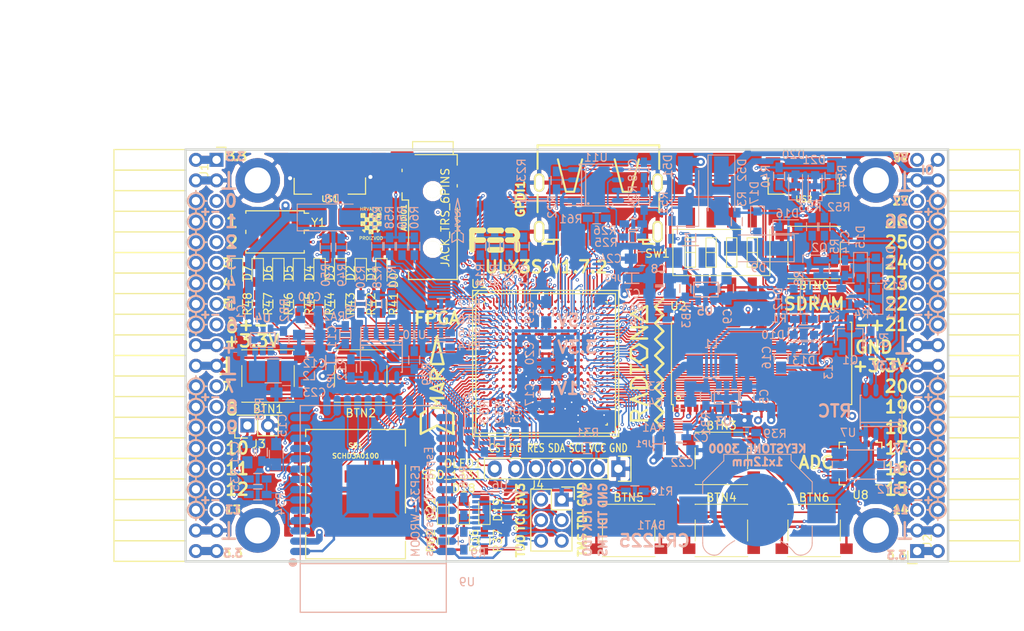
<source format=kicad_pcb>
(kicad_pcb (version 4) (host pcbnew 4.0.7+dfsg1-1)
  (layers (0 F.Cu signal) (1 In1.Cu signal) (2 In2.Cu signal) (31 B.Cu signal) (34 B.Paste user) (35 F.Paste user) (36 B.SilkS user) (37 F.SilkS user) (38 B.Mask user) (39 F.Mask user) (44 Edge.Cuts user))
  (net 0 "")
  (net 1 GND)
  (net 2 +5V)
  (net 3 /gpio/IN5V)
  (net 4 /gpio/OUT5V)
  (net 5 +3V3)
  (net 6 BTN_D)
  (net 7 BTN_F1)
  (net 8 BTN_F2)
  (net 9 BTN_L)
  (net 10 BTN_R)
  (net 11 BTN_U)
  (net 12 /power/FB1)
  (net 13 +2V5)
  (net 14 /power/PWREN)
  (net 15 /power/FB3)
  (net 16 /power/FB2)
  (net 17 "Net-(D9-Pad1)")
  (net 18 /power/VBAT)
  (net 19 JTAG_TDI)
  (net 20 JTAG_TCK)
  (net 21 JTAG_TMS)
  (net 22 JTAG_TDO)
  (net 23 /power/WAKEUPn)
  (net 24 /power/WKUP)
  (net 25 /power/SHUT)
  (net 26 /power/WAKE)
  (net 27 /power/HOLD)
  (net 28 /power/WKn)
  (net 29 /power/OSCI_32k)
  (net 30 /power/OSCO_32k)
  (net 31 "Net-(Q2-Pad3)")
  (net 32 SHUTDOWN)
  (net 33 /analog/AUDIO_L)
  (net 34 /analog/AUDIO_R)
  (net 35 GPDI_5V_SCL)
  (net 36 GPDI_5V_SDA)
  (net 37 GPDI_SDA)
  (net 38 GPDI_SCL)
  (net 39 /gpdi/VREF2)
  (net 40 SD_CMD)
  (net 41 SD_CLK)
  (net 42 SD_D0)
  (net 43 SD_D1)
  (net 44 USB5V)
  (net 45 GPDI_CEC)
  (net 46 nRESET)
  (net 47 FTDI_nDTR)
  (net 48 SDRAM_CKE)
  (net 49 SDRAM_A7)
  (net 50 SDRAM_D15)
  (net 51 SDRAM_BA1)
  (net 52 SDRAM_D7)
  (net 53 SDRAM_A6)
  (net 54 SDRAM_CLK)
  (net 55 SDRAM_D13)
  (net 56 SDRAM_BA0)
  (net 57 SDRAM_D6)
  (net 58 SDRAM_A5)
  (net 59 SDRAM_D14)
  (net 60 SDRAM_A11)
  (net 61 SDRAM_D12)
  (net 62 SDRAM_D5)
  (net 63 SDRAM_A4)
  (net 64 SDRAM_A10)
  (net 65 SDRAM_D11)
  (net 66 SDRAM_A3)
  (net 67 SDRAM_D4)
  (net 68 SDRAM_D10)
  (net 69 SDRAM_D9)
  (net 70 SDRAM_A9)
  (net 71 SDRAM_D3)
  (net 72 SDRAM_D8)
  (net 73 SDRAM_A8)
  (net 74 SDRAM_A2)
  (net 75 SDRAM_A1)
  (net 76 SDRAM_A0)
  (net 77 SDRAM_D2)
  (net 78 SDRAM_D1)
  (net 79 SDRAM_D0)
  (net 80 SDRAM_DQM0)
  (net 81 SDRAM_nCS)
  (net 82 SDRAM_nRAS)
  (net 83 SDRAM_DQM1)
  (net 84 SDRAM_nCAS)
  (net 85 SDRAM_nWE)
  (net 86 /flash/FLASH_nWP)
  (net 87 /flash/FLASH_nHOLD)
  (net 88 /flash/FLASH_MOSI)
  (net 89 /flash/FLASH_MISO)
  (net 90 /flash/FLASH_SCK)
  (net 91 /flash/FLASH_nCS)
  (net 92 /flash/FPGA_PROGRAMN)
  (net 93 /flash/FPGA_DONE)
  (net 94 /flash/FPGA_INITN)
  (net 95 OLED_RES)
  (net 96 OLED_DC)
  (net 97 OLED_CS)
  (net 98 WIFI_EN)
  (net 99 FTDI_nRTS)
  (net 100 FTDI_TXD)
  (net 101 FTDI_RXD)
  (net 102 WIFI_RXD)
  (net 103 WIFI_GPIO0)
  (net 104 WIFI_TXD)
  (net 105 GPDI_ETH-)
  (net 106 GPDI_ETH+)
  (net 107 GPDI_D2+)
  (net 108 GPDI_D2-)
  (net 109 GPDI_D1+)
  (net 110 GPDI_D1-)
  (net 111 GPDI_D0+)
  (net 112 GPDI_D0-)
  (net 113 GPDI_CLK+)
  (net 114 GPDI_CLK-)
  (net 115 USB_FTDI_D+)
  (net 116 USB_FTDI_D-)
  (net 117 J1_17-)
  (net 118 J1_17+)
  (net 119 J1_23-)
  (net 120 J1_23+)
  (net 121 J1_25-)
  (net 122 J1_25+)
  (net 123 J1_27-)
  (net 124 J1_27+)
  (net 125 J1_29-)
  (net 126 J1_29+)
  (net 127 J1_31-)
  (net 128 J1_31+)
  (net 129 J1_33-)
  (net 130 J1_33+)
  (net 131 J1_35-)
  (net 132 J1_35+)
  (net 133 J2_5-)
  (net 134 J2_5+)
  (net 135 J2_7-)
  (net 136 J2_7+)
  (net 137 J2_9-)
  (net 138 J2_9+)
  (net 139 J2_13-)
  (net 140 J2_13+)
  (net 141 J2_17-)
  (net 142 J2_17+)
  (net 143 J2_11-)
  (net 144 J2_11+)
  (net 145 J2_23-)
  (net 146 J2_23+)
  (net 147 J1_5-)
  (net 148 J1_5+)
  (net 149 J1_7-)
  (net 150 J1_7+)
  (net 151 J1_9-)
  (net 152 J1_9+)
  (net 153 J1_11-)
  (net 154 J1_11+)
  (net 155 J1_13-)
  (net 156 J1_13+)
  (net 157 J1_15-)
  (net 158 J1_15+)
  (net 159 J2_15-)
  (net 160 J2_15+)
  (net 161 J2_25-)
  (net 162 J2_25+)
  (net 163 J2_27-)
  (net 164 J2_27+)
  (net 165 J2_29-)
  (net 166 J2_29+)
  (net 167 J2_31-)
  (net 168 J2_31+)
  (net 169 J2_33-)
  (net 170 J2_33+)
  (net 171 J2_35-)
  (net 172 J2_35+)
  (net 173 SD_D3)
  (net 174 AUDIO_L3)
  (net 175 AUDIO_L2)
  (net 176 AUDIO_L1)
  (net 177 AUDIO_L0)
  (net 178 AUDIO_R3)
  (net 179 AUDIO_R2)
  (net 180 AUDIO_R1)
  (net 181 AUDIO_R0)
  (net 182 OLED_CLK)
  (net 183 OLED_MOSI)
  (net 184 LED0)
  (net 185 LED1)
  (net 186 LED2)
  (net 187 LED3)
  (net 188 LED4)
  (net 189 LED5)
  (net 190 LED6)
  (net 191 LED7)
  (net 192 BTN_PWRn)
  (net 193 FTDI_nTXLED)
  (net 194 FTDI_nSLEEP)
  (net 195 /blinkey/LED_PWREN)
  (net 196 /blinkey/LED_TXLED)
  (net 197 FT3V3)
  (net 198 /sdcard/SD3V3)
  (net 199 SD_D2)
  (net 200 CLK_25MHz)
  (net 201 /blinkey/BTNPUL)
  (net 202 /blinkey/BTNPUR)
  (net 203 USB_FPGA_D+)
  (net 204 /power/FTDI_nSUSPEND)
  (net 205 /blinkey/ALED0)
  (net 206 /blinkey/ALED1)
  (net 207 /blinkey/ALED2)
  (net 208 /blinkey/ALED3)
  (net 209 /blinkey/ALED4)
  (net 210 /blinkey/ALED5)
  (net 211 /blinkey/ALED6)
  (net 212 /blinkey/ALED7)
  (net 213 /usb/FTD-)
  (net 214 /usb/FTD+)
  (net 215 ADC_MISO)
  (net 216 ADC_MOSI)
  (net 217 ADC_CSn)
  (net 218 ADC_SCLK)
  (net 219 "Net-(R51-Pad2)")
  (net 220 SW3)
  (net 221 SW2)
  (net 222 SW1)
  (net 223 SW0)
  (net 224 USB_FPGA_D-)
  (net 225 /usb/FPD+)
  (net 226 /usb/FPD-)
  (net 227 WIFI_GPIO16)
  (net 228 WIFI_GPIO15)
  (net 229 /usb/ANT_433MHz)
  (net 230 /power/PWRBTn)
  (net 231 PROG_DONE)
  (net 232 /power/P3V3)
  (net 233 /power/P2V5)
  (net 234 /power/L1)
  (net 235 /power/L3)
  (net 236 /power/L2)
  (net 237 FTDI_TXDEN)
  (net 238 /wifi/WIFIOFF)
  (net 239 SDRAM_A12)
  (net 240 /analog/AUDIO_V)
  (net 241 AUDIO_V3)
  (net 242 AUDIO_V2)
  (net 243 AUDIO_V1)
  (net 244 AUDIO_V0)
  (net 245 /gpdi/FPGA_CEC)
  (net 246 /blinkey/LED_WIFI)
  (net 247 WIFI_GPIO2)
  (net 248 /power/P1V1)
  (net 249 +1V1)
  (module Socket_Strips:Socket_Strip_Angled_2x20 (layer F.Cu) (at 97.91 62.69 270)
    (fp_text reference J1 (at 1.27 1.524 270) (layer F.SilkS))
    (fp_text value CONN_02X20 hide)
    (pad 1 thru_hole rect (at 0 0 270) (size 1.7272 1.7272) (drill 1.016) (layers *.Cu *.Mask) (net 5 +3V3))
    (pad 2 thru_hole oval (at 0 2.54 270) (size 1.7272 1.7272) (drill 1.016) (layers *.Cu *.Mask) (net 5 +3V3))
    (pad 3 thru_hole oval (at 2.54 0 270) (size 1.7272 1.7272) (drill 1.016) (layers *.Cu *.Mask) (net 1 GND))
    (pad 4 thru_hole oval (at 2.54 2.54 270) (size 1.7272 1.7272) (drill 1.016) (layers *.Cu *.Mask) (net 1 GND))
    (pad 5 thru_hole oval (at 5.08 0 270) (size 1.7272 1.7272) (drill 1.016) (layers *.Cu *.Mask) (net 147 J1_5-))
    (pad 6 thru_hole oval (at 5.08 2.54 270) (size 1.7272 1.7272) (drill 1.016) (layers *.Cu *.Mask) (net 148 J1_5+))
    (pad 7 thru_hole oval (at 7.62 0 270) (size 1.7272 1.7272) (drill 1.016) (layers *.Cu *.Mask) (net 149 J1_7-))
    (pad 8 thru_hole oval (at 7.62 2.54 270) (size 1.7272 1.7272) (drill 1.016) (layers *.Cu *.Mask) (net 150 J1_7+))
    (pad 9 thru_hole oval (at 10.16 0 270) (size 1.7272 1.7272) (drill 1.016) (layers *.Cu *.Mask) (net 151 J1_9-))
    (pad 10 thru_hole oval (at 10.16 2.54 270) (size 1.7272 1.7272) (drill 1.016) (layers *.Cu *.Mask) (net 152 J1_9+))
    (pad 11 thru_hole oval (at 12.7 0 270) (size 1.7272 1.7272) (drill 1.016) (layers *.Cu *.Mask) (net 153 J1_11-))
    (pad 12 thru_hole oval (at 12.7 2.54 270) (size 1.7272 1.7272) (drill 1.016) (layers *.Cu *.Mask) (net 154 J1_11+))
    (pad 13 thru_hole oval (at 15.24 0 270) (size 1.7272 1.7272) (drill 1.016) (layers *.Cu *.Mask) (net 155 J1_13-))
    (pad 14 thru_hole oval (at 15.24 2.54 270) (size 1.7272 1.7272) (drill 1.016) (layers *.Cu *.Mask) (net 156 J1_13+))
    (pad 15 thru_hole oval (at 17.78 0 270) (size 1.7272 1.7272) (drill 1.016) (layers *.Cu *.Mask) (net 157 J1_15-))
    (pad 16 thru_hole oval (at 17.78 2.54 270) (size 1.7272 1.7272) (drill 1.016) (layers *.Cu *.Mask) (net 158 J1_15+))
    (pad 17 thru_hole oval (at 20.32 0 270) (size 1.7272 1.7272) (drill 1.016) (layers *.Cu *.Mask) (net 117 J1_17-))
    (pad 18 thru_hole oval (at 20.32 2.54 270) (size 1.7272 1.7272) (drill 1.016) (layers *.Cu *.Mask) (net 118 J1_17+))
    (pad 19 thru_hole oval (at 22.86 0 270) (size 1.7272 1.7272) (drill 1.016) (layers *.Cu *.Mask) (net 5 +3V3))
    (pad 20 thru_hole oval (at 22.86 2.54 270) (size 1.7272 1.7272) (drill 1.016) (layers *.Cu *.Mask) (net 5 +3V3))
    (pad 21 thru_hole oval (at 25.4 0 270) (size 1.7272 1.7272) (drill 1.016) (layers *.Cu *.Mask) (net 1 GND))
    (pad 22 thru_hole oval (at 25.4 2.54 270) (size 1.7272 1.7272) (drill 1.016) (layers *.Cu *.Mask) (net 1 GND))
    (pad 23 thru_hole oval (at 27.94 0 270) (size 1.7272 1.7272) (drill 1.016) (layers *.Cu *.Mask) (net 119 J1_23-))
    (pad 24 thru_hole oval (at 27.94 2.54 270) (size 1.7272 1.7272) (drill 1.016) (layers *.Cu *.Mask) (net 120 J1_23+))
    (pad 25 thru_hole oval (at 30.48 0 270) (size 1.7272 1.7272) (drill 1.016) (layers *.Cu *.Mask) (net 121 J1_25-))
    (pad 26 thru_hole oval (at 30.48 2.54 270) (size 1.7272 1.7272) (drill 1.016) (layers *.Cu *.Mask) (net 122 J1_25+))
    (pad 27 thru_hole oval (at 33.02 0 270) (size 1.7272 1.7272) (drill 1.016) (layers *.Cu *.Mask) (net 123 J1_27-))
    (pad 28 thru_hole oval (at 33.02 2.54 270) (size 1.7272 1.7272) (drill 1.016) (layers *.Cu *.Mask) (net 124 J1_27+))
    (pad 29 thru_hole oval (at 35.56 0 270) (size 1.7272 1.7272) (drill 1.016) (layers *.Cu *.Mask) (net 125 J1_29-))
    (pad 30 thru_hole oval (at 35.56 2.54 270) (size 1.7272 1.7272) (drill 1.016) (layers *.Cu *.Mask) (net 126 J1_29+))
    (pad 31 thru_hole oval (at 38.1 0 270) (size 1.7272 1.7272) (drill 1.016) (layers *.Cu *.Mask) (net 127 J1_31-))
    (pad 32 thru_hole oval (at 38.1 2.54 270) (size 1.7272 1.7272) (drill 1.016) (layers *.Cu *.Mask) (net 128 J1_31+))
    (pad 33 thru_hole oval (at 40.64 0 270) (size 1.7272 1.7272) (drill 1.016) (layers *.Cu *.Mask) (net 129 J1_33-))
    (pad 34 thru_hole oval (at 40.64 2.54 270) (size 1.7272 1.7272) (drill 1.016) (layers *.Cu *.Mask) (net 130 J1_33+))
    (pad 35 thru_hole oval (at 43.18 0 270) (size 1.7272 1.7272) (drill 1.016) (layers *.Cu *.Mask) (net 131 J1_35-))
    (pad 36 thru_hole oval (at 43.18 2.54 270) (size 1.7272 1.7272) (drill 1.016) (layers *.Cu *.Mask) (net 132 J1_35+))
    (pad 37 thru_hole oval (at 45.72 0 270) (size 1.7272 1.7272) (drill 1.016) (layers *.Cu *.Mask) (net 1 GND))
    (pad 38 thru_hole oval (at 45.72 2.54 270) (size 1.7272 1.7272) (drill 1.016) (layers *.Cu *.Mask) (net 1 GND))
    (pad 39 thru_hole oval (at 48.26 0 270) (size 1.7272 1.7272) (drill 1.016) (layers *.Cu *.Mask) (net 5 +3V3))
    (pad 40 thru_hole oval (at 48.26 2.54 270) (size 1.7272 1.7272) (drill 1.016) (layers *.Cu *.Mask) (net 5 +3V3))
  )
  (module SMD_Packages:1Pin (layer F.Cu) (at 182.67515 111.637626)
    (fp_text reference AE1 hide)
    (fp_text value 433MHz hide)
    (pad 1 smd rect (at 0 0) (size 0.5 0.5) (layers B.Cu F.Paste F.Mask) (net 229 /usb/ANT_433MHz))
  )
  (module Resistors_SMD:R_0603_HandSoldering (layer B.Cu) (at 103.498 98.758 90)
    (fp_text reference R38 (at 5.334 -0.254 90) (layer B.SilkS) (effects (justify mirror)))
    (fp_text value 0.47)
    (pad 1 smd rect (at -1.1 0 90) (size 1.2 0.9) (layers B.Cu B.Paste B.Mask) (net 198 /sdcard/SD3V3))
    (pad 2 smd rect (at 1.1 0 90) (size 1.2 0.9) (layers B.Cu B.Paste B.Mask) (net 5 +3V3))
  )
  (module jumper:SOLDER-JUMPER_1-WAY (layer B.Cu) (at 152.393 97.742 270)
    (fp_text reference JP1 (at 0 1.778 360) (layer B.SilkS) (effects (font (size 0.762 0.762) (thickness 0.1524)) (justify mirror)))
    (fp_text value 1.2 hide)
    (pad 1 smd rect (at -0.6 0 270) (size 1 1) (layers B.Cu B.Paste B.Mask) (net 248 /power/P1V1))
    (pad 2 smd rect (at 0.6 0 270) (size 1 1) (layers B.Cu B.Paste B.Mask) (net 249 +1V1))
  )
  (module Diodes_SMD:D_SMA_Handsoldering (layer B.Cu) (at 155.695 66.5 90)
    (fp_text reference D51 (at 3.048 -2.159 90) (layer B.SilkS) (effects (justify mirror)))
    (fp_text value STPS2L30AF hide)
    (pad 1 smd rect (at -2.5 0 90) (size 3.5 1.8) (layers B.Cu B.Paste B.Mask) (net 2 +5V))
    (pad 2 smd rect (at 2.5 0 90) (size 3.5 1.8) (layers B.Cu B.Paste B.Mask) (net 3 /gpio/IN5V))
  )
  (module Resistors_SMD:R_0603_HandSoldering (layer B.Cu) (at 154.044 71.326 90)
    (fp_text reference R51 (at 3.302 -1.016 90) (layer B.SilkS) (effects (justify mirror)))
    (fp_text value 150)
    (pad 1 smd rect (at -1.1 0 90) (size 1.2 0.9) (layers B.Cu B.Paste B.Mask) (net 5 +3V3))
    (pad 2 smd rect (at 1.1 0 90) (size 1.2 0.9) (layers B.Cu B.Paste B.Mask) (net 219 "Net-(R51-Pad2)"))
  )
  (module Resistors_SMD:R_1210_HandSoldering (layer B.Cu) (at 158.87 88.09 180)
    (fp_text reference L1 (at 0 2.7 180) (layer B.SilkS) (effects (justify mirror)))
    (fp_text value 2.2uH)
    (pad 1 smd rect (at -2 0 180) (size 2 2.5) (layers B.Cu B.Paste B.Mask) (net 234 /power/L1))
    (pad 2 smd rect (at 2 0 180) (size 2 2.5) (layers B.Cu B.Paste B.Mask) (net 248 /power/P1V1))
  )
  (module TSOT-25:TSOT-25 (layer B.Cu) (at 160.775 91.9)
    (fp_text reference U3 (at -0.381 3.048) (layer B.SilkS) (effects (font (thickness 0.2)) (justify mirror)))
    (fp_text value DIO6015)
    (pad 1 smd rect (at -0.95 -1.3) (size 0.7 1.2) (layers B.Cu B.Paste B.Mask) (net 14 /power/PWREN))
    (pad 2 smd rect (at 0 -1.3) (size 0.7 1.2) (layers B.Cu B.Paste B.Mask) (net 1 GND))
    (pad 3 smd rect (at 0.95 -1.3) (size 0.7 1.2) (layers B.Cu B.Paste B.Mask) (net 234 /power/L1))
    (pad 4 smd rect (at 0.95 1.3) (size 0.7 1.2) (layers B.Cu B.Paste B.Mask) (net 2 +5V))
    (pad 5 smd rect (at -0.95 1.3) (size 0.7 1.2) (layers B.Cu B.Paste B.Mask) (net 12 /power/FB1))
  )
  (module Resistors_SMD:R_1210_HandSoldering (layer B.Cu) (at 104.895 88.725)
    (fp_text reference L2 (at 4.445 0.635) (layer B.SilkS) (effects (justify mirror)))
    (fp_text value 2.2uH)
    (pad 1 smd rect (at -2 0) (size 2 2.5) (layers B.Cu B.Paste B.Mask) (net 236 /power/L2))
    (pad 2 smd rect (at 2 0) (size 2 2.5) (layers B.Cu B.Paste B.Mask) (net 233 /power/P2V5))
  )
  (module TSOT-25:TSOT-25 (layer B.Cu) (at 103.625 84.915 180)
    (fp_text reference U4 (at 0 2.697 180) (layer B.SilkS) (effects (font (thickness 0.2)) (justify mirror)))
    (fp_text value LX7172)
    (pad 1 smd rect (at -0.95 -1.3 180) (size 0.7 1.2) (layers B.Cu B.Paste B.Mask) (net 14 /power/PWREN))
    (pad 2 smd rect (at 0 -1.3 180) (size 0.7 1.2) (layers B.Cu B.Paste B.Mask) (net 1 GND))
    (pad 3 smd rect (at 0.95 -1.3 180) (size 0.7 1.2) (layers B.Cu B.Paste B.Mask) (net 236 /power/L2))
    (pad 4 smd rect (at 0.95 1.3 180) (size 0.7 1.2) (layers B.Cu B.Paste B.Mask) (net 2 +5V))
    (pad 5 smd rect (at -0.95 1.3 180) (size 0.7 1.2) (layers B.Cu B.Paste B.Mask) (net 16 /power/FB2))
  )
  (module Resistors_SMD:R_1210_HandSoldering (layer B.Cu) (at 156.33 74.755 180)
    (fp_text reference L3 (at 0 2.413 180) (layer B.SilkS) (effects (justify mirror)))
    (fp_text value 2.2uH)
    (pad 1 smd rect (at -2 0 180) (size 2 2.5) (layers B.Cu B.Paste B.Mask) (net 235 /power/L3))
    (pad 2 smd rect (at 2 0 180) (size 2 2.5) (layers B.Cu B.Paste B.Mask) (net 232 /power/P3V3))
  )
  (module TSOT-25:TSOT-25 (layer B.Cu) (at 158.235 78.692)
    (fp_text reference U5 (at -0.127 2.667) (layer B.SilkS) (effects (font (thickness 0.2)) (justify mirror)))
    (fp_text value TLV62569DBV)
    (pad 1 smd rect (at -0.95 -1.3) (size 0.7 1.2) (layers B.Cu B.Paste B.Mask) (net 14 /power/PWREN))
    (pad 2 smd rect (at 0 -1.3) (size 0.7 1.2) (layers B.Cu B.Paste B.Mask) (net 1 GND))
    (pad 3 smd rect (at 0.95 -1.3) (size 0.7 1.2) (layers B.Cu B.Paste B.Mask) (net 235 /power/L3))
    (pad 4 smd rect (at 0.95 1.3) (size 0.7 1.2) (layers B.Cu B.Paste B.Mask) (net 2 +5V))
    (pad 5 smd rect (at -0.95 1.3) (size 0.7 1.2) (layers B.Cu B.Paste B.Mask) (net 15 /power/FB3))
  )
  (module Capacitors_SMD:C_0805_HandSoldering (layer B.Cu) (at 101.085 84.915 270)
    (fp_text reference C1 (at -3.429 0.127 270) (layer B.SilkS) (effects (justify mirror)))
    (fp_text value 22uF)
    (pad 1 smd rect (at -1.25 0 270) (size 1.5 1.25) (layers B.Cu B.Paste B.Mask) (net 2 +5V))
    (pad 2 smd rect (at 1.25 0 270) (size 1.5 1.25) (layers B.Cu B.Paste B.Mask) (net 1 GND))
  )
  (module Capacitors_SMD:C_0805_HandSoldering (layer B.Cu) (at 155.06 90.63)
    (fp_text reference C3 (at -3.048 0) (layer B.SilkS) (effects (justify mirror)))
    (fp_text value 22uF)
    (pad 1 smd rect (at -1.25 0) (size 1.5 1.25) (layers B.Cu B.Paste B.Mask) (net 248 /power/P1V1))
    (pad 2 smd rect (at 1.25 0) (size 1.5 1.25) (layers B.Cu B.Paste B.Mask) (net 1 GND))
  )
  (module Capacitors_SMD:C_0805_HandSoldering (layer B.Cu) (at 155.06 92.535)
    (fp_text reference C4 (at -3.048 0.127) (layer B.SilkS) (effects (justify mirror)))
    (fp_text value 22uF)
    (pad 1 smd rect (at -1.25 0) (size 1.5 1.25) (layers B.Cu B.Paste B.Mask) (net 248 /power/P1V1))
    (pad 2 smd rect (at 1.25 0) (size 1.5 1.25) (layers B.Cu B.Paste B.Mask) (net 1 GND))
  )
  (module Capacitors_SMD:C_0805_HandSoldering (layer B.Cu) (at 163.315 91.9 90)
    (fp_text reference C5 (at 0 2.1 90) (layer B.SilkS) (effects (justify mirror)))
    (fp_text value 22uF)
    (pad 1 smd rect (at -1.25 0 90) (size 1.5 1.25) (layers B.Cu B.Paste B.Mask) (net 2 +5V))
    (pad 2 smd rect (at 1.25 0 90) (size 1.5 1.25) (layers B.Cu B.Paste B.Mask) (net 1 GND))
  )
  (module Capacitors_SMD:C_0805_HandSoldering (layer B.Cu) (at 152.52 79.2)
    (fp_text reference C7 (at -3.302 0) (layer B.SilkS) (effects (justify mirror)))
    (fp_text value 22uF)
    (pad 1 smd rect (at -1.25 0) (size 1.5 1.25) (layers B.Cu B.Paste B.Mask) (net 232 /power/P3V3))
    (pad 2 smd rect (at 1.25 0) (size 1.5 1.25) (layers B.Cu B.Paste B.Mask) (net 1 GND))
  )
  (module Capacitors_SMD:C_0805_HandSoldering (layer B.Cu) (at 152.52 77.295)
    (fp_text reference C8 (at -0.127 -1.143) (layer B.SilkS) (effects (justify mirror)))
    (fp_text value 22uF)
    (pad 1 smd rect (at -1.25 0) (size 1.5 1.25) (layers B.Cu B.Paste B.Mask) (net 232 /power/P3V3))
    (pad 2 smd rect (at 1.25 0) (size 1.5 1.25) (layers B.Cu B.Paste B.Mask) (net 1 GND))
  )
  (module Capacitors_SMD:C_0805_HandSoldering (layer B.Cu) (at 160.775 78.565 90)
    (fp_text reference C9 (at -3.429 0.127 90) (layer B.SilkS) (effects (justify mirror)))
    (fp_text value 22uF)
    (pad 1 smd rect (at -1.25 0 90) (size 1.5 1.25) (layers B.Cu B.Paste B.Mask) (net 2 +5V))
    (pad 2 smd rect (at 1.25 0 90) (size 1.5 1.25) (layers B.Cu B.Paste B.Mask) (net 1 GND))
  )
  (module Capacitors_SMD:C_0805_HandSoldering (layer B.Cu) (at 109.34 84.28 180)
    (fp_text reference C11 (at -2.794 -0.254 270) (layer B.SilkS) (effects (justify mirror)))
    (fp_text value 22uF)
    (pad 1 smd rect (at -1.25 0 180) (size 1.5 1.25) (layers B.Cu B.Paste B.Mask) (net 233 /power/P2V5))
    (pad 2 smd rect (at 1.25 0 180) (size 1.5 1.25) (layers B.Cu B.Paste B.Mask) (net 1 GND))
  )
  (module Capacitors_SMD:C_0805_HandSoldering (layer B.Cu) (at 109.34 86.185 180)
    (fp_text reference C12 (at -0.635 -1.615 360) (layer B.SilkS) (effects (justify mirror)))
    (fp_text value 22uF)
    (pad 1 smd rect (at -1.25 0 180) (size 1.5 1.25) (layers B.Cu B.Paste B.Mask) (net 233 /power/P2V5))
    (pad 2 smd rect (at 1.25 0 180) (size 1.5 1.25) (layers B.Cu B.Paste B.Mask) (net 1 GND))
  )
  (module Capacitors_SMD:C_0805_HandSoldering (layer B.Cu) (at 173.221 84.788 90)
    (fp_text reference C13 (at -3.556 0.127 90) (layer B.SilkS) (effects (justify mirror)))
    (fp_text value 2.2uF)
    (pad 1 smd rect (at -1.25 0 90) (size 1.5 1.25) (layers B.Cu B.Paste B.Mask) (net 2 +5V))
    (pad 2 smd rect (at 1.25 0 90) (size 1.5 1.25) (layers B.Cu B.Paste B.Mask) (net 24 /power/WKUP))
  )
  (module TO_SOT_Packages_SMD:SOT-23_Handsoldering (layer B.Cu) (at 176.015 84.28 90)
    (fp_text reference Q1 (at -3.1115 0 180) (layer B.SilkS) (effects (justify mirror)))
    (fp_text value BC857)
    (pad 1 smd rect (at -1.5 0.95 90) (size 1.9 0.8) (layers B.Cu B.Paste B.Mask) (net 28 /power/WKn))
    (pad 2 smd rect (at -1.5 -0.95 90) (size 1.9 0.8) (layers B.Cu B.Paste B.Mask) (net 2 +5V))
    (pad 3 smd rect (at 1.5 0 90) (size 1.9 0.8) (layers B.Cu B.Paste B.Mask) (net 24 /power/WKUP))
  )
  (module TO_SOT_Packages_SMD:SOT-23_Handsoldering (layer B.Cu) (at 170.935 76.025 180)
    (fp_text reference Q2 (at -1.295 2.5 180) (layer B.SilkS) (effects (justify mirror)))
    (fp_text value 2N7002)
    (pad 1 smd rect (at -1.5 0.95 180) (size 1.9 0.8) (layers B.Cu B.Paste B.Mask) (net 25 /power/SHUT))
    (pad 2 smd rect (at -1.5 -0.95 180) (size 1.9 0.8) (layers B.Cu B.Paste B.Mask) (net 1 GND))
    (pad 3 smd rect (at 1.5 0 180) (size 1.9 0.8) (layers B.Cu B.Paste B.Mask) (net 31 "Net-(Q2-Pad3)"))
  )
  (module Capacitors_SMD:C_0603_HandSoldering (layer B.Cu) (at 154.86 96.91)
    (fp_text reference C2 (at 2.74 0.07) (layer B.SilkS) (effects (justify mirror)))
    (fp_text value 470pF)
    (pad 1 smd rect (at -0.95 0) (size 1.2 0.75) (layers B.Cu B.Paste B.Mask) (net 248 /power/P1V1))
    (pad 2 smd rect (at 0.95 0) (size 1.2 0.75) (layers B.Cu B.Paste B.Mask) (net 12 /power/FB1))
  )
  (module Capacitors_SMD:C_0603_HandSoldering (layer B.Cu) (at 152.52 82.375)
    (fp_text reference C6 (at -2.794 0.127) (layer B.SilkS) (effects (justify mirror)))
    (fp_text value 470pF)
    (pad 1 smd rect (at -0.95 0) (size 1.2 0.75) (layers B.Cu B.Paste B.Mask) (net 232 /power/P3V3))
    (pad 2 smd rect (at 0.95 0) (size 1.2 0.75) (layers B.Cu B.Paste B.Mask) (net 15 /power/FB3))
  )
  (module Capacitors_SMD:C_0603_HandSoldering (layer B.Cu) (at 109.34 81.105 180)
    (fp_text reference C10 (at -0.04 1.505 180) (layer B.SilkS) (effects (justify mirror)))
    (fp_text value 470pF)
    (pad 1 smd rect (at -0.95 0 180) (size 1.2 0.75) (layers B.Cu B.Paste B.Mask) (net 233 /power/P2V5))
    (pad 2 smd rect (at 0.95 0 180) (size 1.2 0.75) (layers B.Cu B.Paste B.Mask) (net 16 /power/FB2))
  )
  (module Capacitors_SMD:C_0603_HandSoldering (layer B.Cu) (at 175.38 76.025 270)
    (fp_text reference C14 (at -3.175 0 270) (layer B.SilkS) (effects (justify mirror)))
    (fp_text value 100nF)
    (pad 1 smd rect (at -0.95 0 270) (size 1.2 0.75) (layers B.Cu B.Paste B.Mask) (net 25 /power/SHUT))
    (pad 2 smd rect (at 0.95 0 270) (size 1.2 0.75) (layers B.Cu B.Paste B.Mask) (net 1 GND))
  )
  (module Resistors_SMD:R_0603_HandSoldering (layer B.Cu) (at 170.3 82.375)
    (fp_text reference R1 (at -3.048 -0.127) (layer B.SilkS) (effects (justify mirror)))
    (fp_text value 15k)
    (pad 1 smd rect (at -1.1 0) (size 1.2 0.9) (layers B.Cu B.Paste B.Mask) (net 26 /power/WAKE))
    (pad 2 smd rect (at 1.1 0) (size 1.2 0.9) (layers B.Cu B.Paste B.Mask) (net 14 /power/PWREN))
  )
  (module Resistors_SMD:R_0603_HandSoldering (layer B.Cu) (at 172.84 79.835 90)
    (fp_text reference R2 (at -1.905 1.27 90) (layer B.SilkS) (effects (justify mirror)))
    (fp_text value 47k)
    (pad 1 smd rect (at -1.1 0 90) (size 1.2 0.9) (layers B.Cu B.Paste B.Mask) (net 14 /power/PWREN))
    (pad 2 smd rect (at 1.1 0 90) (size 1.2 0.9) (layers B.Cu B.Paste B.Mask) (net 1 GND))
  )
  (module Resistors_SMD:R_0603_HandSoldering (layer B.Cu) (at 176.015 80.47 180)
    (fp_text reference R4 (at -1.397 -1.27 360) (layer B.SilkS) (effects (justify mirror)))
    (fp_text value 15k)
    (pad 1 smd rect (at -1.1 0 180) (size 1.2 0.9) (layers B.Cu B.Paste B.Mask) (net 27 /power/HOLD))
    (pad 2 smd rect (at 1.1 0 180) (size 1.2 0.9) (layers B.Cu B.Paste B.Mask) (net 14 /power/PWREN))
  )
  (module Resistors_SMD:R_0603_HandSoldering (layer B.Cu) (at 174.11 76.025 270)
    (fp_text reference R5 (at -2.667 0 270) (layer B.SilkS) (effects (justify mirror)))
    (fp_text value 4.7M)
    (pad 1 smd rect (at -1.1 0 270) (size 1.2 0.9) (layers B.Cu B.Paste B.Mask) (net 25 /power/SHUT))
    (pad 2 smd rect (at 1.1 0 270) (size 1.2 0.9) (layers B.Cu B.Paste B.Mask) (net 1 GND))
  )
  (module Resistors_SMD:R_0603_HandSoldering (layer B.Cu) (at 178.555 84.915 270)
    (fp_text reference R6 (at 0 -1.651 270) (layer B.SilkS) (effects (justify mirror)))
    (fp_text value 1k)
    (pad 1 smd rect (at -1.1 0 270) (size 1.2 0.9) (layers B.Cu B.Paste B.Mask) (net 28 /power/WKn))
    (pad 2 smd rect (at 1.1 0 270) (size 1.2 0.9) (layers B.Cu B.Paste B.Mask) (net 23 /power/WAKEUPn))
  )
  (module Resistors_SMD:R_0603_HandSoldering (layer B.Cu) (at 113.785 84.28 270)
    (fp_text reference R7 (at -2.794 -0.635 270) (layer B.SilkS) (effects (justify mirror)))
    (fp_text value 150)
    (pad 1 smd rect (at -1.1 0 270) (size 1.2 0.9) (layers B.Cu B.Paste B.Mask) (net 5 +3V3))
    (pad 2 smd rect (at 1.1 0 270) (size 1.2 0.9) (layers B.Cu B.Paste B.Mask) (net 201 /blinkey/BTNPUL))
  )
  (module Resistors_SMD:R_0603_HandSoldering (layer B.Cu) (at 170.935 79.835 90)
    (fp_text reference R8 (at 2.54 -1.27 90) (layer B.SilkS) (effects (justify mirror)))
    (fp_text value 1k)
    (pad 1 smd rect (at -1.1 0 90) (size 1.2 0.9) (layers B.Cu B.Paste B.Mask) (net 14 /power/PWREN))
    (pad 2 smd rect (at 1.1 0 90) (size 1.2 0.9) (layers B.Cu B.Paste B.Mask) (net 31 "Net-(Q2-Pad3)"))
  )
  (module Resistors_SMD:R_0603_HandSoldering (layer B.Cu) (at 128.39 109.68 270)
    (fp_text reference R9 (at 1.524 -1.778 360) (layer B.SilkS) (effects (justify mirror)))
    (fp_text value 15k)
    (pad 1 smd rect (at -1.1 0 270) (size 1.2 0.9) (layers B.Cu B.Paste B.Mask) (net 46 nRESET))
    (pad 2 smd rect (at 1.1 0 270) (size 1.2 0.9) (layers B.Cu B.Paste B.Mask) (net 197 FT3V3))
  )
  (module Resistors_SMD:R_0603_HandSoldering (layer B.Cu) (at 149.472 103.584 180)
    (fp_text reference R10 (at -3.302 0 180) (layer B.SilkS) (effects (justify mirror)))
    (fp_text value 150)
    (pad 1 smd rect (at -1.1 0 180) (size 1.2 0.9) (layers B.Cu B.Paste B.Mask) (net 204 /power/FTDI_nSUSPEND))
    (pad 2 smd rect (at 1.1 0 180) (size 1.2 0.9) (layers B.Cu B.Paste B.Mask) (net 194 FTDI_nSLEEP))
  )
  (module Resistors_SMD:R_0603_HandSoldering (layer B.Cu) (at 176.015 78.565 180)
    (fp_text reference R13 (at -5.461 0.381 180) (layer B.SilkS) (effects (justify mirror)))
    (fp_text value 15k)
    (pad 1 smd rect (at -1.1 0 180) (size 1.2 0.9) (layers B.Cu B.Paste B.Mask) (net 32 SHUTDOWN))
    (pad 2 smd rect (at 1.1 0 180) (size 1.2 0.9) (layers B.Cu B.Paste B.Mask) (net 1 GND))
  )
  (module Resistors_SMD:R_0603_HandSoldering (layer B.Cu) (at 154.86 95.64)
    (fp_text reference RA1 (at -3.102 0.07) (layer B.SilkS) (effects (justify mirror)))
    (fp_text value 15k)
    (pad 1 smd rect (at -1.1 0) (size 1.2 0.9) (layers B.Cu B.Paste B.Mask) (net 248 /power/P1V1))
    (pad 2 smd rect (at 1.1 0) (size 1.2 0.9) (layers B.Cu B.Paste B.Mask) (net 12 /power/FB1))
  )
  (module Resistors_SMD:R_0603_HandSoldering (layer B.Cu) (at 109.34 82.375 180)
    (fp_text reference RA2 (at -3.048 0.381 360) (layer B.SilkS) (effects (justify mirror)))
    (fp_text value 15k)
    (pad 1 smd rect (at -1.1 0 180) (size 1.2 0.9) (layers B.Cu B.Paste B.Mask) (net 233 /power/P2V5))
    (pad 2 smd rect (at 1.1 0 180) (size 1.2 0.9) (layers B.Cu B.Paste B.Mask) (net 16 /power/FB2))
  )
  (module Resistors_SMD:R_0603_HandSoldering (layer B.Cu) (at 152.52 81.105)
    (fp_text reference RA3 (at -3.302 -0.127) (layer B.SilkS) (effects (justify mirror)))
    (fp_text value 15k)
    (pad 1 smd rect (at -1.1 0) (size 1.2 0.9) (layers B.Cu B.Paste B.Mask) (net 232 /power/P3V3))
    (pad 2 smd rect (at 1.1 0) (size 1.2 0.9) (layers B.Cu B.Paste B.Mask) (net 15 /power/FB3))
  )
  (module Resistors_SMD:R_0603_HandSoldering (layer B.Cu) (at 158.235 91.9 270)
    (fp_text reference RB1 (at 3.302 0 270) (layer B.SilkS) (effects (justify mirror)))
    (fp_text value 18k)
    (pad 1 smd rect (at -1.1 0 270) (size 1.2 0.9) (layers B.Cu B.Paste B.Mask) (net 1 GND))
    (pad 2 smd rect (at 1.1 0 270) (size 1.2 0.9) (layers B.Cu B.Paste B.Mask) (net 12 /power/FB1))
  )
  (module Resistors_SMD:R_0603_HandSoldering (layer B.Cu) (at 106.165 84.915 90)
    (fp_text reference RB2 (at 3.683 0.127 90) (layer B.SilkS) (effects (justify mirror)))
    (fp_text value 4.7k)
    (pad 1 smd rect (at -1.1 0 90) (size 1.2 0.9) (layers B.Cu B.Paste B.Mask) (net 1 GND))
    (pad 2 smd rect (at 1.1 0 90) (size 1.2 0.9) (layers B.Cu B.Paste B.Mask) (net 16 /power/FB2))
  )
  (module Resistors_SMD:R_0603_HandSoldering (layer B.Cu) (at 155.695 78.565 270)
    (fp_text reference RB3 (at 3.429 -0.127 270) (layer B.SilkS) (effects (justify mirror)))
    (fp_text value 3.3k)
    (pad 1 smd rect (at -1.1 0 270) (size 1.2 0.9) (layers B.Cu B.Paste B.Mask) (net 1 GND))
    (pad 2 smd rect (at 1.1 0 270) (size 1.2 0.9) (layers B.Cu B.Paste B.Mask) (net 15 /power/FB3))
  )
  (module Resistors_SMD:R_0603_HandSoldering (layer B.Cu) (at 125.596 85.804 180)
    (fp_text reference R14 (at -3.47 0.127 180) (layer B.SilkS) (effects (justify mirror)))
    (fp_text value 1.2k)
    (pad 1 smd rect (at -1.1 0 180) (size 1.2 0.9) (layers B.Cu B.Paste B.Mask) (net 174 AUDIO_L3))
    (pad 2 smd rect (at 1.1 0 180) (size 1.2 0.9) (layers B.Cu B.Paste B.Mask) (net 33 /analog/AUDIO_L))
  )
  (module Resistors_SMD:R_0603_HandSoldering (layer B.Cu) (at 125.596 84.026 180)
    (fp_text reference R15 (at -3.47 -0.001 180) (layer B.SilkS) (effects (justify mirror)))
    (fp_text value 680)
    (pad 1 smd rect (at -1.1 0 180) (size 1.2 0.9) (layers B.Cu B.Paste B.Mask) (net 175 AUDIO_L2))
    (pad 2 smd rect (at 1.1 0 180) (size 1.2 0.9) (layers B.Cu B.Paste B.Mask) (net 33 /analog/AUDIO_L))
  )
  (module Resistors_SMD:R_0603_HandSoldering (layer B.Cu) (at 125.596 82.248 180)
    (fp_text reference R16 (at -3.47 -0.127 180) (layer B.SilkS) (effects (justify mirror)))
    (fp_text value 330)
    (pad 1 smd rect (at -1.1 0 180) (size 1.2 0.9) (layers B.Cu B.Paste B.Mask) (net 176 AUDIO_L1))
    (pad 2 smd rect (at 1.1 0 180) (size 1.2 0.9) (layers B.Cu B.Paste B.Mask) (net 33 /analog/AUDIO_L))
  )
  (module Resistors_SMD:R_0603_HandSoldering (layer B.Cu) (at 125.596 80.47 180)
    (fp_text reference R17 (at -3.47 0 180) (layer B.SilkS) (effects (justify mirror)))
    (fp_text value 150)
    (pad 1 smd rect (at -1.1 0 180) (size 1.2 0.9) (layers B.Cu B.Paste B.Mask) (net 177 AUDIO_L0))
    (pad 2 smd rect (at 1.1 0 180) (size 1.2 0.9) (layers B.Cu B.Paste B.Mask) (net 33 /analog/AUDIO_L))
  )
  (module Resistors_SMD:R_0603_HandSoldering (layer B.Cu) (at 130.422 73.358 90)
    (fp_text reference R18 (at -3.556 0 90) (layer B.SilkS) (effects (justify mirror)))
    (fp_text value 1.2k)
    (pad 1 smd rect (at -1.1 0 90) (size 1.2 0.9) (layers B.Cu B.Paste B.Mask) (net 178 AUDIO_R3))
    (pad 2 smd rect (at 1.1 0 90) (size 1.2 0.9) (layers B.Cu B.Paste B.Mask) (net 34 /analog/AUDIO_R))
  )
  (module Resistors_SMD:R_0603_HandSoldering (layer B.Cu) (at 132.2 73.358 90)
    (fp_text reference R19 (at -3.556 0 90) (layer B.SilkS) (effects (justify mirror)))
    (fp_text value 680)
    (pad 1 smd rect (at -1.1 0 90) (size 1.2 0.9) (layers B.Cu B.Paste B.Mask) (net 179 AUDIO_R2))
    (pad 2 smd rect (at 1.1 0 90) (size 1.2 0.9) (layers B.Cu B.Paste B.Mask) (net 34 /analog/AUDIO_R))
  )
  (module Resistors_SMD:R_0603_HandSoldering (layer B.Cu) (at 133.978 73.358 90)
    (fp_text reference R20 (at -3.556 0 90) (layer B.SilkS) (effects (justify mirror)))
    (fp_text value 330)
    (pad 1 smd rect (at -1.1 0 90) (size 1.2 0.9) (layers B.Cu B.Paste B.Mask) (net 180 AUDIO_R1))
    (pad 2 smd rect (at 1.1 0 90) (size 1.2 0.9) (layers B.Cu B.Paste B.Mask) (net 34 /analog/AUDIO_R))
  )
  (module Resistors_SMD:R_0603_HandSoldering (layer B.Cu) (at 135.756 73.358 90)
    (fp_text reference R21 (at -3.556 0 90) (layer B.SilkS) (effects (justify mirror)))
    (fp_text value 150)
    (pad 1 smd rect (at -1.1 0 90) (size 1.2 0.9) (layers B.Cu B.Paste B.Mask) (net 181 AUDIO_R0))
    (pad 2 smd rect (at 1.1 0 90) (size 1.2 0.9) (layers B.Cu B.Paste B.Mask) (net 34 /analog/AUDIO_R))
  )
  (module Capacitors_SMD:C_0603_HandSoldering (layer B.Cu) (at 150.5896 63.96 90)
    (fp_text reference C18 (at 0 -1.3716 90) (layer B.SilkS) (effects (justify mirror)))
    (fp_text value 470pF)
    (pad 1 smd rect (at -0.95 0 90) (size 1.2 0.75) (layers B.Cu B.Paste B.Mask) (net 39 /gpdi/VREF2))
    (pad 2 smd rect (at 0.95 0 90) (size 1.2 0.75) (layers B.Cu B.Paste B.Mask) (net 1 GND))
  )
  (module Socket_Strips:Socket_Strip_Angled_2x20 (layer F.Cu) (at 184.27 110.95 90)
    (fp_text reference J2 (at 1.27 1.27 90) (layer F.SilkS))
    (fp_text value CONN_02X20 hide)
    (pad 1 thru_hole rect (at 0 0 90) (size 1.7272 1.7272) (drill 1.016) (layers *.Cu *.Mask) (net 5 +3V3))
    (pad 2 thru_hole oval (at 0 2.54 90) (size 1.7272 1.7272) (drill 1.016) (layers *.Cu *.Mask) (net 5 +3V3))
    (pad 3 thru_hole oval (at 2.54 0 90) (size 1.7272 1.7272) (drill 1.016) (layers *.Cu *.Mask) (net 1 GND))
    (pad 4 thru_hole oval (at 2.54 2.54 90) (size 1.7272 1.7272) (drill 1.016) (layers *.Cu *.Mask) (net 1 GND))
    (pad 5 thru_hole oval (at 5.08 0 90) (size 1.7272 1.7272) (drill 1.016) (layers *.Cu *.Mask) (net 133 J2_5-))
    (pad 6 thru_hole oval (at 5.08 2.54 90) (size 1.7272 1.7272) (drill 1.016) (layers *.Cu *.Mask) (net 134 J2_5+))
    (pad 7 thru_hole oval (at 7.62 0 90) (size 1.7272 1.7272) (drill 1.016) (layers *.Cu *.Mask) (net 135 J2_7-))
    (pad 8 thru_hole oval (at 7.62 2.54 90) (size 1.7272 1.7272) (drill 1.016) (layers *.Cu *.Mask) (net 136 J2_7+))
    (pad 9 thru_hole oval (at 10.16 0 90) (size 1.7272 1.7272) (drill 1.016) (layers *.Cu *.Mask) (net 137 J2_9-))
    (pad 10 thru_hole oval (at 10.16 2.54 90) (size 1.7272 1.7272) (drill 1.016) (layers *.Cu *.Mask) (net 138 J2_9+))
    (pad 11 thru_hole oval (at 12.7 0 90) (size 1.7272 1.7272) (drill 1.016) (layers *.Cu *.Mask) (net 143 J2_11-))
    (pad 12 thru_hole oval (at 12.7 2.54 90) (size 1.7272 1.7272) (drill 1.016) (layers *.Cu *.Mask) (net 144 J2_11+))
    (pad 13 thru_hole oval (at 15.24 0 90) (size 1.7272 1.7272) (drill 1.016) (layers *.Cu *.Mask) (net 139 J2_13-))
    (pad 14 thru_hole oval (at 15.24 2.54 90) (size 1.7272 1.7272) (drill 1.016) (layers *.Cu *.Mask) (net 140 J2_13+))
    (pad 15 thru_hole oval (at 17.78 0 90) (size 1.7272 1.7272) (drill 1.016) (layers *.Cu *.Mask) (net 159 J2_15-))
    (pad 16 thru_hole oval (at 17.78 2.54 90) (size 1.7272 1.7272) (drill 1.016) (layers *.Cu *.Mask) (net 160 J2_15+))
    (pad 17 thru_hole oval (at 20.32 0 90) (size 1.7272 1.7272) (drill 1.016) (layers *.Cu *.Mask) (net 141 J2_17-))
    (pad 18 thru_hole oval (at 20.32 2.54 90) (size 1.7272 1.7272) (drill 1.016) (layers *.Cu *.Mask) (net 142 J2_17+))
    (pad 19 thru_hole oval (at 22.86 0 90) (size 1.7272 1.7272) (drill 1.016) (layers *.Cu *.Mask) (net 5 +3V3))
    (pad 20 thru_hole oval (at 22.86 2.54 90) (size 1.7272 1.7272) (drill 1.016) (layers *.Cu *.Mask) (net 5 +3V3))
    (pad 21 thru_hole oval (at 25.4 0 90) (size 1.7272 1.7272) (drill 1.016) (layers *.Cu *.Mask) (net 1 GND))
    (pad 22 thru_hole oval (at 25.4 2.54 90) (size 1.7272 1.7272) (drill 1.016) (layers *.Cu *.Mask) (net 1 GND))
    (pad 23 thru_hole oval (at 27.94 0 90) (size 1.7272 1.7272) (drill 1.016) (layers *.Cu *.Mask) (net 145 J2_23-))
    (pad 24 thru_hole oval (at 27.94 2.54 90) (size 1.7272 1.7272) (drill 1.016) (layers *.Cu *.Mask) (net 146 J2_23+))
    (pad 25 thru_hole oval (at 30.48 0 90) (size 1.7272 1.7272) (drill 1.016) (layers *.Cu *.Mask) (net 161 J2_25-))
    (pad 26 thru_hole oval (at 30.48 2.54 90) (size 1.7272 1.7272) (drill 1.016) (layers *.Cu *.Mask) (net 162 J2_25+))
    (pad 27 thru_hole oval (at 33.02 0 90) (size 1.7272 1.7272) (drill 1.016) (layers *.Cu *.Mask) (net 163 J2_27-))
    (pad 28 thru_hole oval (at 33.02 2.54 90) (size 1.7272 1.7272) (drill 1.016) (layers *.Cu *.Mask) (net 164 J2_27+))
    (pad 29 thru_hole oval (at 35.56 0 90) (size 1.7272 1.7272) (drill 1.016) (layers *.Cu *.Mask) (net 165 J2_29-))
    (pad 30 thru_hole oval (at 35.56 2.54 90) (size 1.7272 1.7272) (drill 1.016) (layers *.Cu *.Mask) (net 166 J2_29+))
    (pad 31 thru_hole oval (at 38.1 0 90) (size 1.7272 1.7272) (drill 1.016) (layers *.Cu *.Mask) (net 167 J2_31-))
    (pad 32 thru_hole oval (at 38.1 2.54 90) (size 1.7272 1.7272) (drill 1.016) (layers *.Cu *.Mask) (net 168 J2_31+))
    (pad 33 thru_hole oval (at 40.64 0 90) (size 1.7272 1.7272) (drill 1.016) (layers *.Cu *.Mask) (net 169 J2_33-))
    (pad 34 thru_hole oval (at 40.64 2.54 90) (size 1.7272 1.7272) (drill 1.016) (layers *.Cu *.Mask) (net 170 J2_33+))
    (pad 35 thru_hole oval (at 43.18 0 90) (size 1.7272 1.7272) (drill 1.016) (layers *.Cu *.Mask) (net 171 J2_35-))
    (pad 36 thru_hole oval (at 43.18 2.54 90) (size 1.7272 1.7272) (drill 1.016) (layers *.Cu *.Mask) (net 172 J2_35+))
    (pad 37 thru_hole oval (at 45.72 0 90) (size 1.7272 1.7272) (drill 1.016) (layers *.Cu *.Mask) (net 1 GND))
    (pad 38 thru_hole oval (at 45.72 2.54 90) (size 1.7272 1.7272) (drill 1.016) (layers *.Cu *.Mask) (net 1 GND))
    (pad 39 thru_hole oval (at 48.26 0 90) (size 1.7272 1.7272) (drill 1.016) (layers *.Cu *.Mask) (net 3 /gpio/IN5V))
    (pad 40 thru_hole oval (at 48.26 2.54 90) (size 1.7272 1.7272) (drill 1.016) (layers *.Cu *.Mask) (net 4 /gpio/OUT5V))
  )
  (module Mounting_Holes:MountingHole_3.2mm_M3_ISO14580_Pad (layer F.Cu) (at 102.99 108.41)
    (fp_text reference H1 hide)
    (fp_text value HOLE hide)
    (pad 1 thru_hole circle (at 0 0) (size 5.5 5.5) (drill 3.2) (layers *.Cu *.Mask) (net 1 GND))
  )
  (module Mounting_Holes:MountingHole_3.2mm_M3_ISO14580_Pad (layer F.Cu) (at 179.19 108.41)
    (fp_text reference H2 hide)
    (fp_text value HOLE hide)
    (pad 1 thru_hole circle (at 0 0) (size 5.5 5.5) (drill 3.2) (layers *.Cu *.Mask) (net 1 GND))
  )
  (module Mounting_Holes:MountingHole_3.2mm_M3_ISO14580_Pad (layer F.Cu) (at 179.19 65.23)
    (fp_text reference H3 hide)
    (fp_text value HOLE hide)
    (pad 1 thru_hole circle (at 0 0) (size 5.5 5.5) (drill 3.2) (layers *.Cu *.Mask) (net 1 GND))
  )
  (module Mounting_Holes:MountingHole_3.2mm_M3_ISO14580_Pad (layer F.Cu) (at 102.99 65.23)
    (fp_text reference H4 hide)
    (fp_text value HOLE hide)
    (pad 1 thru_hole circle (at 0 0) (size 5.5 5.5) (drill 3.2) (layers *.Cu *.Mask) (net 1 GND))
  )
  (module Resistors_SMD:R_0603_HandSoldering (layer B.Cu) (at 162.045 70.31 90)
    (fp_text reference R3 (at 2.794 0.635 90) (layer B.SilkS) (effects (justify mirror)))
    (fp_text value 4.7k)
    (pad 1 smd rect (at -1.1 0 90) (size 1.2 0.9) (layers B.Cu B.Paste B.Mask) (net 2 +5V))
    (pad 2 smd rect (at 1.1 0 90) (size 1.2 0.9) (layers B.Cu B.Paste B.Mask) (net 230 /power/PWRBTn))
  )
  (module Resistors_SMD:R_0603_HandSoldering (layer B.Cu) (at 139.82 65.23 90)
    (fp_text reference R22 (at -3.27 -0.54 90) (layer B.SilkS) (effects (justify mirror)))
    (fp_text value 2.2k)
    (pad 1 smd rect (at -1.1 0 90) (size 1.2 0.9) (layers B.Cu B.Paste B.Mask) (net 5 +3V3))
    (pad 2 smd rect (at 1.1 0 90) (size 1.2 0.9) (layers B.Cu B.Paste B.Mask) (net 37 GPDI_SDA))
  )
  (module Resistors_SMD:R_0603_HandSoldering (layer B.Cu) (at 135.375 67.432 90)
    (fp_text reference R23 (at 3.472 0.127 90) (layer B.SilkS) (effects (justify mirror)))
    (fp_text value 2.2k)
    (pad 1 smd rect (at -1.1 0 90) (size 1.2 0.9) (layers B.Cu B.Paste B.Mask) (net 5 +3V3))
    (pad 2 smd rect (at 1.1 0 90) (size 1.2 0.9) (layers B.Cu B.Paste B.Mask) (net 38 GPDI_SCL))
  )
  (module Resistors_SMD:R_0603_HandSoldering (layer B.Cu) (at 150.615 67.77 90)
    (fp_text reference R24 (at 0.508 -1.397 90) (layer B.SilkS) (effects (justify mirror)))
    (fp_text value 100k)
    (pad 1 smd rect (at -1.1 0 90) (size 1.2 0.9) (layers B.Cu B.Paste B.Mask) (net 2 +5V))
    (pad 2 smd rect (at 1.1 0 90) (size 1.2 0.9) (layers B.Cu B.Paste B.Mask) (net 39 /gpdi/VREF2))
  )
  (module Resistors_SMD:R_0603_HandSoldering (layer B.Cu) (at 149.175 72.215 180)
    (fp_text reference R25 (at 3.259 -0.685 180) (layer B.SilkS) (effects (justify mirror)))
    (fp_text value 470)
    (pad 1 smd rect (at -1.1 0 180) (size 1.2 0.9) (layers B.Cu B.Paste B.Mask) (net 2 +5V))
    (pad 2 smd rect (at 1.1 0 180) (size 1.2 0.9) (layers B.Cu B.Paste B.Mask) (net 35 GPDI_5V_SCL))
  )
  (module Resistors_SMD:R_0603_HandSoldering (layer B.Cu) (at 149.28 70.6 180)
    (fp_text reference R26 (at 3.5 -0.8 180) (layer B.SilkS) (effects (justify mirror)))
    (fp_text value 470)
    (pad 1 smd rect (at -1.1 0 180) (size 1.2 0.9) (layers B.Cu B.Paste B.Mask) (net 2 +5V))
    (pad 2 smd rect (at 1.1 0 180) (size 1.2 0.9) (layers B.Cu B.Paste B.Mask) (net 36 GPDI_5V_SDA))
  )
  (module Housings_SSOP:SSOP-20_4.4x6.5mm_Pitch0.65mm (layer B.Cu) (at 132.835 107.14 180)
    (fp_text reference U6 (at 0 4.3 180) (layer B.SilkS) (effects (justify mirror)))
    (fp_text value FT231XS)
    (pad 1 smd rect (at -2.9 2.925 180) (size 1 0.4) (layers B.Cu B.Paste B.Mask) (net 47 FTDI_nDTR))
    (pad 2 smd rect (at -2.9 2.275 180) (size 1 0.4) (layers B.Cu B.Paste B.Mask) (net 99 FTDI_nRTS))
    (pad 3 smd rect (at -2.9 1.625 180) (size 1 0.4) (layers B.Cu B.Paste B.Mask) (net 197 FT3V3))
    (pad 4 smd rect (at -2.9 0.975 180) (size 1 0.4) (layers B.Cu B.Paste B.Mask) (net 101 FTDI_RXD))
    (pad 5 smd rect (at -2.9 0.325 180) (size 1 0.4) (layers B.Cu B.Paste B.Mask) (net 19 JTAG_TDI))
    (pad 6 smd rect (at -2.9 -0.325 180) (size 1 0.4) (layers B.Cu B.Paste B.Mask) (net 1 GND))
    (pad 7 smd rect (at -2.9 -0.975 180) (size 1 0.4) (layers B.Cu B.Paste B.Mask) (net 20 JTAG_TCK))
    (pad 8 smd rect (at -2.9 -1.625 180) (size 1 0.4) (layers B.Cu B.Paste B.Mask) (net 21 JTAG_TMS))
    (pad 9 smd rect (at -2.9 -2.275 180) (size 1 0.4) (layers B.Cu B.Paste B.Mask) (net 22 JTAG_TDO))
    (pad 10 smd rect (at -2.9 -2.925 180) (size 1 0.4) (layers B.Cu B.Paste B.Mask) (net 193 FTDI_nTXLED))
    (pad 11 smd rect (at 2.9 -2.925 180) (size 1 0.4) (layers B.Cu B.Paste B.Mask) (net 115 USB_FTDI_D+))
    (pad 12 smd rect (at 2.9 -2.275 180) (size 1 0.4) (layers B.Cu B.Paste B.Mask) (net 116 USB_FTDI_D-))
    (pad 13 smd rect (at 2.9 -1.625 180) (size 1 0.4) (layers B.Cu B.Paste B.Mask) (net 197 FT3V3))
    (pad 14 smd rect (at 2.9 -0.975 180) (size 1 0.4) (layers B.Cu B.Paste B.Mask) (net 46 nRESET))
    (pad 15 smd rect (at 2.9 -0.325 180) (size 1 0.4) (layers B.Cu B.Paste B.Mask) (net 2 +5V))
    (pad 16 smd rect (at 2.9 0.325 180) (size 1 0.4) (layers B.Cu B.Paste B.Mask) (net 1 GND))
    (pad 17 smd rect (at 2.9 0.975 180) (size 1 0.4) (layers B.Cu B.Paste B.Mask))
    (pad 18 smd rect (at 2.9 1.625 180) (size 1 0.4) (layers B.Cu B.Paste B.Mask) (net 237 FTDI_TXDEN))
    (pad 19 smd rect (at 2.9 2.275 180) (size 1 0.4) (layers B.Cu B.Paste B.Mask) (net 194 FTDI_nSLEEP))
    (pad 20 smd rect (at 2.9 2.925 180) (size 1 0.4) (layers B.Cu B.Paste B.Mask) (net 100 FTDI_TXD))
  )
  (module Resistors_SMD:R_0603_HandSoldering (layer B.Cu) (at 119.5 80.47 270)
    (fp_text reference R11 (at -3.302 0 270) (layer B.SilkS) (effects (justify mirror)))
    (fp_text value 10k)
    (pad 1 smd rect (at -1.1 0 270) (size 1.2 0.9) (layers B.Cu B.Paste B.Mask) (net 5 +3V3))
    (pad 2 smd rect (at 1.1 0 270) (size 1.2 0.9) (layers B.Cu B.Paste B.Mask) (net 86 /flash/FLASH_nWP))
  )
  (module Resistors_SMD:R_0603_HandSoldering (layer B.Cu) (at 114.48 88.4 90)
    (fp_text reference R12 (at -0.071 -1.076 270) (layer B.SilkS) (effects (justify mirror)))
    (fp_text value 10k)
    (pad 1 smd rect (at -1.1 0 90) (size 1.2 0.9) (layers B.Cu B.Paste B.Mask) (net 5 +3V3))
    (pad 2 smd rect (at 1.1 0 90) (size 1.2 0.9) (layers B.Cu B.Paste B.Mask) (net 87 /flash/FLASH_nHOLD))
  )
  (module Resistors_SMD:R_0603_HandSoldering (layer B.Cu) (at 129.025 96.175 90)
    (fp_text reference R27 (at 3.429 0 90) (layer B.SilkS) (effects (justify mirror)))
    (fp_text value 10k)
    (pad 1 smd rect (at -1.1 0 90) (size 1.2 0.9) (layers B.Cu B.Paste B.Mask) (net 5 +3V3))
    (pad 2 smd rect (at 1.1 0 90) (size 1.2 0.9) (layers B.Cu B.Paste B.Mask) (net 88 /flash/FLASH_MOSI))
  )
  (module Resistors_SMD:R_0603_HandSoldering (layer B.Cu) (at 117.595 80.47 270)
    (fp_text reference R28 (at -3.302 -0.127 270) (layer B.SilkS) (effects (justify mirror)))
    (fp_text value 10k)
    (pad 1 smd rect (at -1.1 0 270) (size 1.2 0.9) (layers B.Cu B.Paste B.Mask) (net 5 +3V3))
    (pad 2 smd rect (at 1.1 0 270) (size 1.2 0.9) (layers B.Cu B.Paste B.Mask) (net 89 /flash/FLASH_MISO))
  )
  (module Resistors_SMD:R_0603_HandSoldering (layer B.Cu) (at 122.28 87.4 270)
    (fp_text reference R29 (at 1.706 -1.538 450) (layer B.SilkS) (effects (justify mirror)))
    (fp_text value 1k)
    (pad 1 smd rect (at -1.1 0 270) (size 1.2 0.9) (layers B.Cu B.Paste B.Mask) (net 5 +3V3))
    (pad 2 smd rect (at 1.1 0 270) (size 1.2 0.9) (layers B.Cu B.Paste B.Mask) (net 90 /flash/FLASH_SCK))
  )
  (module Resistors_SMD:R_0603_HandSoldering (layer B.Cu) (at 115.69 80.47 270)
    (fp_text reference R30 (at -3.302 0 270) (layer B.SilkS) (effects (justify mirror)))
    (fp_text value 4.7k)
    (pad 1 smd rect (at -1.1 0 270) (size 1.2 0.9) (layers B.Cu B.Paste B.Mask) (net 5 +3V3))
    (pad 2 smd rect (at 1.1 0 270) (size 1.2 0.9) (layers B.Cu B.Paste B.Mask) (net 91 /flash/FLASH_nCS))
  )
  (module Resistors_SMD:R_0603_HandSoldering (layer B.Cu) (at 143.63 98.25 180)
    (fp_text reference R31 (at 0 1.9 180) (layer B.SilkS) (effects (justify mirror)))
    (fp_text value 10k)
    (pad 1 smd rect (at -1.1 0 180) (size 1.2 0.9) (layers B.Cu B.Paste B.Mask) (net 5 +3V3))
    (pad 2 smd rect (at 1.1 0 180) (size 1.2 0.9) (layers B.Cu B.Paste B.Mask) (net 92 /flash/FPGA_PROGRAMN))
  )
  (module Resistors_SMD:R_0603_HandSoldering (layer B.Cu) (at 132.835 97.615 90)
    (fp_text reference R32 (at 3.81 0 90) (layer B.SilkS) (effects (justify mirror)))
    (fp_text value 10k)
    (pad 1 smd rect (at -1.1 0 90) (size 1.2 0.9) (layers B.Cu B.Paste B.Mask) (net 5 +3V3))
    (pad 2 smd rect (at 1.1 0 90) (size 1.2 0.9) (layers B.Cu B.Paste B.Mask) (net 93 /flash/FPGA_DONE))
  )
  (module Resistors_SMD:R_0603_HandSoldering (layer B.Cu) (at 130.93 97.615 90)
    (fp_text reference R33 (at 3.81 0 90) (layer B.SilkS) (effects (justify mirror)))
    (fp_text value 10k)
    (pad 1 smd rect (at -1.1 0 90) (size 1.2 0.9) (layers B.Cu B.Paste B.Mask) (net 5 +3V3))
    (pad 2 smd rect (at 1.1 0 90) (size 1.2 0.9) (layers B.Cu B.Paste B.Mask) (net 94 /flash/FPGA_INITN))
  )
  (module Resistors_SMD:R_0603_HandSoldering (layer B.Cu) (at 102.99 103.965)
    (fp_text reference R34 (at 2.794 1.143 90) (layer B.SilkS) (effects (justify mirror)))
    (fp_text value 15k)
    (pad 1 smd rect (at -1.1 0) (size 1.2 0.9) (layers B.Cu B.Paste B.Mask) (net 5 +3V3))
    (pad 2 smd rect (at 1.1 0) (size 1.2 0.9) (layers B.Cu B.Paste B.Mask) (net 98 WIFI_EN))
  )
  (module oscxo:Crystal_SMD_7050_4Pads (layer F.Cu) (at 105.124 71.58 180)
    (fp_text reference Y1 (at -5.359 1.143 180) (layer F.SilkS))
    (fp_text value FNETHE025 hide)
    (pad 1 smd rect (at -3.15 1.25 180) (size 2.2 1.4) (layers F.Cu F.Paste F.Mask) (net 5 +3V3))
    (pad 2 smd rect (at 3.15 1.25 180) (size 2.2 1.4) (layers F.Cu F.Paste F.Mask) (net 1 GND))
    (pad 3 smd rect (at 3.15 -1.25 180) (size 2.2 1.4) (layers F.Cu F.Paste F.Mask) (net 200 CLK_25MHz))
    (pad 4 smd rect (at -3.15 -1.25 180) (size 2.2 1.4) (layers F.Cu F.Paste F.Mask) (net 5 +3V3))
  )
  (module Socket_Strips:Socket_Strip_Straight_2x01 (layer F.Cu) (at 101.72 95.456 90)
    (fp_text reference J3 (at -2.286 1.397 180) (layer F.SilkS))
    (fp_text value WIFI_OFF)
    (pad 1 thru_hole rect (at 0 0 90) (size 1.7272 1.7272) (drill 1.016) (layers *.Cu *.Mask) (net 238 /wifi/WIFIOFF))
    (pad 2 thru_hole oval (at 0 2.54 90) (size 1.7272 1.7272) (drill 1.016) (layers *.Cu *.Mask) (net 1 GND))
  )
  (module Resistors_SMD:R_0603_HandSoldering (layer B.Cu) (at 102.99 102.06 180)
    (fp_text reference R35 (at 2.794 -0.127 270) (layer B.SilkS) (effects (justify mirror)))
    (fp_text value 470)
    (pad 1 smd rect (at -1.1 0 180) (size 1.2 0.9) (layers B.Cu B.Paste B.Mask) (net 98 WIFI_EN))
    (pad 2 smd rect (at 1.1 0 180) (size 1.2 0.9) (layers B.Cu B.Paste B.Mask) (net 238 /wifi/WIFIOFF))
  )
  (module Resistors_SMD:R_0603_HandSoldering (layer F.Cu) (at 128.39 109.68 270)
    (fp_text reference R36 (at 0 -1.27 270) (layer F.SilkS))
    (fp_text value 330)
    (pad 1 smd rect (at -1.1 0 270) (size 1.2 0.9) (layers F.Cu F.Paste F.Mask) (net 195 /blinkey/LED_PWREN))
    (pad 2 smd rect (at 1.1 0 270) (size 1.2 0.9) (layers F.Cu F.Paste F.Mask) (net 1 GND))
  )
  (module Resistors_SMD:R_0603_HandSoldering (layer F.Cu) (at 130.93 109.68 90)
    (fp_text reference R37 (at 0 1.651 90) (layer F.SilkS))
    (fp_text value 330)
    (pad 1 smd rect (at -1.1 0 90) (size 1.2 0.9) (layers F.Cu F.Paste F.Mask) (net 193 FTDI_nTXLED))
    (pad 2 smd rect (at 1.1 0 90) (size 1.2 0.9) (layers F.Cu F.Paste F.Mask) (net 196 /blinkey/LED_TXLED))
  )
  (module usb_otg:USB-MICRO-B-FCI-10118192-0001LF (layer F.Cu) (at 111.88 63.325 180)
    (fp_text reference US1 (at 0 -4.2 180) (layer F.SilkS) (effects (font (size 0.7 0.7))))
    (fp_text value USB_FTDI hide)
    (pad 6 smd rect (at -3.1 -2.55 180) (size 2.1 1.6) (layers F.Cu F.Paste F.Mask) (net 1 GND))
    (pad 6 smd rect (at 3.1 -2.55 180) (size 2.1 1.6) (layers F.Cu F.Paste F.Mask) (net 1 GND))
    (pad 6 smd rect (at -1.2 0 180) (size 1.9 1.9) (layers F.Cu F.Paste F.Mask) (net 1 GND))
    (pad 6 smd rect (at 1.2 0 180) (size 1.9 1.9) (layers F.Cu F.Paste F.Mask) (net 1 GND))
    (pad 1 smd rect (at -1.3 -2.675 180) (size 0.4 1.35) (layers F.Cu F.Paste F.Mask) (net 44 USB5V))
    (pad 2 smd rect (at -0.65 -2.675 180) (size 0.4 1.35) (layers F.Cu F.Paste F.Mask) (net 213 /usb/FTD-))
    (pad 3 smd rect (at 0 -2.675 180) (size 0.4 1.35) (layers F.Cu F.Paste F.Mask) (net 214 /usb/FTD+))
    (pad 4 smd rect (at 0.65 -2.675 180) (size 0.4 1.35) (layers F.Cu F.Paste F.Mask))
    (pad 5 smd rect (at 1.3 -2.675 180) (size 0.4 1.35) (layers F.Cu F.Paste F.Mask) (net 1 GND))
    (pad 6 smd rect (at -3.8 0 180) (size 1.8 1.9) (layers F.Cu F.Paste F.Mask) (net 1 GND))
    (pad 6 smd rect (at 3.8 0 180) (size 1.8 1.9) (layers F.Cu F.Paste F.Mask) (net 1 GND))
  )
  (module usb_otg:USB-MICRO-B-FCI-10118192-0001LF (layer F.Cu) (at 170.3 63.325 180)
    (fp_text reference US2 (at 0 -4.2 180) (layer F.SilkS) (effects (font (size 0.7 0.7))))
    (fp_text value USB_FPGA hide)
    (pad 6 smd rect (at -3.1 -2.55 180) (size 2.1 1.6) (layers F.Cu F.Paste F.Mask) (net 1 GND))
    (pad 6 smd rect (at 3.1 -2.55 180) (size 2.1 1.6) (layers F.Cu F.Paste F.Mask) (net 1 GND))
    (pad 6 smd rect (at -1.2 0 180) (size 1.9 1.9) (layers F.Cu F.Paste F.Mask) (net 1 GND))
    (pad 6 smd rect (at 1.2 0 180) (size 1.9 1.9) (layers F.Cu F.Paste F.Mask) (net 1 GND))
    (pad 1 smd rect (at -1.3 -2.675 180) (size 0.4 1.35) (layers F.Cu F.Paste F.Mask) (net 17 "Net-(D9-Pad1)"))
    (pad 2 smd rect (at -0.65 -2.675 180) (size 0.4 1.35) (layers F.Cu F.Paste F.Mask) (net 226 /usb/FPD-))
    (pad 3 smd rect (at 0 -2.675 180) (size 0.4 1.35) (layers F.Cu F.Paste F.Mask) (net 225 /usb/FPD+))
    (pad 4 smd rect (at 0.65 -2.675 180) (size 0.4 1.35) (layers F.Cu F.Paste F.Mask))
    (pad 5 smd rect (at 1.3 -2.675 180) (size 0.4 1.35) (layers F.Cu F.Paste F.Mask) (net 1 GND))
    (pad 6 smd rect (at -3.8 0 180) (size 1.8 1.9) (layers F.Cu F.Paste F.Mask) (net 1 GND))
    (pad 6 smd rect (at 3.8 0 180) (size 1.8 1.9) (layers F.Cu F.Paste F.Mask) (net 1 GND))
  )
  (module Capacitors_SMD:C_0805_HandSoldering (layer B.Cu) (at 167.506 87.074 90)
    (fp_text reference C16 (at 0 -1.778 90) (layer B.SilkS) (effects (justify mirror)))
    (fp_text value 2.2uF)
    (pad 1 smd rect (at -1.25 0 90) (size 1.5 1.25) (layers B.Cu B.Paste B.Mask) (net 5 +3V3))
    (pad 2 smd rect (at 1.25 0 90) (size 1.5 1.25) (layers B.Cu B.Paste B.Mask) (net 1 GND))
  )
  (module Resistors_SMD:R_0603_HandSoldering (layer B.Cu) (at 163.315 96.345 180)
    (fp_text reference R39 (at -3.429 -0.127 180) (layer B.SilkS) (effects (justify mirror)))
    (fp_text value 150)
    (pad 1 smd rect (at -1.1 0 180) (size 1.2 0.9) (layers B.Cu B.Paste B.Mask) (net 5 +3V3))
    (pad 2 smd rect (at 1.1 0 180) (size 1.2 0.9) (layers B.Cu B.Paste B.Mask) (net 202 /blinkey/BTNPUR))
  )
  (module Resistors_SMD:R_0603_HandSoldering (layer B.Cu) (at 167.252 64.722 90)
    (fp_text reference R40 (at 0 -1.651 90) (layer B.SilkS) (effects (justify mirror)))
    (fp_text value 1.5k)
    (pad 1 smd rect (at -1.1 0 90) (size 1.2 0.9) (layers B.Cu B.Paste B.Mask) (net 225 /usb/FPD+))
    (pad 2 smd rect (at 1.1 0 90) (size 1.2 0.9) (layers B.Cu B.Paste B.Mask) (net 5 +3V3))
  )
  (module Socket_Strips:Socket_Strip_Straight_2x03 (layer F.Cu) (at 140.455 104.6 270)
    (fp_text reference J4 (at -1.778 3.048 360) (layer F.SilkS))
    (fp_text value CONN_02X03 hide)
    (pad 1 thru_hole rect (at 0 0 270) (size 1.7272 1.7272) (drill 1.016) (layers *.Cu *.Mask) (net 1 GND))
    (pad 2 thru_hole oval (at 0 2.54 270) (size 1.7272 1.7272) (drill 1.016) (layers *.Cu *.Mask) (net 5 +3V3))
    (pad 3 thru_hole oval (at 2.54 0 270) (size 1.7272 1.7272) (drill 1.016) (layers *.Cu *.Mask) (net 19 JTAG_TDI))
    (pad 4 thru_hole oval (at 2.54 2.54 270) (size 1.7272 1.7272) (drill 1.016) (layers *.Cu *.Mask) (net 20 JTAG_TCK))
    (pad 5 thru_hole oval (at 5.08 0 270) (size 1.7272 1.7272) (drill 1.016) (layers *.Cu *.Mask) (net 21 JTAG_TMS))
    (pad 6 thru_hole oval (at 5.08 2.54 270) (size 1.7272 1.7272) (drill 1.016) (layers *.Cu *.Mask) (net 22 JTAG_TDO))
  )
  (module Resistors_SMD:R_0603_HandSoldering (layer F.Cu) (at 118.23 80.47 90)
    (fp_text reference R41 (at 0 1.524 90) (layer F.SilkS))
    (fp_text value 330)
    (pad 1 smd rect (at -1.1 0 90) (size 1.2 0.9) (layers F.Cu F.Paste F.Mask) (net 184 LED0))
    (pad 2 smd rect (at 1.1 0 90) (size 1.2 0.9) (layers F.Cu F.Paste F.Mask) (net 205 /blinkey/ALED0))
  )
  (module Resistors_SMD:R_0603_HandSoldering (layer F.Cu) (at 115.69 80.47 90)
    (fp_text reference R42 (at 0 1.27 90) (layer F.SilkS))
    (fp_text value 330)
    (pad 1 smd rect (at -1.1 0 90) (size 1.2 0.9) (layers F.Cu F.Paste F.Mask) (net 185 LED1))
    (pad 2 smd rect (at 1.1 0 90) (size 1.2 0.9) (layers F.Cu F.Paste F.Mask) (net 206 /blinkey/ALED1))
  )
  (module Resistors_SMD:R_0603_HandSoldering (layer F.Cu) (at 113.15 80.47 90)
    (fp_text reference R43 (at 0 1.27 90) (layer F.SilkS))
    (fp_text value 330)
    (pad 1 smd rect (at -1.1 0 90) (size 1.2 0.9) (layers F.Cu F.Paste F.Mask) (net 186 LED2))
    (pad 2 smd rect (at 1.1 0 90) (size 1.2 0.9) (layers F.Cu F.Paste F.Mask) (net 207 /blinkey/ALED2))
  )
  (module Resistors_SMD:R_0603_HandSoldering (layer F.Cu) (at 110.61 80.47 90)
    (fp_text reference R44 (at 0 1.27 90) (layer F.SilkS))
    (fp_text value 330)
    (pad 1 smd rect (at -1.1 0 90) (size 1.2 0.9) (layers F.Cu F.Paste F.Mask) (net 187 LED3))
    (pad 2 smd rect (at 1.1 0 90) (size 1.2 0.9) (layers F.Cu F.Paste F.Mask) (net 208 /blinkey/ALED3))
  )
  (module Resistors_SMD:R_0603_HandSoldering (layer F.Cu) (at 108.07 80.47 90)
    (fp_text reference R45 (at 0 1.27 90) (layer F.SilkS))
    (fp_text value 330)
    (pad 1 smd rect (at -1.1 0 90) (size 1.2 0.9) (layers F.Cu F.Paste F.Mask) (net 188 LED4))
    (pad 2 smd rect (at 1.1 0 90) (size 1.2 0.9) (layers F.Cu F.Paste F.Mask) (net 209 /blinkey/ALED4))
  )
  (module Resistors_SMD:R_0603_HandSoldering (layer F.Cu) (at 105.53 80.47 90)
    (fp_text reference R46 (at 0 1.27 90) (layer F.SilkS))
    (fp_text value 330)
    (pad 1 smd rect (at -1.1 0 90) (size 1.2 0.9) (layers F.Cu F.Paste F.Mask) (net 189 LED5))
    (pad 2 smd rect (at 1.1 0 90) (size 1.2 0.9) (layers F.Cu F.Paste F.Mask) (net 210 /blinkey/ALED5))
  )
  (module Resistors_SMD:R_0603_HandSoldering (layer F.Cu) (at 102.99 80.47 90)
    (fp_text reference R47 (at 0 1.27 90) (layer F.SilkS))
    (fp_text value 330)
    (pad 1 smd rect (at -1.1 0 90) (size 1.2 0.9) (layers F.Cu F.Paste F.Mask) (net 190 LED6))
    (pad 2 smd rect (at 1.1 0 90) (size 1.2 0.9) (layers F.Cu F.Paste F.Mask) (net 211 /blinkey/ALED6))
  )
  (module Resistors_SMD:R_0603_HandSoldering (layer F.Cu) (at 100.45 80.47 90)
    (fp_text reference R48 (at 0 1.27 90) (layer F.SilkS))
    (fp_text value 330)
    (pad 1 smd rect (at -1.1 0 90) (size 1.2 0.9) (layers F.Cu F.Paste F.Mask) (net 191 LED7))
    (pad 2 smd rect (at 1.1 0 90) (size 1.2 0.9) (layers F.Cu F.Paste F.Mask) (net 212 /blinkey/ALED7))
  )
  (module Capacitors_SMD:C_0805_HandSoldering (layer B.Cu) (at 138.55 91.646 270)
    (fp_text reference C17 (at 0 2.032 270) (layer B.SilkS) (effects (justify mirror)))
    (fp_text value 2.2uF)
    (pad 1 smd rect (at -1.25 0 270) (size 1.5 1.25) (layers B.Cu B.Paste B.Mask) (net 249 +1V1))
    (pad 2 smd rect (at 1.25 0 270) (size 1.5 1.25) (layers B.Cu B.Paste B.Mask) (net 1 GND))
  )
  (module Capacitors_SMD:C_0805_HandSoldering (layer B.Cu) (at 138.55 81.486 90)
    (fp_text reference C19 (at 0 -2.032 90) (layer B.SilkS) (effects (justify mirror)))
    (fp_text value 2.2uF)
    (pad 1 smd rect (at -1.25 0 90) (size 1.5 1.25) (layers B.Cu B.Paste B.Mask) (net 13 +2V5))
    (pad 2 smd rect (at 1.25 0 90) (size 1.5 1.25) (layers B.Cu B.Paste B.Mask) (net 1 GND))
  )
  (module Capacitors_SMD:C_0805_HandSoldering (layer B.Cu) (at 138.55 86.566 270)
    (fp_text reference C20 (at 0.02 2.032 270) (layer B.SilkS) (effects (justify mirror)))
    (fp_text value 2.2uF)
    (pad 1 smd rect (at -1.25 0 270) (size 1.5 1.25) (layers B.Cu B.Paste B.Mask) (net 5 +3V3))
    (pad 2 smd rect (at 1.25 0 270) (size 1.5 1.25) (layers B.Cu B.Paste B.Mask) (net 1 GND))
  )
  (module Capacitors_SMD:C_0805_HandSoldering (layer B.Cu) (at 101.72 98.758 270)
    (fp_text reference C21 (at 0.0635 1.5875 270) (layer B.SilkS) (effects (justify mirror)))
    (fp_text value 22uF)
    (pad 1 smd rect (at -1.25 0 270) (size 1.5 1.25) (layers B.Cu B.Paste B.Mask) (net 5 +3V3))
    (pad 2 smd rect (at 1.25 0 270) (size 1.5 1.25) (layers B.Cu B.Paste B.Mask) (net 1 GND))
  )
  (module Resistors_SMD:R_0603_HandSoldering (layer B.Cu) (at 113.277 73.485 90)
    (fp_text reference R49 (at -3.429 0.127 90) (layer B.SilkS) (effects (justify mirror)))
    (fp_text value 27)
    (pad 1 smd rect (at -1.1 0 90) (size 1.2 0.9) (layers B.Cu B.Paste B.Mask) (net 116 USB_FTDI_D-))
    (pad 2 smd rect (at 1.1 0 90) (size 1.2 0.9) (layers B.Cu B.Paste B.Mask) (net 213 /usb/FTD-))
  )
  (module Resistors_SMD:R_0603_HandSoldering (layer B.Cu) (at 111.372 73.485 90)
    (fp_text reference R50 (at -3.429 0 90) (layer B.SilkS) (effects (justify mirror)))
    (fp_text value 27)
    (pad 1 smd rect (at -1.1 0 90) (size 1.2 0.9) (layers B.Cu B.Paste B.Mask) (net 115 USB_FTDI_D+))
    (pad 2 smd rect (at 1.1 0 90) (size 1.2 0.9) (layers B.Cu B.Paste B.Mask) (net 214 /usb/FTD+))
  )
  (module Housings_DFN_QFN:QFN-28-1EP_5x5mm_Pitch0.5mm (layer F.Cu) (at 177.285 100.155 180)
    (fp_text reference U8 (at 0 -3.875 180) (layer F.SilkS))
    (fp_text value MAX11123)
    (pad 1 smd oval (at -2.45 -1.5 180) (size 0.85 0.3) (layers F.Cu F.Paste F.Mask) (net 136 J2_7+))
    (pad 2 smd oval (at -2.45 -1 180) (size 0.85 0.3) (layers F.Cu F.Paste F.Mask) (net 137 J2_9-))
    (pad 3 smd oval (at -2.45 -0.5 180) (size 0.85 0.3) (layers F.Cu F.Paste F.Mask) (net 138 J2_9+))
    (pad 4 smd oval (at -2.45 0 180) (size 0.85 0.3) (layers F.Cu F.Paste F.Mask) (net 143 J2_11-))
    (pad 5 smd oval (at -2.45 0.5 180) (size 0.85 0.3) (layers F.Cu F.Paste F.Mask) (net 144 J2_11+))
    (pad 6 smd oval (at -2.45 1 180) (size 0.85 0.3) (layers F.Cu F.Paste F.Mask) (net 1 GND))
    (pad 7 smd oval (at -2.45 1.5 180) (size 0.85 0.3) (layers F.Cu F.Paste F.Mask) (net 1 GND))
    (pad 8 smd oval (at -1.5 2.45 270) (size 0.85 0.3) (layers F.Cu F.Paste F.Mask) (net 1 GND))
    (pad 9 smd oval (at -1 2.45 270) (size 0.85 0.3) (layers F.Cu F.Paste F.Mask) (net 1 GND))
    (pad 10 smd oval (at -0.5 2.45 270) (size 0.85 0.3) (layers F.Cu F.Paste F.Mask) (net 1 GND))
    (pad 11 smd oval (at 0 2.45 270) (size 0.85 0.3) (layers F.Cu F.Paste F.Mask) (net 1 GND))
    (pad 12 smd oval (at 0.5 2.45 270) (size 0.85 0.3) (layers F.Cu F.Paste F.Mask))
    (pad 13 smd oval (at 1 2.45 270) (size 0.85 0.3) (layers F.Cu F.Paste F.Mask) (net 1 GND))
    (pad 14 smd oval (at 1.5 2.45 270) (size 0.85 0.3) (layers F.Cu F.Paste F.Mask) (net 1 GND))
    (pad 15 smd oval (at 2.45 1.5 180) (size 0.85 0.3) (layers F.Cu F.Paste F.Mask) (net 5 +3V3))
    (pad 16 smd oval (at 2.45 1 180) (size 0.85 0.3) (layers F.Cu F.Paste F.Mask) (net 1 GND))
    (pad 17 smd oval (at 2.45 0.5 180) (size 0.85 0.3) (layers F.Cu F.Paste F.Mask) (net 5 +3V3))
    (pad 18 smd oval (at 2.45 0 180) (size 0.85 0.3) (layers F.Cu F.Paste F.Mask) (net 5 +3V3))
    (pad 19 smd oval (at 2.45 -0.5 180) (size 0.85 0.3) (layers F.Cu F.Paste F.Mask) (net 218 ADC_SCLK))
    (pad 20 smd oval (at 2.45 -1 180) (size 0.85 0.3) (layers F.Cu F.Paste F.Mask) (net 217 ADC_CSn))
    (pad 21 smd oval (at 2.45 -1.5 180) (size 0.85 0.3) (layers F.Cu F.Paste F.Mask) (net 216 ADC_MOSI))
    (pad 22 smd oval (at 1.5 -2.45 270) (size 0.85 0.3) (layers F.Cu F.Paste F.Mask) (net 1 GND))
    (pad 23 smd oval (at 1 -2.45 270) (size 0.85 0.3) (layers F.Cu F.Paste F.Mask) (net 5 +3V3))
    (pad 24 smd oval (at 0.5 -2.45 270) (size 0.85 0.3) (layers F.Cu F.Paste F.Mask) (net 215 ADC_MISO))
    (pad 25 smd oval (at 0 -2.45 270) (size 0.85 0.3) (layers F.Cu F.Paste F.Mask))
    (pad 26 smd oval (at -0.5 -2.45 270) (size 0.85 0.3) (layers F.Cu F.Paste F.Mask) (net 133 J2_5-))
    (pad 27 smd oval (at -1 -2.45 270) (size 0.85 0.3) (layers F.Cu F.Paste F.Mask) (net 134 J2_5+))
    (pad 28 smd oval (at -1.5 -2.45 270) (size 0.85 0.3) (layers F.Cu F.Paste F.Mask) (net 135 J2_7-))
    (pad 29 smd rect (at 0.8375 0.8375 180) (size 1.675 1.675) (layers F.Cu F.Paste F.Mask) (net 1 GND))
    (pad 29 smd rect (at 0.8375 -0.8375 180) (size 1.675 1.675) (layers F.Cu F.Paste F.Mask) (net 1 GND))
    (pad 29 smd rect (at -0.8375 0.8375 180) (size 1.675 1.675) (layers F.Cu F.Paste F.Mask) (net 1 GND))
    (pad 29 smd rect (at -0.8375 -0.8375 180) (size 1.675 1.675) (layers F.Cu F.Paste F.Mask) (net 1 GND))
  )
  (module Resistors_SMD:R_0603_HandSoldering (layer B.Cu) (at 172.84 70.945 90)
    (fp_text reference R52 (at 2.413 1.778 180) (layer B.SilkS) (effects (justify mirror)))
    (fp_text value 27)
    (pad 1 smd rect (at -1.1 0 90) (size 1.2 0.9) (layers B.Cu B.Paste B.Mask) (net 224 USB_FPGA_D-))
    (pad 2 smd rect (at 1.1 0 90) (size 1.2 0.9) (layers B.Cu B.Paste B.Mask) (net 226 /usb/FPD-))
  )
  (module Resistors_SMD:R_0603_HandSoldering (layer B.Cu) (at 171.316 70.945 90)
    (fp_text reference R53 (at 2.413 -0.254 180) (layer B.SilkS) (effects (justify mirror)))
    (fp_text value 27)
    (pad 1 smd rect (at -1.1 0 90) (size 1.2 0.9) (layers B.Cu B.Paste B.Mask) (net 203 USB_FPGA_D+))
    (pad 2 smd rect (at 1.1 0 90) (size 1.2 0.9) (layers B.Cu B.Paste B.Mask) (net 225 /usb/FPD+))
  )
  (module oled:oled_13xx (layer F.Cu) (at 139.82 100.79 180)
    (fp_text reference OLED1 (at 11.557 0.635 180) (layer F.SilkS))
    (fp_text value SSD_1331 (at 12.954 -0.762 180) (layer F.SilkS))
    (fp_text user CS (at 7.62 2.54 180) (layer F.SilkS) (effects (font (size 1 0.75))))
    (fp_text user DC (at 5.08 2.54 180) (layer F.SilkS) (effects (font (size 1 0.75))))
    (fp_text user RES (at 2.54 2.54 180) (layer F.SilkS) (effects (font (size 1 0.75))))
    (fp_text user SDA (at 0 2.54 180) (layer F.SilkS) (effects (font (size 1 0.75))))
    (fp_text user SCL (at -2.54 2.54 180) (layer F.SilkS) (effects (font (size 1 0.75))))
    (fp_text user VCC (at -5.08 2.54 180) (layer F.SilkS) (effects (font (size 1 0.75))))
    (fp_text user GND (at -7.62 2.54 180) (layer F.SilkS) (effects (font (size 1 0.75))))
    (pad 1 thru_hole rect (at -7.62 0 180) (size 1.7272 2.032) (drill 1.016) (layers *.Cu *.Mask) (net 1 GND))
    (pad 2 thru_hole oval (at -5.08 0 180) (size 1.7272 2.032) (drill 1.016) (layers *.Cu *.Mask) (net 5 +3V3))
    (pad 3 thru_hole oval (at -2.54 0 180) (size 1.7272 2.032) (drill 1.016) (layers *.Cu *.Mask) (net 182 OLED_CLK))
    (pad 4 thru_hole oval (at 0 0 180) (size 1.7272 2.032) (drill 1.016) (layers *.Cu *.Mask) (net 183 OLED_MOSI))
    (pad 5 thru_hole oval (at 2.54 0 180) (size 1.7272 2.032) (drill 1.016) (layers *.Cu *.Mask) (net 95 OLED_RES))
    (pad 6 thru_hole oval (at 5.08 0 180) (size 1.7272 2.032) (drill 1.016) (layers *.Cu *.Mask) (net 96 OLED_DC))
    (pad 7 thru_hole oval (at 7.62 0 180) (size 1.7272 2.032) (drill 1.016) (layers *.Cu *.Mask) (net 97 OLED_CS))
  )
  (module Buttons_Switches_SMD:SW_SPST_PTS645 (layer F.Cu) (at 171.57 74.12 180)
    (fp_text reference BTN0 (at 0 -4.05 180) (layer F.SilkS))
    (fp_text value POWER)
    (pad 2 smd rect (at -3.98 2.25 180) (size 1.55 1.3) (layers F.Cu F.Paste F.Mask) (net 1 GND))
    (pad 1 smd rect (at -3.98 -2.25 180) (size 1.55 1.3) (layers F.Cu F.Paste F.Mask) (net 230 /power/PWRBTn))
    (pad 1 smd rect (at 3.98 -2.25 180) (size 1.55 1.3) (layers F.Cu F.Paste F.Mask) (net 230 /power/PWRBTn))
    (pad 2 smd rect (at 3.98 2.25 180) (size 1.55 1.3) (layers F.Cu F.Paste F.Mask) (net 1 GND))
  )
  (module Buttons_Switches_SMD:SW_SPST_PTS645 (layer F.Cu) (at 104.26 89.36)
    (fp_text reference BTN1 (at 0 4.064) (layer F.SilkS))
    (fp_text value FIRE1)
    (pad 2 smd rect (at -3.98 2.25) (size 1.55 1.3) (layers F.Cu F.Paste F.Mask) (net 7 BTN_F1))
    (pad 1 smd rect (at -3.98 -2.25) (size 1.55 1.3) (layers F.Cu F.Paste F.Mask) (net 201 /blinkey/BTNPUL))
    (pad 1 smd rect (at 3.98 -2.25) (size 1.55 1.3) (layers F.Cu F.Paste F.Mask) (net 201 /blinkey/BTNPUL))
    (pad 2 smd rect (at 3.98 2.25) (size 1.55 1.3) (layers F.Cu F.Paste F.Mask) (net 7 BTN_F1))
  )
  (module Buttons_Switches_SMD:SW_SPST_PTS645 (layer F.Cu) (at 115.69 89.36)
    (fp_text reference BTN2 (at 0 4.572) (layer F.SilkS))
    (fp_text value FIRE2)
    (pad 2 smd rect (at -3.98 2.25) (size 1.55 1.3) (layers F.Cu F.Paste F.Mask) (net 8 BTN_F2))
    (pad 1 smd rect (at -3.98 -2.25) (size 1.55 1.3) (layers F.Cu F.Paste F.Mask) (net 201 /blinkey/BTNPUL))
    (pad 1 smd rect (at 3.98 -2.25) (size 1.55 1.3) (layers F.Cu F.Paste F.Mask) (net 201 /blinkey/BTNPUL))
    (pad 2 smd rect (at 3.98 2.25) (size 1.55 1.3) (layers F.Cu F.Paste F.Mask) (net 8 BTN_F2))
  )
  (module Buttons_Switches_SMD:SW_SPST_PTS645 (layer F.Cu) (at 160.14 99.52)
    (fp_text reference BTN3 (at 0 -4.05) (layer F.SilkS))
    (fp_text value UP)
    (pad 2 smd rect (at -3.98 2.25) (size 1.55 1.3) (layers F.Cu F.Paste F.Mask) (net 11 BTN_U))
    (pad 1 smd rect (at -3.98 -2.25) (size 1.55 1.3) (layers F.Cu F.Paste F.Mask) (net 202 /blinkey/BTNPUR))
    (pad 1 smd rect (at 3.98 -2.25) (size 1.55 1.3) (layers F.Cu F.Paste F.Mask) (net 202 /blinkey/BTNPUR))
    (pad 2 smd rect (at 3.98 2.25) (size 1.55 1.3) (layers F.Cu F.Paste F.Mask) (net 11 BTN_U))
  )
  (module Buttons_Switches_SMD:SW_SPST_PTS645 (layer F.Cu) (at 160.14 108.41 180)
    (fp_text reference BTN4 (at 0 4.064 180) (layer F.SilkS))
    (fp_text value DOWN)
    (pad 2 smd rect (at -3.98 2.25 180) (size 1.55 1.3) (layers F.Cu F.Paste F.Mask) (net 6 BTN_D))
    (pad 1 smd rect (at -3.98 -2.25 180) (size 1.55 1.3) (layers F.Cu F.Paste F.Mask) (net 202 /blinkey/BTNPUR))
    (pad 1 smd rect (at 3.98 -2.25 180) (size 1.55 1.3) (layers F.Cu F.Paste F.Mask) (net 202 /blinkey/BTNPUR))
    (pad 2 smd rect (at 3.98 2.25 180) (size 1.55 1.3) (layers F.Cu F.Paste F.Mask) (net 6 BTN_D))
  )
  (module Buttons_Switches_SMD:SW_SPST_PTS645 (layer F.Cu) (at 148.71 108.41 180)
    (fp_text reference BTN5 (at 0 4.064 180) (layer F.SilkS))
    (fp_text value LEFT)
    (pad 2 smd rect (at -3.98 2.25 180) (size 1.55 1.3) (layers F.Cu F.Paste F.Mask) (net 9 BTN_L))
    (pad 1 smd rect (at -3.98 -2.25 180) (size 1.55 1.3) (layers F.Cu F.Paste F.Mask) (net 202 /blinkey/BTNPUR))
    (pad 1 smd rect (at 3.98 -2.25 180) (size 1.55 1.3) (layers F.Cu F.Paste F.Mask) (net 202 /blinkey/BTNPUR))
    (pad 2 smd rect (at 3.98 2.25 180) (size 1.55 1.3) (layers F.Cu F.Paste F.Mask) (net 9 BTN_L))
  )
  (module Buttons_Switches_SMD:SW_SPST_PTS645 (layer F.Cu) (at 171.57 108.41 180)
    (fp_text reference BTN6 (at 0 4.064 180) (layer F.SilkS))
    (fp_text value RIGHT)
    (pad 2 smd rect (at -3.98 2.25 180) (size 1.55 1.3) (layers F.Cu F.Paste F.Mask) (net 10 BTN_R))
    (pad 1 smd rect (at -3.98 -2.25 180) (size 1.55 1.3) (layers F.Cu F.Paste F.Mask) (net 202 /blinkey/BTNPUR))
    (pad 1 smd rect (at 3.98 -2.25 180) (size 1.55 1.3) (layers F.Cu F.Paste F.Mask) (net 202 /blinkey/BTNPUR))
    (pad 2 smd rect (at 3.98 2.25 180) (size 1.55 1.3) (layers F.Cu F.Paste F.Mask) (net 10 BTN_R))
  )
  (module abs25:Crystal_SMD_ABS25 (layer B.Cu) (at 177.412 100.282 180)
    (fp_text reference Y2 (at -2.794 -3.048 180) (layer B.SilkS) (effects (justify mirror)))
    (fp_text value 32768Hz)
    (pad 4 smd rect (at -2.8 1.4 180) (size 1.8 1.4) (layers B.Cu B.Paste B.Mask) (net 30 /power/OSCO_32k))
    (pad 3 smd rect (at 2.8 1.4 180) (size 1.8 1.4) (layers B.Cu B.Paste B.Mask))
    (pad 2 smd rect (at 2.8 -1.4 180) (size 1.8 1.4) (layers B.Cu B.Paste B.Mask))
    (pad 1 smd rect (at -2.8 -1.4 180) (size 1.8 1.4) (layers B.Cu B.Paste B.Mask) (net 29 /power/OSCI_32k))
  )
  (module Buttons_Switches_SMD:SW_DIP_x4_W8.61mm_Slide_LowProfile (layer F.Cu) (at 160.14 74.12 270)
    (fp_text reference SW1 (at 0.127 7.874 360) (layer F.SilkS))
    (fp_text value DIPSW)
    (pad 1 smd rect (at -4.305 -3.81 270) (size 2.44 1.12) (layers F.Cu F.Mask) (net 220 SW3))
    (pad 5 smd rect (at 4.305 3.81 270) (size 2.44 1.12) (layers F.Cu F.Mask) (net 219 "Net-(R51-Pad2)"))
    (pad 2 smd rect (at -4.305 -1.27 270) (size 2.44 1.12) (layers F.Cu F.Mask) (net 221 SW2))
    (pad 6 smd rect (at 4.305 1.27 270) (size 2.44 1.12) (layers F.Cu F.Mask) (net 219 "Net-(R51-Pad2)"))
    (pad 3 smd rect (at -4.305 1.27 270) (size 2.44 1.12) (layers F.Cu F.Mask) (net 222 SW1))
    (pad 7 smd rect (at 4.305 -1.27 270) (size 2.44 1.12) (layers F.Cu F.Mask) (net 219 "Net-(R51-Pad2)"))
    (pad 4 smd rect (at -4.305 3.81 270) (size 2.44 1.12) (layers F.Cu F.Mask) (net 223 SW0))
    (pad 8 smd rect (at 4.305 -3.81 270) (size 2.44 1.12) (layers F.Cu F.Mask) (net 219 "Net-(R51-Pad2)"))
  )
  (module Capacitors_SMD:C_0805_HandSoldering (layer B.Cu) (at 105.276 99.012 90)
    (fp_text reference C15 (at 3.556 0.762 90) (layer B.SilkS) (effects (justify mirror)))
    (fp_text value 22uF)
    (pad 1 smd rect (at -1.25 0 90) (size 1.5 1.25) (layers B.Cu B.Paste B.Mask) (net 198 /sdcard/SD3V3))
    (pad 2 smd rect (at 1.25 0 90) (size 1.5 1.25) (layers B.Cu B.Paste B.Mask) (net 1 GND))
  )
  (module Diodes_SMD:D_SMA_Handsoldering (layer B.Cu) (at 112.261 69.802)
    (fp_text reference D8 (at -0.127 -2.286) (layer B.SilkS) (effects (justify mirror)))
    (fp_text value STPS2L30AF)
    (pad 1 smd rect (at -2.5 0) (size 3.5 1.8) (layers B.Cu B.Paste B.Mask) (net 2 +5V))
    (pad 2 smd rect (at 2.5 0) (size 3.5 1.8) (layers B.Cu B.Paste B.Mask) (net 44 USB5V))
  )
  (module Diodes_SMD:D_SMA_Handsoldering (layer B.Cu) (at 164.712 73.612 180)
    (fp_text reference D9 (at 0 -2.413 180) (layer B.SilkS) (effects (justify mirror)))
    (fp_text value STPS2L30AF hide)
    (pad 1 smd rect (at -2.5 0 180) (size 3.5 1.8) (layers B.Cu B.Paste B.Mask) (net 17 "Net-(D9-Pad1)"))
    (pad 2 smd rect (at 2.5 0 180) (size 3.5 1.8) (layers B.Cu B.Paste B.Mask) (net 2 +5V))
  )
  (module Diodes_SMD:D_SMA_Handsoldering (layer B.Cu) (at 160.14 66.5 270)
    (fp_text reference D52 (at -2.54 -2.54 270) (layer B.SilkS) (effects (justify mirror)))
    (fp_text value STPS2L30AF hide)
    (pad 1 smd rect (at -2.5 0 270) (size 3.5 1.8) (layers B.Cu B.Paste B.Mask) (net 4 /gpio/OUT5V))
    (pad 2 smd rect (at 2.5 0 270) (size 3.5 1.8) (layers B.Cu B.Paste B.Mask) (net 2 +5V))
  )
  (module lfe5bg381:BGA-381_pitch0.8mm_dia0.4mm (layer F.Cu) (at 138.48 87.8)
    (fp_text reference U1 (at -8.2 -9.8) (layer F.SilkS))
    (fp_text value LFE5U-45F-6BG381C)
    (pad A2 smd circle (at -6.8 -7.6) (size 0.35 0.35) (layers F.Cu F.Paste F.Mask) (net 124 J1_27+))
    (pad A3 smd circle (at -6 -7.6) (size 0.35 0.35) (layers F.Cu F.Paste F.Mask) (net 178 AUDIO_R3))
    (pad A4 smd circle (at -5.2 -7.6) (size 0.35 0.35) (layers F.Cu F.Paste F.Mask) (net 122 J1_25+))
    (pad A5 smd circle (at -4.4 -7.6) (size 0.35 0.35) (layers F.Cu F.Paste F.Mask) (net 121 J1_25-))
    (pad A6 smd circle (at -3.6 -7.6) (size 0.35 0.35) (layers F.Cu F.Paste F.Mask) (net 120 J1_23+))
    (pad A7 smd circle (at -2.8 -7.6) (size 0.35 0.35) (layers F.Cu F.Paste F.Mask) (net 156 J1_13+))
    (pad A8 smd circle (at -2 -7.6) (size 0.35 0.35) (layers F.Cu F.Paste F.Mask) (net 155 J1_13-))
    (pad A9 smd circle (at -1.2 -7.6) (size 0.35 0.35) (layers F.Cu F.Paste F.Mask) (net 152 J1_9+))
    (pad A10 smd circle (at -0.4 -7.6) (size 0.35 0.35) (layers F.Cu F.Paste F.Mask) (net 150 J1_7+))
    (pad A11 smd circle (at 0.4 -7.6) (size 0.35 0.35) (layers F.Cu F.Paste F.Mask) (net 149 J1_7-))
    (pad A12 smd circle (at 1.2 -7.6) (size 0.35 0.35) (layers F.Cu F.Paste F.Mask) (net 107 GPDI_D2+))
    (pad A13 smd circle (at 2 -7.6) (size 0.35 0.35) (layers F.Cu F.Paste F.Mask) (net 108 GPDI_D2-))
    (pad A14 smd circle (at 2.8 -7.6) (size 0.35 0.35) (layers F.Cu F.Paste F.Mask) (net 109 GPDI_D1+))
    (pad A15 smd circle (at 3.6 -7.6) (size 0.35 0.35) (layers F.Cu F.Paste F.Mask))
    (pad A16 smd circle (at 4.4 -7.6) (size 0.35 0.35) (layers F.Cu F.Paste F.Mask) (net 111 GPDI_D0+))
    (pad A17 smd circle (at 5.2 -7.6) (size 0.35 0.35) (layers F.Cu F.Paste F.Mask) (net 113 GPDI_CLK+))
    (pad A18 smd circle (at 6 -7.6) (size 0.35 0.35) (layers F.Cu F.Paste F.Mask) (net 245 /gpdi/FPGA_CEC))
    (pad A19 smd circle (at 6.8 -7.6) (size 0.35 0.35) (layers F.Cu F.Paste F.Mask) (net 106 GPDI_ETH+))
    (pad B1 smd circle (at -7.6 -6.8) (size 0.35 0.35) (layers F.Cu F.Paste F.Mask) (net 123 J1_27-))
    (pad B2 smd circle (at -6.8 -6.8) (size 0.35 0.35) (layers F.Cu F.Paste F.Mask) (net 184 LED0))
    (pad B3 smd circle (at -6 -6.8) (size 0.35 0.35) (layers F.Cu F.Paste F.Mask) (net 177 AUDIO_L0))
    (pad B4 smd circle (at -5.2 -6.8) (size 0.35 0.35) (layers F.Cu F.Paste F.Mask) (net 125 J1_29-))
    (pad B5 smd circle (at -4.4 -6.8) (size 0.35 0.35) (layers F.Cu F.Paste F.Mask) (net 179 AUDIO_R2))
    (pad B6 smd circle (at -3.6 -6.8) (size 0.35 0.35) (layers F.Cu F.Paste F.Mask) (net 119 J1_23-))
    (pad B7 smd circle (at -2.8 -6.8) (size 0.35 0.35) (layers F.Cu F.Paste F.Mask) (net 1 GND))
    (pad B8 smd circle (at -2 -6.8) (size 0.35 0.35) (layers F.Cu F.Paste F.Mask) (net 157 J1_15-))
    (pad B9 smd circle (at -1.2 -6.8) (size 0.35 0.35) (layers F.Cu F.Paste F.Mask) (net 154 J1_11+))
    (pad B10 smd circle (at -0.4 -6.8) (size 0.35 0.35) (layers F.Cu F.Paste F.Mask) (net 151 J1_9-))
    (pad B11 smd circle (at 0.4 -6.8) (size 0.35 0.35) (layers F.Cu F.Paste F.Mask) (net 148 J1_5+))
    (pad B12 smd circle (at 1.2 -6.8) (size 0.35 0.35) (layers F.Cu F.Paste F.Mask))
    (pad B13 smd circle (at 2 -6.8) (size 0.35 0.35) (layers F.Cu F.Paste F.Mask) (net 170 J2_33+))
    (pad B14 smd circle (at 2.8 -6.8) (size 0.35 0.35) (layers F.Cu F.Paste F.Mask) (net 1 GND))
    (pad B15 smd circle (at 3.6 -6.8) (size 0.35 0.35) (layers F.Cu F.Paste F.Mask) (net 168 J2_31+))
    (pad B16 smd circle (at 4.4 -6.8) (size 0.35 0.35) (layers F.Cu F.Paste F.Mask) (net 112 GPDI_D0-))
    (pad B17 smd circle (at 5.2 -6.8) (size 0.35 0.35) (layers F.Cu F.Paste F.Mask) (net 164 J2_27+))
    (pad B18 smd circle (at 6 -6.8) (size 0.35 0.35) (layers F.Cu F.Paste F.Mask) (net 114 GPDI_CLK-))
    (pad B19 smd circle (at 6.8 -6.8) (size 0.35 0.35) (layers F.Cu F.Paste F.Mask) (net 37 GPDI_SDA))
    (pad B20 smd circle (at 7.6 -6.8) (size 0.35 0.35) (layers F.Cu F.Paste F.Mask) (net 105 GPDI_ETH-))
    (pad C1 smd circle (at -7.6 -6) (size 0.35 0.35) (layers F.Cu F.Paste F.Mask) (net 186 LED2))
    (pad C2 smd circle (at -6.8 -6) (size 0.35 0.35) (layers F.Cu F.Paste F.Mask) (net 185 LED1))
    (pad C3 smd circle (at -6 -6) (size 0.35 0.35) (layers F.Cu F.Paste F.Mask) (net 176 AUDIO_L1))
    (pad C4 smd circle (at -5.2 -6) (size 0.35 0.35) (layers F.Cu F.Paste F.Mask) (net 126 J1_29+))
    (pad C5 smd circle (at -4.4 -6) (size 0.35 0.35) (layers F.Cu F.Paste F.Mask) (net 181 AUDIO_R0))
    (pad C6 smd circle (at -3.6 -6) (size 0.35 0.35) (layers F.Cu F.Paste F.Mask) (net 118 J1_17+))
    (pad C7 smd circle (at -2.8 -6) (size 0.35 0.35) (layers F.Cu F.Paste F.Mask) (net 117 J1_17-))
    (pad C8 smd circle (at -2 -6) (size 0.35 0.35) (layers F.Cu F.Paste F.Mask) (net 158 J1_15+))
    (pad C9 smd circle (at -1.2 -6) (size 0.35 0.35) (layers F.Cu F.Paste F.Mask))
    (pad C10 smd circle (at -0.4 -6) (size 0.35 0.35) (layers F.Cu F.Paste F.Mask) (net 153 J1_11-))
    (pad C11 smd circle (at 0.4 -6) (size 0.35 0.35) (layers F.Cu F.Paste F.Mask) (net 147 J1_5-))
    (pad C12 smd circle (at 1.2 -6) (size 0.35 0.35) (layers F.Cu F.Paste F.Mask) (net 38 GPDI_SCL))
    (pad C13 smd circle (at 2 -6) (size 0.35 0.35) (layers F.Cu F.Paste F.Mask) (net 169 J2_33-))
    (pad C14 smd circle (at 2.8 -6) (size 0.35 0.35) (layers F.Cu F.Paste F.Mask) (net 110 GPDI_D1-))
    (pad C15 smd circle (at 3.6 -6) (size 0.35 0.35) (layers F.Cu F.Paste F.Mask) (net 167 J2_31-))
    (pad C16 smd circle (at 4.4 -6) (size 0.35 0.35) (layers F.Cu F.Paste F.Mask) (net 166 J2_29+))
    (pad C17 smd circle (at 5.2 -6) (size 0.35 0.35) (layers F.Cu F.Paste F.Mask) (net 163 J2_27-))
    (pad C18 smd circle (at 6 -6) (size 0.35 0.35) (layers F.Cu F.Paste F.Mask) (net 146 J2_23+))
    (pad C19 smd circle (at 6.8 -6) (size 0.35 0.35) (layers F.Cu F.Paste F.Mask) (net 1 GND))
    (pad C20 smd circle (at 7.6 -6) (size 0.35 0.35) (layers F.Cu F.Paste F.Mask) (net 65 SDRAM_D11))
    (pad D1 smd circle (at -7.6 -5.2) (size 0.35 0.35) (layers F.Cu F.Paste F.Mask) (net 188 LED4))
    (pad D2 smd circle (at -6.8 -5.2) (size 0.35 0.35) (layers F.Cu F.Paste F.Mask) (net 187 LED3))
    (pad D3 smd circle (at -6 -5.2) (size 0.35 0.35) (layers F.Cu F.Paste F.Mask) (net 175 AUDIO_L2))
    (pad D4 smd circle (at -5.2 -5.2) (size 0.35 0.35) (layers F.Cu F.Paste F.Mask) (net 1 GND))
    (pad D5 smd circle (at -4.4 -5.2) (size 0.35 0.35) (layers F.Cu F.Paste F.Mask) (net 180 AUDIO_R1))
    (pad D6 smd circle (at -3.6 -5.2) (size 0.35 0.35) (layers F.Cu F.Paste F.Mask) (net 192 BTN_PWRn))
    (pad D7 smd circle (at -2.8 -5.2) (size 0.35 0.35) (layers F.Cu F.Paste F.Mask) (net 221 SW2))
    (pad D8 smd circle (at -2 -5.2) (size 0.35 0.35) (layers F.Cu F.Paste F.Mask) (net 222 SW1))
    (pad D9 smd circle (at -1.2 -5.2) (size 0.35 0.35) (layers F.Cu F.Paste F.Mask))
    (pad D10 smd circle (at -0.4 -5.2) (size 0.35 0.35) (layers F.Cu F.Paste F.Mask))
    (pad D11 smd circle (at 0.4 -5.2) (size 0.35 0.35) (layers F.Cu F.Paste F.Mask))
    (pad D12 smd circle (at 1.2 -5.2) (size 0.35 0.35) (layers F.Cu F.Paste F.Mask))
    (pad D13 smd circle (at 2 -5.2) (size 0.35 0.35) (layers F.Cu F.Paste F.Mask) (net 172 J2_35+))
    (pad D14 smd circle (at 2.8 -5.2) (size 0.35 0.35) (layers F.Cu F.Paste F.Mask))
    (pad D15 smd circle (at 3.6 -5.2) (size 0.35 0.35) (layers F.Cu F.Paste F.Mask) (net 162 J2_25+))
    (pad D16 smd circle (at 4.4 -5.2) (size 0.35 0.35) (layers F.Cu F.Paste F.Mask) (net 165 J2_29-))
    (pad D17 smd circle (at 5.2 -5.2) (size 0.35 0.35) (layers F.Cu F.Paste F.Mask) (net 145 J2_23-))
    (pad D18 smd circle (at 6 -5.2) (size 0.35 0.35) (layers F.Cu F.Paste F.Mask) (net 142 J2_17+))
    (pad D19 smd circle (at 6.8 -5.2) (size 0.35 0.35) (layers F.Cu F.Paste F.Mask) (net 68 SDRAM_D10))
    (pad D20 smd circle (at 7.6 -5.2) (size 0.35 0.35) (layers F.Cu F.Paste F.Mask) (net 69 SDRAM_D9))
    (pad E1 smd circle (at -7.6 -4.4) (size 0.35 0.35) (layers F.Cu F.Paste F.Mask) (net 190 LED6))
    (pad E2 smd circle (at -6.8 -4.4) (size 0.35 0.35) (layers F.Cu F.Paste F.Mask) (net 189 LED5))
    (pad E3 smd circle (at -6 -4.4) (size 0.35 0.35) (layers F.Cu F.Paste F.Mask) (net 127 J1_31-))
    (pad E4 smd circle (at -5.2 -4.4) (size 0.35 0.35) (layers F.Cu F.Paste F.Mask) (net 174 AUDIO_L3))
    (pad E5 smd circle (at -4.4 -4.4) (size 0.35 0.35) (layers F.Cu F.Paste F.Mask) (net 244 AUDIO_V0))
    (pad E6 smd circle (at -3.6 -4.4) (size 0.35 0.35) (layers F.Cu F.Paste F.Mask))
    (pad E7 smd circle (at -2.8 -4.4) (size 0.35 0.35) (layers F.Cu F.Paste F.Mask) (net 220 SW3))
    (pad E8 smd circle (at -2 -4.4) (size 0.35 0.35) (layers F.Cu F.Paste F.Mask) (net 223 SW0))
    (pad E9 smd circle (at -1.2 -4.4) (size 0.35 0.35) (layers F.Cu F.Paste F.Mask))
    (pad E10 smd circle (at -0.4 -4.4) (size 0.35 0.35) (layers F.Cu F.Paste F.Mask))
    (pad E11 smd circle (at 0.4 -4.4) (size 0.35 0.35) (layers F.Cu F.Paste F.Mask))
    (pad E12 smd circle (at 1.2 -4.4) (size 0.35 0.35) (layers F.Cu F.Paste F.Mask))
    (pad E13 smd circle (at 2 -4.4) (size 0.35 0.35) (layers F.Cu F.Paste F.Mask) (net 171 J2_35-))
    (pad E14 smd circle (at 2.8 -4.4) (size 0.35 0.35) (layers F.Cu F.Paste F.Mask))
    (pad E15 smd circle (at 3.6 -4.4) (size 0.35 0.35) (layers F.Cu F.Paste F.Mask) (net 161 J2_25-))
    (pad E16 smd circle (at 4.4 -4.4) (size 0.35 0.35) (layers F.Cu F.Paste F.Mask) (net 203 USB_FPGA_D+))
    (pad E17 smd circle (at 5.2 -4.4) (size 0.35 0.35) (layers F.Cu F.Paste F.Mask) (net 141 J2_17-))
    (pad E18 smd circle (at 6 -4.4) (size 0.35 0.35) (layers F.Cu F.Paste F.Mask) (net 61 SDRAM_D12))
    (pad E19 smd circle (at 6.8 -4.4) (size 0.35 0.35) (layers F.Cu F.Paste F.Mask) (net 72 SDRAM_D8))
    (pad E20 smd circle (at 7.6 -4.4) (size 0.35 0.35) (layers F.Cu F.Paste F.Mask) (net 83 SDRAM_DQM1))
    (pad F1 smd circle (at -7.6 -3.6) (size 0.35 0.35) (layers F.Cu F.Paste F.Mask) (net 98 WIFI_EN))
    (pad F2 smd circle (at -6.8 -3.6) (size 0.35 0.35) (layers F.Cu F.Paste F.Mask) (net 242 AUDIO_V2))
    (pad F3 smd circle (at -6 -3.6) (size 0.35 0.35) (layers F.Cu F.Paste F.Mask) (net 129 J1_33-))
    (pad F4 smd circle (at -5.2 -3.6) (size 0.35 0.35) (layers F.Cu F.Paste F.Mask) (net 128 J1_31+))
    (pad F5 smd circle (at -4.4 -3.6) (size 0.35 0.35) (layers F.Cu F.Paste F.Mask) (net 243 AUDIO_V1))
    (pad F6 smd circle (at -3.6 -3.6) (size 0.35 0.35) (layers F.Cu F.Paste F.Mask) (net 13 +2V5))
    (pad F7 smd circle (at -2.8 -3.6) (size 0.35 0.35) (layers F.Cu F.Paste F.Mask) (net 1 GND))
    (pad F8 smd circle (at -2 -3.6) (size 0.35 0.35) (layers F.Cu F.Paste F.Mask) (net 1 GND))
    (pad F9 smd circle (at -1.2 -3.6) (size 0.35 0.35) (layers F.Cu F.Paste F.Mask) (net 5 +3V3))
    (pad F10 smd circle (at -0.4 -3.6) (size 0.35 0.35) (layers F.Cu F.Paste F.Mask) (net 5 +3V3))
    (pad F11 smd circle (at 0.4 -3.6) (size 0.35 0.35) (layers F.Cu F.Paste F.Mask) (net 5 +3V3))
    (pad F12 smd circle (at 1.2 -3.6) (size 0.35 0.35) (layers F.Cu F.Paste F.Mask) (net 5 +3V3))
    (pad F13 smd circle (at 2 -3.6) (size 0.35 0.35) (layers F.Cu F.Paste F.Mask) (net 1 GND))
    (pad F14 smd circle (at 2.8 -3.6) (size 0.35 0.35) (layers F.Cu F.Paste F.Mask) (net 1 GND))
    (pad F15 smd circle (at 3.6 -3.6) (size 0.35 0.35) (layers F.Cu F.Paste F.Mask) (net 13 +2V5))
    (pad F16 smd circle (at 4.4 -3.6) (size 0.35 0.35) (layers F.Cu F.Paste F.Mask) (net 224 USB_FPGA_D-))
    (pad F17 smd circle (at 5.2 -3.6) (size 0.35 0.35) (layers F.Cu F.Paste F.Mask) (net 160 J2_15+))
    (pad F18 smd circle (at 6 -3.6) (size 0.35 0.35) (layers F.Cu F.Paste F.Mask) (net 55 SDRAM_D13))
    (pad F19 smd circle (at 6.8 -3.6) (size 0.35 0.35) (layers F.Cu F.Paste F.Mask) (net 54 SDRAM_CLK))
    (pad F20 smd circle (at 7.6 -3.6) (size 0.35 0.35) (layers F.Cu F.Paste F.Mask) (net 48 SDRAM_CKE))
    (pad G1 smd circle (at -7.6 -2.8) (size 0.35 0.35) (layers F.Cu F.Paste F.Mask) (net 229 /usb/ANT_433MHz))
    (pad G2 smd circle (at -6.8 -2.8) (size 0.35 0.35) (layers F.Cu F.Paste F.Mask) (net 200 CLK_25MHz))
    (pad G3 smd circle (at -6 -2.8) (size 0.35 0.35) (layers F.Cu F.Paste F.Mask) (net 130 J1_33+))
    (pad G4 smd circle (at -5.2 -2.8) (size 0.35 0.35) (layers F.Cu F.Paste F.Mask) (net 1 GND))
    (pad G5 smd circle (at -4.4 -2.8) (size 0.35 0.35) (layers F.Cu F.Paste F.Mask) (net 131 J1_35-))
    (pad G6 smd circle (at -3.6 -2.8) (size 0.35 0.35) (layers F.Cu F.Paste F.Mask) (net 1 GND))
    (pad G7 smd circle (at -2.8 -2.8) (size 0.35 0.35) (layers F.Cu F.Paste F.Mask) (net 1 GND))
    (pad G8 smd circle (at -2 -2.8) (size 0.35 0.35) (layers F.Cu F.Paste F.Mask) (net 1 GND))
    (pad G9 smd circle (at -1.2 -2.8) (size 0.35 0.35) (layers F.Cu F.Paste F.Mask) (net 1 GND))
    (pad G10 smd circle (at -0.4 -2.8) (size 0.35 0.35) (layers F.Cu F.Paste F.Mask) (net 1 GND))
    (pad G11 smd circle (at 0.4 -2.8) (size 0.35 0.35) (layers F.Cu F.Paste F.Mask) (net 1 GND))
    (pad G12 smd circle (at 1.2 -2.8) (size 0.35 0.35) (layers F.Cu F.Paste F.Mask) (net 1 GND))
    (pad G13 smd circle (at 2 -2.8) (size 0.35 0.35) (layers F.Cu F.Paste F.Mask) (net 1 GND))
    (pad G14 smd circle (at 2.8 -2.8) (size 0.35 0.35) (layers F.Cu F.Paste F.Mask) (net 1 GND))
    (pad G15 smd circle (at 3.6 -2.8) (size 0.35 0.35) (layers F.Cu F.Paste F.Mask) (net 1 GND))
    (pad G16 smd circle (at 4.4 -2.8) (size 0.35 0.35) (layers F.Cu F.Paste F.Mask))
    (pad G17 smd circle (at 5.2 -2.8) (size 0.35 0.35) (layers F.Cu F.Paste F.Mask) (net 1 GND))
    (pad G18 smd circle (at 6 -2.8) (size 0.35 0.35) (layers F.Cu F.Paste F.Mask) (net 159 J2_15-))
    (pad G19 smd circle (at 6.8 -2.8) (size 0.35 0.35) (layers F.Cu F.Paste F.Mask) (net 239 SDRAM_A12))
    (pad G20 smd circle (at 7.6 -2.8) (size 0.35 0.35) (layers F.Cu F.Paste F.Mask) (net 60 SDRAM_A11))
    (pad H1 smd circle (at -7.6 -2) (size 0.35 0.35) (layers F.Cu F.Paste F.Mask) (net 173 SD_D3))
    (pad H2 smd circle (at -6.8 -2) (size 0.35 0.35) (layers F.Cu F.Paste F.Mask) (net 199 SD_D2))
    (pad H3 smd circle (at -6 -2) (size 0.35 0.35) (layers F.Cu F.Paste F.Mask) (net 191 LED7))
    (pad H4 smd circle (at -5.2 -2) (size 0.35 0.35) (layers F.Cu F.Paste F.Mask) (net 132 J1_35+))
    (pad H5 smd circle (at -4.4 -2) (size 0.35 0.35) (layers F.Cu F.Paste F.Mask) (net 241 AUDIO_V3))
    (pad H6 smd circle (at -3.6 -2) (size 0.35 0.35) (layers F.Cu F.Paste F.Mask) (net 5 +3V3))
    (pad H7 smd circle (at -2.8 -2) (size 0.35 0.35) (layers F.Cu F.Paste F.Mask) (net 5 +3V3))
    (pad H8 smd circle (at -2 -2) (size 0.35 0.35) (layers F.Cu F.Paste F.Mask) (net 249 +1V1))
    (pad H9 smd circle (at -1.2 -2) (size 0.35 0.35) (layers F.Cu F.Paste F.Mask) (net 249 +1V1))
    (pad H10 smd circle (at -0.4 -2) (size 0.35 0.35) (layers F.Cu F.Paste F.Mask) (net 249 +1V1))
    (pad H11 smd circle (at 0.4 -2) (size 0.35 0.35) (layers F.Cu F.Paste F.Mask) (net 249 +1V1))
    (pad H12 smd circle (at 1.2 -2) (size 0.35 0.35) (layers F.Cu F.Paste F.Mask) (net 249 +1V1))
    (pad H13 smd circle (at 2 -2) (size 0.35 0.35) (layers F.Cu F.Paste F.Mask) (net 249 +1V1))
    (pad H14 smd circle (at 2.8 -2) (size 0.35 0.35) (layers F.Cu F.Paste F.Mask) (net 5 +3V3))
    (pad H15 smd circle (at 3.6 -2) (size 0.35 0.35) (layers F.Cu F.Paste F.Mask) (net 5 +3V3))
    (pad H16 smd circle (at 4.4 -2) (size 0.35 0.35) (layers F.Cu F.Paste F.Mask))
    (pad H17 smd circle (at 5.2 -2) (size 0.35 0.35) (layers F.Cu F.Paste F.Mask) (net 139 J2_13-))
    (pad H18 smd circle (at 6 -2) (size 0.35 0.35) (layers F.Cu F.Paste F.Mask) (net 140 J2_13+))
    (pad H19 smd circle (at 6.8 -2) (size 0.35 0.35) (layers F.Cu F.Paste F.Mask) (net 1 GND))
    (pad H20 smd circle (at 7.6 -2) (size 0.35 0.35) (layers F.Cu F.Paste F.Mask) (net 70 SDRAM_A9))
    (pad J1 smd circle (at -7.6 -1.2) (size 0.35 0.35) (layers F.Cu F.Paste F.Mask) (net 41 SD_CLK))
    (pad J2 smd circle (at -6.8 -1.2) (size 0.35 0.35) (layers F.Cu F.Paste F.Mask) (net 1 GND))
    (pad J3 smd circle (at -6 -1.2) (size 0.35 0.35) (layers F.Cu F.Paste F.Mask) (net 40 SD_CMD))
    (pad J4 smd circle (at -5.2 -1.2) (size 0.35 0.35) (layers F.Cu F.Paste F.Mask))
    (pad J5 smd circle (at -4.4 -1.2) (size 0.35 0.35) (layers F.Cu F.Paste F.Mask))
    (pad J6 smd circle (at -3.6 -1.2) (size 0.35 0.35) (layers F.Cu F.Paste F.Mask) (net 5 +3V3))
    (pad J7 smd circle (at -2.8 -1.2) (size 0.35 0.35) (layers F.Cu F.Paste F.Mask) (net 1 GND))
    (pad J8 smd circle (at -2 -1.2) (size 0.35 0.35) (layers F.Cu F.Paste F.Mask) (net 249 +1V1))
    (pad J9 smd circle (at -1.2 -1.2) (size 0.35 0.35) (layers F.Cu F.Paste F.Mask) (net 1 GND))
    (pad J10 smd circle (at -0.4 -1.2) (size 0.35 0.35) (layers F.Cu F.Paste F.Mask) (net 1 GND))
    (pad J11 smd circle (at 0.4 -1.2) (size 0.35 0.35) (layers F.Cu F.Paste F.Mask) (net 1 GND))
    (pad J12 smd circle (at 1.2 -1.2) (size 0.35 0.35) (layers F.Cu F.Paste F.Mask) (net 1 GND))
    (pad J13 smd circle (at 2 -1.2) (size 0.35 0.35) (layers F.Cu F.Paste F.Mask) (net 249 +1V1))
    (pad J14 smd circle (at 2.8 -1.2) (size 0.35 0.35) (layers F.Cu F.Paste F.Mask) (net 1 GND))
    (pad J15 smd circle (at 3.6 -1.2) (size 0.35 0.35) (layers F.Cu F.Paste F.Mask) (net 5 +3V3))
    (pad J16 smd circle (at 4.4 -1.2) (size 0.35 0.35) (layers F.Cu F.Paste F.Mask) (net 79 SDRAM_D0))
    (pad J17 smd circle (at 5.2 -1.2) (size 0.35 0.35) (layers F.Cu F.Paste F.Mask) (net 50 SDRAM_D15))
    (pad J18 smd circle (at 6 -1.2) (size 0.35 0.35) (layers F.Cu F.Paste F.Mask) (net 59 SDRAM_D14))
    (pad J19 smd circle (at 6.8 -1.2) (size 0.35 0.35) (layers F.Cu F.Paste F.Mask) (net 73 SDRAM_A8))
    (pad J20 smd circle (at 7.6 -1.2) (size 0.35 0.35) (layers F.Cu F.Paste F.Mask) (net 49 SDRAM_A7))
    (pad K1 smd circle (at -7.6 -0.4) (size 0.35 0.35) (layers F.Cu F.Paste F.Mask) (net 43 SD_D1))
    (pad K2 smd circle (at -6.8 -0.4) (size 0.35 0.35) (layers F.Cu F.Paste F.Mask) (net 42 SD_D0))
    (pad K3 smd circle (at -6 -0.4) (size 0.35 0.35) (layers F.Cu F.Paste F.Mask) (net 102 WIFI_RXD))
    (pad K4 smd circle (at -5.2 -0.4) (size 0.35 0.35) (layers F.Cu F.Paste F.Mask) (net 104 WIFI_TXD))
    (pad K5 smd circle (at -4.4 -0.4) (size 0.35 0.35) (layers F.Cu F.Paste F.Mask))
    (pad K6 smd circle (at -3.6 -0.4) (size 0.35 0.35) (layers F.Cu F.Paste F.Mask) (net 1 GND))
    (pad K7 smd circle (at -2.8 -0.4) (size 0.35 0.35) (layers F.Cu F.Paste F.Mask) (net 1 GND))
    (pad K8 smd circle (at -2 -0.4) (size 0.35 0.35) (layers F.Cu F.Paste F.Mask) (net 249 +1V1))
    (pad K9 smd circle (at -1.2 -0.4) (size 0.35 0.35) (layers F.Cu F.Paste F.Mask) (net 1 GND))
    (pad K10 smd circle (at -0.4 -0.4) (size 0.35 0.35) (layers F.Cu F.Paste F.Mask) (net 1 GND))
    (pad K11 smd circle (at 0.4 -0.4) (size 0.35 0.35) (layers F.Cu F.Paste F.Mask) (net 1 GND))
    (pad K12 smd circle (at 1.2 -0.4) (size 0.35 0.35) (layers F.Cu F.Paste F.Mask) (net 1 GND))
    (pad K13 smd circle (at 2 -0.4) (size 0.35 0.35) (layers F.Cu F.Paste F.Mask) (net 249 +1V1))
    (pad K14 smd circle (at 2.8 -0.4) (size 0.35 0.35) (layers F.Cu F.Paste F.Mask) (net 1 GND))
    (pad K15 smd circle (at 3.6 -0.4) (size 0.35 0.35) (layers F.Cu F.Paste F.Mask) (net 1 GND))
    (pad K16 smd circle (at 4.4 -0.4) (size 0.35 0.35) (layers F.Cu F.Paste F.Mask))
    (pad K17 smd circle (at 5.2 -0.4) (size 0.35 0.35) (layers F.Cu F.Paste F.Mask))
    (pad K18 smd circle (at 6 -0.4) (size 0.35 0.35) (layers F.Cu F.Paste F.Mask) (net 53 SDRAM_A6))
    (pad K19 smd circle (at 6.8 -0.4) (size 0.35 0.35) (layers F.Cu F.Paste F.Mask) (net 58 SDRAM_A5))
    (pad K20 smd circle (at 7.6 -0.4) (size 0.35 0.35) (layers F.Cu F.Paste F.Mask) (net 63 SDRAM_A4))
    (pad L1 smd circle (at -7.6 0.4) (size 0.35 0.35) (layers F.Cu F.Paste F.Mask) (net 227 WIFI_GPIO16))
    (pad L2 smd circle (at -6.8 0.4) (size 0.35 0.35) (layers F.Cu F.Paste F.Mask) (net 103 WIFI_GPIO0))
    (pad L3 smd circle (at -6 0.4) (size 0.35 0.35) (layers F.Cu F.Paste F.Mask) (net 237 FTDI_TXDEN))
    (pad L4 smd circle (at -5.2 0.4) (size 0.35 0.35) (layers F.Cu F.Paste F.Mask) (net 101 FTDI_RXD))
    (pad L5 smd circle (at -4.4 0.4) (size 0.35 0.35) (layers F.Cu F.Paste F.Mask))
    (pad L6 smd circle (at -3.6 0.4) (size 0.35 0.35) (layers F.Cu F.Paste F.Mask) (net 5 +3V3))
    (pad L7 smd circle (at -2.8 0.4) (size 0.35 0.35) (layers F.Cu F.Paste F.Mask) (net 5 +3V3))
    (pad L8 smd circle (at -2 0.4) (size 0.35 0.35) (layers F.Cu F.Paste F.Mask) (net 249 +1V1))
    (pad L9 smd circle (at -1.2 0.4) (size 0.35 0.35) (layers F.Cu F.Paste F.Mask) (net 1 GND))
    (pad L10 smd circle (at -0.4 0.4) (size 0.35 0.35) (layers F.Cu F.Paste F.Mask) (net 1 GND))
    (pad L11 smd circle (at 0.4 0.4) (size 0.35 0.35) (layers F.Cu F.Paste F.Mask) (net 1 GND))
    (pad L12 smd circle (at 1.2 0.4) (size 0.35 0.35) (layers F.Cu F.Paste F.Mask) (net 1 GND))
    (pad L13 smd circle (at 2 0.4) (size 0.35 0.35) (layers F.Cu F.Paste F.Mask) (net 249 +1V1))
    (pad L14 smd circle (at 2.8 0.4) (size 0.35 0.35) (layers F.Cu F.Paste F.Mask) (net 5 +3V3))
    (pad L15 smd circle (at 3.6 0.4) (size 0.35 0.35) (layers F.Cu F.Paste F.Mask) (net 5 +3V3))
    (pad L16 smd circle (at 4.4 0.4) (size 0.35 0.35) (layers F.Cu F.Paste F.Mask) (net 144 J2_11+))
    (pad L17 smd circle (at 5.2 0.4) (size 0.35 0.35) (layers F.Cu F.Paste F.Mask) (net 143 J2_11-))
    (pad L18 smd circle (at 6 0.4) (size 0.35 0.35) (layers F.Cu F.Paste F.Mask) (net 78 SDRAM_D1))
    (pad L19 smd circle (at 6.8 0.4) (size 0.35 0.35) (layers F.Cu F.Paste F.Mask) (net 66 SDRAM_A3))
    (pad L20 smd circle (at 7.6 0.4) (size 0.35 0.35) (layers F.Cu F.Paste F.Mask) (net 74 SDRAM_A2))
    (pad M1 smd circle (at -7.6 1.2) (size 0.35 0.35) (layers F.Cu F.Paste F.Mask) (net 100 FTDI_TXD))
    (pad M2 smd circle (at -6.8 1.2) (size 0.35 0.35) (layers F.Cu F.Paste F.Mask) (net 1 GND))
    (pad M3 smd circle (at -6 1.2) (size 0.35 0.35) (layers F.Cu F.Paste F.Mask) (net 99 FTDI_nRTS))
    (pad M4 smd circle (at -5.2 1.2) (size 0.35 0.35) (layers F.Cu F.Paste F.Mask))
    (pad M5 smd circle (at -4.4 1.2) (size 0.35 0.35) (layers F.Cu F.Paste F.Mask))
    (pad M6 smd circle (at -3.6 1.2) (size 0.35 0.35) (layers F.Cu F.Paste F.Mask) (net 5 +3V3))
    (pad M7 smd circle (at -2.8 1.2) (size 0.35 0.35) (layers F.Cu F.Paste F.Mask) (net 1 GND))
    (pad M8 smd circle (at -2 1.2) (size 0.35 0.35) (layers F.Cu F.Paste F.Mask) (net 249 +1V1))
    (pad M9 smd circle (at -1.2 1.2) (size 0.35 0.35) (layers F.Cu F.Paste F.Mask) (net 1 GND))
    (pad M10 smd circle (at -0.4 1.2) (size 0.35 0.35) (layers F.Cu F.Paste F.Mask) (net 1 GND))
    (pad M11 smd circle (at 0.4 1.2) (size 0.35 0.35) (layers F.Cu F.Paste F.Mask) (net 1 GND))
    (pad M12 smd circle (at 1.2 1.2) (size 0.35 0.35) (layers F.Cu F.Paste F.Mask) (net 1 GND))
    (pad M13 smd circle (at 2 1.2) (size 0.35 0.35) (layers F.Cu F.Paste F.Mask) (net 249 +1V1))
    (pad M14 smd circle (at 2.8 1.2) (size 0.35 0.35) (layers F.Cu F.Paste F.Mask) (net 1 GND))
    (pad M15 smd circle (at 3.6 1.2) (size 0.35 0.35) (layers F.Cu F.Paste F.Mask) (net 5 +3V3))
    (pad M16 smd circle (at 4.4 1.2) (size 0.35 0.35) (layers F.Cu F.Paste F.Mask) (net 1 GND))
    (pad M17 smd circle (at 5.2 1.2) (size 0.35 0.35) (layers F.Cu F.Paste F.Mask) (net 137 J2_9-))
    (pad M18 smd circle (at 6 1.2) (size 0.35 0.35) (layers F.Cu F.Paste F.Mask) (net 77 SDRAM_D2))
    (pad M19 smd circle (at 6.8 1.2) (size 0.35 0.35) (layers F.Cu F.Paste F.Mask) (net 75 SDRAM_A1))
    (pad M20 smd circle (at 7.6 1.2) (size 0.35 0.35) (layers F.Cu F.Paste F.Mask) (net 76 SDRAM_A0))
    (pad N1 smd circle (at -7.6 2) (size 0.35 0.35) (layers F.Cu F.Paste F.Mask) (net 47 FTDI_nDTR))
    (pad N2 smd circle (at -6.8 2) (size 0.35 0.35) (layers F.Cu F.Paste F.Mask) (net 97 OLED_CS))
    (pad N3 smd circle (at -6 2) (size 0.35 0.35) (layers F.Cu F.Paste F.Mask) (net 228 WIFI_GPIO15))
    (pad N4 smd circle (at -5.2 2) (size 0.35 0.35) (layers F.Cu F.Paste F.Mask))
    (pad N5 smd circle (at -4.4 2) (size 0.35 0.35) (layers F.Cu F.Paste F.Mask))
    (pad N6 smd circle (at -3.6 2) (size 0.35 0.35) (layers F.Cu F.Paste F.Mask) (net 1 GND))
    (pad N7 smd circle (at -2.8 2) (size 0.35 0.35) (layers F.Cu F.Paste F.Mask) (net 1 GND))
    (pad N8 smd circle (at -2 2) (size 0.35 0.35) (layers F.Cu F.Paste F.Mask) (net 249 +1V1))
    (pad N9 smd circle (at -1.2 2) (size 0.35 0.35) (layers F.Cu F.Paste F.Mask) (net 249 +1V1))
    (pad N10 smd circle (at -0.4 2) (size 0.35 0.35) (layers F.Cu F.Paste F.Mask) (net 249 +1V1))
    (pad N11 smd circle (at 0.4 2) (size 0.35 0.35) (layers F.Cu F.Paste F.Mask) (net 249 +1V1))
    (pad N12 smd circle (at 1.2 2) (size 0.35 0.35) (layers F.Cu F.Paste F.Mask) (net 249 +1V1))
    (pad N13 smd circle (at 2 2) (size 0.35 0.35) (layers F.Cu F.Paste F.Mask) (net 249 +1V1))
    (pad N14 smd circle (at 2.8 2) (size 0.35 0.35) (layers F.Cu F.Paste F.Mask) (net 1 GND))
    (pad N15 smd circle (at 3.6 2) (size 0.35 0.35) (layers F.Cu F.Paste F.Mask) (net 1 GND))
    (pad N16 smd circle (at 4.4 2) (size 0.35 0.35) (layers F.Cu F.Paste F.Mask) (net 138 J2_9+))
    (pad N17 smd circle (at 5.2 2) (size 0.35 0.35) (layers F.Cu F.Paste F.Mask) (net 136 J2_7+))
    (pad N18 smd circle (at 6 2) (size 0.35 0.35) (layers F.Cu F.Paste F.Mask) (net 71 SDRAM_D3))
    (pad N19 smd circle (at 6.8 2) (size 0.35 0.35) (layers F.Cu F.Paste F.Mask) (net 64 SDRAM_A10))
    (pad N20 smd circle (at 7.6 2) (size 0.35 0.35) (layers F.Cu F.Paste F.Mask) (net 51 SDRAM_BA1))
    (pad P1 smd circle (at -7.6 2.8) (size 0.35 0.35) (layers F.Cu F.Paste F.Mask) (net 96 OLED_DC))
    (pad P2 smd circle (at -6.8 2.8) (size 0.35 0.35) (layers F.Cu F.Paste F.Mask) (net 95 OLED_RES))
    (pad P3 smd circle (at -6 2.8) (size 0.35 0.35) (layers F.Cu F.Paste F.Mask) (net 183 OLED_MOSI))
    (pad P4 smd circle (at -5.2 2.8) (size 0.35 0.35) (layers F.Cu F.Paste F.Mask) (net 182 OLED_CLK))
    (pad P5 smd circle (at -4.4 2.8) (size 0.35 0.35) (layers F.Cu F.Paste F.Mask))
    (pad P6 smd circle (at -3.6 2.8) (size 0.35 0.35) (layers F.Cu F.Paste F.Mask) (net 13 +2V5))
    (pad P7 smd circle (at -2.8 2.8) (size 0.35 0.35) (layers F.Cu F.Paste F.Mask) (net 1 GND))
    (pad P8 smd circle (at -2 2.8) (size 0.35 0.35) (layers F.Cu F.Paste F.Mask) (net 1 GND))
    (pad P9 smd circle (at -1.2 2.8) (size 0.35 0.35) (layers F.Cu F.Paste F.Mask) (net 5 +3V3))
    (pad P10 smd circle (at -0.4 2.8) (size 0.35 0.35) (layers F.Cu F.Paste F.Mask) (net 5 +3V3))
    (pad P11 smd circle (at 0.4 2.8) (size 0.35 0.35) (layers F.Cu F.Paste F.Mask) (net 1 GND))
    (pad P12 smd circle (at 1.2 2.8) (size 0.35 0.35) (layers F.Cu F.Paste F.Mask) (net 1 GND))
    (pad P13 smd circle (at 2 2.8) (size 0.35 0.35) (layers F.Cu F.Paste F.Mask) (net 1 GND))
    (pad P14 smd circle (at 2.8 2.8) (size 0.35 0.35) (layers F.Cu F.Paste F.Mask) (net 1 GND))
    (pad P15 smd circle (at 3.6 2.8) (size 0.35 0.35) (layers F.Cu F.Paste F.Mask) (net 13 +2V5))
    (pad P16 smd circle (at 4.4 2.8) (size 0.35 0.35) (layers F.Cu F.Paste F.Mask) (net 135 J2_7-))
    (pad P17 smd circle (at 5.2 2.8) (size 0.35 0.35) (layers F.Cu F.Paste F.Mask) (net 218 ADC_SCLK))
    (pad P18 smd circle (at 6 2.8) (size 0.35 0.35) (layers F.Cu F.Paste F.Mask) (net 67 SDRAM_D4))
    (pad P19 smd circle (at 6.8 2.8) (size 0.35 0.35) (layers F.Cu F.Paste F.Mask) (net 56 SDRAM_BA0))
    (pad P20 smd circle (at 7.6 2.8) (size 0.35 0.35) (layers F.Cu F.Paste F.Mask) (net 81 SDRAM_nCS))
    (pad R1 smd circle (at -7.6 3.6) (size 0.35 0.35) (layers F.Cu F.Paste F.Mask) (net 7 BTN_F1))
    (pad R2 smd circle (at -6.8 3.6) (size 0.35 0.35) (layers F.Cu F.Paste F.Mask) (net 91 /flash/FLASH_nCS))
    (pad R3 smd circle (at -6 3.6) (size 0.35 0.35) (layers F.Cu F.Paste F.Mask))
    (pad R4 smd circle (at -5.2 3.6) (size 0.35 0.35) (layers F.Cu F.Paste F.Mask) (net 1 GND))
    (pad R5 smd circle (at -4.4 3.6) (size 0.35 0.35) (layers F.Cu F.Paste F.Mask) (net 19 JTAG_TDI))
    (pad R16 smd circle (at 4.4 3.6) (size 0.35 0.35) (layers F.Cu F.Paste F.Mask) (net 216 ADC_MOSI))
    (pad R17 smd circle (at 5.2 3.6) (size 0.35 0.35) (layers F.Cu F.Paste F.Mask) (net 217 ADC_CSn))
    (pad R18 smd circle (at 6 3.6) (size 0.35 0.35) (layers F.Cu F.Paste F.Mask))
    (pad R19 smd circle (at 6.8 3.6) (size 0.35 0.35) (layers F.Cu F.Paste F.Mask) (net 1 GND))
    (pad R20 smd circle (at 7.6 3.6) (size 0.35 0.35) (layers F.Cu F.Paste F.Mask) (net 82 SDRAM_nRAS))
    (pad T1 smd circle (at -7.6 4.4) (size 0.35 0.35) (layers F.Cu F.Paste F.Mask) (net 8 BTN_F2))
    (pad T2 smd circle (at -6.8 4.4) (size 0.35 0.35) (layers F.Cu F.Paste F.Mask) (net 5 +3V3))
    (pad T3 smd circle (at -6 4.4) (size 0.35 0.35) (layers F.Cu F.Paste F.Mask) (net 5 +3V3))
    (pad T4 smd circle (at -5.2 4.4) (size 0.35 0.35) (layers F.Cu F.Paste F.Mask) (net 5 +3V3))
    (pad T5 smd circle (at -4.4 4.4) (size 0.35 0.35) (layers F.Cu F.Paste F.Mask) (net 20 JTAG_TCK))
    (pad T6 smd circle (at -3.6 4.4) (size 0.35 0.35) (layers F.Cu F.Paste F.Mask) (net 1 GND))
    (pad T7 smd circle (at -2.8 4.4) (size 0.35 0.35) (layers F.Cu F.Paste F.Mask) (net 1 GND))
    (pad T8 smd circle (at -2 4.4) (size 0.35 0.35) (layers F.Cu F.Paste F.Mask) (net 1 GND))
    (pad T9 smd circle (at -1.2 4.4) (size 0.35 0.35) (layers F.Cu F.Paste F.Mask) (net 1 GND))
    (pad T10 smd circle (at -0.4 4.4) (size 0.35 0.35) (layers F.Cu F.Paste F.Mask) (net 1 GND))
    (pad T11 smd circle (at 0.4 4.4) (size 0.35 0.35) (layers F.Cu F.Paste F.Mask) (net 1 GND))
    (pad T12 smd circle (at 1.2 4.4) (size 0.35 0.35) (layers F.Cu F.Paste F.Mask) (net 1 GND))
    (pad T13 smd circle (at 2 4.4) (size 0.35 0.35) (layers F.Cu F.Paste F.Mask) (net 1 GND))
    (pad T14 smd circle (at 2.8 4.4) (size 0.35 0.35) (layers F.Cu F.Paste F.Mask) (net 1 GND))
    (pad T15 smd circle (at 3.6 4.4) (size 0.35 0.35) (layers F.Cu F.Paste F.Mask) (net 1 GND))
    (pad T16 smd circle (at 4.4 4.4) (size 0.35 0.35) (layers F.Cu F.Paste F.Mask))
    (pad T17 smd circle (at 5.2 4.4) (size 0.35 0.35) (layers F.Cu F.Paste F.Mask) (net 57 SDRAM_D6))
    (pad T18 smd circle (at 6 4.4) (size 0.35 0.35) (layers F.Cu F.Paste F.Mask) (net 62 SDRAM_D5))
    (pad T19 smd circle (at 6.8 4.4) (size 0.35 0.35) (layers F.Cu F.Paste F.Mask) (net 84 SDRAM_nCAS))
    (pad T20 smd circle (at 7.6 4.4) (size 0.35 0.35) (layers F.Cu F.Paste F.Mask) (net 85 SDRAM_nWE))
    (pad U1 smd circle (at -7.6 5.2) (size 0.35 0.35) (layers F.Cu F.Paste F.Mask) (net 9 BTN_L))
    (pad U2 smd circle (at -6.8 5.2) (size 0.35 0.35) (layers F.Cu F.Paste F.Mask) (net 5 +3V3))
    (pad U3 smd circle (at -6 5.2) (size 0.35 0.35) (layers F.Cu F.Paste F.Mask) (net 90 /flash/FLASH_SCK))
    (pad U4 smd circle (at -5.2 5.2) (size 0.35 0.35) (layers F.Cu F.Paste F.Mask) (net 1 GND))
    (pad U5 smd circle (at -4.4 5.2) (size 0.35 0.35) (layers F.Cu F.Paste F.Mask) (net 21 JTAG_TMS))
    (pad U6 smd circle (at -3.6 5.2) (size 0.35 0.35) (layers F.Cu F.Paste F.Mask) (net 1 GND))
    (pad U7 smd circle (at -2.8 5.2) (size 0.35 0.35) (layers F.Cu F.Paste F.Mask) (net 1 GND))
    (pad U8 smd circle (at -2 5.2) (size 0.35 0.35) (layers F.Cu F.Paste F.Mask) (net 1 GND))
    (pad U9 smd circle (at -1.2 5.2) (size 0.35 0.35) (layers F.Cu F.Paste F.Mask) (net 1 GND))
    (pad U10 smd circle (at -0.4 5.2) (size 0.35 0.35) (layers F.Cu F.Paste F.Mask) (net 1 GND))
    (pad U11 smd circle (at 0.4 5.2) (size 0.35 0.35) (layers F.Cu F.Paste F.Mask) (net 1 GND))
    (pad U12 smd circle (at 1.2 5.2) (size 0.35 0.35) (layers F.Cu F.Paste F.Mask) (net 1 GND))
    (pad U13 smd circle (at 2 5.2) (size 0.35 0.35) (layers F.Cu F.Paste F.Mask) (net 1 GND))
    (pad U14 smd circle (at 2.8 5.2) (size 0.35 0.35) (layers F.Cu F.Paste F.Mask) (net 1 GND))
    (pad U15 smd circle (at 3.6 5.2) (size 0.35 0.35) (layers F.Cu F.Paste F.Mask) (net 1 GND))
    (pad U16 smd circle (at 4.4 5.2) (size 0.35 0.35) (layers F.Cu F.Paste F.Mask) (net 215 ADC_MISO))
    (pad U17 smd circle (at 5.2 5.2) (size 0.35 0.35) (layers F.Cu F.Paste F.Mask) (net 133 J2_5-))
    (pad U18 smd circle (at 6 5.2) (size 0.35 0.35) (layers F.Cu F.Paste F.Mask) (net 134 J2_5+))
    (pad U19 smd circle (at 6.8 5.2) (size 0.35 0.35) (layers F.Cu F.Paste F.Mask) (net 80 SDRAM_DQM0))
    (pad U20 smd circle (at 7.6 5.2) (size 0.35 0.35) (layers F.Cu F.Paste F.Mask) (net 52 SDRAM_D7))
    (pad V1 smd circle (at -7.6 6) (size 0.35 0.35) (layers F.Cu F.Paste F.Mask) (net 6 BTN_D))
    (pad V2 smd circle (at -6.8 6) (size 0.35 0.35) (layers F.Cu F.Paste F.Mask) (net 89 /flash/FLASH_MISO))
    (pad V3 smd circle (at -6 6) (size 0.35 0.35) (layers F.Cu F.Paste F.Mask) (net 94 /flash/FPGA_INITN))
    (pad V4 smd circle (at -5.2 6) (size 0.35 0.35) (layers F.Cu F.Paste F.Mask) (net 22 JTAG_TDO))
    (pad V5 smd circle (at -4.4 6) (size 0.35 0.35) (layers F.Cu F.Paste F.Mask) (net 1 GND))
    (pad V6 smd circle (at -3.6 6) (size 0.35 0.35) (layers F.Cu F.Paste F.Mask) (net 1 GND))
    (pad V7 smd circle (at -2.8 6) (size 0.35 0.35) (layers F.Cu F.Paste F.Mask) (net 1 GND))
    (pad V8 smd circle (at -2 6) (size 0.35 0.35) (layers F.Cu F.Paste F.Mask) (net 1 GND))
    (pad V9 smd circle (at -1.2 6) (size 0.35 0.35) (layers F.Cu F.Paste F.Mask) (net 1 GND))
    (pad V10 smd circle (at -0.4 6) (size 0.35 0.35) (layers F.Cu F.Paste F.Mask) (net 1 GND))
    (pad V11 smd circle (at 0.4 6) (size 0.35 0.35) (layers F.Cu F.Paste F.Mask) (net 1 GND))
    (pad V12 smd circle (at 1.2 6) (size 0.35 0.35) (layers F.Cu F.Paste F.Mask) (net 1 GND))
    (pad V13 smd circle (at 2 6) (size 0.35 0.35) (layers F.Cu F.Paste F.Mask) (net 1 GND))
    (pad V14 smd circle (at 2.8 6) (size 0.35 0.35) (layers F.Cu F.Paste F.Mask) (net 1 GND))
    (pad V15 smd circle (at 3.6 6) (size 0.35 0.35) (layers F.Cu F.Paste F.Mask) (net 1 GND))
    (pad V16 smd circle (at 4.4 6) (size 0.35 0.35) (layers F.Cu F.Paste F.Mask) (net 1 GND))
    (pad V17 smd circle (at 5.2 6) (size 0.35 0.35) (layers F.Cu F.Paste F.Mask) (net 1 GND))
    (pad V18 smd circle (at 6 6) (size 0.35 0.35) (layers F.Cu F.Paste F.Mask) (net 1 GND))
    (pad V19 smd circle (at 6.8 6) (size 0.35 0.35) (layers F.Cu F.Paste F.Mask) (net 1 GND))
    (pad V20 smd circle (at 7.6 6) (size 0.35 0.35) (layers F.Cu F.Paste F.Mask) (net 1 GND))
    (pad W1 smd circle (at -7.6 6.8) (size 0.35 0.35) (layers F.Cu F.Paste F.Mask) (net 11 BTN_U))
    (pad W2 smd circle (at -6.8 6.8) (size 0.35 0.35) (layers F.Cu F.Paste F.Mask) (net 88 /flash/FLASH_MOSI))
    (pad W3 smd circle (at -6 6.8) (size 0.35 0.35) (layers F.Cu F.Paste F.Mask) (net 92 /flash/FPGA_PROGRAMN))
    (pad W4 smd circle (at -5.2 6.8) (size 0.35 0.35) (layers F.Cu F.Paste F.Mask))
    (pad W5 smd circle (at -4.4 6.8) (size 0.35 0.35) (layers F.Cu F.Paste F.Mask))
    (pad W6 smd circle (at -3.6 6.8) (size 0.35 0.35) (layers F.Cu F.Paste F.Mask) (net 1 GND))
    (pad W7 smd circle (at -2.8 6.8) (size 0.35 0.35) (layers F.Cu F.Paste F.Mask) (net 1 GND))
    (pad W8 smd circle (at -2 6.8) (size 0.35 0.35) (layers F.Cu F.Paste F.Mask))
    (pad W9 smd circle (at -1.2 6.8) (size 0.35 0.35) (layers F.Cu F.Paste F.Mask))
    (pad W10 smd circle (at -0.4 6.8) (size 0.35 0.35) (layers F.Cu F.Paste F.Mask))
    (pad W11 smd circle (at 0.4 6.8) (size 0.35 0.35) (layers F.Cu F.Paste F.Mask))
    (pad W12 smd circle (at 1.2 6.8) (size 0.35 0.35) (layers F.Cu F.Paste F.Mask) (net 1 GND))
    (pad W13 smd circle (at 2 6.8) (size 0.35 0.35) (layers F.Cu F.Paste F.Mask))
    (pad W14 smd circle (at 2.8 6.8) (size 0.35 0.35) (layers F.Cu F.Paste F.Mask))
    (pad W15 smd circle (at 3.6 6.8) (size 0.35 0.35) (layers F.Cu F.Paste F.Mask) (net 1 GND))
    (pad W16 smd circle (at 4.4 6.8) (size 0.35 0.35) (layers F.Cu F.Paste F.Mask) (net 1 GND))
    (pad W17 smd circle (at 5.2 6.8) (size 0.35 0.35) (layers F.Cu F.Paste F.Mask))
    (pad W18 smd circle (at 6 6.8) (size 0.35 0.35) (layers F.Cu F.Paste F.Mask))
    (pad W19 smd circle (at 6.8 6.8) (size 0.35 0.35) (layers F.Cu F.Paste F.Mask) (net 1 GND))
    (pad W20 smd circle (at 7.6 6.8) (size 0.35 0.35) (layers F.Cu F.Paste F.Mask) (net 1 GND))
    (pad Y2 smd circle (at -6.8 7.6) (size 0.35 0.35) (layers F.Cu F.Paste F.Mask) (net 10 BTN_R))
    (pad Y3 smd circle (at -6 7.6) (size 0.35 0.35) (layers F.Cu F.Paste F.Mask) (net 93 /flash/FPGA_DONE))
    (pad Y5 smd circle (at -4.4 7.6) (size 0.35 0.35) (layers F.Cu F.Paste F.Mask) (net 1 GND))
    (pad Y6 smd circle (at -3.6 7.6) (size 0.35 0.35) (layers F.Cu F.Paste F.Mask) (net 1 GND))
    (pad Y7 smd circle (at -2.8 7.6) (size 0.35 0.35) (layers F.Cu F.Paste F.Mask) (net 1 GND))
    (pad Y8 smd circle (at -2 7.6) (size 0.35 0.35) (layers F.Cu F.Paste F.Mask) (net 1 GND))
    (pad Y11 smd circle (at 0.4 7.6) (size 0.35 0.35) (layers F.Cu F.Paste F.Mask) (net 1 GND))
    (pad Y12 smd circle (at 1.2 7.6) (size 0.35 0.35) (layers F.Cu F.Paste F.Mask) (net 1 GND))
    (pad Y14 smd circle (at 2.8 7.6) (size 0.35 0.35) (layers F.Cu F.Paste F.Mask) (net 1 GND))
    (pad Y15 smd circle (at 3.6 7.6) (size 0.35 0.35) (layers F.Cu F.Paste F.Mask) (net 1 GND))
    (pad Y16 smd circle (at 4.4 7.6) (size 0.35 0.35) (layers F.Cu F.Paste F.Mask) (net 1 GND))
    (pad Y17 smd circle (at 5.2 7.6) (size 0.35 0.35) (layers F.Cu F.Paste F.Mask) (net 1 GND))
    (pad Y19 smd circle (at 6.8 7.6) (size 0.35 0.35) (layers F.Cu F.Paste F.Mask) (net 1 GND))
  )
  (module Capacitors_SMD:C_0805_HandSoldering (layer B.Cu) (at 155.314 98.504)
    (fp_text reference C22 (at 0 1.524) (layer B.SilkS) (effects (justify mirror)))
    (fp_text value 2.2uF)
    (pad 1 smd rect (at -1.25 0) (size 1.5 1.25) (layers B.Cu B.Paste B.Mask) (net 248 /power/P1V1))
    (pad 2 smd rect (at 1.25 0) (size 1.5 1.25) (layers B.Cu B.Paste B.Mask) (net 1 GND))
  )
  (module Capacitors_SMD:C_0805_HandSoldering (layer B.Cu) (at 106.546 91.392 180)
    (fp_text reference C23 (at -3.429 0 180) (layer B.SilkS) (effects (justify mirror)))
    (fp_text value 2.2uF)
    (pad 1 smd rect (at -1.25 0 180) (size 1.5 1.25) (layers B.Cu B.Paste B.Mask) (net 233 /power/P2V5))
    (pad 2 smd rect (at 1.25 0 180) (size 1.5 1.25) (layers B.Cu B.Paste B.Mask) (net 1 GND))
  )
  (module Capacitors_SMD:C_0805_HandSoldering (layer B.Cu) (at 150.234 74.882 180)
    (fp_text reference C24 (at 3.81 0 180) (layer B.SilkS) (effects (justify mirror)))
    (fp_text value 2.2uF)
    (pad 1 smd rect (at -1.25 0 180) (size 1.5 1.25) (layers B.Cu B.Paste B.Mask) (net 232 /power/P3V3))
    (pad 2 smd rect (at 1.25 0 180) (size 1.5 1.25) (layers B.Cu B.Paste B.Mask) (net 1 GND))
  )
  (module Resistors_SMD:R_0603_HandSoldering (layer B.Cu) (at 173.602 64.722 90)
    (fp_text reference R54 (at 0 1.45 90) (layer B.SilkS) (effects (justify mirror)))
    (fp_text value 1.5k)
    (pad 1 smd rect (at -1.1 0 90) (size 1.2 0.9) (layers B.Cu B.Paste B.Mask) (net 226 /usb/FPD-))
    (pad 2 smd rect (at 1.1 0 90) (size 1.2 0.9) (layers B.Cu B.Paste B.Mask) (net 5 +3V3))
  )
  (module Resistors_SMD:R_0603_HandSoldering (layer B.Cu) (at 134.74 97.615 270)
    (fp_text reference R55 (at -3.81 0 270) (layer B.SilkS) (effects (justify mirror)))
    (fp_text value 15k)
    (pad 1 smd rect (at -1.1 0 270) (size 1.2 0.9) (layers B.Cu B.Paste B.Mask) (net 93 /flash/FPGA_DONE))
    (pad 2 smd rect (at 1.1 0 270) (size 1.2 0.9) (layers B.Cu B.Paste B.Mask) (net 231 PROG_DONE))
  )
  (module emard:emard (layer B.Cu) (at 127.628 72.469 90)
    (fp_text reference emard hide)
    (fp_text value emard hide)
  )
  (module radiona:radiona (layer F.Cu) (at 149.98 87.836 90)
    (fp_text reference radiona hide)
    (fp_text value radiona hide)
  )
  (module emard:emard12mm (layer F.Cu) (at 125.088 90.884 90)
    (fp_text reference REF** hide)
    (fp_text value emard12mm)
  )
  (module fer:fer (layer F.Cu) (at 132.2 72.596)
    (fp_text reference fer hide)
    (fp_text value fer hide)
  )
  (module Keystone_3000_1x12mm-CoinCell:Keystone_3000_1x12mm-CoinCell (layer B.Cu) (at 164.585 105.87 180)
    (fp_text reference BAT1 (at 13.081 -1.905 180) (layer B.SilkS) (effects (justify mirror)))
    (fp_text value CR1225)
    (pad 1 smd rect (at -7.9 0 180) (size 3.5 3.3) (layers B.Cu B.Paste B.Mask) (net 18 /power/VBAT))
    (pad 1 smd rect (at 7.9 0 180) (size 3.5 3.3) (layers B.Cu B.Paste B.Mask) (net 18 /power/VBAT))
    (pad 2 smd circle (at 0 0 180) (size 9 9) (layers B.Cu B.Mask) (net 1 GND))
  )
  (module Diodes_SMD:D_SOD-323_HandSoldering (layer B.Cu) (at 169.284 65.738 90)
    (fp_text reference D20 (at 3.683 -0.254 180) (layer B.SilkS) (effects (justify mirror)))
    (fp_text value 3.6V)
    (pad 1 smd rect (at -1.25 0 90) (size 1 1) (layers B.Cu B.Paste B.Mask) (net 225 /usb/FPD+))
    (pad 2 smd rect (at 1.25 0 90) (size 1 1) (layers B.Cu B.Paste B.Mask) (net 1 GND))
  )
  (module Diodes_SMD:D_SOD-323_HandSoldering (layer B.Cu) (at 171.697 65.831 90)
    (fp_text reference D21 (at 3.141 -0.127 180) (layer B.SilkS) (effects (justify mirror)))
    (fp_text value 3.6V)
    (pad 1 smd rect (at -1.25 0 90) (size 1 1) (layers B.Cu B.Paste B.Mask) (net 226 /usb/FPD-))
    (pad 2 smd rect (at 1.25 0 90) (size 1 1) (layers B.Cu B.Paste B.Mask) (net 1 GND))
  )
  (module Diodes_SMD:D_SOD-323_HandSoldering (layer B.Cu) (at 170.3 84.28)
    (fp_text reference D10 (at -3.81 0) (layer B.SilkS) (effects (justify mirror)))
    (fp_text value 1N4148)
    (pad 1 smd rect (at -1.25 0) (size 1 1) (layers B.Cu B.Paste B.Mask) (net 26 /power/WAKE))
    (pad 2 smd rect (at 1.25 0) (size 1 1) (layers B.Cu B.Paste B.Mask) (net 24 /power/WKUP))
  )
  (module Diodes_SMD:D_SOD-323_HandSoldering (layer B.Cu) (at 179.19 79.835 90)
    (fp_text reference D11 (at -1.27 1.905 90) (layer B.SilkS) (effects (justify mirror)))
    (fp_text value 1N4148)
    (pad 1 smd rect (at -1.25 0 90) (size 1 1) (layers B.Cu B.Paste B.Mask) (net 27 /power/HOLD))
    (pad 2 smd rect (at 1.25 0 90) (size 1 1) (layers B.Cu B.Paste B.Mask) (net 5 +3V3))
  )
  (module Diodes_SMD:D_SOD-323_HandSoldering (layer B.Cu) (at 169.03 79.835 90)
    (fp_text reference D12 (at 0 -1.905 90) (layer B.SilkS) (effects (justify mirror)))
    (fp_text value 1N4148)
    (pad 1 smd rect (at -1.25 0 90) (size 1 1) (layers B.Cu B.Paste B.Mask) (net 14 /power/PWREN))
    (pad 2 smd rect (at 1.25 0 90) (size 1 1) (layers B.Cu B.Paste B.Mask) (net 204 /power/FTDI_nSUSPEND))
  )
  (module Diodes_SMD:D_SOD-323_HandSoldering (layer B.Cu) (at 170.3 85.804 180)
    (fp_text reference D13 (at 0 -1.651 180) (layer B.SilkS) (effects (justify mirror)))
    (fp_text value 1N4148)
    (pad 1 smd rect (at -1.25 0 180) (size 1 1) (layers B.Cu B.Paste B.Mask) (net 24 /power/WKUP))
    (pad 2 smd rect (at 1.25 0 180) (size 1 1) (layers B.Cu B.Paste B.Mask) (net 1 GND))
  )
  (module Diodes_SMD:D_SOD-323_HandSoldering (layer B.Cu) (at 179.19 76.025 90)
    (fp_text reference D14 (at 1.27 1.85 90) (layer B.SilkS) (effects (justify mirror)))
    (fp_text value 1N4148)
    (pad 1 smd rect (at -1.25 0 90) (size 1 1) (layers B.Cu B.Paste B.Mask) (net 5 +3V3))
    (pad 2 smd rect (at 1.25 0 90) (size 1 1) (layers B.Cu B.Paste B.Mask) (net 25 /power/SHUT))
  )
  (module Diodes_SMD:D_SOD-323_HandSoldering (layer B.Cu) (at 177.285 76.025 270)
    (fp_text reference D15 (at -3.81 0 270) (layer B.SilkS) (effects (justify mirror)))
    (fp_text value BAT54W)
    (pad 1 smd rect (at -1.25 0 270) (size 1 1) (layers B.Cu B.Paste B.Mask) (net 25 /power/SHUT))
    (pad 2 smd rect (at 1.25 0 270) (size 1 1) (layers B.Cu B.Paste B.Mask) (net 32 SHUTDOWN))
  )
  (module Diodes_SMD:D_SOD-323_HandSoldering (layer B.Cu) (at 168.395 70.945)
    (fp_text reference D16 (at -0.127 -1.651) (layer B.SilkS) (effects (justify mirror)))
    (fp_text value 1N4148)
    (pad 1 smd rect (at -1.25 0) (size 1 1) (layers B.Cu B.Paste B.Mask) (net 230 /power/PWRBTn))
    (pad 2 smd rect (at 1.25 0) (size 1 1) (layers B.Cu B.Paste B.Mask) (net 23 /power/WAKEUPn))
  )
  (module Diodes_SMD:D_SOD-323_HandSoldering (layer B.Cu) (at 164.585 70.31 270)
    (fp_text reference D17 (at -3.556 0.381 270) (layer B.SilkS) (effects (justify mirror)))
    (fp_text value 1N4148)
    (pad 1 smd rect (at -1.25 0 270) (size 1 1) (layers B.Cu B.Paste B.Mask) (net 230 /power/PWRBTn))
    (pad 2 smd rect (at 1.25 0 270) (size 1 1) (layers B.Cu B.Paste B.Mask) (net 192 BTN_PWRn))
  )
  (module jumper:SOLDER-JUMPER_1-WAY (layer B.Cu) (at 112.007 87.709 270)
    (fp_text reference JP2 (at 2.159 0 270) (layer B.SilkS) (effects (font (size 0.762 0.762) (thickness 0.1524)) (justify mirror)))
    (fp_text value 2.5 hide)
    (pad 1 smd rect (at -0.6 0 270) (size 1 1) (layers B.Cu B.Paste B.Mask) (net 233 /power/P2V5))
    (pad 2 smd rect (at 0.6 0 270) (size 1 1) (layers B.Cu B.Paste B.Mask) (net 13 +2V5))
  )
  (module jumper:SOLDER-JUMPER_1-WAY (layer B.Cu) (at 149.091 77.295 180)
    (fp_text reference JP3 (at 2.286 0 180) (layer B.SilkS) (effects (font (size 0.762 0.762) (thickness 0.1524)) (justify mirror)))
    (fp_text value 3.3 hide)
    (pad 1 smd rect (at -0.6 0 180) (size 1 1) (layers B.Cu B.Paste B.Mask) (net 232 /power/P3V3))
    (pad 2 smd rect (at 0.6 0 180) (size 1 1) (layers B.Cu B.Paste B.Mask) (net 5 +3V3))
  )
  (module Resistors_SMD:R_0603_HandSoldering (layer B.Cu) (at 128.39 105.446 90)
    (fp_text reference R56 (at 3.64 0 90) (layer B.SilkS) (effects (justify mirror)))
    (fp_text value 0)
    (pad 1 smd rect (at -1.1 0 90) (size 1.2 0.9) (layers B.Cu B.Paste B.Mask) (net 1 GND))
    (pad 2 smd rect (at 1.1 0 90) (size 1.2 0.9) (layers B.Cu B.Paste B.Mask) (net 237 FTDI_TXDEN))
  )
  (module hrvatski_proizvod:hrvatski (layer F.Cu) (at 116.96 70.564)
    (fp_text reference HR hide)
    (fp_text value HR hide)
    (fp_text user PROIZVOD (at 0 1.8) (layer F.SilkS) (effects (font (size 0.4 0.4) (thickness 0.075))))
    (fp_text user HRVATSKI (at 0 -1.8) (layer F.SilkS) (effects (font (size 0.4 0.4) (thickness 0.075))))
  )
  (module Resistors_SMD:R_0603_HandSoldering (layer B.Cu) (at 117.722 73.358 90)
    (fp_text reference R57 (at 3.556 0 90) (layer B.SilkS) (effects (justify mirror)))
    (fp_text value 1.2k)
    (pad 1 smd rect (at -1.1 0 90) (size 1.2 0.9) (layers B.Cu B.Paste B.Mask) (net 241 AUDIO_V3))
    (pad 2 smd rect (at 1.1 0 90) (size 1.2 0.9) (layers B.Cu B.Paste B.Mask) (net 240 /analog/AUDIO_V))
  )
  (module Resistors_SMD:R_0603_HandSoldering (layer B.Cu) (at 119.246 73.358 90)
    (fp_text reference R58 (at 3.556 0 90) (layer B.SilkS) (effects (justify mirror)))
    (fp_text value 680)
    (pad 1 smd rect (at -1.1 0 90) (size 1.2 0.9) (layers B.Cu B.Paste B.Mask) (net 242 AUDIO_V2))
    (pad 2 smd rect (at 1.1 0 90) (size 1.2 0.9) (layers B.Cu B.Paste B.Mask) (net 240 /analog/AUDIO_V))
  )
  (module Resistors_SMD:R_0603_HandSoldering (layer B.Cu) (at 120.77 73.358 90)
    (fp_text reference R59 (at 3.556 0 90) (layer B.SilkS) (effects (justify mirror)))
    (fp_text value 330)
    (pad 1 smd rect (at -1.1 0 90) (size 1.2 0.9) (layers B.Cu B.Paste B.Mask) (net 243 AUDIO_V1))
    (pad 2 smd rect (at 1.1 0 90) (size 1.2 0.9) (layers B.Cu B.Paste B.Mask) (net 240 /analog/AUDIO_V))
  )
  (module Resistors_SMD:R_0603_HandSoldering (layer B.Cu) (at 122.294 73.358 90)
    (fp_text reference R60 (at 3.556 0 90) (layer B.SilkS) (effects (justify mirror)))
    (fp_text value 150)
    (pad 1 smd rect (at -1.1 0 90) (size 1.2 0.9) (layers B.Cu B.Paste B.Mask) (net 244 AUDIO_V0))
    (pad 2 smd rect (at 1.1 0 90) (size 1.2 0.9) (layers B.Cu B.Paste B.Mask) (net 240 /analog/AUDIO_V))
  )
  (module Resistors_SMD:R_0603_HandSoldering (layer B.Cu) (at 144.78 69.9 180)
    (fp_text reference R61 (at 3.2 -0.1 180) (layer B.SilkS) (effects (justify mirror)))
    (fp_text value 470)
    (pad 1 smd rect (at -1.1 0 180) (size 1.2 0.9) (layers B.Cu B.Paste B.Mask) (net 45 GPDI_CEC))
    (pad 2 smd rect (at 1.1 0 180) (size 1.2 0.9) (layers B.Cu B.Paste B.Mask) (net 245 /gpdi/FPGA_CEC))
  )
  (module LEDs:LED_0805 (layer F.Cu) (at 125.85 105.87 90)
    (fp_text reference D22 (at 0.127 -1.524 90) (layer F.SilkS))
    (fp_text value BLUE)
    (pad 2 smd rect (at 1.1 0 270) (size 1.2 1.2) (layers F.Cu F.Paste F.Mask) (net 247 WIFI_GPIO2))
    (pad 1 smd rect (at -1.1 0 270) (size 1.2 1.2) (layers F.Cu F.Paste F.Mask) (net 246 /blinkey/LED_WIFI))
  )
  (module Resistors_SMD:R_0603_HandSoldering (layer F.Cu) (at 125.85 109.68 270)
    (fp_text reference R62 (at 0 1.524 270) (layer F.SilkS))
    (fp_text value 330)
    (pad 1 smd rect (at -1.1 0 270) (size 1.2 0.9) (layers F.Cu F.Paste F.Mask) (net 246 /blinkey/LED_WIFI))
    (pad 2 smd rect (at 1.1 0 270) (size 1.2 0.9) (layers F.Cu F.Paste F.Mask) (net 1 GND))
  )
  (module LEDs:LED_0805 (layer F.Cu) (at 128.39 105.87 90)
    (fp_text reference D18 (at 2.667 0 180) (layer F.SilkS))
    (fp_text value GREEN)
    (pad 2 smd rect (at 1.1 0 270) (size 1.2 1.2) (layers F.Cu F.Paste F.Mask) (net 194 FTDI_nSLEEP))
    (pad 1 smd rect (at -1.1 0 270) (size 1.2 1.2) (layers F.Cu F.Paste F.Mask) (net 195 /blinkey/LED_PWREN))
  )
  (module LEDs:LED_0805 (layer F.Cu) (at 118.23 76.66 270)
    (fp_text reference D0 (at 0.889 -1.524 270) (layer F.SilkS))
    (fp_text value RED)
    (pad 2 smd rect (at 1.1 0 90) (size 1.2 1.2) (layers F.Cu F.Paste F.Mask) (net 205 /blinkey/ALED0))
    (pad 1 smd rect (at -1.1 0 90) (size 1.2 1.2) (layers F.Cu F.Paste F.Mask) (net 1 GND))
  )
  (module LEDs:LED_0805 (layer F.Cu) (at 115.69 76.66 270)
    (fp_text reference D1 (at 0 -1.27 270) (layer F.SilkS))
    (fp_text value RED)
    (pad 2 smd rect (at 1.1 0 90) (size 1.2 1.2) (layers F.Cu F.Paste F.Mask) (net 206 /blinkey/ALED1))
    (pad 1 smd rect (at -1.1 0 90) (size 1.2 1.2) (layers F.Cu F.Paste F.Mask) (net 1 GND))
  )
  (module LEDs:LED_0805 (layer F.Cu) (at 113.15 76.66 270)
    (fp_text reference D2 (at 0 -1.27 270) (layer F.SilkS))
    (fp_text value RED)
    (pad 2 smd rect (at 1.1 0 90) (size 1.2 1.2) (layers F.Cu F.Paste F.Mask) (net 207 /blinkey/ALED2))
    (pad 1 smd rect (at -1.1 0 90) (size 1.2 1.2) (layers F.Cu F.Paste F.Mask) (net 1 GND))
  )
  (module LEDs:LED_0805 (layer F.Cu) (at 110.61 76.66 270)
    (fp_text reference D3 (at 0 -1.27 270) (layer F.SilkS))
    (fp_text value RED)
    (pad 2 smd rect (at 1.1 0 90) (size 1.2 1.2) (layers F.Cu F.Paste F.Mask) (net 208 /blinkey/ALED3))
    (pad 1 smd rect (at -1.1 0 90) (size 1.2 1.2) (layers F.Cu F.Paste F.Mask) (net 1 GND))
  )
  (module LEDs:LED_0805 (layer F.Cu) (at 108.07 76.66 270)
    (fp_text reference D4 (at 0 -1.27 270) (layer F.SilkS))
    (fp_text value RED)
    (pad 2 smd rect (at 1.1 0 90) (size 1.2 1.2) (layers F.Cu F.Paste F.Mask) (net 209 /blinkey/ALED4))
    (pad 1 smd rect (at -1.1 0 90) (size 1.2 1.2) (layers F.Cu F.Paste F.Mask) (net 1 GND))
  )
  (module LEDs:LED_0805 (layer F.Cu) (at 105.53 76.66 270)
    (fp_text reference D5 (at 0 -1.27 270) (layer F.SilkS))
    (fp_text value RED)
    (pad 2 smd rect (at 1.1 0 90) (size 1.2 1.2) (layers F.Cu F.Paste F.Mask) (net 210 /blinkey/ALED5))
    (pad 1 smd rect (at -1.1 0 90) (size 1.2 1.2) (layers F.Cu F.Paste F.Mask) (net 1 GND))
  )
  (module LEDs:LED_0805 (layer F.Cu) (at 102.99 76.66 270)
    (fp_text reference D6 (at 0 -1.27 270) (layer F.SilkS))
    (fp_text value RED)
    (pad 2 smd rect (at 1.1 0 90) (size 1.2 1.2) (layers F.Cu F.Paste F.Mask) (net 211 /blinkey/ALED6))
    (pad 1 smd rect (at -1.1 0 90) (size 1.2 1.2) (layers F.Cu F.Paste F.Mask) (net 1 GND))
  )
  (module LEDs:LED_0805 (layer F.Cu) (at 100.45 76.66 270)
    (fp_text reference D7 (at 0 -1.27 270) (layer F.SilkS))
    (fp_text value RED)
    (pad 2 smd rect (at 1.1 0 90) (size 1.2 1.2) (layers F.Cu F.Paste F.Mask) (net 212 /blinkey/ALED7))
    (pad 1 smd rect (at -1.1 0 90) (size 1.2 1.2) (layers F.Cu F.Paste F.Mask) (net 1 GND))
  )
  (module LEDs:LED_0805 (layer F.Cu) (at 130.93 105.87 90)
    (fp_text reference D19 (at 0 1.651 90) (layer F.SilkS))
    (fp_text value RED)
    (pad 2 smd rect (at 1.1 0 270) (size 1.2 1.2) (layers F.Cu F.Paste F.Mask) (net 197 FT3V3))
    (pad 1 smd rect (at -1.1 0 270) (size 1.2 1.2) (layers F.Cu F.Paste F.Mask) (net 196 /blinkey/LED_TXLED))
  )
  (module audio-jack:CUI_SJ-43516-SMT (layer F.Cu) (at 124.58 69.548)
    (fp_text reference AUDIO1 (at -3.560502 0.28335 270) (layer F.SilkS) (effects (font (size 0.6096 0.6096) (thickness 0.1524))))
    (fp_text value JACK_TRS_6PINS (at 1.519498 0.28335 270) (layer F.SilkS))
    (pad 1 smd rect (at -3.8 -6.9 270) (size 2 2.8) (layers F.Cu F.Paste F.Mask) (net 1 GND))
    (pad 4 smd rect (at -3.8 -4.1 270) (size 2.2 2.8) (layers F.Cu F.Paste F.Mask) (net 240 /analog/AUDIO_V))
    (pad 2 smd rect (at -3.8 5.3 270) (size 2.8 2.8) (layers F.Cu F.Paste F.Mask) (net 33 /analog/AUDIO_L))
    (pad 5 smd rect (at 0.75 9.4 270) (size 2.8 2.8) (layers F.Cu F.Paste F.Mask))
    (pad 3 smd rect (at 3.8 -2.2 270) (size 2.2 2.8) (layers F.Cu F.Paste F.Mask) (net 34 /analog/AUDIO_R))
    (pad 6 smd rect (at 3.8 -5 270) (size 2 2.8) (layers F.Cu F.Paste F.Mask))
    (pad "" np_thru_hole circle (at 0 -3 270) (size 1.7 1.7) (drill 1.7) (layers *.Cu *.Mask F.SilkS) (clearance 0.4))
    (pad "" np_thru_hole circle (at 0 4 270) (size 1.7 1.7) (drill 1.7) (layers *.Cu *.Mask F.SilkS) (clearance 0.4))
  )
  (module hdmi-swm-19:hdmi-swm-19 (layer F.Cu) (at 144.98 66.95 90)
    (fp_text reference GPDI1 (at -0.566 -9.605 90) (layer F.SilkS) (effects (font (size 1.016 1.016) (thickness 0.254))))
    (fp_text value GPDI-D)
    (pad 0 thru_hole oval (at -4.6 7.3) (size 1.3 2.7) (drill oval 0.8 2.2) (layers *.Cu *.Mask F.SilkS) (net 1 GND))
    (pad 0 thru_hole oval (at -4.6 -7.3) (size 1.3 2.7) (drill oval 0.8 2.2) (layers *.Cu *.Mask F.SilkS) (net 1 GND))
    (pad 0 thru_hole oval (at 1.45 -7.3) (size 1.3 2.3) (drill oval 0.8 1.8) (layers *.Cu *.Mask F.SilkS) (net 1 GND))
    (pad 1 smd rect (at -5.55 -4.5 90) (size 1.6 0.25) (layers F.Cu F.Paste F.Mask) (net 107 GPDI_D2+))
    (pad 2 smd rect (at -5.55 -4 90) (size 1.6 0.25) (layers F.Cu F.Paste F.Mask) (net 1 GND))
    (pad 3 smd rect (at -5.55 -3.5 90) (size 1.6 0.25) (layers F.Cu F.Paste F.Mask) (net 108 GPDI_D2-))
    (pad 4 smd rect (at -5.55 -3 90) (size 1.6 0.25) (layers F.Cu F.Paste F.Mask) (net 109 GPDI_D1+))
    (pad 5 smd rect (at -5.55 -2.5 90) (size 1.6 0.25) (layers F.Cu F.Paste F.Mask) (net 1 GND))
    (pad 6 smd rect (at -5.55 -2 90) (size 1.6 0.25) (layers F.Cu F.Paste F.Mask) (net 110 GPDI_D1-))
    (pad 7 smd rect (at -5.55 -1.5 90) (size 1.6 0.25) (layers F.Cu F.Paste F.Mask) (net 111 GPDI_D0+))
    (pad 8 smd rect (at -5.55 -1 90) (size 1.6 0.25) (layers F.Cu F.Paste F.Mask) (net 1 GND))
    (pad 9 smd rect (at -5.55 -0.5 90) (size 1.6 0.25) (layers F.Cu F.Paste F.Mask) (net 112 GPDI_D0-))
    (pad 10 smd rect (at -5.55 0 90) (size 1.6 0.25) (layers F.Cu F.Paste F.Mask) (net 113 GPDI_CLK+))
    (pad 11 smd rect (at -5.55 0.5 90) (size 1.6 0.25) (layers F.Cu F.Paste F.Mask) (net 1 GND))
    (pad 12 smd rect (at -5.55 1 90) (size 1.6 0.25) (layers F.Cu F.Paste F.Mask) (net 114 GPDI_CLK-))
    (pad 13 smd rect (at -5.55 1.5 90) (size 1.6 0.25) (layers F.Cu F.Paste F.Mask) (net 45 GPDI_CEC))
    (pad 14 smd rect (at -5.55 2 90) (size 1.6 0.25) (layers F.Cu F.Paste F.Mask) (net 106 GPDI_ETH+))
    (pad 15 smd rect (at -5.55 2.5 90) (size 1.6 0.25) (layers F.Cu F.Paste F.Mask) (net 35 GPDI_5V_SCL))
    (pad 16 smd rect (at -5.55 3 90) (size 1.6 0.25) (layers F.Cu F.Paste F.Mask) (net 36 GPDI_5V_SDA))
    (pad 17 smd rect (at -5.55 3.5 90) (size 1.6 0.25) (layers F.Cu F.Paste F.Mask) (net 1 GND))
    (pad 18 smd rect (at -5.55 4 90) (size 1.6 0.25) (layers F.Cu F.Paste F.Mask) (net 2 +5V))
    (pad 19 smd rect (at -5.55 4.5 90) (size 1.6 0.25) (layers F.Cu F.Paste F.Mask) (net 105 GPDI_ETH-))
    (pad 0 thru_hole oval (at 1.45 7.3) (size 1.3 2.3) (drill oval 0.8 1.8) (layers *.Cu *.Mask F.SilkS) (net 1 GND))
  )
  (module micro-sd-schd3a0100:SCHD3A100 (layer F.Cu) (at 115.05 103.95 90)
    (fp_text reference SD1 (at 6 0 180) (layer F.SilkS) (effects (font (size 0.59944 0.59944) (thickness 0.12446))))
    (fp_text value SCHD3A0100 (at 4.73 0 180) (layer F.SilkS) (effects (font (size 0.59944 0.59944) (thickness 0.12446))))
    (pad 1 smd rect (at 2.2 -3.2 180) (size 0.7 1.5) (layers F.Cu F.Paste F.Mask) (net 199 SD_D2))
    (pad 2 smd rect (at 2.2 -2.1 180) (size 0.7 1.5) (layers F.Cu F.Paste F.Mask) (net 173 SD_D3))
    (pad 3 smd rect (at 2.2 -1 180) (size 0.7 1.5) (layers F.Cu F.Paste F.Mask) (net 40 SD_CMD))
    (pad 4 smd rect (at 2.2 0.1 180) (size 0.7 1.5) (layers F.Cu F.Paste F.Mask) (net 198 /sdcard/SD3V3))
    (pad 5 smd rect (at 2.2 1.2 180) (size 0.7 1.5) (layers F.Cu F.Paste F.Mask) (net 41 SD_CLK))
    (pad 6 smd rect (at 2.2 2.3 180) (size 0.7 1.5) (layers F.Cu F.Paste F.Mask) (net 1 GND))
    (pad 7 smd rect (at 2.2 3.4 180) (size 0.7 1.5) (layers F.Cu F.Paste F.Mask) (net 42 SD_D0))
    (pad 8 smd rect (at 2.2 4.5 180) (size 0.7 1.5) (layers F.Cu F.Paste F.Mask) (net 43 SD_D1))
    (pad 10 smd rect (at 6.5 -6.875 180) (size 1.45 0.9) (layers F.Cu F.Paste F.Mask))
    (pad 11 smd rect (at -5.15 6.875 270) (size 0.9 1.45) (layers F.Cu F.Paste F.Mask))
    (pad 9 smd rect (at 4.8 6.875 180) (size 1.45 2) (layers F.Cu F.Paste F.Mask) (net 1 GND))
    (pad 9 smd rect (at 4.8 -6.875 180) (size 1.45 2) (layers F.Cu F.Paste F.Mask) (net 1 GND))
    (pad 9 smd rect (at -3.5 -6.875 180) (size 1.45 2) (layers F.Cu F.Paste F.Mask) (net 1 GND))
    (pad 9 smd rect (at -3.5 6.875 180) (size 1.45 2) (layers F.Cu F.Paste F.Mask) (net 1 GND))
  )
  (module SOT96-1:SOT96-1 (layer B.Cu) (at 179.825 93.805 90)
    (fp_text reference U7 (at -2.54 -4.064 180) (layer B.SilkS) (effects (justify mirror)))
    (fp_text value PCF8523)
    (pad 1 smd rect (at -2.7 1.905 90) (size 1.55 0.6) (layers B.Cu B.Paste B.Mask) (net 29 /power/OSCI_32k))
    (pad 2 smd oval (at -2.7 0.635 90) (size 1.55 0.6) (layers B.Cu B.Paste B.Mask) (net 30 /power/OSCO_32k))
    (pad 3 smd oval (at -2.7 -0.635 90) (size 1.55 0.6) (layers B.Cu B.Paste B.Mask) (net 18 /power/VBAT))
    (pad 4 smd oval (at -2.7 -1.905 90) (size 1.55 0.6) (layers B.Cu B.Paste B.Mask) (net 1 GND))
    (pad 5 smd oval (at 2.7 -1.905 90) (size 1.55 0.6) (layers B.Cu B.Paste B.Mask) (net 37 GPDI_SDA))
    (pad 6 smd oval (at 2.7 -0.635 90) (size 1.55 0.6) (layers B.Cu B.Paste B.Mask) (net 38 GPDI_SCL))
    (pad 7 smd oval (at 2.7 0.635 90) (size 1.55 0.6) (layers B.Cu B.Paste B.Mask) (net 23 /power/WAKEUPn))
    (pad 8 smd oval (at 2.7 1.905 90) (size 1.55 0.6) (layers B.Cu B.Paste B.Mask) (net 5 +3V3))
  )
  (module SM8:SM8 (layer B.Cu) (at 144.68 65.8015 90)
    (fp_text reference U11 (at 3.4015 0 180) (layer B.SilkS) (effects (justify mirror)))
    (fp_text value PCA9306DCTR)
    (pad 1 smd rect (at -1.905 -2.7) (size 1.55 0.6) (layers B.Cu B.Paste B.Mask) (net 1 GND))
    (pad 2 smd oval (at -0.635 -2.7) (size 1.55 0.6) (layers B.Cu B.Paste B.Mask) (net 5 +3V3))
    (pad 3 smd oval (at 0.635 -2.7) (size 1.55 0.6) (layers B.Cu B.Paste B.Mask) (net 38 GPDI_SCL))
    (pad 4 smd oval (at 1.905 -2.7) (size 1.55 0.6) (layers B.Cu B.Paste B.Mask) (net 37 GPDI_SDA))
    (pad 5 smd oval (at 1.905 2.7) (size 1.55 0.6) (layers B.Cu B.Paste B.Mask) (net 36 GPDI_5V_SDA))
    (pad 6 smd oval (at 0.635 2.7) (size 1.55 0.6) (layers B.Cu B.Paste B.Mask) (net 35 GPDI_5V_SCL))
    (pad 7 smd oval (at -0.635 2.7) (size 1.55 0.6) (layers B.Cu B.Paste B.Mask) (net 39 /gpdi/VREF2))
    (pad 8 smd oval (at -1.905 2.7) (size 1.55 0.6) (layers B.Cu B.Paste B.Mask) (net 39 /gpdi/VREF2))
  )
  (module SOA008-150mil:SOA008-150mil (layer B.Cu) (at 118.23 86.82 270)
    (fp_text reference U10 (at -2.54 -4.064 360) (layer B.SilkS) (effects (justify mirror)))
    (fp_text value S25FL164K0XMFI011)
    (pad 1 smd rect (at -2.7 1.905 270) (size 1.55 0.6) (layers B.Cu B.Paste B.Mask) (net 91 /flash/FLASH_nCS))
    (pad 2 smd oval (at -2.7 0.635 270) (size 1.55 0.6) (layers B.Cu B.Paste B.Mask) (net 89 /flash/FLASH_MISO))
    (pad 3 smd oval (at -2.7 -0.635 270) (size 1.55 0.6) (layers B.Cu B.Paste B.Mask) (net 86 /flash/FLASH_nWP))
    (pad 4 smd oval (at -2.7 -1.905 270) (size 1.55 0.6) (layers B.Cu B.Paste B.Mask) (net 1 GND))
    (pad 5 smd oval (at 2.7 -1.905 270) (size 1.55 0.6) (layers B.Cu B.Paste B.Mask) (net 88 /flash/FLASH_MOSI))
    (pad 6 smd oval (at 2.7 -0.635 270) (size 1.55 0.6) (layers B.Cu B.Paste B.Mask) (net 90 /flash/FLASH_SCK))
    (pad 7 smd oval (at 2.7 0.635 270) (size 1.55 0.6) (layers B.Cu B.Paste B.Mask) (net 87 /flash/FLASH_nHOLD))
    (pad 8 smd oval (at 2.7 1.905 270) (size 1.55 0.6) (layers B.Cu B.Paste B.Mask) (net 5 +3V3))
  )
  (module TSOP54:TSOP54 (layer F.Cu) (at 165.093 87.8 90)
    (fp_text reference U2 (at 7.076 -10.274 180) (layer F.SilkS))
    (fp_text value MT48LC4M16A2TG)
    (pad 28 smd rect (at 5.53 10.504 90) (size 0.9 0.56) (layers F.Cu F.Paste F.Mask) (net 1 GND))
    (pad 1 smd rect (at -5.53 -10.504 90) (size 0.9 0.56) (layers F.Cu F.Paste F.Mask) (net 5 +3V3))
    (pad 2 smd rect (at -5.53 -9.696 90) (size 0.9 0.56) (layers F.Cu F.Paste F.Mask) (net 79 SDRAM_D0))
    (pad 3 smd rect (at -5.53 -8.888 90) (size 0.9 0.56) (layers F.Cu F.Paste F.Mask) (net 5 +3V3))
    (pad 4 smd rect (at -5.53 -8.08 90) (size 0.9 0.56) (layers F.Cu F.Paste F.Mask) (net 78 SDRAM_D1))
    (pad 5 smd rect (at -5.53 -7.272 90) (size 0.9 0.56) (layers F.Cu F.Paste F.Mask) (net 77 SDRAM_D2))
    (pad 6 smd rect (at -5.53 -6.464 90) (size 0.9 0.56) (layers F.Cu F.Paste F.Mask) (net 1 GND))
    (pad 7 smd rect (at -5.53 -5.656 90) (size 0.9 0.56) (layers F.Cu F.Paste F.Mask) (net 71 SDRAM_D3))
    (pad 8 smd rect (at -5.53 -4.848 90) (size 0.9 0.56) (layers F.Cu F.Paste F.Mask) (net 67 SDRAM_D4))
    (pad 9 smd rect (at -5.53 -4.04 90) (size 0.9 0.56) (layers F.Cu F.Paste F.Mask) (net 5 +3V3))
    (pad 10 smd rect (at -5.53 -3.232 90) (size 0.9 0.56) (layers F.Cu F.Paste F.Mask) (net 62 SDRAM_D5))
    (pad 11 smd rect (at -5.53 -2.424 90) (size 0.9 0.56) (layers F.Cu F.Paste F.Mask) (net 57 SDRAM_D6))
    (pad 12 smd rect (at -5.53 -1.616 90) (size 0.9 0.56) (layers F.Cu F.Paste F.Mask) (net 1 GND))
    (pad 13 smd rect (at -5.53 -0.808 90) (size 0.9 0.56) (layers F.Cu F.Paste F.Mask) (net 52 SDRAM_D7))
    (pad 14 smd rect (at -5.53 0 90) (size 0.9 0.56) (layers F.Cu F.Paste F.Mask) (net 5 +3V3))
    (pad 15 smd rect (at -5.53 0.808 90) (size 0.9 0.56) (layers F.Cu F.Paste F.Mask) (net 80 SDRAM_DQM0))
    (pad 16 smd rect (at -5.53 1.616 90) (size 0.9 0.56) (layers F.Cu F.Paste F.Mask) (net 85 SDRAM_nWE))
    (pad 17 smd rect (at -5.53 2.424 90) (size 0.9 0.56) (layers F.Cu F.Paste F.Mask) (net 84 SDRAM_nCAS))
    (pad 18 smd rect (at -5.53 3.232 90) (size 0.9 0.56) (layers F.Cu F.Paste F.Mask) (net 82 SDRAM_nRAS))
    (pad 19 smd rect (at -5.53 4.04 90) (size 0.9 0.56) (layers F.Cu F.Paste F.Mask) (net 81 SDRAM_nCS))
    (pad 20 smd rect (at -5.53 4.848 90) (size 0.9 0.56) (layers F.Cu F.Paste F.Mask) (net 56 SDRAM_BA0))
    (pad 21 smd rect (at -5.53 5.656 90) (size 0.9 0.56) (layers F.Cu F.Paste F.Mask) (net 51 SDRAM_BA1))
    (pad 22 smd rect (at -5.53 6.464 90) (size 0.9 0.56) (layers F.Cu F.Paste F.Mask) (net 64 SDRAM_A10))
    (pad 23 smd rect (at -5.53 7.272 90) (size 0.9 0.56) (layers F.Cu F.Paste F.Mask) (net 76 SDRAM_A0))
    (pad 24 smd rect (at -5.53 8.08 90) (size 0.9 0.56) (layers F.Cu F.Paste F.Mask) (net 75 SDRAM_A1))
    (pad 25 smd rect (at -5.53 8.888 90) (size 0.9 0.56) (layers F.Cu F.Paste F.Mask) (net 74 SDRAM_A2))
    (pad 26 smd rect (at -5.53 9.696 90) (size 0.9 0.56) (layers F.Cu F.Paste F.Mask) (net 66 SDRAM_A3))
    (pad 27 smd rect (at -5.53 10.504 90) (size 0.9 0.56) (layers F.Cu F.Paste F.Mask) (net 5 +3V3))
    (pad 29 smd rect (at 5.53 9.696 90) (size 0.9 0.56) (layers F.Cu F.Paste F.Mask) (net 63 SDRAM_A4))
    (pad 30 smd rect (at 5.53 8.888 90) (size 0.9 0.56) (layers F.Cu F.Paste F.Mask) (net 58 SDRAM_A5))
    (pad 31 smd rect (at 5.53 8.08 90) (size 0.9 0.56) (layers F.Cu F.Paste F.Mask) (net 53 SDRAM_A6))
    (pad 32 smd rect (at 5.53 7.272 90) (size 0.9 0.56) (layers F.Cu F.Paste F.Mask) (net 49 SDRAM_A7))
    (pad 33 smd rect (at 5.53 6.464 90) (size 0.9 0.56) (layers F.Cu F.Paste F.Mask) (net 73 SDRAM_A8))
    (pad 34 smd rect (at 5.53 5.656 90) (size 0.9 0.56) (layers F.Cu F.Paste F.Mask) (net 70 SDRAM_A9))
    (pad 35 smd rect (at 5.53 4.848 90) (size 0.9 0.56) (layers F.Cu F.Paste F.Mask) (net 60 SDRAM_A11))
    (pad 36 smd rect (at 5.53 4.04 90) (size 0.9 0.56) (layers F.Cu F.Paste F.Mask) (net 239 SDRAM_A12))
    (pad 37 smd rect (at 5.53 3.232 90) (size 0.9 0.56) (layers F.Cu F.Paste F.Mask) (net 48 SDRAM_CKE))
    (pad 38 smd rect (at 5.53 2.424 90) (size 0.9 0.56) (layers F.Cu F.Paste F.Mask) (net 54 SDRAM_CLK))
    (pad 39 smd rect (at 5.53 1.616 90) (size 0.9 0.56) (layers F.Cu F.Paste F.Mask) (net 83 SDRAM_DQM1))
    (pad 40 smd rect (at 5.53 0.808 90) (size 0.9 0.56) (layers F.Cu F.Paste F.Mask))
    (pad 41 smd rect (at 5.53 0 90) (size 0.9 0.56) (layers F.Cu F.Paste F.Mask) (net 1 GND))
    (pad 42 smd rect (at 5.53 -0.808 90) (size 0.9 0.56) (layers F.Cu F.Paste F.Mask) (net 72 SDRAM_D8))
    (pad 43 smd rect (at 5.53 -1.616 90) (size 0.9 0.56) (layers F.Cu F.Paste F.Mask) (net 5 +3V3))
    (pad 44 smd rect (at 5.53 -2.424 90) (size 0.9 0.56) (layers F.Cu F.Paste F.Mask) (net 69 SDRAM_D9))
    (pad 45 smd rect (at 5.53 -3.232 90) (size 0.9 0.56) (layers F.Cu F.Paste F.Mask) (net 68 SDRAM_D10))
    (pad 46 smd rect (at 5.53 -4.04 90) (size 0.9 0.56) (layers F.Cu F.Paste F.Mask) (net 1 GND))
    (pad 47 smd rect (at 5.53 -4.848 90) (size 0.9 0.56) (layers F.Cu F.Paste F.Mask) (net 65 SDRAM_D11))
    (pad 48 smd rect (at 5.53 -5.656 90) (size 0.9 0.56) (layers F.Cu F.Paste F.Mask) (net 61 SDRAM_D12))
    (pad 49 smd rect (at 5.53 -6.464 90) (size 0.9 0.56) (layers F.Cu F.Paste F.Mask) (net 5 +3V3))
    (pad 50 smd rect (at 5.53 -7.272 90) (size 0.9 0.56) (layers F.Cu F.Paste F.Mask) (net 55 SDRAM_D13))
    (pad 51 smd rect (at 5.53 -8.08 90) (size 0.9 0.56) (layers F.Cu F.Paste F.Mask) (net 59 SDRAM_D14))
    (pad 52 smd rect (at 5.53 -8.888 90) (size 0.9 0.56) (layers F.Cu F.Paste F.Mask) (net 1 GND))
    (pad 53 smd rect (at 5.53 -9.696 90) (size 0.9 0.56) (layers F.Cu F.Paste F.Mask) (net 50 SDRAM_D15))
    (pad 54 smd rect (at 5.53 -10.504 90) (size 0.9 0.56) (layers F.Cu F.Paste F.Mask) (net 1 GND))
  )
  (module ESP32:ESP32-WROOM (layer B.Cu) (at 117.23 105.75 180)
    (fp_text reference U9 (at -11.557 -9.017 180) (layer B.SilkS) (effects (justify mirror)))
    (fp_text value ESP-32S)
    (fp_text user "Espressif Systems" (at -6.858 0.889 450) (layer B.SilkS) (effects (justify mirror)))
    (fp_text user ESP32-WROOM (at -5.207 -0.254 450) (layer B.SilkS) (effects (justify mirror)))
    (pad 38 smd oval (at -9 -5.25 180) (size 2.5 0.9) (layers B.Cu B.Paste B.Mask) (net 1 GND))
    (pad 37 smd oval (at -9 -3.98 180) (size 2.5 0.9) (layers B.Cu B.Paste B.Mask) (net 19 JTAG_TDI))
    (pad 36 smd oval (at -9 -2.71 180) (size 2.5 0.9) (layers B.Cu B.Paste B.Mask) (net 231 PROG_DONE))
    (pad 35 smd oval (at -9 -1.44 180) (size 2.5 0.9) (layers B.Cu B.Paste B.Mask) (net 104 WIFI_TXD))
    (pad 34 smd oval (at -9 -0.17 180) (size 2.5 0.9) (layers B.Cu B.Paste B.Mask) (net 102 WIFI_RXD))
    (pad 33 smd oval (at -9 1.1 180) (size 2.5 0.9) (layers B.Cu B.Paste B.Mask) (net 21 JTAG_TMS))
    (pad 32 smd oval (at -9 2.37 180) (size 2.5 0.9) (layers B.Cu B.Paste B.Mask))
    (pad 31 smd oval (at -9 3.64 180) (size 2.5 0.9) (layers B.Cu B.Paste B.Mask) (net 22 JTAG_TDO))
    (pad 30 smd oval (at -9 4.91 180) (size 2.5 0.9) (layers B.Cu B.Paste B.Mask) (net 20 JTAG_TCK))
    (pad 29 smd oval (at -9 6.18 180) (size 2.5 0.9) (layers B.Cu B.Paste B.Mask))
    (pad 28 smd oval (at -9 7.45 180) (size 2.5 0.9) (layers B.Cu B.Paste B.Mask))
    (pad 27 smd oval (at -9 8.72 180) (size 2.5 0.9) (layers B.Cu B.Paste B.Mask) (net 227 WIFI_GPIO16))
    (pad 26 smd oval (at -9 9.99 180) (size 2.5 0.9) (layers B.Cu B.Paste B.Mask))
    (pad 25 smd oval (at -9 11.26 180) (size 2.5 0.9) (layers B.Cu B.Paste B.Mask) (net 103 WIFI_GPIO0))
    (pad 24 smd oval (at -5.715 12.75 180) (size 0.9 2.5) (layers B.Cu B.Paste B.Mask) (net 247 WIFI_GPIO2))
    (pad 23 smd oval (at -4.445 12.75 180) (size 0.9 2.5) (layers B.Cu B.Paste B.Mask) (net 228 WIFI_GPIO15))
    (pad 22 smd oval (at -3.175 12.75 180) (size 0.9 2.5) (layers B.Cu B.Paste B.Mask) (net 43 SD_D1))
    (pad 21 smd oval (at -1.905 12.75 180) (size 0.9 2.5) (layers B.Cu B.Paste B.Mask) (net 42 SD_D0))
    (pad 20 smd oval (at -0.635 12.75 180) (size 0.9 2.5) (layers B.Cu B.Paste B.Mask) (net 41 SD_CLK))
    (pad 19 smd oval (at 0.635 12.75 180) (size 0.9 2.5) (layers B.Cu B.Paste B.Mask) (net 40 SD_CMD))
    (pad 18 smd oval (at 1.905 12.75 180) (size 0.9 2.5) (layers B.Cu B.Paste B.Mask) (net 173 SD_D3))
    (pad 17 smd oval (at 3.175 12.75 180) (size 0.9 2.5) (layers B.Cu B.Paste B.Mask) (net 199 SD_D2))
    (pad 16 smd oval (at 4.445 12.75 180) (size 0.9 2.5) (layers B.Cu B.Paste B.Mask) (net 123 J1_27-))
    (pad 15 smd oval (at 5.715 12.75 180) (size 0.9 2.5) (layers B.Cu B.Paste B.Mask) (net 1 GND))
    (pad 14 smd oval (at 9 11.26 180) (size 2.5 0.9) (layers B.Cu B.Paste B.Mask) (net 124 J1_27+))
    (pad 13 smd oval (at 9 9.99 180) (size 2.5 0.9) (layers B.Cu B.Paste B.Mask) (net 125 J1_29-))
    (pad 12 smd oval (at 9 8.72 180) (size 2.5 0.9) (layers B.Cu B.Paste B.Mask) (net 126 J1_29+))
    (pad 11 smd oval (at 9 7.45 180) (size 2.5 0.9) (layers B.Cu B.Paste B.Mask) (net 127 J1_31-))
    (pad 10 smd oval (at 9 6.18 180) (size 2.5 0.9) (layers B.Cu B.Paste B.Mask) (net 128 J1_31+))
    (pad 9 smd oval (at 9 4.91 180) (size 2.5 0.9) (layers B.Cu B.Paste B.Mask) (net 129 J1_33-))
    (pad 8 smd oval (at 9 3.64 180) (size 2.5 0.9) (layers B.Cu B.Paste B.Mask) (net 130 J1_33+))
    (pad 7 smd oval (at 9 2.37 180) (size 2.5 0.9) (layers B.Cu B.Paste B.Mask) (net 131 J1_35-))
    (pad 6 smd oval (at 9 1.1 180) (size 2.5 0.9) (layers B.Cu B.Paste B.Mask) (net 132 J1_35+))
    (pad 5 smd oval (at 9 -0.17 180) (size 2.5 0.9) (layers B.Cu B.Paste B.Mask))
    (pad 4 smd oval (at 9 -1.44 180) (size 2.5 0.9) (layers B.Cu B.Paste B.Mask))
    (pad 3 smd oval (at 9 -2.71 180) (size 2.5 0.9) (layers B.Cu B.Paste B.Mask) (net 98 WIFI_EN))
    (pad 2 smd oval (at 9 -3.98 180) (size 2.5 0.9) (layers B.Cu B.Paste B.Mask) (net 5 +3V3))
    (pad 1 smd oval (at 9 -5.25 180) (size 2.5 0.9) (layers B.Cu B.Paste B.Mask) (net 1 GND))
    (pad 39 smd rect (at 0.3 2.45 180) (size 6 6) (layers B.Cu B.Paste B.Mask) (net 1 GND))
  )
  (gr_text +- (at 185.032 91.9) (layer B.SilkS) (effects (font (size 1 1) (thickness 0.25)) (justify mirror)))
  (gr_text +- (at 185.032 69.04) (layer B.SilkS) (effects (font (size 1 1) (thickness 0.25)) (justify mirror)))
  (gr_text +- (at 185.032 81.74) (layer B.SilkS) (effects (font (size 1 1) (thickness 0.25)) (justify mirror)))
  (gr_text +- (at 185.032 104.6) (layer B.SilkS) (effects (font (size 1 1) (thickness 0.25)) (justify mirror)))
  (gr_text -+ (at 97.148 104.6) (layer B.SilkS) (effects (font (size 1 1) (thickness 0.25)) (justify mirror)))
  (gr_text -+ (at 97.148 91.9) (layer B.SilkS) (effects (font (size 1 1) (thickness 0.25)) (justify mirror)))
  (gr_text -+ (at 97.148 81.74) (layer B.SilkS) (effects (font (size 1 1) (thickness 0.25)) (justify mirror)))
  (gr_text -+ (at 97.148 69.04) (layer B.SilkS) (effects (font (size 1 1) (thickness 0.25)) (justify mirror)))
  (gr_text +- (at 97.148 69.04) (layer F.SilkS) (effects (font (size 1 1) (thickness 0.25))))
  (gr_text +- (at 97.148 81.74) (layer F.SilkS) (effects (font (size 1 1) (thickness 0.25))))
  (gr_text +- (at 97.148 91.9) (layer F.SilkS) (effects (font (size 1 1) (thickness 0.25))))
  (gr_text +- (at 97.148 104.6) (layer F.SilkS) (effects (font (size 1 1) (thickness 0.25))))
  (gr_text -+ (at 185.032 104.6) (layer F.SilkS) (effects (font (size 1 1) (thickness 0.25))))
  (gr_text -+ (at 185.032 91.9) (layer F.SilkS) (effects (font (size 1 1) (thickness 0.25))))
  (gr_text -+ (at 185.032 81.74) (layer F.SilkS) (effects (font (size 1 1) (thickness 0.25))))
  (gr_text -+ (at 185.032 69.04) (layer F.SilkS) (effects (font (size 1 1) (thickness 0.25))))
  (gr_text OI (at 185.54 63.96) (layer B.SilkS) (effects (font (size 1 1) (thickness 0.25)) (justify mirror)))
  (gr_line (start 181.984 109.426) (end 183.508 109.426) (layer B.SilkS) (width 0.3))
  (gr_line (start 182.746 107.394) (end 182.746 109.426) (layer B.SilkS) (width 0.3))
  (gr_line (start 95.37 96.726) (end 95.37 97.234) (layer B.SilkS) (width 0.2))
  (gr_line (start 96.386 95.71) (end 96.64 95.71) (layer B.SilkS) (width 0.2))
  (gr_line (start 94.354 95.71) (end 94.1 95.71) (layer B.SilkS) (width 0.2))
  (gr_line (start 187.826 98.25) (end 188.08 98.25) (layer B.SilkS) (width 0.2))
  (gr_line (start 187.826 83.01) (end 188.08 83.01) (layer B.SilkS) (width 0.2))
  (gr_text IO (at 185.54 63.96) (layer F.SilkS) (effects (font (size 1 1) (thickness 0.25))))
  (gr_text -+ (at 178.428 83.01) (layer F.SilkS) (effects (font (size 1.5 1.5) (thickness 0.3))))
  (gr_line (start 95.37 107.14) (end 95.37 106.886) (layer B.SilkS) (width 0.2))
  (gr_line (start 96.386 105.87) (end 96.64 105.87) (layer B.SilkS) (width 0.2))
  (gr_line (start 94.354 105.87) (end 94.1 105.87) (layer B.SilkS) (width 0.2))
  (gr_line (start 94.354 103.33) (end 94.1 103.33) (layer B.SilkS) (width 0.2))
  (gr_line (start 95.37 104.346) (end 95.37 104.854) (layer B.SilkS) (width 0.2))
  (gr_line (start 96.386 103.33) (end 96.64 103.33) (layer B.SilkS) (width 0.2))
  (gr_line (start 94.354 100.79) (end 94.1 100.79) (layer B.SilkS) (width 0.2))
  (gr_line (start 95.37 102.314) (end 95.37 101.806) (layer B.SilkS) (width 0.2))
  (gr_line (start 96.386 100.79) (end 96.64 100.79) (layer B.SilkS) (width 0.2))
  (gr_line (start 95.37 99.266) (end 95.37 99.774) (layer B.SilkS) (width 0.2))
  (gr_line (start 94.354 98.25) (end 94.1 98.25) (layer B.SilkS) (width 0.2))
  (gr_line (start 96.386 98.25) (end 96.64 98.25) (layer B.SilkS) (width 0.2))
  (gr_line (start 95.37 94.186) (end 95.37 94.694) (layer B.SilkS) (width 0.2))
  (gr_line (start 96.386 93.17) (end 96.64 93.17) (layer B.SilkS) (width 0.2))
  (gr_line (start 94.354 93.17) (end 94.1 93.17) (layer B.SilkS) (width 0.2))
  (gr_line (start 94.354 90.63) (end 94.1 90.63) (layer B.SilkS) (width 0.2))
  (gr_line (start 95.37 91.646) (end 95.37 92.154) (layer B.SilkS) (width 0.2))
  (gr_line (start 96.64 90.63) (end 96.386 90.63) (layer B.SilkS) (width 0.2))
  (gr_line (start 95.37 89.36) (end 95.37 89.614) (layer B.SilkS) (width 0.2))
  (gr_line (start 94.354 83.01) (end 94.1 83.01) (layer B.SilkS) (width 0.2))
  (gr_line (start 95.37 84.28) (end 95.37 84.026) (layer B.SilkS) (width 0.2))
  (gr_line (start 96.386 83.01) (end 96.64 83.01) (layer B.SilkS) (width 0.2))
  (gr_line (start 95.37 81.486) (end 95.37 81.994) (layer B.SilkS) (width 0.2))
  (gr_line (start 94.354 80.47) (end 94.1 80.47) (layer B.SilkS) (width 0.2))
  (gr_line (start 96.64 80.47) (end 96.386 80.47) (layer B.SilkS) (width 0.2))
  (gr_line (start 95.37 78.946) (end 95.37 79.454) (layer B.SilkS) (width 0.2))
  (gr_line (start 96.386 77.93) (end 96.64 77.93) (layer B.SilkS) (width 0.2))
  (gr_line (start 94.354 77.93) (end 94.1 77.93) (layer B.SilkS) (width 0.2))
  (gr_line (start 95.37 76.406) (end 95.37 76.914) (layer B.SilkS) (width 0.2))
  (gr_line (start 94.354 75.39) (end 94.1 75.39) (layer B.SilkS) (width 0.2))
  (gr_line (start 96.386 75.39) (end 96.64 75.39) (layer B.SilkS) (width 0.2))
  (gr_line (start 95.37 73.866) (end 95.37 74.374) (layer B.SilkS) (width 0.2))
  (gr_line (start 96.386 72.85) (end 96.64 72.85) (layer B.SilkS) (width 0.2))
  (gr_line (start 94.1 72.85) (end 94.354 72.85) (layer B.SilkS) (width 0.2))
  (gr_line (start 94.354 70.31) (end 94.1 70.31) (layer B.SilkS) (width 0.2))
  (gr_line (start 96.64 70.31) (end 96.386 70.31) (layer B.SilkS) (width 0.2))
  (gr_line (start 95.37 71.326) (end 95.37 71.834) (layer B.SilkS) (width 0.2))
  (gr_line (start 95.37 68.786) (end 95.37 69.294) (layer B.SilkS) (width 0.2))
  (gr_line (start 96.386 67.77) (end 96.64 67.77) (layer B.SilkS) (width 0.2))
  (gr_line (start 94.354 67.77) (end 94.1 67.77) (layer B.SilkS) (width 0.2))
  (gr_line (start 95.37 66.5) (end 95.37 66.754) (layer B.SilkS) (width 0.2))
  (gr_line (start 187.826 105.87) (end 188.08 105.87) (layer B.SilkS) (width 0.2))
  (gr_line (start 186.81 107.14) (end 186.81 106.886) (layer B.SilkS) (width 0.2))
  (gr_line (start 185.54 105.87) (end 185.794 105.87) (layer B.SilkS) (width 0.2))
  (gr_line (start 186.81 104.346) (end 186.81 104.854) (layer B.SilkS) (width 0.2))
  (gr_line (start 187.826 103.33) (end 188.08 103.33) (layer B.SilkS) (width 0.2))
  (gr_line (start 185.54 103.33) (end 185.794 103.33) (layer B.SilkS) (width 0.2))
  (gr_line (start 186.81 101.806) (end 186.81 102.314) (layer B.SilkS) (width 0.2))
  (gr_line (start 187.826 100.79) (end 188.08 100.79) (layer B.SilkS) (width 0.2))
  (gr_line (start 185.54 100.79) (end 185.794 100.79) (layer B.SilkS) (width 0.2))
  (gr_line (start 186.81 99.266) (end 186.81 99.774) (layer B.SilkS) (width 0.2))
  (gr_line (start 185.54 98.25) (end 185.794 98.25) (layer B.SilkS) (width 0.2))
  (gr_line (start 186.81 97.234) (end 186.81 96.726) (layer B.SilkS) (width 0.2))
  (gr_line (start 187.826 95.71) (end 188.08 95.71) (layer B.SilkS) (width 0.2))
  (gr_line (start 185.54 95.71) (end 185.794 95.71) (layer B.SilkS) (width 0.2))
  (gr_line (start 186.81 94.694) (end 186.81 94.186) (layer B.SilkS) (width 0.2))
  (gr_line (start 187.826 93.17) (end 188.08 93.17) (layer B.SilkS) (width 0.2))
  (gr_line (start 185.54 93.17) (end 185.794 93.17) (layer B.SilkS) (width 0.2))
  (gr_line (start 186.81 92.154) (end 186.81 91.646) (layer B.SilkS) (width 0.2))
  (gr_line (start 187.826 90.63) (end 188.08 90.63) (layer B.SilkS) (width 0.2))
  (gr_line (start 185.54 90.63) (end 185.794 90.63) (layer B.SilkS) (width 0.2))
  (gr_line (start 186.81 89.36) (end 186.81 89.614) (layer B.SilkS) (width 0.2))
  (gr_line (start 186.81 84.28) (end 186.81 84.026) (layer B.SilkS) (width 0.2))
  (gr_line (start 185.54 83.01) (end 185.794 83.01) (layer B.SilkS) (width 0.2))
  (gr_line (start 186.81 81.994) (end 186.81 81.486) (layer B.SilkS) (width 0.2))
  (gr_line (start 185.794 80.47) (end 185.54 80.47) (layer B.SilkS) (width 0.2))
  (gr_line (start 187.826 80.47) (end 188.08 80.47) (layer B.SilkS) (width 0.2))
  (gr_line (start 186.81 78.946) (end 186.81 79.454) (layer B.SilkS) (width 0.2))
  (gr_line (start 185.794 77.93) (end 185.54 77.93) (layer B.SilkS) (width 0.2))
  (gr_line (start 187.826 77.93) (end 188.08 77.93) (layer B.SilkS) (width 0.2))
  (gr_line (start 186.81 76.406) (end 186.81 76.914) (layer B.SilkS) (width 0.2))
  (gr_line (start 186.81 73.866) (end 186.81 74.374) (layer B.SilkS) (width 0.2))
  (gr_line (start 185.794 75.39) (end 185.54 75.39) (layer B.SilkS) (width 0.2))
  (gr_line (start 187.826 75.39) (end 188.08 75.39) (layer B.SilkS) (width 0.2))
  (gr_line (start 187.826 72.85) (end 188.08 72.85) (layer B.SilkS) (width 0.2))
  (gr_line (start 185.54 72.85) (end 185.794 72.85) (layer B.SilkS) (width 0.2))
  (gr_line (start 186.81 71.834) (end 186.81 71.326) (layer B.SilkS) (width 0.2))
  (gr_line (start 187.826 70.31) (end 188.08 70.31) (layer B.SilkS) (width 0.2))
  (gr_line (start 185.54 70.31) (end 185.794 70.31) (layer B.SilkS) (width 0.2))
  (gr_line (start 187.826 67.77) (end 188.08 67.77) (layer B.SilkS) (width 0.2))
  (gr_line (start 186.81 68.786) (end 186.81 69.294) (layer B.SilkS) (width 0.2))
  (gr_line (start 185.54 67.77) (end 185.794 67.77) (layer B.SilkS) (width 0.2))
  (gr_line (start 186.81 66.5) (end 186.81 66.754) (layer B.SilkS) (width 0.2))
  (gr_circle (center 186.81 67.77) (end 187.826 67.77) (layer B.SilkS) (width 0.2))
  (gr_circle (center 186.81 70.31) (end 187.826 70.31) (layer B.SilkS) (width 0.2))
  (gr_circle (center 186.81 72.85) (end 187.826 72.85) (layer B.SilkS) (width 0.2))
  (gr_circle (center 186.81 75.39) (end 187.826 75.39) (layer B.SilkS) (width 0.2))
  (gr_circle (center 186.81 77.93) (end 187.826 77.93) (layer B.SilkS) (width 0.2))
  (gr_circle (center 186.81 80.47) (end 187.826 80.47) (layer B.SilkS) (width 0.2))
  (gr_circle (center 186.81 83.01) (end 187.826 83.01) (layer B.SilkS) (width 0.2))
  (gr_circle (center 186.81 90.63) (end 187.826 90.63) (layer B.SilkS) (width 0.2))
  (gr_circle (center 186.81 93.17) (end 187.826 93.17) (layer B.SilkS) (width 0.2))
  (gr_circle (center 186.81 95.71) (end 187.826 95.71) (layer B.SilkS) (width 0.2))
  (gr_circle (center 186.81 98.25) (end 187.826 98.25) (layer B.SilkS) (width 0.2))
  (gr_circle (center 186.81 100.79) (end 187.826 100.79) (layer B.SilkS) (width 0.2))
  (gr_circle (center 186.81 103.33) (end 187.826 103.33) (layer B.SilkS) (width 0.2))
  (gr_circle (center 186.81 105.87) (end 187.826 105.87) (layer B.SilkS) (width 0.2))
  (gr_circle (center 186.81 67.77) (end 187.826 67.77) (layer F.SilkS) (width 0.2))
  (gr_circle (center 186.81 70.31) (end 187.826 70.31) (layer F.SilkS) (width 0.2))
  (gr_circle (center 186.81 72.85) (end 187.826 72.85) (layer F.SilkS) (width 0.2))
  (gr_circle (center 186.81 75.39) (end 187.826 75.39) (layer F.SilkS) (width 0.2))
  (gr_circle (center 186.81 77.93) (end 187.826 77.93) (layer F.SilkS) (width 0.2))
  (gr_circle (center 186.81 80.47) (end 187.826 80.47) (layer F.SilkS) (width 0.2))
  (gr_circle (center 186.81 83.01) (end 187.826 83.01) (layer F.SilkS) (width 0.2))
  (gr_circle (center 186.81 90.63) (end 187.826 90.63) (layer F.SilkS) (width 0.2))
  (gr_circle (center 186.81 93.17) (end 187.826 93.17) (layer F.SilkS) (width 0.2))
  (gr_circle (center 186.81 95.71) (end 187.826 95.71) (layer F.SilkS) (width 0.2))
  (gr_circle (center 186.81 98.25) (end 187.826 98.25) (layer F.SilkS) (width 0.2))
  (gr_circle (center 186.81 100.79) (end 187.826 100.79) (layer F.SilkS) (width 0.2))
  (gr_circle (center 186.81 103.33) (end 187.826 103.33) (layer F.SilkS) (width 0.2))
  (gr_circle (center 186.81 105.87) (end 187.826 105.87) (layer F.SilkS) (width 0.2))
  (gr_circle (center 95.37 105.87) (end 96.386 105.87) (layer F.SilkS) (width 0.2))
  (gr_circle (center 95.37 103.33) (end 96.386 103.33) (layer F.SilkS) (width 0.2))
  (gr_circle (center 95.37 100.79) (end 96.386 100.79) (layer F.SilkS) (width 0.2))
  (gr_circle (center 95.37 98.25) (end 96.386 98.25) (layer F.SilkS) (width 0.2))
  (gr_circle (center 95.37 95.71) (end 96.386 95.71) (layer F.SilkS) (width 0.2))
  (gr_circle (center 95.37 93.17) (end 96.386 93.17) (layer F.SilkS) (width 0.2))
  (gr_circle (center 95.37 90.63) (end 96.386 90.63) (layer F.SilkS) (width 0.2))
  (gr_circle (center 95.37 83.01) (end 96.386 83.01) (layer F.SilkS) (width 0.2))
  (gr_circle (center 95.37 80.47) (end 96.386 80.47) (layer F.SilkS) (width 0.2))
  (gr_circle (center 95.37 77.93) (end 96.386 77.93) (layer F.SilkS) (width 0.2))
  (gr_circle (center 95.37 75.39) (end 96.386 75.39) (layer F.SilkS) (width 0.2))
  (gr_circle (center 95.37 72.85) (end 96.386 72.85) (layer F.SilkS) (width 0.2))
  (gr_circle (center 95.37 70.31) (end 96.386 70.31) (layer F.SilkS) (width 0.2))
  (gr_circle (center 95.37 67.77) (end 96.386 67.77) (layer F.SilkS) (width 0.2))
  (gr_circle (center 95.37 105.87) (end 96.386 105.87) (layer B.SilkS) (width 0.2))
  (gr_circle (center 95.37 103.33) (end 96.386 103.33) (layer B.SilkS) (width 0.2))
  (gr_circle (center 95.37 100.79) (end 96.386 100.79) (layer B.SilkS) (width 0.2))
  (gr_circle (center 95.37 98.25) (end 96.386 98.25) (layer B.SilkS) (width 0.2))
  (gr_circle (center 95.37 95.71) (end 96.386 95.71) (layer B.SilkS) (width 0.2))
  (gr_circle (center 95.37 93.17) (end 96.386 93.17) (layer B.SilkS) (width 0.2))
  (gr_circle (center 95.37 90.63) (end 96.386 90.63) (layer B.SilkS) (width 0.2))
  (gr_circle (center 95.37 83.01) (end 96.386 83.01) (layer B.SilkS) (width 0.2))
  (gr_circle (center 95.37 80.47) (end 96.386 80.47) (layer B.SilkS) (width 0.2))
  (gr_circle (center 95.37 77.93) (end 96.386 77.93) (layer B.SilkS) (width 0.2))
  (gr_circle (center 95.37 75.39) (end 96.386 75.39) (layer B.SilkS) (width 0.2))
  (gr_circle (center 95.37 72.85) (end 96.386 72.85) (layer B.SilkS) (width 0.2))
  (gr_circle (center 95.37 70.31) (end 96.386 70.31) (layer B.SilkS) (width 0.2))
  (gr_circle (center 95.37 67.77) (end 96.386 67.77) (layer B.SilkS) (width 0.2))
  (gr_text 5V (at 182.238 62.436) (layer B.SilkS) (effects (font (size 1 1) (thickness 0.25)) (justify mirror)))
  (gr_line (start 181.984 66.5) (end 183.508 66.5) (layer B.SilkS) (width 0.3))
  (gr_line (start 182.746 64.214) (end 182.746 66.5) (layer B.SilkS) (width 0.3))
  (gr_text 27 (at 182.238 67.77) (layer B.SilkS) (effects (font (size 1 1) (thickness 0.25)) (justify mirror)))
  (gr_text 26 (at 181.73 70.31) (layer B.SilkS) (effects (font (size 1.5 1.5) (thickness 0.3)) (justify mirror)))
  (gr_line (start 181.73 86.566) (end 183.254 86.566) (layer B.SilkS) (width 0.3))
  (gr_line (start 182.492 84.534) (end 182.492 86.566) (layer B.SilkS) (width 0.3))
  (gr_text +3.3V (at 180.968 88.09) (layer B.SilkS) (effects (font (size 1 1) (thickness 0.25)) (justify mirror)))
  (gr_text 17 (at 182.238 98.25) (layer B.SilkS) (effects (font (size 1 1) (thickness 0.25)) (justify mirror)))
  (gr_text 16 (at 182.238 100.79) (layer B.SilkS) (effects (font (size 1 1) (thickness 0.25)) (justify mirror)))
  (gr_text 15 (at 182.238 103.33) (layer B.SilkS) (effects (font (size 1 1) (thickness 0.25)) (justify mirror)))
  (gr_text 14 (at 182.238 105.87) (layer B.SilkS) (effects (font (size 1 1) (thickness 0.25)) (justify mirror)))
  (gr_text 3.3 (at 181.73 111.458) (layer B.SilkS) (effects (font (size 1 1) (thickness 0.25)) (justify mirror)))
  (gr_line (start 100.196 109.426) (end 98.672 109.426) (layer B.SilkS) (width 0.3))
  (gr_line (start 99.434 107.394) (end 99.434 109.426) (layer B.SilkS) (width 0.3))
  (gr_line (start 98.672 89.106) (end 100.196 89.106) (layer B.SilkS) (width 0.3))
  (gr_line (start 99.434 87.074) (end 99.434 89.106) (layer B.SilkS) (width 0.3))
  (gr_line (start 98.672 66.246) (end 100.196 66.246) (layer B.SilkS) (width 0.3))
  (gr_line (start 99.434 64.214) (end 99.434 66.246) (layer B.SilkS) (width 0.3))
  (gr_text 3.3 (at 99.942 111.204) (layer B.SilkS) (effects (font (size 1 1) (thickness 0.25)) (justify mirror)))
  (gr_text 13 (at 99.942 105.87) (layer B.SilkS) (effects (font (size 1 1) (thickness 0.25)) (justify mirror)))
  (gr_text 9 (at 99.815 95.71) (layer B.SilkS) (effects (font (size 1.5 1.5) (thickness 0.3)) (justify mirror)))
  (gr_text 8 (at 99.815 93.17) (layer B.SilkS) (effects (font (size 1.5 1.5) (thickness 0.3)) (justify mirror)))
  (gr_text 7 (at 99.688 90.63) (layer B.SilkS) (effects (font (size 1.5 1.5) (thickness 0.3)) (justify mirror)))
  (gr_text + (at 99.434 85.804) (layer B.SilkS) (effects (font (size 1.5 1.5) (thickness 0.3)) (justify mirror)))
  (gr_text 6 (at 99.815 83.01) (layer B.SilkS) (effects (font (size 1.5 1.5) (thickness 0.3)) (justify mirror)))
  (gr_text 5 (at 99.688 80.47) (layer B.SilkS) (effects (font (size 1.5 1.5) (thickness 0.3)) (justify mirror)))
  (gr_text 4 (at 99.688 77.93) (layer B.SilkS) (effects (font (size 1.5 1.5) (thickness 0.25)) (justify mirror)))
  (gr_text 3 (at 99.688 75.39) (layer B.SilkS) (effects (font (size 1.5 1.5) (thickness 0.25)) (justify mirror)))
  (gr_text 2 (at 99.688 72.85) (layer B.SilkS) (effects (font (size 1.5 1.5) (thickness 0.3)) (justify mirror)))
  (gr_text 1 (at 99.688 70.31) (layer B.SilkS) (effects (font (size 1.5 1.5) (thickness 0.3)) (justify mirror)))
  (gr_text 0 (at 99.688 67.77) (layer B.SilkS) (effects (font (size 1.5 1.5) (thickness 0.3)) (justify mirror)))
  (gr_text 3.3 (at 100.196 62.309) (layer B.SilkS) (effects (font (size 1 1) (thickness 0.25)) (justify mirror)))
  (gr_text GND (at 178.936 85.804) (layer F.SilkS) (effects (font (size 1.5 1.5) (thickness 0.3))))
  (gr_line (start 183.254 86.566) (end 181.73 86.566) (layer F.SilkS) (width 0.3))
  (gr_line (start 182.492 84.534) (end 182.492 86.566) (layer F.SilkS) (width 0.3))
  (gr_line (start 181.984 109.426) (end 183.508 109.426) (layer F.SilkS) (width 0.3))
  (gr_line (start 182.746 109.426) (end 182.746 107.394) (layer F.SilkS) (width 0.3))
  (gr_text 14 (at 182.238 105.87) (layer F.SilkS) (effects (font (size 1 1) (thickness 0.25))))
  (gr_text 27 (at 182.238 67.77) (layer F.SilkS) (effects (font (size 1 1) (thickness 0.25))))
  (gr_line (start 181.984 66.5) (end 183.508 66.5) (layer F.SilkS) (width 0.3))
  (gr_line (start 182.746 66.5) (end 182.746 64.214) (layer F.SilkS) (width 0.3))
  (gr_line (start 98.672 109.426) (end 100.196 109.426) (layer F.SilkS) (width 0.3))
  (gr_line (start 99.434 107.394) (end 99.434 109.426) (layer F.SilkS) (width 0.3))
  (gr_text 3 (at 99.18 75.39) (layer F.SilkS) (effects (font (size 1 1) (thickness 0.25))))
  (gr_text 4 (at 99.18 77.93) (layer F.SilkS) (effects (font (size 1 1) (thickness 0.25))))
  (gr_text 5 (at 99.18 80.47) (layer F.SilkS) (effects (font (size 1 1) (thickness 0.25))))
  (gr_text 13 (at 99.942 105.87) (layer F.SilkS) (effects (font (size 1 1) (thickness 0.25))))
  (gr_text 7 (at 99.18 90.63) (layer F.SilkS) (effects (font (size 1 1) (thickness 0.25))))
  (gr_line (start 98.418 89.106) (end 99.942 89.106) (layer F.SilkS) (width 0.3))
  (gr_line (start 99.18 87.074) (end 99.18 89.106) (layer F.SilkS) (width 0.3))
  (gr_line (start 98.672 66.246) (end 100.196 66.246) (layer F.SilkS) (width 0.3))
  (gr_line (start 99.434 64.214) (end 99.434 66.246) (layer F.SilkS) (width 0.3))
  (gr_text 3.3 (at 100.45 62.309) (layer F.SilkS) (effects (font (size 1 1) (thickness 0.25))))
  (gr_text 3.3 (at 181.73 111.458) (layer F.SilkS) (effects (font (size 1 1) (thickness 0.25))))
  (gr_text +3.3V (at 102.228 85.042) (layer F.SilkS) (effects (font (size 1.5 1.5) (thickness 0.3))))
  (gr_text 3.3 (at 99.942 111.204) (layer F.SilkS) (effects (font (size 1 1) (thickness 0.25))))
  (gr_text 5V (at 182.238 62.436) (layer F.SilkS) (effects (font (size 1 1) (thickness 0.25))))
  (gr_text 26 (at 181.73 70.31) (layer F.SilkS) (effects (font (size 1.5 1.5) (thickness 0.3))))
  (gr_text 25 (at 181.73 72.85) (layer F.SilkS) (effects (font (size 1.5 1.5) (thickness 0.3))))
  (gr_text 24 (at 181.73 75.39) (layer F.SilkS) (effects (font (size 1.5 1.5) (thickness 0.3))))
  (gr_text 23 (at 181.73 77.93) (layer F.SilkS) (effects (font (size 1.5 1.5) (thickness 0.3))))
  (gr_text 22 (at 181.73 80.47) (layer F.SilkS) (effects (font (size 1.5 1.5) (thickness 0.3))))
  (gr_text 21 (at 181.73 83.01) (layer F.SilkS) (effects (font (size 1.5 1.5) (thickness 0.3))))
  (gr_text +3.3V (at 179.698 88.09) (layer F.SilkS) (effects (font (size 1.5 1.5) (thickness 0.3))))
  (gr_text 20 (at 181.73 90.63) (layer F.SilkS) (effects (font (size 1.5 1.5) (thickness 0.3))))
  (gr_text 19 (at 181.73 93.17) (layer F.SilkS) (effects (font (size 1.5 1.5) (thickness 0.3))))
  (gr_text 18 (at 181.73 95.71) (layer F.SilkS) (effects (font (size 1.5 1.5) (thickness 0.3))))
  (gr_text 17 (at 181.73 98.25) (layer F.SilkS) (effects (font (size 1.5 1.5) (thickness 0.3))))
  (gr_text 16 (at 181.73 100.79) (layer F.SilkS) (effects (font (size 1.5 1.5) (thickness 0.3))))
  (gr_text 15 (at 181.73 103.33) (layer F.SilkS) (effects (font (size 1.5 1.5) (thickness 0.3))))
  (gr_line (start 186.81 66.5) (end 186.81 66.754) (layer F.SilkS) (width 0.2))
  (gr_line (start 187.826 67.77) (end 188.08 67.77) (layer F.SilkS) (width 0.2))
  (gr_line (start 185.54 67.77) (end 185.794 67.77) (layer F.SilkS) (width 0.2))
  (gr_line (start 186.81 69.294) (end 186.81 68.786) (layer F.SilkS) (width 0.2))
  (gr_line (start 187.826 70.31) (end 188.08 70.31) (layer F.SilkS) (width 0.2))
  (gr_line (start 185.54 70.31) (end 185.794 70.31) (layer F.SilkS) (width 0.2))
  (gr_line (start 186.81 71.326) (end 186.81 71.834) (layer F.SilkS) (width 0.2))
  (gr_line (start 187.826 72.85) (end 188.08 72.85) (layer F.SilkS) (width 0.2))
  (gr_line (start 185.54 72.85) (end 185.794 72.85) (layer F.SilkS) (width 0.2))
  (gr_line (start 186.81 73.866) (end 186.81 74.374) (layer F.SilkS) (width 0.2))
  (gr_line (start 187.826 75.39) (end 188.08 75.39) (layer F.SilkS) (width 0.2))
  (gr_line (start 185.54 75.39) (end 185.794 75.39) (layer F.SilkS) (width 0.2))
  (gr_line (start 186.81 76.406) (end 186.81 76.914) (layer F.SilkS) (width 0.2))
  (gr_line (start 187.826 77.93) (end 188.08 77.93) (layer F.SilkS) (width 0.2))
  (gr_line (start 185.54 77.93) (end 185.794 77.93) (layer F.SilkS) (width 0.2))
  (gr_line (start 186.81 79.454) (end 186.81 78.946) (layer F.SilkS) (width 0.2))
  (gr_line (start 187.826 80.47) (end 188.08 80.47) (layer F.SilkS) (width 0.2))
  (gr_line (start 185.54 80.47) (end 185.794 80.47) (layer F.SilkS) (width 0.2))
  (gr_line (start 186.81 81.994) (end 186.81 81.486) (layer F.SilkS) (width 0.2))
  (gr_line (start 187.826 83.01) (end 188.08 83.01) (layer F.SilkS) (width 0.2))
  (gr_line (start 185.54 83.01) (end 185.794 83.01) (layer F.SilkS) (width 0.2))
  (gr_line (start 186.81 84.026) (end 186.81 84.28) (layer F.SilkS) (width 0.2))
  (gr_line (start 186.81 89.36) (end 186.81 89.614) (layer F.SilkS) (width 0.2))
  (gr_line (start 187.826 90.63) (end 188.08 90.63) (layer F.SilkS) (width 0.2))
  (gr_line (start 185.54 90.63) (end 185.794 90.63) (layer F.SilkS) (width 0.2))
  (gr_line (start 186.81 91.646) (end 186.81 92.154) (layer F.SilkS) (width 0.2))
  (gr_line (start 187.826 93.17) (end 188.08 93.17) (layer F.SilkS) (width 0.2))
  (gr_line (start 185.54 93.17) (end 185.794 93.17) (layer F.SilkS) (width 0.2))
  (gr_line (start 186.81 94.186) (end 186.81 94.694) (layer F.SilkS) (width 0.2))
  (gr_line (start 187.826 95.71) (end 188.08 95.71) (layer F.SilkS) (width 0.2))
  (gr_line (start 185.54 95.71) (end 185.794 95.71) (layer F.SilkS) (width 0.2))
  (gr_line (start 186.81 97.234) (end 186.81 96.726) (layer F.SilkS) (width 0.2))
  (gr_line (start 187.826 98.25) (end 188.08 98.25) (layer F.SilkS) (width 0.2))
  (gr_line (start 185.54 98.25) (end 185.794 98.25) (layer F.SilkS) (width 0.2))
  (gr_line (start 187.826 100.79) (end 188.08 100.79) (layer F.SilkS) (width 0.2))
  (gr_line (start 185.54 100.79) (end 185.794 100.79) (layer F.SilkS) (width 0.2))
  (gr_line (start 186.81 99.266) (end 186.81 99.774) (layer F.SilkS) (width 0.2))
  (gr_line (start 186.81 102.314) (end 186.81 101.806) (layer F.SilkS) (width 0.2))
  (gr_line (start 187.826 103.33) (end 188.08 103.33) (layer F.SilkS) (width 0.2))
  (gr_line (start 185.54 103.33) (end 185.794 103.33) (layer F.SilkS) (width 0.2))
  (gr_line (start 186.81 104.346) (end 186.81 104.854) (layer F.SilkS) (width 0.2))
  (gr_line (start 185.54 105.87) (end 185.794 105.87) (layer F.SilkS) (width 0.2))
  (gr_line (start 187.826 105.87) (end 188.08 105.87) (layer F.SilkS) (width 0.2))
  (gr_line (start 186.81 106.886) (end 186.81 107.14) (layer F.SilkS) (width 0.2))
  (gr_line (start 95.37 66.754) (end 95.37 66.5) (layer F.SilkS) (width 0.2))
  (gr_line (start 96.386 67.77) (end 96.64 67.77) (layer F.SilkS) (width 0.2))
  (gr_line (start 94.1 67.77) (end 94.354 67.77) (layer F.SilkS) (width 0.2))
  (gr_line (start 95.37 68.786) (end 95.37 69.294) (layer F.SilkS) (width 0.2))
  (gr_line (start 96.386 70.31) (end 96.64 70.31) (layer F.SilkS) (width 0.2))
  (gr_line (start 94.1 70.31) (end 94.354 70.31) (layer F.SilkS) (width 0.2))
  (gr_line (start 95.37 71.326) (end 95.37 71.834) (layer F.SilkS) (width 0.2))
  (gr_line (start 96.386 72.85) (end 96.64 72.85) (layer F.SilkS) (width 0.2))
  (gr_line (start 94.1 72.85) (end 94.354 72.85) (layer F.SilkS) (width 0.2))
  (gr_line (start 95.37 73.866) (end 95.37 74.374) (layer F.SilkS) (width 0.2))
  (gr_line (start 96.386 75.39) (end 96.64 75.39) (layer F.SilkS) (width 0.2))
  (gr_line (start 95.37 76.406) (end 95.37 76.914) (layer F.SilkS) (width 0.2))
  (gr_line (start 96.386 77.93) (end 96.64 77.93) (layer F.SilkS) (width 0.2))
  (gr_line (start 94.1 77.93) (end 94.354 77.93) (layer F.SilkS) (width 0.2))
  (gr_line (start 95.37 79.454) (end 95.37 78.946) (layer F.SilkS) (width 0.2))
  (gr_line (start 96.386 80.47) (end 96.64 80.47) (layer F.SilkS) (width 0.2))
  (gr_line (start 94.1 80.47) (end 94.354 80.47) (layer F.SilkS) (width 0.2))
  (gr_line (start 95.37 81.486) (end 95.37 81.994) (layer F.SilkS) (width 0.2))
  (gr_line (start 96.386 83.01) (end 96.64 83.01) (layer F.SilkS) (width 0.2))
  (gr_line (start 95.37 84.026) (end 95.37 84.28) (layer F.SilkS) (width 0.2))
  (gr_line (start 94.1 83.01) (end 94.354 83.01) (layer F.SilkS) (width 0.2))
  (gr_line (start 95.37 106.886) (end 95.37 107.14) (layer F.SilkS) (width 0.2))
  (gr_line (start 95.37 89.36) (end 95.37 89.614) (layer F.SilkS) (width 0.2))
  (gr_line (start 96.386 93.17) (end 96.64 93.17) (layer F.SilkS) (width 0.2))
  (gr_line (start 94.1 93.17) (end 94.354 93.17) (layer F.SilkS) (width 0.2))
  (gr_line (start 95.37 94.186) (end 95.37 94.694) (layer F.SilkS) (width 0.2))
  (gr_line (start 94.1 90.63) (end 94.354 90.63) (layer F.SilkS) (width 0.2))
  (gr_line (start 96.386 90.63) (end 96.64 90.63) (layer F.SilkS) (width 0.2))
  (gr_line (start 95.37 92.154) (end 95.37 91.646) (layer F.SilkS) (width 0.2))
  (gr_line (start 96.386 95.71) (end 96.64 95.71) (layer F.SilkS) (width 0.2))
  (gr_line (start 94.1 95.71) (end 94.354 95.71) (layer F.SilkS) (width 0.2))
  (gr_line (start 96.386 98.25) (end 96.64 98.25) (layer F.SilkS) (width 0.2))
  (gr_line (start 94.354 98.25) (end 94.1 98.25) (layer F.SilkS) (width 0.2))
  (gr_line (start 95.37 96.726) (end 95.37 97.234) (layer F.SilkS) (width 0.2))
  (gr_line (start 95.37 99.266) (end 95.37 99.774) (layer F.SilkS) (width 0.2))
  (gr_line (start 94.1 100.79) (end 94.354 100.79) (layer F.SilkS) (width 0.2))
  (gr_line (start 96.386 100.79) (end 96.64 100.79) (layer F.SilkS) (width 0.2))
  (gr_line (start 94.1 103.33) (end 94.354 103.33) (layer F.SilkS) (width 0.2))
  (gr_line (start 96.386 103.33) (end 96.64 103.33) (layer F.SilkS) (width 0.2))
  (gr_line (start 95.37 101.806) (end 95.37 102.314) (layer F.SilkS) (width 0.2))
  (gr_line (start 95.37 104.346) (end 95.37 104.854) (layer F.SilkS) (width 0.2))
  (gr_line (start 96.386 105.87) (end 96.64 105.87) (layer F.SilkS) (width 0.2))
  (gr_line (start 94.1 105.87) (end 94.354 105.87) (layer F.SilkS) (width 0.2))
  (gr_text +- (at 102.482 83.01) (layer F.SilkS) (effects (font (size 1.5 1.5) (thickness 0.3))))
  (gr_text 12 (at 100.45 103.33) (layer F.SilkS) (effects (font (size 1.5 1.5) (thickness 0.3))))
  (gr_text 11 (at 100.45 100.79) (layer F.SilkS) (effects (font (size 1.5 1.5) (thickness 0.3))))
  (gr_text 10 (at 100.45 98.25) (layer F.SilkS) (effects (font (size 1.5 1.5) (thickness 0.3))))
  (gr_text 9 (at 99.815 95.71) (layer F.SilkS) (effects (font (size 1.5 1.5) (thickness 0.3))))
  (gr_text 8 (at 99.815 93.424) (layer F.SilkS) (effects (font (size 1.5 1.5) (thickness 0.3))))
  (gr_text 6 (at 99.815 83.264) (layer F.SilkS) (effects (font (size 1.5 1.5) (thickness 0.3))))
  (gr_text 2 (at 99.815 72.85) (layer F.SilkS) (effects (font (size 1.5 1.5) (thickness 0.3))))
  (gr_text 1 (at 99.815 70.31) (layer F.SilkS) (effects (font (size 1.5 1.5) (thickness 0.3))))
  (gr_text 0 (at 99.688 67.77) (layer F.SilkS) (effects (font (size 1.5 1.5) (thickness 0.3))))
  (gr_text "KEYSTONE 3000\n1x12mm" (at 164.585 99.139) (layer B.SilkS) (effects (font (size 1 1) (thickness 0.25)) (justify mirror)))
  (gr_text CR1225 (at 151.885 109.68) (layer B.SilkS) (effects (font (size 1.5 1.5) (thickness 0.3)) (justify mirror)))
  (gr_text 2.5V (at 142.36 82.502) (layer B.SilkS) (effects (font (size 1.5 1.5) (thickness 0.3)) (justify mirror)))
  (gr_text 3.3V (at 142.36 85.804) (layer B.SilkS) (effects (font (size 1.5 1.5) (thickness 0.3)) (justify mirror)))
  (gr_text 1.1V (at 142.233 90.884) (layer B.SilkS) (effects (font (size 1.5 1.5) (thickness 0.3)) (justify mirror)))
  (gr_text TCK (at 143.63 107.14 90) (layer B.SilkS) (effects (font (size 1 1) (thickness 0.25)) (justify mirror)))
  (gr_text 3V3 (at 143.63 103.965 90) (layer B.SilkS) (effects (font (size 1 1) (thickness 0.25)) (justify mirror)))
  (gr_text TDO (at 143.63 110.188 90) (layer B.SilkS) (effects (font (size 1 1) (thickness 0.25)) (justify mirror)))
  (gr_text GND (at 145.535 104.092 90) (layer B.SilkS) (effects (font (size 1 1) (thickness 0.25)) (justify mirror)))
  (gr_text TDI (at 145.535 107.14 90) (layer B.SilkS) (effects (font (size 1 1) (thickness 0.25)) (justify mirror)))
  (gr_text TMS (at 145.535 110.188 90) (layer B.SilkS) (effects (font (size 1 1) (thickness 0.25)) (justify mirror)))
  (gr_text RTC (at 174.11 93.678) (layer B.SilkS) (effects (font (size 1.5 1.5) (thickness 0.3)) (justify mirror)))
  (gr_text "ULX3S v1.7.2" (at 138.55 75.898) (layer F.SilkS) (effects (font (size 1.5 1.5) (thickness 0.3))))
  (gr_text FPGA (at 125.088 82.248) (layer F.SilkS) (effects (font (size 1.5 1.5) (thickness 0.3))))
  (gr_text SDRAM (at 171.57 80.47) (layer F.SilkS) (effects (font (size 1.5 1.5) (thickness 0.3))))
  (gr_text ADC (at 171.824 100.028) (layer F.SilkS) (effects (font (size 1.5 1.5) (thickness 0.3))))
  (gr_text TMS (at 142.995 110.188 90) (layer F.SilkS) (effects (font (size 1 1) (thickness 0.25))))
  (gr_text TDI (at 142.995 107.14 90) (layer F.SilkS) (effects (font (size 1 1) (thickness 0.25))))
  (gr_text GND (at 142.995 103.965 90) (layer F.SilkS) (effects (font (size 1 1) (thickness 0.25))))
  (gr_text TDO (at 135.375 110.315 90) (layer F.SilkS) (effects (font (size 1 1) (thickness 0.25))))
  (gr_text TCK (at 135.375 107.14 90) (layer F.SilkS) (effects (font (size 1 1) (thickness 0.25))))
  (gr_text 3V3 (at 135.375 103.965 90) (layer F.SilkS) (effects (font (size 1 1) (thickness 0.25))))
  (gr_line (start 94.1 61.42) (end 94.1 112.22) (layer Edge.Cuts) (width 0.3))
  (gr_line (start 188.08 61.42) (end 94.1 61.42) (layer Edge.Cuts) (width 0.3))
  (gr_line (start 188.08 112.22) (end 188.08 61.42) (layer Edge.Cuts) (width 0.3))
  (gr_line (start 94.1 112.22) (end 188.08 112.22) (layer Edge.Cuts) (width 0.3))
  (via (at 156.262773 81.349374) (size 0.6) (drill 0.3) (layers F.Cu B.Cu) (net 1))
  (segment (start 156.28 82.27) (end 156.28 81.366601) (width 0.3) (layer F.Cu) (net 1))
  (segment (start 156.28 81.366601) (end 156.262773 81.349374) (width 0.3) (layer F.Cu) (net 1))
  (segment (start 154.68 81.486121) (end 154.657528 81.463649) (width 0.3) (layer F.Cu) (net 1))
  (segment (start 154.68 82.27) (end 154.68 81.486121) (width 0.3) (layer F.Cu) (net 1))
  (via (at 154.657528 81.463649) (size 0.6) (drill 0.3) (layers F.Cu B.Cu) (net 1))
  (segment (start 158.68 93.33) (end 158.68 94.314666) (width 0.3) (layer F.Cu) (net 1))
  (segment (start 158.68 94.314666) (end 158.233687 94.760979) (width 0.3) (layer F.Cu) (net 1))
  (via (at 158.233687 94.760979) (size 1) (drill 0.5) (layers F.Cu B.Cu) (net 1))
  (segment (start 177.24126 82.27) (end 177.229911 82.281349) (width 0.3) (layer F.Cu) (net 1))
  (via (at 177.229911 82.281349) (size 1) (drill 0.5) (layers F.Cu B.Cu) (net 1))
  (segment (start 164.941831 81.330571) (end 164.741832 81.130572) (width 0.3) (layer F.Cu) (net 1))
  (segment (start 165.08 81.46874) (end 164.941831 81.330571) (width 0.3) (layer F.Cu) (net 1))
  (segment (start 165.08 82.27) (end 165.08 81.46874) (width 0.3) (layer F.Cu) (net 1))
  (via (at 164.741832 81.130572) (size 0.6) (drill 0.3) (layers F.Cu B.Cu) (net 1))
  (segment (start 161.08 81.228126) (end 161.067993 81.216119) (width 0.3) (layer F.Cu) (net 1))
  (segment (start 161.08 82.27) (end 161.08 81.228126) (width 0.3) (layer F.Cu) (net 1))
  (via (at 161.067993 81.216119) (size 0.6) (drill 0.3) (layers F.Cu B.Cu) (net 1))
  (segment (start 175.48 82.27) (end 177.24126 82.27) (width 0.5) (layer F.Cu) (net 1))
  (segment (start 163.192747 94.620186) (end 162.992748 94.820185) (width 0.3) (layer F.Cu) (net 1))
  (segment (start 163.48 94.332933) (end 163.192747 94.620186) (width 0.3) (layer F.Cu) (net 1))
  (segment (start 163.48 93.33) (end 163.48 94.332933) (width 0.3) (layer F.Cu) (net 1))
  (via (at 162.992748 94.820185) (size 1) (drill 0.5) (layers F.Cu B.Cu) (net 1))
  (segment (start 148.48 71.2) (end 149.23 70.45) (width 0.3) (layer F.Cu) (net 1))
  (segment (start 148.48 72.5) (end 148.48 71.2) (width 0.3) (layer F.Cu) (net 1))
  (segment (start 145.48 72.5) (end 145.48 71.2) (width 0.3) (layer F.Cu) (net 1))
  (segment (start 143.98 72.5) (end 143.98 71.2) (width 0.3) (layer F.Cu) (net 1))
  (segment (start 142.48 72.5) (end 142.48 71.45) (width 0.3) (layer F.Cu) (net 1))
  (segment (start 142.48 71.2) (end 142.48 71.45) (width 0.3) (layer F.Cu) (net 1))
  (segment (start 140.98 72.5) (end 140.98 71.2) (width 0.3) (layer F.Cu) (net 1))
  (segment (start 138.029 66.332) (end 138.115 66.246) (width 0.19) (layer B.Cu) (net 1))
  (segment (start 134.455822 94.267172) (end 134.455822 94.224178) (width 0.3) (layer F.Cu) (net 1))
  (segment (start 134.455822 94.224178) (end 134.88 93.8) (width 0.3) (layer F.Cu) (net 1))
  (segment (start 133.415999 107.664999) (end 133.216 107.465) (width 0.3) (layer B.Cu) (net 1))
  (segment (start 133.612013 107.861013) (end 133.415999 107.664999) (width 0.3) (layer B.Cu) (net 1))
  (segment (start 131.991648 111.780338) (end 133.612013 110.159973) (width 0.3) (layer B.Cu) (net 1))
  (segment (start 127.810434 111.780338) (end 131.991648 111.780338) (width 0.3) (layer B.Cu) (net 1))
  (segment (start 133.612013 110.159973) (end 133.612013 107.861013) (width 0.3) (layer B.Cu) (net 1))
  (segment (start 127.060434 111.030338) (end 127.810434 111.780338) (width 0.3) (layer B.Cu) (net 1))
  (segment (start 126.260434 111.030338) (end 127.060434 111.030338) (width 0.3) (layer B.Cu) (net 1))
  (segment (start 123.437 108.972) (end 125.245 110.78) (width 0.3) (layer F.Cu) (net 1))
  (segment (start 125.245 110.78) (end 125.85 110.78) (width 0.3) (layer F.Cu) (net 1))
  (segment (start 125.85 110.78) (end 125.889531 110.819531) (width 0.3) (layer F.Cu) (net 1))
  (segment (start 125.889531 110.819531) (end 126.234488 110.819531) (width 0.3) (layer F.Cu) (net 1))
  (segment (start 126.234488 110.819531) (end 126.274019 110.78) (width 0.3) (layer F.Cu) (net 1))
  (segment (start 126.274019 110.78) (end 127.64 110.78) (width 0.3) (layer F.Cu) (net 1))
  (segment (start 127.64 110.78) (end 128.39 110.78) (width 0.3) (layer F.Cu) (net 1))
  (segment (start 121.93 107.465) (end 123.437 108.972) (width 0.3) (layer F.Cu) (net 1))
  (via (at 123.437 108.972) (size 0.6) (drill 0.3) (layers F.Cu B.Cu) (net 1))
  (segment (start 184.27 108.41) (end 186.81 108.41) (width 1) (layer B.Cu) (net 1))
  (segment (start 184.27 85.55) (end 186.81 85.55) (width 1) (layer B.Cu) (net 1))
  (segment (start 184.27 65.23) (end 186.81 65.23) (width 1) (layer B.Cu) (net 1))
  (segment (start 95.37 65.23) (end 97.91 65.23) (width 1) (layer B.Cu) (net 1))
  (segment (start 95.37 88.09) (end 97.91 88.09) (width 1) (layer B.Cu) (net 1))
  (segment (start 95.37 108.41) (end 97.91 108.41) (width 1) (layer B.Cu) (net 1))
  (segment (start 184.27 65.23) (end 186.81 65.23) (width 1) (layer F.Cu) (net 1))
  (segment (start 184.27 85.55) (end 186.81 85.55) (width 1) (layer F.Cu) (net 1))
  (segment (start 184.27 108.41) (end 186.81 108.41) (width 1) (layer F.Cu) (net 1))
  (segment (start 95.37 108.41) (end 97.91 108.41) (width 1) (layer F.Cu) (net 1))
  (segment (start 97.91 88.09) (end 98.956608 87.043392) (width 0.5) (layer F.Cu) (net 1))
  (segment (start 98.956608 87.043392) (end 98.974574 87.043392) (width 0.3) (layer F.Cu) (net 1))
  (segment (start 97.91 88.09) (end 99.01359 89.19359) (width 0.5) (layer F.Cu) (net 1))
  (segment (start 99.01359 89.19359) (end 99.060056 89.19359) (width 0.3) (layer F.Cu) (net 1))
  (segment (start 95.37 88.09) (end 97.91 88.09) (width 1) (layer F.Cu) (net 1))
  (segment (start 95.37 65.23) (end 97.91 65.23) (width 1) (layer F.Cu) (net 1))
  (segment (start 139.264636 90.984636) (end 139.295364 90.984636) (width 0.3) (layer F.Cu) (net 1))
  (segment (start 139.295364 90.984636) (end 139.68 90.6) (width 0.3) (layer F.Cu) (net 1))
  (segment (start 132.87177 84.59177) (end 132.87177 84.533979) (width 0.3) (layer F.Cu) (net 1))
  (segment (start 133.28 85) (end 132.87177 84.59177) (width 0.3) (layer F.Cu) (net 1))
  (via (at 132.87177 84.533979) (size 0.4) (drill 0.2) (layers F.Cu B.Cu) (net 1))
  (segment (start 133.28 82.6) (end 132.862998 82.182998) (width 0.3) (layer F.Cu) (net 1))
  (segment (start 132.862998 82.182998) (end 132.862998 82.124544) (width 0.3) (layer F.Cu) (net 1))
  (via (at 132.862998 82.124544) (size 0.4) (drill 0.2) (layers F.Cu B.Cu) (net 1))
  (segment (start 131.293101 86.213101) (end 131.278306 86.213101) (width 0.3) (layer F.Cu) (net 1))
  (segment (start 131.68 86.6) (end 131.293101 86.213101) (width 0.3) (layer F.Cu) (net 1))
  (via (at 131.278306 86.213101) (size 0.4) (drill 0.2) (layers F.Cu B.Cu) (net 1))
  (segment (start 140.48 90.6) (end 140.48 92.2) (width 0.3) (layer F.Cu) (net 1))
  (segment (start 135.281276 80.601276) (end 135.281276 80.583119) (width 0.3) (layer F.Cu) (net 1))
  (segment (start 135.68 81) (end 135.281276 80.601276) (width 0.3) (layer F.Cu) (net 1))
  (via (at 135.281276 80.583119) (size 0.4) (drill 0.2) (layers F.Cu B.Cu) (net 1))
  (segment (start 131.279502 89.400498) (end 131.279502 89.407325) (width 0.3) (layer F.Cu) (net 1))
  (via (at 131.279502 89.407325) (size 0.4) (drill 0.2) (layers F.Cu B.Cu) (net 1))
  (segment (start 131.68 89) (end 131.279502 89.400498) (width 0.3) (layer F.Cu) (net 1))
  (segment (start 108.260434 111.030338) (end 109.060434 111.030338) (width 0.3) (layer B.Cu) (net 1))
  (segment (start 109.060434 111.030338) (end 109.140772 110.95) (width 0.3) (layer B.Cu) (net 1))
  (segment (start 110.957617 110.95) (end 112.38 109.527617) (width 0.3) (layer B.Cu) (net 1))
  (segment (start 109.140772 110.95) (end 110.957617 110.95) (width 0.3) (layer B.Cu) (net 1))
  (segment (start 112.38 109.527617) (end 112.38 107.854384) (width 0.3) (layer B.Cu) (net 1))
  (segment (start 112.38 107.854384) (end 116.904046 103.330338) (width 0.3) (layer B.Cu) (net 1))
  (segment (start 116.904046 103.330338) (end 116.960434 103.330338) (width 0.3) (layer B.Cu) (net 1))
  (segment (start 167.506 85.824) (end 169.927068 85.824) (width 0.3) (layer B.Cu) (net 1))
  (segment (start 169.927068 85.824) (end 170.10954 85.641528) (width 0.3) (layer B.Cu) (net 1))
  (segment (start 170.10954 85.641528) (end 170.309539 85.441529) (width 0.3) (layer B.Cu) (net 1))
  (via (at 170.309539 85.441529) (size 0.4) (drill 0.2) (layers F.Cu B.Cu) (net 1))
  (via (at 145.698456 91.073766) (size 0.4) (drill 0.2) (layers F.Cu B.Cu) (net 1))
  (segment (start 145.28 91.4) (end 145.606234 91.073766) (width 0.3) (layer F.Cu) (net 1))
  (segment (start 145.606234 91.073766) (end 145.698456 91.073766) (width 0.3) (layer F.Cu) (net 1))
  (segment (start 145.672808 85.407192) (end 145.672808 85.396062) (width 0.3) (layer F.Cu) (net 1))
  (segment (start 145.28 85.8) (end 145.672808 85.407192) (width 0.3) (layer F.Cu) (net 1))
  (via (at 145.672808 85.396062) (size 0.4) (drill 0.2) (layers F.Cu B.Cu) (net 1))
  (segment (start 143.68 85) (end 144.05799 84.62201) (width 0.3) (layer F.Cu) (net 1))
  (segment (start 144.05799 84.62201) (end 144.103186 84.62201) (width 0.3) (layer F.Cu) (net 1))
  (via (at 144.103186 84.62201) (size 0.4) (drill 0.2) (layers F.Cu B.Cu) (net 1))
  (segment (start 104.26 95.456) (end 105.276 96.472) (width 0.3) (layer B.Cu) (net 1))
  (segment (start 105.276 96.472) (end 105.276 97.762) (width 0.3) (layer B.Cu) (net 1))
  (segment (start 133.216 107.465) (end 132.214478 107.465) (width 0.3) (layer B.Cu) (net 1))
  (segment (start 135.735 107.465) (end 133.216 107.465) (width 0.3) (layer B.Cu) (net 1))
  (via (at 133.216 107.465) (size 0.4) (drill 0.2) (layers F.Cu B.Cu) (net 1))
  (segment (start 132.214478 107.465) (end 131.572496 106.823018) (width 0.3) (layer B.Cu) (net 1))
  (segment (start 131.572496 106.823018) (end 129.919874 106.823018) (width 0.3) (layer B.Cu) (net 1))
  (segment (start 126.260434 111.030338) (end 124.660659 111.030338) (width 0.3) (layer B.Cu) (net 1))
  (segment (start 124.660659 111.030338) (end 116.960659 103.330338) (width 0.3) (layer B.Cu) (net 1))
  (segment (start 116.960659 103.330338) (end 116.960434 103.330338) (width 0.3) (layer B.Cu) (net 1))
  (via (at 137.68 88.6) (size 0.4) (drill 0.2) (layers F.Cu B.Cu) (net 1))
  (segment (start 137.28 89) (end 137.68 88.6) (width 0.3) (layer F.Cu) (net 1))
  (via (at 142.48 95) (size 0.4) (drill 0.2) (layers F.Cu B.Cu) (net 1))
  (segment (start 142.48 94.6) (end 142.88 94.6) (width 0.3) (layer F.Cu) (net 1))
  (segment (start 142.08 94.6) (end 142.48 94.6) (width 0.3) (layer F.Cu) (net 1))
  (segment (start 142.48 94.6) (end 142.48 95) (width 0.3) (layer F.Cu) (net 1))
  (via (at 141.68 92.6) (size 0.4) (drill 0.2) (layers F.Cu B.Cu) (net 1))
  (segment (start 141.68 92.2) (end 142.08 92.2) (width 0.3) (layer F.Cu) (net 1))
  (segment (start 141.28 92.2) (end 141.68 92.2) (width 0.3) (layer F.Cu) (net 1))
  (segment (start 141.68 92.2) (end 141.68 92.6) (width 0.3) (layer F.Cu) (net 1))
  (segment (start 141.28 84.2) (end 141.17 84.2) (width 0.3) (layer F.Cu) (net 1))
  (segment (start 141.17 84.2) (end 140.836 84.534) (width 0.3) (layer F.Cu) (net 1))
  (via (at 140.836 84.534) (size 0.4) (drill 0.2) (layers F.Cu B.Cu) (net 1))
  (segment (start 135.284627 95.395373) (end 135.284627 95.268139) (width 0.3) (layer F.Cu) (net 1))
  (segment (start 135.28 95.4) (end 135.284627 95.395373) (width 0.3) (layer F.Cu) (net 1))
  (segment (start 135.284627 95.268139) (end 135.284627 94.985297) (width 0.3) (layer F.Cu) (net 1))
  (via (at 135.284627 94.985297) (size 0.4) (drill 0.2) (layers F.Cu B.Cu) (net 1))
  (segment (start 135.288625 93.942777) (end 135.288625 94.225619) (width 0.3) (layer F.Cu) (net 1))
  (segment (start 135.288625 93.808625) (end 135.288625 93.942777) (width 0.3) (layer F.Cu) (net 1))
  (segment (start 135.28 93.8) (end 135.288625 93.808625) (width 0.3) (layer F.Cu) (net 1))
  (via (at 135.288625 94.225619) (size 0.4) (drill 0.2) (layers F.Cu B.Cu) (net 1))
  (segment (start 134.455822 94.175822) (end 134.455822 94.267172) (width 0.3) (layer F.Cu) (net 1))
  (segment (start 134.08 93.8) (end 134.455822 94.175822) (width 0.3) (layer F.Cu) (net 1))
  (via (at 134.455822 94.267172) (size 0.4) (drill 0.2) (layers F.Cu B.Cu) (net 1))
  (segment (start 145.28 94.6) (end 145.28 95.4) (width 0.3) (layer F.Cu) (net 1))
  (segment (start 143.498655 93.891906) (end 143.590561 93.8) (width 0.3) (layer F.Cu) (net 1))
  (segment (start 143.040733 93.891906) (end 143.498655 93.891906) (width 0.3) (layer F.Cu) (net 1))
  (segment (start 142.88 93.8) (end 142.948827 93.8) (width 0.3) (layer F.Cu) (net 1))
  (segment (start 142.948827 93.8) (end 143.040733 93.891906) (width 0.3) (layer F.Cu) (net 1))
  (segment (start 143.590561 93.8) (end 143.68 93.8) (width 0.3) (layer F.Cu) (net 1))
  (segment (start 145.28 93.8) (end 144.48 93.8) (width 0.3) (layer F.Cu) (net 1))
  (segment (start 146.08 94.6) (end 146.08 93.8) (width 0.3) (layer F.Cu) (net 1))
  (segment (start 145.28 94.6) (end 146.08 94.6) (width 0.3) (layer F.Cu) (net 1))
  (segment (start 142.08 95.4) (end 142.08 94.6) (width 0.3) (layer F.Cu) (net 1))
  (segment (start 142.88 95.4) (end 142.88 94.6) (width 0.3) (layer F.Cu) (net 1))
  (segment (start 142.88 95.4) (end 143.68 95.4) (width 0.3) (layer F.Cu) (net 1))
  (segment (start 142.08 95.4) (end 142.88 95.4) (width 0.3) (layer F.Cu) (net 1))
  (segment (start 141.28 95.4) (end 142.08 95.4) (width 0.3) (layer F.Cu) (net 1))
  (segment (start 142.08 93) (end 142.08 93.8) (width 0.3) (layer F.Cu) (net 1))
  (segment (start 138.88 92.2) (end 138.88 93) (width 0.3) (layer F.Cu) (net 1))
  (segment (start 139.68 92.2) (end 139.68 93) (width 0.3) (layer F.Cu) (net 1))
  (segment (start 140.48 93) (end 140.48 92.2) (width 0.3) (layer F.Cu) (net 1))
  (segment (start 141.28 93) (end 141.28 92.2) (width 0.3) (layer F.Cu) (net 1))
  (segment (start 142.08 93) (end 141.28 93) (width 0.3) (layer F.Cu) (net 1))
  (segment (start 142.08 92.2) (end 142.08 93) (width 0.3) (layer F.Cu) (net 1))
  (segment (start 140.48 92.2) (end 141.28 92.2) (width 0.3) (layer F.Cu) (net 1))
  (segment (start 139.68 92.2) (end 140.48 92.2) (width 0.3) (layer F.Cu) (net 1))
  (segment (start 138.88 92.2) (end 139.68 92.2) (width 0.3) (layer F.Cu) (net 1))
  (segment (start 138.08 92.2) (end 138.88 92.2) (width 0.3) (layer F.Cu) (net 1))
  (segment (start 129.935 106.815) (end 128.659 106.815) (width 0.3) (layer B.Cu) (net 1))
  (segment (start 128.659 106.815) (end 128.39 106.546) (width 0.3) (layer B.Cu) (net 1))
  (segment (start 128.39 106.546) (end 128.558 106.546) (width 0.3) (layer B.Cu) (net 1))
  (segment (start 136.126306 93.4) (end 136.095958 93.369652) (width 0.3) (layer B.Cu) (net 1))
  (segment (start 136.095958 93.08681) (end 136.095958 93.369652) (width 0.3) (layer F.Cu) (net 1))
  (segment (start 136.08 93) (end 136.095958 93.015958) (width 0.3) (layer F.Cu) (net 1))
  (segment (start 136.88 92.6) (end 136.110348 93.369652) (width 0.3) (layer B.Cu) (net 1))
  (segment (start 136.095958 93.015958) (end 136.095958 93.08681) (width 0.3) (layer F.Cu) (net 1))
  (segment (start 136.049652 93.369652) (end 136.095958 93.369652) (width 0.3) (layer B.Cu) (net 1))
  (segment (start 137.68 93.4) (end 136.126306 93.4) (width 0.3) (layer B.Cu) (net 1))
  (segment (start 135.28 92.6) (end 136.049652 93.369652) (width 0.3) (layer B.Cu) (net 1))
  (segment (start 136.110348 93.369652) (end 136.095958 93.369652) (width 0.3) (layer B.Cu) (net 1))
  (via (at 136.095958 93.369652) (size 0.4) (drill 0.2) (layers F.Cu B.Cu) (net 1))
  (segment (start 139.264636 91.294179) (end 139.264636 91.615205) (width 0.3) (layer F.Cu) (net 1))
  (segment (start 139.264636 90.984636) (end 139.264636 91.294179) (width 0.3) (layer F.Cu) (net 1))
  (segment (start 138.88 90.6) (end 139.264636 90.984636) (width 0.3) (layer F.Cu) (net 1))
  (segment (start 139.264636 92.054364) (end 139.264636 91.936231) (width 0.3) (layer B.Cu) (net 1))
  (segment (start 139.264636 91.936231) (end 139.264636 91.615205) (width 0.3) (layer B.Cu) (net 1))
  (segment (start 138.55 92.769) (end 139.264636 92.054364) (width 0.3) (layer B.Cu) (net 1))
  (via (at 139.264636 91.615205) (size 0.454) (drill 0.254) (layers F.Cu B.Cu) (net 1))
  (segment (start 136.88 92.6) (end 137.68 93.4) (width 0.3) (layer B.Cu) (net 1))
  (segment (start 136.88 92.6) (end 138.381 92.6) (width 0.3) (layer B.Cu) (net 1))
  (segment (start 138.381 92.6) (end 138.55 92.769) (width 0.3) (layer B.Cu) (net 1))
  (segment (start 135.28 92.6) (end 136.88 92.6) (width 0.3) (layer B.Cu) (net 1))
  (segment (start 138.55 92.769) (end 138.649 92.769) (width 0.3) (layer B.Cu) (net 1))
  (segment (start 138.649 92.769) (end 139.28 93.4) (width 0.3) (layer B.Cu) (net 1))
  (segment (start 138.55 92.769) (end 138.311 92.769) (width 0.3) (layer B.Cu) (net 1))
  (segment (start 138.311 92.769) (end 137.68 93.4) (width 0.3) (layer B.Cu) (net 1))
  (segment (start 116.880503 65.510046) (end 116.880503 64.80294) (width 1) (layer F.Cu) (net 1))
  (segment (start 116.265561 66.124988) (end 116.880503 65.510046) (width 1) (layer F.Cu) (net 1))
  (segment (start 115.68 65.91) (end 115.894988 66.124988) (width 1) (layer F.Cu) (net 1))
  (segment (start 115.68 63.96) (end 115.68 65.91) (width 1) (layer F.Cu) (net 1))
  (via (at 116.880503 64.80294) (size 1) (drill 0.5) (layers F.Cu B.Cu) (net 1))
  (segment (start 115.894988 66.124988) (end 116.265561 66.124988) (width 1) (layer F.Cu) (net 1))
  (segment (start 107.474808 64.453975) (end 106.974809 64.953974) (width 1) (layer F.Cu) (net 1))
  (segment (start 107.968783 63.96) (end 107.474808 64.453975) (width 1) (layer F.Cu) (net 1))
  (segment (start 108.08 63.96) (end 107.968783 63.96) (width 1) (layer F.Cu) (net 1))
  (via (at 106.974809 64.953974) (size 1) (drill 0.5) (layers F.Cu B.Cu) (net 1))
  (segment (start 174.710329 64.448944) (end 175.210328 64.948943) (width 1) (layer F.Cu) (net 1))
  (segment (start 174.1 63.96) (end 174.221385 63.96) (width 1) (layer F.Cu) (net 1))
  (segment (start 175.042385 64.781) (end 175.210328 64.948943) (width 0.3) (layer B.Cu) (net 1))
  (segment (start 174.221385 63.96) (end 174.710329 64.448944) (width 1) (layer F.Cu) (net 1))
  (segment (start 171.697 64.781) (end 175.042385 64.781) (width 0.3) (layer B.Cu) (net 1))
  (via (at 175.210328 64.948943) (size 1) (drill 0.5) (layers F.Cu B.Cu) (net 1))
  (segment (start 165.917245 64.454667) (end 165.417246 64.954666) (width 1) (layer F.Cu) (net 1))
  (segment (start 166.411912 63.96) (end 165.917245 64.454667) (width 1) (layer F.Cu) (net 1))
  (segment (start 166.5 63.96) (end 166.411912 63.96) (width 1) (layer F.Cu) (net 1))
  (segment (start 165.683912 64.688) (end 165.417246 64.954666) (width 0.3) (layer B.Cu) (net 1))
  (segment (start 169.284 64.688) (end 165.683912 64.688) (width 0.3) (layer B.Cu) (net 1))
  (via (at 165.417246 64.954666) (size 1) (drill 0.5) (layers F.Cu B.Cu) (net 1))
  (segment (start 175.495631 71.740274) (end 175.495631 71.457432) (width 0.3) (layer F.Cu) (net 1))
  (segment (start 175.495631 72.230631) (end 175.495631 71.740274) (width 0.3) (layer F.Cu) (net 1))
  (segment (start 175.535 72.27) (end 175.495631 72.230631) (width 0.3) (layer F.Cu) (net 1))
  (via (at 175.495631 71.457432) (size 0.4) (drill 0.2) (layers F.Cu B.Cu) (net 1))
  (segment (start 169.284 64.688) (end 171.604 64.688) (width 0.3) (layer B.Cu) (net 1))
  (segment (start 171.604 64.688) (end 171.697 64.781) (width 0.3) (layer B.Cu) (net 1))
  (segment (start 108.78 66.51) (end 110.455 66.51) (width 0.6) (layer F.Cu) (net 1))
  (segment (start 110.455 66.51) (end 110.58 66.635) (width 0.3) (layer F.Cu) (net 1))
  (segment (start 108.08 63.96) (end 108.08 65.81) (width 1) (layer F.Cu) (net 1))
  (segment (start 108.08 65.81) (end 108.78 66.51) (width 1) (layer F.Cu) (net 1))
  (segment (start 115.68 63.96) (end 115.68 65.81) (width 1) (layer F.Cu) (net 1))
  (segment (start 115.68 65.81) (end 114.98 66.51) (width 0.3) (layer F.Cu) (net 1))
  (segment (start 113.08 63.96) (end 115.68 63.96) (width 1) (layer F.Cu) (net 1))
  (segment (start 110.68 63.96) (end 113.08 63.96) (width 1) (layer F.Cu) (net 1))
  (segment (start 108.08 63.96) (end 110.68 63.96) (width 1) (layer F.Cu) (net 1))
  (segment (start 167.2 66.51) (end 168.875 66.51) (width 0.6) (layer F.Cu) (net 1))
  (segment (start 168.875 66.51) (end 169 66.635) (width 0.3) (layer F.Cu) (net 1))
  (segment (start 174.1 63.96) (end 174.1 65.81) (width 1) (layer F.Cu) (net 1))
  (segment (start 174.1 65.81) (end 173.4 66.51) (width 1) (layer F.Cu) (net 1))
  (segment (start 166.5 63.96) (end 166.5 65.81) (width 1) (layer F.Cu) (net 1))
  (segment (start 166.5 65.81) (end 167.2 66.51) (width 1) (layer F.Cu) (net 1))
  (segment (start 171.5 63.96) (end 174.1 63.96) (width 1) (layer F.Cu) (net 1))
  (segment (start 169.1 63.96) (end 171.5 63.96) (width 1) (layer F.Cu) (net 1))
  (segment (start 166.5 63.96) (end 169.1 63.96) (width 1) (layer F.Cu) (net 1))
  (segment (start 145.68 93.8) (end 145.68 94.17799) (width 0.3) (layer F.Cu) (net 1))
  (via (at 145.68 94.17799) (size 0.4) (drill 0.2) (layers F.Cu B.Cu) (net 1))
  (segment (start 178.785 97.705) (end 178.785 98.655) (width 0.3) (layer F.Cu) (net 1))
  (segment (start 178.785 98.655) (end 178.1225 99.3175) (width 0.3) (layer F.Cu) (net 1))
  (segment (start 176.285 97.705) (end 175.785 97.705) (width 0.3) (layer F.Cu) (net 1))
  (segment (start 175.785 102.605) (end 175.785 101.655) (width 0.3) (layer F.Cu) (net 1))
  (segment (start 175.785 101.655) (end 176.4475 100.9925) (width 0.3) (layer F.Cu) (net 1))
  (segment (start 178.1225 99.3175) (end 178.1225 100.9925) (width 0.3) (layer F.Cu) (net 1))
  (segment (start 176.4475 99.3175) (end 178.1225 99.3175) (width 0.3) (layer F.Cu) (net 1))
  (segment (start 176.4475 100.9925) (end 178.1225 100.9925) (width 0.3) (layer F.Cu) (net 1))
  (segment (start 177.285 95.71) (end 177.285 95.964) (width 0.3) (layer B.Cu) (net 1))
  (segment (start 177.285 95.964) (end 177.92 96.599) (width 0.3) (layer B.Cu) (net 1))
  (segment (start 177.285 97.705) (end 177.285 95.71) (width 0.3) (layer F.Cu) (net 1))
  (via (at 177.285 95.71) (size 0.4) (drill 0.2) (layers F.Cu B.Cu) (net 1))
  (segment (start 178.1225 99.3175) (end 178.285 99.155) (width 0.3) (layer F.Cu) (net 1))
  (segment (start 178.285 99.155) (end 179.735 99.155) (width 0.3) (layer F.Cu) (net 1))
  (segment (start 179.735 98.655) (end 179.735 99.155) (width 0.3) (layer F.Cu) (net 1))
  (segment (start 177.785 97.705) (end 177.92 97.705) (width 0.3) (layer F.Cu) (net 1))
  (segment (start 177.92 97.705) (end 178.285 97.705) (width 0.3) (layer F.Cu) (net 1))
  (segment (start 178.285 97.705) (end 178.785 97.705) (width 0.3) (layer F.Cu) (net 1))
  (segment (start 177.285 97.705) (end 177.785 97.705) (width 0.3) (layer F.Cu) (net 1))
  (segment (start 175.785 97.705) (end 175.785 98.655) (width 0.3) (layer F.Cu) (net 1))
  (segment (start 175.785 98.655) (end 176.4475 99.3175) (width 0.3) (layer F.Cu) (net 1))
  (segment (start 174.835 99.155) (end 176.285 99.155) (width 0.3) (layer F.Cu) (net 1))
  (segment (start 176.285 99.155) (end 176.4475 99.3175) (width 0.3) (layer F.Cu) (net 1))
  (segment (start 141.28 81) (end 140.88 81.4) (width 0.3) (layer F.Cu) (net 1))
  (via (at 140.88 81.4) (size 0.4) (drill 0.2) (layers F.Cu B.Cu) (net 1))
  (segment (start 135.685174 89.394826) (end 135.802332 89.394826) (width 0.3) (layer F.Cu) (net 1))
  (segment (start 135.68 89.4) (end 135.685174 89.394826) (width 0.3) (layer F.Cu) (net 1))
  (via (at 136.085174 89.394826) (size 0.4) (drill 0.2) (layers F.Cu B.Cu) (net 1))
  (segment (start 135.802332 89.394826) (end 136.085174 89.394826) (width 0.3) (layer F.Cu) (net 1))
  (segment (start 135.054999 84.825001) (end 137.08 84.825001) (width 0.3) (layer F.Cu) (net 1))
  (segment (start 137.28 85) (end 137.105001 84.825001) (width 0.3) (layer F.Cu) (net 1))
  (segment (start 137.105001 84.825001) (end 137.08 84.825001) (width 0.3) (layer F.Cu) (net 1))
  (segment (start 138.28 85.088351) (end 137.368351 85.088351) (width 0.3) (layer F.Cu) (net 1))
  (segment (start 137.368351 85.088351) (end 137.28 85) (width 0.3) (layer F.Cu) (net 1))
  (segment (start 139.68 86.6) (end 139.28 87) (width 0.3) (layer F.Cu) (net 1))
  (segment (start 139.68 88.2) (end 139.68 89) (width 0.3) (layer F.Cu) (net 1))
  (segment (start 139.68 87.4) (end 139.68 88.2) (width 0.3) (layer F.Cu) (net 1))
  (segment (start 139.68 86.6) (end 139.68 87.4) (width 0.3) (layer F.Cu) (net 1))
  (segment (start 137.28 88.2) (end 137.28 89) (width 0.3) (layer F.Cu) (net 1))
  (segment (start 137.28 87.4) (end 137.28 88.2) (width 0.3) (layer F.Cu) (net 1))
  (segment (start 137.28 86.6) (end 137.28 87.4) (width 0.3) (layer F.Cu) (net 1))
  (segment (start 138.88 87.4) (end 138.88 88.2) (width 0.3) (layer F.Cu) (net 1))
  (segment (start 138.88 86.6) (end 138.88 87.4) (width 0.3) (layer F.Cu) (net 1))
  (segment (start 138.08 87.4) (end 138.08 86.6) (width 0.3) (layer F.Cu) (net 1))
  (segment (start 138.08 88.2) (end 138.08 87.4) (width 0.3) (layer F.Cu) (net 1))
  (segment (start 138.08 89) (end 138.08 88.2) (width 0.3) (layer F.Cu) (net 1))
  (segment (start 138.08 88.2) (end 138.88 88.2) (width 0.3) (layer F.Cu) (net 1))
  (segment (start 138.08 87.4) (end 138.88 87.4) (width 0.3) (layer F.Cu) (net 1))
  (segment (start 137.28 87.4) (end 138.08 87.4) (width 0.3) (layer F.Cu) (net 1))
  (segment (start 145.454999 81.625001) (end 145.68 81.4) (width 0.3) (layer F.Cu) (net 1))
  (via (at 145.68 81.4) (size 0.4) (drill 0.2) (layers F.Cu B.Cu) (net 1))
  (segment (start 145.28 81.8) (end 145.454999 81.625001) (width 0.3) (layer F.Cu) (net 1))
  (segment (start 141.48 89.8) (end 141.48 89.2) (width 0.3) (layer F.Cu) (net 1))
  (segment (start 141.48 89.2) (end 141.28 89) (width 0.3) (layer F.Cu) (net 1))
  (segment (start 141.28 89.8) (end 141.48 89.8) (width 0.3) (layer F.Cu) (net 1))
  (segment (start 141.48 89.8) (end 142.08 89.8) (width 0.3) (layer F.Cu) (net 1))
  (segment (start 141.454999 90.425001) (end 141.454999 89.825001) (width 0.3) (layer F.Cu) (net 1))
  (segment (start 141.454999 89.825001) (end 141.48 89.8) (width 0.3) (layer F.Cu) (net 1))
  (segment (start 102.21 84.915) (end 103.625 84.915) (width 0.3) (layer B.Cu) (net 1))
  (segment (start 103.625 84.915) (end 105.215 84.915) (width 0.3) (layer B.Cu) (net 1))
  (segment (start 103.625 86.215) (end 103.625 84.915) (width 0.3) (layer B.Cu) (net 1))
  (segment (start 105.215 84.915) (end 106.165 85.865) (width 0.3) (layer B.Cu) (net 1))
  (segment (start 106.165 85.865) (end 106.165 86.015) (width 0.3) (layer B.Cu) (net 1))
  (segment (start 101.085 86.165) (end 101.085 86.04) (width 0.3) (layer B.Cu) (net 1))
  (segment (start 101.085 86.04) (end 102.21 84.915) (width 0.3) (layer B.Cu) (net 1))
  (segment (start 106.165 86.015) (end 107.92 86.015) (width 0.3) (layer B.Cu) (net 1))
  (segment (start 107.92 86.015) (end 108.09 86.185) (width 0.3) (layer B.Cu) (net 1))
  (segment (start 140.874194 90.605806) (end 140.874194 91.150511) (width 0.3) (layer F.Cu) (net 1))
  (segment (start 140.88 90.6) (end 140.874194 90.605806) (width 0.3) (layer F.Cu) (net 1))
  (segment (start 140.874194 91.150511) (end 140.874194 91.433353) (width 0.3) (layer F.Cu) (net 1))
  (via (at 140.874194 91.433353) (size 0.4) (drill 0.2) (layers F.Cu B.Cu) (net 1))
  (segment (start 140.48 90.6) (end 140.88 90.6) (width 0.3) (layer F.Cu) (net 1))
  (segment (start 140.88 90.6) (end 141.28 90.6) (width 0.3) (layer F.Cu) (net 1))
  (segment (start 139.68 90.6) (end 140.48 90.6) (width 0.3) (layer F.Cu) (net 1))
  (segment (start 138.88 90.6) (end 139.68 90.6) (width 0.3) (layer F.Cu) (net 1))
  (segment (start 153.77 77.295) (end 155.525 77.295) (width 1) (layer B.Cu) (net 1))
  (segment (start 155.525 77.295) (end 155.695 77.465) (width 0.3) (layer B.Cu) (net 1))
  (segment (start 153.77 79.2) (end 153.77 77.295) (width 1) (layer B.Cu) (net 1))
  (segment (start 174.11 77.125) (end 174.745 77.125) (width 0.3) (layer B.Cu) (net 1))
  (segment (start 174.745 77.125) (end 175.23 77.125) (width 0.3) (layer B.Cu) (net 1))
  (segment (start 174.915 78.565) (end 174.915 77.295) (width 0.3) (layer B.Cu) (net 1))
  (segment (start 174.915 77.295) (end 174.745 77.125) (width 0.3) (layer B.Cu) (net 1))
  (segment (start 172.84 78.735) (end 172.84 77.38) (width 0.3) (layer B.Cu) (net 1))
  (segment (start 172.84 77.38) (end 172.435 76.975) (width 0.3) (layer B.Cu) (net 1))
  (segment (start 175.23 77.125) (end 175.38 76.975) (width 0.3) (layer B.Cu) (net 1))
  (segment (start 172.435 76.975) (end 173.96 76.975) (width 0.3) (layer B.Cu) (net 1))
  (segment (start 173.96 76.975) (end 174.11 77.125) (width 0.3) (layer B.Cu) (net 1))
  (segment (start 141.28 85) (end 141.28 84.8) (width 0.3) (layer F.Cu) (net 1))
  (segment (start 141.28 84.2) (end 141.28 85) (width 0.3) (layer F.Cu) (net 1))
  (segment (start 140.48 84.2) (end 141.28 84.2) (width 0.3) (layer F.Cu) (net 1))
  (segment (start 141.28 84.8) (end 141.28 84.2) (width 0.3) (layer F.Cu) (net 1))
  (segment (start 141.905001 84.825001) (end 141.305001 84.825001) (width 0.3) (layer F.Cu) (net 1))
  (segment (start 141.305001 84.825001) (end 141.28 84.8) (width 0.3) (layer F.Cu) (net 1))
  (segment (start 140.48 85) (end 140.48 84.2) (width 0.3) (layer F.Cu) (net 1))
  (segment (start 139.68 85) (end 139.68 84.898347) (width 0.3) (layer F.Cu) (net 1))
  (segment (start 139.68 84.898347) (end 139.753346 84.825001) (width 0.3) (layer F.Cu) (net 1))
  (segment (start 138.28 85.088351) (end 138.68 85.088351) (width 0.3) (layer F.Cu) (net 1))
  (segment (start 138.28 85.088351) (end 139.489996 85.088351) (width 0.3) (layer F.Cu) (net 1))
  (segment (start 138.08 85) (end 138.191649 85) (width 0.3) (layer F.Cu) (net 1))
  (segment (start 138.191649 85) (end 138.28 85.088351) (width 0.3) (layer F.Cu) (net 1))
  (segment (start 138.88 85) (end 138.768351 85) (width 0.3) (layer F.Cu) (net 1))
  (segment (start 138.768351 85) (end 138.68 85.088351) (width 0.3) (layer F.Cu) (net 1))
  (segment (start 135.68 84.2) (end 135.68 84.8) (width 0.3) (layer F.Cu) (net 1))
  (segment (start 135.68 84.8) (end 135.68 85) (width 0.3) (layer F.Cu) (net 1))
  (segment (start 135.054999 84.825001) (end 135.654999 84.825001) (width 0.3) (layer F.Cu) (net 1))
  (segment (start 135.654999 84.825001) (end 135.68 84.8) (width 0.3) (layer F.Cu) (net 1))
  (segment (start 136.48 85) (end 136.48 84.2) (width 0.3) (layer F.Cu) (net 1))
  (segment (start 134.88 85) (end 135.054999 84.825001) (width 0.3) (layer F.Cu) (net 1))
  (segment (start 138.88 87.4) (end 139.68 87.4) (width 0.3) (layer F.Cu) (net 1))
  (segment (start 138.88 88.2) (end 138.88 89) (width 0.3) (layer F.Cu) (net 1))
  (segment (start 138.88 88.2) (end 139.68 88.2) (width 0.3) (layer F.Cu) (net 1))
  (segment (start 137.28 88.2) (end 138.08 88.2) (width 0.3) (layer F.Cu) (net 1))
  (segment (start 141.28 90.6) (end 141.454999 90.425001) (width 0.3) (layer F.Cu) (net 1))
  (segment (start 115.69 75.61098) (end 118.23 75.61098) (width 0.5) (layer F.Cu) (net 1))
  (segment (start 113.15 75.61098) (end 115.69 75.61098) (width 0.5) (layer F.Cu) (net 1))
  (segment (start 110.61 75.61098) (end 113.15 75.61098) (width 0.5) (layer F.Cu) (net 1))
  (segment (start 108.07 75.61098) (end 110.61 75.61098) (width 0.5) (layer F.Cu) (net 1))
  (segment (start 105.53 75.61098) (end 108.07 75.61098) (width 0.5) (layer F.Cu) (net 1))
  (segment (start 102.99 75.61098) (end 105.53 75.61098) (width 0.5) (layer F.Cu) (net 1))
  (segment (start 100.45 75.61098) (end 102.99 75.61098) (width 0.5) (layer F.Cu) (net 1))
  (segment (start 142.08 89.8) (end 142.88 89) (width 0.3) (layer F.Cu) (net 1))
  (segment (start 145.68 93.8) (end 145.28 93.8) (width 0.3) (layer F.Cu) (net 1))
  (segment (start 146.08 93.8) (end 145.68 93.8) (width 0.3) (layer F.Cu) (net 1))
  (segment (start 135.68 89.4) (end 135.68 89.8) (width 0.3) (layer F.Cu) (net 1))
  (segment (start 135.68 89) (end 135.68 89.4) (width 0.3) (layer F.Cu) (net 1))
  (segment (start 135.28 95.4) (end 135.68 95.4) (width 0.3) (layer F.Cu) (net 1))
  (segment (start 134.88 95.4) (end 135.28 95.4) (width 0.3) (layer F.Cu) (net 1))
  (segment (start 135.28 93.8) (end 135.68 93.8) (width 0.3) (layer F.Cu) (net 1))
  (segment (start 134.88 93.8) (end 135.28 93.8) (width 0.3) (layer F.Cu) (net 1))
  (via (at 142.48 94.2) (size 0.4) (drill 0.2) (layers F.Cu B.Cu) (net 1))
  (segment (start 142.48 93.8) (end 142.08 93.8) (width 0.3) (layer F.Cu) (net 1))
  (segment (start 142.88 93.8) (end 142.48 93.8) (width 0.3) (layer F.Cu) (net 1))
  (segment (start 142.48 93.8) (end 142.48 94.2) (width 0.3) (layer F.Cu) (net 1))
  (via (at 140.88 93.4) (size 0.4) (drill 0.2) (layers F.Cu B.Cu) (net 1))
  (segment (start 140.88 93) (end 141.28 93) (width 0.3) (layer F.Cu) (net 1))
  (segment (start 140.48 93) (end 140.88 93) (width 0.3) (layer F.Cu) (net 1))
  (segment (start 140.88 93) (end 140.88 93.4) (width 0.3) (layer F.Cu) (net 1))
  (via (at 139.28 93.4) (size 0.4) (drill 0.2) (layers F.Cu B.Cu) (net 1))
  (segment (start 139.28 93) (end 138.88 93) (width 0.3) (layer F.Cu) (net 1))
  (segment (start 139.68 93) (end 139.28 93) (width 0.3) (layer F.Cu) (net 1))
  (segment (start 139.28 93) (end 139.28 93.4) (width 0.3) (layer F.Cu) (net 1))
  (via (at 137.68 93.4) (size 0.4) (drill 0.2) (layers F.Cu B.Cu) (net 1))
  (segment (start 137.68 93) (end 137.28 93) (width 0.3) (layer F.Cu) (net 1))
  (segment (start 137.68 93) (end 137.68 93.4) (width 0.3) (layer F.Cu) (net 1))
  (segment (start 138.08 93) (end 137.68 93) (width 0.3) (layer F.Cu) (net 1))
  (segment (start 136.08 93) (end 135.68 93) (width 0.3) (layer F.Cu) (net 1))
  (segment (start 136.48 93) (end 136.08 93) (width 0.3) (layer F.Cu) (net 1))
  (via (at 136.88 92.6) (size 0.4) (drill 0.2) (layers F.Cu B.Cu) (net 1))
  (segment (start 136.88 93) (end 136.48 93) (width 0.3) (layer F.Cu) (net 1))
  (segment (start 137.28 93) (end 136.88 93) (width 0.3) (layer F.Cu) (net 1))
  (segment (start 136.88 93) (end 136.88 92.6) (width 0.3) (layer F.Cu) (net 1))
  (via (at 135.28 92.6) (size 0.4) (drill 0.2) (layers F.Cu B.Cu) (net 1))
  (segment (start 135.28 93) (end 135.68 93) (width 0.3) (layer F.Cu) (net 1))
  (segment (start 134.88 93) (end 135.28 93) (width 0.3) (layer F.Cu) (net 1))
  (segment (start 135.28 93) (end 135.28 92.6) (width 0.3) (layer F.Cu) (net 1))
  (segment (start 133.28 91.4) (end 132.88 91.8) (width 0.3) (layer F.Cu) (net 1))
  (via (at 132.88 91.8) (size 0.4) (drill 0.2) (layers F.Cu B.Cu) (net 1))
  (via (at 132.88 93.4) (size 0.4) (drill 0.2) (layers F.Cu B.Cu) (net 1))
  (segment (start 133.28 93) (end 132.88 93.4) (width 0.3) (layer F.Cu) (net 1))
  (segment (start 139.753346 84.825001) (end 141.905001 84.825001) (width 0.3) (layer F.Cu) (net 1))
  (segment (start 139.489996 85.088351) (end 139.753346 84.825001) (width 0.3) (layer F.Cu) (net 1))
  (segment (start 141.905001 84.825001) (end 142.08 85) (width 0.3) (layer F.Cu) (net 1))
  (segment (start 137.68 86.2) (end 137.68 86.6) (width 0.3) (layer B.Cu) (net 1))
  (segment (start 136.08 84.6) (end 137.68 86.2) (width 0.3) (layer B.Cu) (net 1))
  (segment (start 159.85 78.365) (end 158.235 78.365) (width 0.3) (layer B.Cu) (net 1))
  (segment (start 158.235 78.365) (end 156.445 78.365) (width 0.3) (layer B.Cu) (net 1))
  (segment (start 158.235 77.235) (end 158.235 78.365) (width 0.3) (layer B.Cu) (net 1))
  (segment (start 160.775 77.315) (end 160.775 77.44) (width 0.3) (layer B.Cu) (net 1))
  (segment (start 160.775 77.44) (end 159.85 78.365) (width 0.3) (layer B.Cu) (net 1))
  (segment (start 156.445 78.365) (end 155.695 77.615) (width 0.3) (layer B.Cu) (net 1))
  (segment (start 155.695 77.615) (end 155.695 77.465) (width 0.3) (layer B.Cu) (net 1))
  (segment (start 156.31 90.63) (end 156.31 92.535) (width 1) (layer B.Cu) (net 1))
  (segment (start 158.235 90.8) (end 156.48 90.8) (width 1) (layer B.Cu) (net 1))
  (segment (start 156.48 90.8) (end 156.31 90.63) (width 0.3) (layer B.Cu) (net 1))
  (segment (start 163.315 90.65) (end 163.315 90.834602) (width 0.3) (layer B.Cu) (net 1))
  (segment (start 163.315 90.834602) (end 162.249602 91.9) (width 0.3) (layer B.Cu) (net 1))
  (segment (start 162.249602 91.9) (end 160.775 91.9) (width 0.3) (layer B.Cu) (net 1))
  (segment (start 101.085 86.165) (end 101.085 85.929893) (width 0.3) (layer B.Cu) (net 1))
  (segment (start 106.165 85.944374) (end 106.165 86.015) (width 0.3) (layer B.Cu) (net 1))
  (segment (start 159.185 91.9) (end 160.775 91.9) (width 0.3) (layer B.Cu) (net 1))
  (segment (start 160.775 90.6) (end 160.775 91.9) (width 0.3) (layer B.Cu) (net 1))
  (segment (start 158.235 90.8) (end 158.235 90.95) (width 0.3) (layer B.Cu) (net 1))
  (segment (start 158.235 90.95) (end 159.185 91.9) (width 0.3) (layer B.Cu) (net 1))
  (segment (start 108.09 84.28) (end 108.09 86.185) (width 0.3) (layer B.Cu) (net 1))
  (segment (start 107.625 84.745) (end 108.09 84.28) (width 0.3) (layer B.Cu) (net 1))
  (segment (start 108.07 84.26) (end 108.09 84.28) (width 0.3) (layer B.Cu) (net 1))
  (segment (start 141.037856 87) (end 141.042859 86.994997) (width 0.3) (layer B.Cu) (net 1))
  (segment (start 139.28 87) (end 141.037856 87) (width 0.3) (layer B.Cu) (net 1))
  (segment (start 141.042859 86.837141) (end 141.042859 86.994997) (width 0.3) (layer F.Cu) (net 1))
  (segment (start 141.28 86.6) (end 141.042859 86.837141) (width 0.3) (layer F.Cu) (net 1))
  (via (at 141.042859 86.994997) (size 0.454) (drill 0.254) (layers F.Cu B.Cu) (net 1))
  (via (at 139.28 87) (size 0.454) (drill 0.254) (layers F.Cu B.Cu) (net 1))
  (segment (start 135.684597 86.995403) (end 135.789964 86.995403) (width 0.3) (layer F.Cu) (net 1))
  (segment (start 135.68 87) (end 135.684597 86.995403) (width 0.3) (layer F.Cu) (net 1))
  (segment (start 136.432016 86.995403) (end 136.11099 86.995403) (width 0.3) (layer B.Cu) (net 1))
  (segment (start 137.284597 86.995403) (end 136.432016 86.995403) (width 0.3) (layer B.Cu) (net 1))
  (segment (start 137.68 86.6) (end 137.284597 86.995403) (width 0.3) (layer B.Cu) (net 1))
  (via (at 136.11099 86.995403) (size 0.454) (drill 0.254) (layers F.Cu B.Cu) (net 1))
  (segment (start 135.789964 86.995403) (end 136.11099 86.995403) (width 0.3) (layer F.Cu) (net 1))
  (segment (start 137.68 86.6) (end 137.68 87) (width 0.3) (layer B.Cu) (net 1))
  (segment (start 135.68 87) (end 135.68 86.6) (width 0.3) (layer F.Cu) (net 1))
  (segment (start 135.68 87.4) (end 135.68 87) (width 0.3) (layer F.Cu) (net 1))
  (segment (start 136.48 90.6) (end 136.48 92.2) (width 0.3) (layer F.Cu) (net 1))
  (segment (start 139.68 89) (end 139.28 88.6) (width 0.3) (layer F.Cu) (net 1))
  (via (at 137.68 87) (size 0.454) (drill 0.254) (layers F.Cu B.Cu) (net 1))
  (segment (start 137.28 86.6) (end 137.68 87) (width 0.3) (layer F.Cu) (net 1))
  (segment (start 136.48 84.2) (end 136.08 84.6) (width 0.3) (layer F.Cu) (net 1))
  (via (at 136.08 84.6) (size 0.454) (drill 0.254) (layers F.Cu B.Cu) (net 1))
  (segment (start 141.28 86.6) (end 141.28 87.4) (width 0.3) (layer F.Cu) (net 1))
  (segment (start 142.08 87.4) (end 141.28 87.4) (width 0.3) (layer F.Cu) (net 1))
  (segment (start 135.68 84.2) (end 136.48 84.2) (width 0.3) (layer F.Cu) (net 1))
  (segment (start 134.88 87.4) (end 135.68 87.4) (width 0.3) (layer F.Cu) (net 1))
  (segment (start 138.88 86.6) (end 139.68 86.6) (width 0.3) (layer F.Cu) (net 1))
  (segment (start 138.08 86.6) (end 138.88 86.6) (width 0.3) (layer F.Cu) (net 1))
  (segment (start 137.28 86.6) (end 138.08 86.6) (width 0.3) (layer F.Cu) (net 1))
  (segment (start 138.88 89) (end 139.68 89) (width 0.3) (layer F.Cu) (net 1))
  (segment (start 138.08 89) (end 138.88 89) (width 0.3) (layer F.Cu) (net 1))
  (segment (start 137.28 89) (end 138.08 89) (width 0.3) (layer F.Cu) (net 1))
  (segment (start 135.68 89.8) (end 134.88 89.8) (width 0.3) (layer F.Cu) (net 1))
  (segment (start 135.68 90.6) (end 135.68 89.8) (width 0.3) (layer F.Cu) (net 1))
  (segment (start 135.68 90.6) (end 136.48 90.6) (width 0.3) (layer F.Cu) (net 1))
  (segment (start 140.48 93) (end 139.68 93) (width 0.3) (layer F.Cu) (net 1))
  (segment (start 139.68 93.8) (end 140.48 93.8) (width 0.3) (layer F.Cu) (net 1))
  (segment (start 139.68 93.8) (end 139.68 94.6) (width 0.3) (layer F.Cu) (net 1))
  (segment (start 139.68 95.4) (end 139.68 94.6) (width 0.3) (layer F.Cu) (net 1))
  (segment (start 138.88 95.4) (end 139.68 95.4) (width 0.3) (layer F.Cu) (net 1))
  (segment (start 135.68 95.4) (end 136.48 95.4) (width 0.3) (layer F.Cu) (net 1))
  (segment (start 135.68 95.4) (end 135.68 94.6) (width 0.3) (layer F.Cu) (net 1))
  (segment (start 134.88 95.4) (end 134.08 95.4) (width 0.3) (layer F.Cu) (net 1))
  (segment (start 134.88 94.6) (end 134.88 95.4) (width 0.3) (layer F.Cu) (net 1))
  (segment (start 134.08 93.8) (end 134.88 93.8) (width 0.3) (layer F.Cu) (net 1))
  (segment (start 134.88 94.6) (end 134.88 93.8) (width 0.3) (layer F.Cu) (net 1))
  (segment (start 135.68 94.6) (end 134.88 94.6) (width 0.3) (layer F.Cu) (net 1))
  (segment (start 135.68 93.8) (end 135.68 94.6) (width 0.3) (layer F.Cu) (net 1))
  (segment (start 134.88 93) (end 134.88 93.8) (width 0.3) (layer F.Cu) (net 1))
  (segment (start 134.88 92.2) (end 134.88 93) (width 0.3) (layer F.Cu) (net 1))
  (segment (start 135.68 92.2) (end 134.88 92.2) (width 0.3) (layer F.Cu) (net 1))
  (segment (start 135.68 93.8) (end 136.48 93.8) (width 0.3) (layer F.Cu) (net 1))
  (segment (start 135.68 93) (end 135.68 93.8) (width 0.3) (layer F.Cu) (net 1))
  (segment (start 135.68 92.2) (end 135.68 93) (width 0.3) (layer F.Cu) (net 1))
  (segment (start 135.68 92.2) (end 136.48 92.2) (width 0.3) (layer F.Cu) (net 1))
  (segment (start 136.48 92.2) (end 137.28 92.2) (width 0.3) (layer F.Cu) (net 1))
  (segment (start 137.28 93.8) (end 137.28 93) (width 0.3) (layer F.Cu) (net 1))
  (segment (start 136.48 93.8) (end 137.28 93.8) (width 0.3) (layer F.Cu) (net 1))
  (segment (start 136.48 93) (end 136.48 93.8) (width 0.3) (layer F.Cu) (net 1))
  (segment (start 136.48 92.2) (end 136.48 93) (width 0.3) (layer F.Cu) (net 1))
  (segment (start 137.28 92.2) (end 138.08 92.2) (width 0.3) (layer F.Cu) (net 1))
  (segment (start 137.28 93.8) (end 138.08 93.8) (width 0.3) (layer F.Cu) (net 1))
  (segment (start 137.28 92.2) (end 137.28 93) (width 0.3) (layer F.Cu) (net 1))
  (segment (start 138.08 92.2) (end 138.08 93) (width 0.3) (layer F.Cu) (net 1))
  (segment (start 138.08 93) (end 138.88 93) (width 0.3) (layer F.Cu) (net 1))
  (segment (start 138.08 93.8) (end 138.08 93) (width 0.3) (layer F.Cu) (net 1))
  (segment (start 138.88 93.8) (end 138.08 93.8) (width 0.3) (layer F.Cu) (net 1))
  (segment (start 138.88 93) (end 138.88 93.8) (width 0.3) (layer F.Cu) (net 1))
  (segment (start 139.68 93.8) (end 139.68 93) (width 0.3) (layer F.Cu) (net 1))
  (segment (start 138.88 93.8) (end 139.68 93.8) (width 0.3) (layer F.Cu) (net 1))
  (segment (start 140.48 93) (end 140.48 93.8) (width 0.3) (layer F.Cu) (net 1))
  (segment (start 141.28 93) (end 141.28 93.8) (width 0.3) (layer F.Cu) (net 1))
  (segment (start 141.28 93.8) (end 142.08 93.8) (width 0.3) (layer F.Cu) (net 1))
  (segment (start 140.48 93.8) (end 141.28 93.8) (width 0.3) (layer F.Cu) (net 1))
  (segment (start 142.08 93.8) (end 142.08 94.6) (width 0.3) (layer F.Cu) (net 1))
  (segment (start 142.88 94.6) (end 142.88 93.8) (width 0.3) (layer F.Cu) (net 1))
  (segment (start 145.28 93.8) (end 145.28 94.6) (width 0.3) (layer F.Cu) (net 1))
  (via (at 139.28 88.6) (size 0.454) (drill 0.254) (layers F.Cu B.Cu) (net 1))
  (segment (start 121.861867 105.030174) (end 123.322573 106.49088) (width 0.3) (layer F.Cu) (net 2))
  (segment (start 123.322573 106.49088) (end 123.322573 107.763919) (width 0.3) (layer F.Cu) (net 2))
  (segment (start 123.322573 107.763919) (end 125.365654 109.807) (width 0.3) (layer F.Cu) (net 2))
  (segment (start 150.615 68.87) (end 152.18 68.87) (width 0.3) (layer B.Cu) (net 2))
  (segment (start 153.331001 69.348999) (end 152.658999 69.348999) (width 0.3) (layer B.Cu) (net 2))
  (segment (start 152.658999 69.348999) (end 152.18 68.87) (width 0.3) (layer B.Cu) (net 2))
  (segment (start 154.087002 68.592998) (end 155.287998 68.592998) (width 0.3) (layer B.Cu) (net 2))
  (segment (start 153.331001 69.348999) (end 154.087002 68.592998) (width 0.3) (layer B.Cu) (net 2))
  (segment (start 155.287998 68.592998) (end 155.695 69) (width 0.3) (layer B.Cu) (net 2))
  (segment (start 162.045 71.41) (end 162.045 73.179633) (width 1) (layer B.Cu) (net 2))
  (via (at 166.343357 77.47799) (size 1) (drill 0.5) (layers F.Cu B.Cu) (net 2))
  (segment (start 162.045 73.179633) (end 165.843358 76.977991) (width 1) (layer B.Cu) (net 2))
  (segment (start 165.843358 76.977991) (end 166.343357 77.47799) (width 1) (layer B.Cu) (net 2))
  (segment (start 101.085 83.665) (end 101.684316 83.665) (width 0.3) (layer B.Cu) (net 2))
  (segment (start 101.684316 83.665) (end 101.913492 83.435824) (width 0.3) (layer B.Cu) (net 2))
  (segment (start 101.913492 83.435824) (end 101.913492 82.603621) (width 1) (layer B.Cu) (net 2))
  (segment (start 101.913492 82.603621) (end 101.932065 82.585048) (width 0.3) (layer B.Cu) (net 2))
  (segment (start 172.296 87.453475) (end 172.364536 87.522011) (width 0.3) (layer B.Cu) (net 2))
  (segment (start 172.364536 87.522011) (end 172.564535 87.72201) (width 0.3) (layer B.Cu) (net 2))
  (segment (start 172.296 87.088) (end 172.296 87.453475) (width 0.3) (layer B.Cu) (net 2))
  (via (at 172.564535 87.72201) (size 0.4) (drill 0.2) (layers F.Cu B.Cu) (net 2))
  (segment (start 173.221 86.038) (end 173.221 86.163) (width 0.3) (layer B.Cu) (net 2))
  (segment (start 173.221 86.163) (end 172.296 87.088) (width 0.3) (layer B.Cu) (net 2))
  (via (at 121.861867 105.030174) (size 1) (drill 0.5) (layers F.Cu B.Cu) (net 2))
  (segment (start 150.275 71.465) (end 150.38 71.36) (width 0.3) (layer B.Cu) (net 2))
  (segment (start 150.38 71.36) (end 150.38 70.6) (width 0.3) (layer B.Cu) (net 2))
  (segment (start 150.615 70.935) (end 150.615 69.99599) (width 0.3) (layer B.Cu) (net 2))
  (segment (start 150.615 69.99599) (end 150.615 68.87) (width 0.3) (layer B.Cu) (net 2))
  (segment (start 150.313695 71.331848) (end 150.030853 71.331848) (width 0.3) (layer B.Cu) (net 2))
  (segment (start 150.141848 71.331848) (end 150.030853 71.331848) (width 0.3) (layer B.Cu) (net 2))
  (segment (start 150.275 71.465) (end 150.141848 71.331848) (width 0.3) (layer B.Cu) (net 2))
  (segment (start 149.048152 71.331848) (end 149.748011 71.331848) (width 0.3) (layer F.Cu) (net 2))
  (segment (start 148.98 72.5) (end 148.98 71.4) (width 0.3) (layer F.Cu) (net 2))
  (segment (start 150.275 72.215) (end 150.275 71.465) (width 0.3) (layer B.Cu) (net 2))
  (segment (start 148.98 71.4) (end 149.048152 71.331848) (width 0.3) (layer F.Cu) (net 2))
  (segment (start 149.748011 71.331848) (end 150.030853 71.331848) (width 0.3) (layer F.Cu) (net 2))
  (via (at 150.030853 71.331848) (size 0.4) (drill 0.2) (layers F.Cu B.Cu) (net 2))
  (segment (start 160.14 69) (end 160.14 69.85) (width 0.3) (layer B.Cu) (net 2))
  (segment (start 160.14 69.85) (end 161.7 71.41) (width 0.3) (layer B.Cu) (net 2))
  (segment (start 156.235582 67.716832) (end 156.235582 66.548363) (width 1) (layer B.Cu) (net 2))
  (segment (start 158.681338 67.896338) (end 156.415088 67.896338) (width 1) (layer B.Cu) (net 2))
  (segment (start 156.415088 67.896338) (end 156.235582 67.716832) (width 1) (layer B.Cu) (net 2))
  (segment (start 156.235582 66.578582) (end 156.235582 66.548363) (width 0.3) (layer B.Cu) (net 2))
  (via (at 156.235582 66.548363) (size 1) (drill 0.5) (layers F.Cu B.Cu) (net 2))
  (via (at 166.248957 79.40803) (size 1) (drill 0.5) (layers F.Cu B.Cu) (net 2))
  (segment (start 160.79 79.8) (end 161.18197 79.40803) (width 1) (layer B.Cu) (net 2))
  (segment (start 161.18197 79.40803) (end 165.541851 79.40803) (width 1) (layer B.Cu) (net 2))
  (segment (start 165.541851 79.40803) (end 166.248957 79.40803) (width 1) (layer B.Cu) (net 2))
  (segment (start 101.932065 81.877942) (end 101.932065 82.585048) (width 1) (layer B.Cu) (net 2))
  (segment (start 101.932065 74.415935) (end 101.932065 81.877942) (width 1) (layer B.Cu) (net 2))
  (segment (start 106.407114 69.940886) (end 101.932065 74.415935) (width 1) (layer B.Cu) (net 2))
  (via (at 101.932065 82.585048) (size 1) (drill 0.5) (layers F.Cu B.Cu) (net 2))
  (segment (start 106.417803 69.019589) (end 106.417803 68.312483) (width 1) (layer B.Cu) (net 2))
  (segment (start 106.417803 69.930197) (end 106.417803 69.019589) (width 1) (layer B.Cu) (net 2))
  (segment (start 106.407114 69.940886) (end 106.417803 69.930197) (width 1) (layer B.Cu) (net 2))
  (via (at 106.417803 68.312483) (size 1) (drill 0.5) (layers F.Cu B.Cu) (net 2))
  (via (at 166.28 94.8) (size 1) (drill 0.5) (layers F.Cu B.Cu) (net 2))
  (segment (start 166.28 93.15) (end 166.28 94.8) (width 1) (layer B.Cu) (net 2))
  (segment (start 110.61 69.548) (end 110.61 69.802) (width 0.3) (layer B.Cu) (net 2))
  (segment (start 109.975 69.802) (end 106.546 69.802) (width 1) (layer B.Cu) (net 2))
  (segment (start 106.546 69.802) (end 106.419 69.929) (width 1) (layer B.Cu) (net 2))
  (segment (start 106.419 69.929) (end 106.407114 69.940886) (width 1) (layer B.Cu) (net 2))
  (segment (start 106.419 69.675) (end 106.419 69.929) (width 0.3) (layer B.Cu) (net 2))
  (segment (start 100.572432 83.665) (end 100.424079 83.813353) (width 0.3) (layer B.Cu) (net 2))
  (segment (start 101.085 83.665) (end 100.572432 83.665) (width 0.3) (layer B.Cu) (net 2))
  (segment (start 160.79 79.8) (end 160.775 79.815) (width 0.3) (layer B.Cu) (net 2))
  (segment (start 163.315 93.15) (end 166.28 93.15) (width 1) (layer B.Cu) (net 2))
  (segment (start 160.775 79.94) (end 160.775 79.815) (width 0.3) (layer B.Cu) (net 2))
  (segment (start 164.925 93.15) (end 164.24 93.15) (width 0.3) (layer B.Cu) (net 2))
  (segment (start 164.24 93.15) (end 163.315 93.15) (width 0.3) (layer B.Cu) (net 2))
  (segment (start 101.085 83.665) (end 101.085 83.79) (width 0.3) (layer B.Cu) (net 2))
  (segment (start 159.185 79.835) (end 160.755 79.835) (width 1) (layer B.Cu) (net 2))
  (segment (start 160.755 79.835) (end 160.775 79.815) (width 0.3) (layer B.Cu) (net 2))
  (segment (start 161.725 93.2) (end 163.265 93.2) (width 0.3) (layer B.Cu) (net 2))
  (segment (start 163.265 93.2) (end 163.315 93.15) (width 0.3) (layer B.Cu) (net 2))
  (segment (start 173.221 86.038) (end 174.807 86.038) (width 0.3) (layer B.Cu) (net 2))
  (segment (start 174.807 86.038) (end 175.065 85.78) (width 0.3) (layer B.Cu) (net 2))
  (segment (start 101.085 83.665) (end 102.625 83.665) (width 1) (layer B.Cu) (net 2))
  (segment (start 102.625 83.665) (end 102.675 83.615) (width 0.3) (layer B.Cu) (net 2))
  (segment (start 161.7 71.41) (end 162.045 71.41) (width 0.3) (layer B.Cu) (net 2))
  (segment (start 162.045 71.41) (end 162.045 71.26) (width 1) (layer B.Cu) (net 2))
  (segment (start 162.045 71.26) (end 158.681338 67.896338) (width 1) (layer B.Cu) (net 2))
  (segment (start 162.045 71.753) (end 162.045 71.41) (width 0.3) (layer B.Cu) (net 2))
  (segment (start 125.365654 109.807) (end 126.485 109.807) (width 0.3) (layer F.Cu) (net 2))
  (segment (start 127.586603 108.157886) (end 127.586603 107.875044) (width 0.3) (layer F.Cu) (net 2))
  (segment (start 126.485 109.807) (end 127.586603 108.705397) (width 0.3) (layer F.Cu) (net 2))
  (segment (start 127.586603 108.705397) (end 127.586603 108.157886) (width 0.3) (layer F.Cu) (net 2))
  (segment (start 127.786602 107.675045) (end 127.586603 107.875044) (width 0.3) (layer B.Cu) (net 2))
  (segment (start 129.935 107.465) (end 127.996647 107.465) (width 0.3) (layer B.Cu) (net 2))
  (segment (start 127.996647 107.465) (end 127.786602 107.675045) (width 0.3) (layer B.Cu) (net 2))
  (via (at 127.586603 107.875044) (size 0.4) (drill 0.2) (layers F.Cu B.Cu) (net 2))
  (segment (start 155.695 64) (end 155.695 63.368337) (width 0.3) (layer B.Cu) (net 3))
  (segment (start 155.695 63.368337) (end 156.119337 62.944) (width 0.3) (layer B.Cu) (net 3))
  (segment (start 156.119337 62.944) (end 157.6 62.944) (width 1) (layer B.Cu) (net 3))
  (via (at 157.6 62.944) (size 1) (drill 0.5) (layers F.Cu B.Cu) (net 3))
  (segment (start 160.14 64) (end 161.34 64) (width 1) (layer B.Cu) (net 4))
  (segment (start 161.34 64) (end 163.399217 61.940783) (width 1) (layer B.Cu) (net 4))
  (segment (start 163.399217 61.940783) (end 180.980783 61.940783) (width 0.6) (layer B.Cu) (net 4))
  (segment (start 185.54 63.96) (end 186.81 62.69) (width 0.5) (layer B.Cu) (net 4))
  (segment (start 180.980783 61.940783) (end 183 63.96) (width 0.6) (layer B.Cu) (net 4))
  (segment (start 183 63.96) (end 185.54 63.96) (width 0.5) (layer B.Cu) (net 4))
  (segment (start 186.81 62.877865) (end 186.81 62.69) (width 0.3) (layer F.Cu) (net 4))
  (segment (start 175.548724 93.398724) (end 175.548724 94.034638) (width 0.5) (layer F.Cu) (net 5))
  (segment (start 175.802544 94.288458) (end 176.25494 94.288458) (width 0.5) (layer F.Cu) (net 5))
  (segment (start 175.548724 94.034638) (end 175.802544 94.288458) (width 0.5) (layer F.Cu) (net 5))
  (via (at 176.25494 94.288458) (size 1) (drill 0.5) (layers F.Cu B.Cu) (net 5))
  (segment (start 110.593913 109.202143) (end 110.593913 108.636458) (width 0.8) (layer B.Cu) (net 5))
  (segment (start 110.593913 109.476859) (end 110.593913 109.202143) (width 0.8) (layer B.Cu) (net 5))
  (segment (start 110.310434 109.760338) (end 110.593913 109.476859) (width 0.8) (layer B.Cu) (net 5))
  (segment (start 108.260434 109.760338) (end 110.310434 109.760338) (width 0.8) (layer B.Cu) (net 5))
  (via (at 110.593913 108.636458) (size 0.8) (drill 0.4) (layers F.Cu B.Cu) (net 5))
  (segment (start 161.08 94.799206) (end 160.884708 94.994498) (width 0.5) (layer F.Cu) (net 5))
  (segment (start 161.08 93.33) (end 161.08 94.799206) (width 0.5) (layer F.Cu) (net 5))
  (via (at 160.884708 94.994498) (size 1) (drill 0.5) (layers F.Cu B.Cu) (net 5))
  (segment (start 156.28 94.124064) (end 156.077107 94.326957) (width 0.3) (layer F.Cu) (net 5))
  (via (at 156.077107 94.326957) (size 0.6) (drill 0.3) (layers F.Cu B.Cu) (net 5))
  (segment (start 156.28 93.33) (end 156.28 94.124064) (width 0.3) (layer F.Cu) (net 5))
  (segment (start 163.48 81.178635) (end 163.42203 81.120665) (width 0.3) (layer F.Cu) (net 5))
  (segment (start 163.48 82.27) (end 163.48 81.178635) (width 0.3) (layer F.Cu) (net 5))
  (via (at 163.42203 81.120665) (size 0.6) (drill 0.3) (layers F.Cu B.Cu) (net 5))
  (via (at 158.68 81.210838) (size 0.6) (drill 0.3) (layers F.Cu B.Cu) (net 5))
  (segment (start 158.68 82.27) (end 158.68 81.210838) (width 0.3) (layer F.Cu) (net 5))
  (segment (start 164.853769 94.625548) (end 164.65377 94.825547) (width 0.3) (layer F.Cu) (net 5))
  (segment (start 165.08 94.399317) (end 164.853769 94.625548) (width 0.3) (layer F.Cu) (net 5))
  (segment (start 165.08 93.33) (end 165.08 94.399317) (width 0.3) (layer F.Cu) (net 5))
  (via (at 164.65377 94.825547) (size 1) (drill 0.5) (layers F.Cu B.Cu) (net 5))
  (segment (start 179.19 77.075) (end 179.431932 77.316932) (width 0.3) (layer B.Cu) (net 5))
  (segment (start 179.431932 77.316932) (end 180.057942 77.316932) (width 0.3) (layer B.Cu) (net 5))
  (segment (start 180.057942 77.316932) (end 180.340784 77.316932) (width 0.3) (layer B.Cu) (net 5))
  (via (at 180.340784 77.316932) (size 0.4) (drill 0.2) (layers F.Cu B.Cu) (net 5))
  (via (at 109.828 72.83) (size 0.4) (drill 0.2) (layers F.Cu B.Cu) (net 5))
  (segment (start 108.274 72.83) (end 109.828 72.83) (width 0.3) (layer F.Cu) (net 5))
  (segment (start 154.68 93.33) (end 154.68 94.112695) (width 0.3) (layer F.Cu) (net 5))
  (segment (start 154.68 94.112695) (end 154.683145 94.11584) (width 0.3) (layer F.Cu) (net 5))
  (via (at 154.683145 94.11584) (size 0.6) (drill 0.3) (layers F.Cu B.Cu) (net 5))
  (segment (start 184.27 110.95) (end 186.81 110.95) (width 1) (layer B.Cu) (net 5))
  (segment (start 184.27 88.09) (end 186.81 88.09) (width 1) (layer B.Cu) (net 5))
  (segment (start 95.37 62.69) (end 97.91 62.69) (width 1) (layer B.Cu) (net 5))
  (segment (start 95.37 85.55) (end 97.91 85.55) (width 1) (layer B.Cu) (net 5))
  (segment (start 95.37 110.95) (end 97.91 110.95) (width 1) (layer B.Cu) (net 5))
  (segment (start 184.27 88.09) (end 186.81 88.09) (width 1) (layer F.Cu) (net 5))
  (segment (start 184.27 110.95) (end 186.81 110.95) (width 1) (layer F.Cu) (net 5))
  (segment (start 95.37 110.95) (end 97.91 110.95) (width 1) (layer F.Cu) (net 5))
  (segment (start 95.37 85.55) (end 97.91 85.55) (width 1) (layer F.Cu) (net 5))
  (segment (start 95.37 62.69) (end 97.91 62.69) (width 1) (layer F.Cu) (net 5))
  (segment (start 137.28 90.6) (end 138.08 90.6) (width 0.3) (layer F.Cu) (net 5))
  (segment (start 179.19 78.585) (end 179.19 77.275) (width 0.3) (layer B.Cu) (net 5))
  (via (at 148.271935 77.77799) (size 0.4) (drill 0.2) (layers F.Cu B.Cu) (net 5))
  (segment (start 148.471934 77.577991) (end 148.271935 77.77799) (width 0.3) (layer B.Cu) (net 5))
  (segment (start 148.491 77.295) (end 148.491 77.558925) (width 0.3) (layer B.Cu) (net 5))
  (segment (start 148.491 77.558925) (end 148.471934 77.577991) (width 0.3) (layer B.Cu) (net 5))
  (segment (start 148.202 78.022023) (end 148.271935 77.952088) (width 0.3) (layer B.Cu) (net 5))
  (segment (start 148.271935 77.952088) (end 148.271935 77.77799) (width 0.3) (layer B.Cu) (net 5))
  (segment (start 129.025 97.275) (end 129.025 98.8) (width 0.3) (layer B.Cu) (net 5))
  (segment (start 129.025 98.8) (end 129.025 100.155) (width 0.3) (layer B.Cu) (net 5))
  (segment (start 130.93 98.715) (end 129.11 98.715) (width 0.3) (layer B.Cu) (net 5))
  (segment (start 129.11 98.715) (end 129.025 98.8) (width 0.3) (layer B.Cu) (net 5))
  (segment (start 167.506 88.324) (end 172.691066 88.324) (width 0.3) (layer B.Cu) (net 5))
  (via (at 173.137949 87.594275) (size 0.4) (drill 0.2) (layers F.Cu B.Cu) (net 5))
  (segment (start 172.691066 88.324) (end 173.137949 87.877117) (width 0.3) (layer B.Cu) (net 5))
  (segment (start 173.137949 87.877117) (end 173.137949 87.594275) (width 0.3) (layer B.Cu) (net 5))
  (segment (start 148.202454 78.413536) (end 148.202454 78.571681) (width 1) (layer B.Cu) (net 5))
  (segment (start 148.202 78.413082) (end 148.202454 78.413536) (width 1) (layer B.Cu) (net 5))
  (segment (start 148.202454 78.571681) (end 148.202454 79.278787) (width 1) (layer B.Cu) (net 5))
  (via (at 148.202454 79.278787) (size 1) (drill 0.5) (layers F.Cu B.Cu) (net 5))
  (segment (start 102.71005 97.68395) (end 102.71005 98.09998) (width 0.7) (layer B.Cu) (net 5))
  (segment (start 102.736 97.658) (end 102.71005 97.68395) (width 0.7) (layer B.Cu) (net 5))
  (via (at 102.71005 98.594954) (size 0.7) (drill 0.3) (layers F.Cu B.Cu) (net 5))
  (segment (start 102.71005 98.09998) (end 102.71005 98.594954) (width 0.7) (layer B.Cu) (net 5))
  (segment (start 102.736 97.658) (end 101.87 97.658) (width 0.7) (layer B.Cu) (net 5))
  (segment (start 103.498 97.658) (end 102.736 97.658) (width 0.7) (layer B.Cu) (net 5))
  (segment (start 101.87 97.658) (end 101.72 97.508) (width 0.3) (layer B.Cu) (net 5))
  (segment (start 148.202 78.413082) (end 148.491 78.124082) (width 0.3) (layer B.Cu) (net 5))
  (segment (start 148.491 78.124082) (end 148.491 77.295) (width 1) (layer B.Cu) (net 5))
  (segment (start 148.202 78.413082) (end 148.439744 78.175338) (width 1) (layer B.Cu) (net 5))
  (segment (start 154.806 72.438) (end 154.794 72.426) (width 0.3) (layer B.Cu) (net 5))
  (via (at 154.794 72.426) (size 0.4) (drill 0.2) (layers F.Cu B.Cu) (net 5))
  (segment (start 154.044 72.426) (end 154.794 72.426) (width 0.3) (layer B.Cu) (net 5))
  (segment (start 129.025 100.155) (end 129.005202 100.174798) (width 0.3) (layer B.Cu) (net 5))
  (via (at 129.005202 100.174798) (size 0.4) (drill 0.2) (layers F.Cu B.Cu) (net 5))
  (segment (start 129.025 97.275) (end 129.025 98.175) (width 0.3) (layer B.Cu) (net 5))
  (segment (start 132.835 98.715) (end 130.93 98.715) (width 0.3) (layer B.Cu) (net 5))
  (segment (start 173.602 63.706) (end 167.336 63.706) (width 0.3) (layer B.Cu) (net 5))
  (segment (start 167.336 63.706) (end 167.252 63.622) (width 0.3) (layer B.Cu) (net 5))
  (segment (start 167.252 63.622) (end 164.549336 63.622) (width 0.3) (layer B.Cu) (net 5))
  (segment (start 164.549336 63.622) (end 164.433885 63.737451) (width 0.3) (layer B.Cu) (net 5))
  (segment (start 137.659051 91.355192) (end 137.659051 91.638034) (width 0.3) (layer F.Cu) (net 5))
  (segment (start 137.659051 90.820949) (end 137.659051 91.355192) (width 0.3) (layer F.Cu) (net 5))
  (segment (start 137.68 90.8) (end 137.659051 90.820949) (width 0.3) (layer F.Cu) (net 5))
  (via (at 137.659051 91.638034) (size 0.4) (drill 0.2) (layers F.Cu B.Cu) (net 5))
  (segment (start 138.55 85.042) (end 138.188471 85.042) (width 0.3) (layer B.Cu) (net 5))
  (segment (start 138.188471 85.042) (end 137.680556 84.534085) (width 0.3) (layer B.Cu) (net 5))
  (segment (start 138.55 85.042) (end 138.841866 85.042) (width 0.3) (layer B.Cu) (net 5))
  (segment (start 138.841866 85.042) (end 139.272517 84.611349) (width 0.3) (layer B.Cu) (net 5))
  (segment (start 137.680556 84.534085) (end 139.195253 84.534085) (width 0.3) (layer B.Cu) (net 5))
  (segment (start 139.195253 84.534085) (end 139.272517 84.611349) (width 0.3) (layer B.Cu) (net 5))
  (segment (start 139.82 66.33) (end 139.82 68.665673) (width 0.3) (layer B.Cu) (net 5))
  (via (at 139.82 68.665673) (size 0.4) (drill 0.2) (layers F.Cu B.Cu) (net 5))
  (segment (start 172.889713 99.655) (end 172.834633 99.59992) (width 0.3) (layer F.Cu) (net 5))
  (segment (start 174.835 99.655) (end 172.889713 99.655) (width 0.3) (layer F.Cu) (net 5))
  (via (at 172.834633 99.59992) (size 0.4) (drill 0.2) (layers F.Cu B.Cu) (net 5))
  (segment (start 172.916272 98.655) (end 172.879922 98.61865) (width 0.3) (layer F.Cu) (net 5))
  (segment (start 174.835 98.655) (end 172.916272 98.655) (width 0.3) (layer F.Cu) (net 5))
  (via (at 172.879922 98.61865) (size 0.4) (drill 0.2) (layers F.Cu B.Cu) (net 5))
  (segment (start 176.305593 102.99697) (end 176.305593 103.279812) (width 0.3) (layer F.Cu) (net 5))
  (segment (start 176.285 102.605) (end 176.305593 102.625593) (width 0.3) (layer F.Cu) (net 5))
  (segment (start 176.285 103.300405) (end 176.305593 103.279812) (width 0.3) (layer F.Cu) (net 5))
  (segment (start 176.285 103.33) (end 176.285 103.300405) (width 0.3) (layer F.Cu) (net 5))
  (segment (start 176.305593 102.625593) (end 176.305593 102.99697) (width 0.3) (layer F.Cu) (net 5))
  (via (at 176.305593 103.279812) (size 0.4) (drill 0.2) (layers F.Cu B.Cu) (net 5))
  (segment (start 176.28 103.335) (end 176.285 103.33) (width 0.3) (layer F.Cu) (net 5))
  (segment (start 165.349214 97.129214) (end 165.349214 97.422919) (width 0.3) (layer B.Cu) (net 5))
  (segment (start 164.565 96.345) (end 165.349214 97.129214) (width 0.3) (layer B.Cu) (net 5))
  (segment (start 164.415 96.345) (end 164.565 96.345) (width 0.3) (layer B.Cu) (net 5))
  (via (at 164.433885 63.737451) (size 0.4) (drill 0.2) (layers F.Cu B.Cu) (net 5))
  (segment (start 134.07916 67.068995) (end 134.07916 66.786153) (width 0.3) (layer B.Cu) (net 5))
  (segment (start 134.07916 67.08616) (end 134.07916 67.068995) (width 0.3) (layer B.Cu) (net 5))
  (segment (start 135.375 68.382) (end 134.07916 67.08616) (width 0.3) (layer B.Cu) (net 5))
  (segment (start 135.375 68.532) (end 135.375 68.382) (width 0.3) (layer B.Cu) (net 5))
  (via (at 134.07916 66.786153) (size 0.4) (drill 0.2) (layers F.Cu B.Cu) (net 5))
  (segment (start 108.274 70.33) (end 108.274 72.83) (width 0.3) (layer F.Cu) (net 5))
  (segment (start 116.654336 79.155664) (end 116.654336 79.060832) (width 0.3) (layer B.Cu) (net 5))
  (via (at 116.654336 78.77799) (size 0.4) (drill 0.2) (layers F.Cu B.Cu) (net 5))
  (segment (start 115.69 79.37) (end 116.44 79.37) (width 0.3) (layer B.Cu) (net 5))
  (segment (start 116.44 79.37) (end 116.654336 79.155664) (width 0.3) (layer B.Cu) (net 5))
  (segment (start 116.654336 79.060832) (end 116.654336 78.77799) (width 0.3) (layer B.Cu) (net 5))
  (segment (start 174.835 99.655) (end 174.835 100.155) (width 0.3) (layer F.Cu) (net 5))
  (segment (start 181.73 89.106) (end 182.746 88.09) (width 0.3) (layer B.Cu) (net 5))
  (segment (start 182.746 88.09) (end 184.27 88.09) (width 0.3) (layer B.Cu) (net 5))
  (segment (start 181.73 91.011) (end 181.73 89.106) (width 0.3) (layer B.Cu) (net 5))
  (segment (start 144.73 98.25) (end 144.73 99.266) (width 0.3) (layer B.Cu) (net 5))
  (segment (start 144.73 99.266) (end 144.73 99.4) (width 0.3) (layer B.Cu) (net 5))
  (segment (start 144.73 99.4) (end 144.73 100.62) (width 0.3) (layer B.Cu) (net 5))
  (segment (start 113.785 83.18) (end 112.685 83.18) (width 0.3) (layer B.Cu) (net 5))
  (segment (start 112.685 83.18) (end 112.515 83.01) (width 0.3) (layer B.Cu) (net 5))
  (via (at 112.515 83.01) (size 0.4) (drill 0.2) (layers F.Cu B.Cu) (net 5))
  (segment (start 122.28 86.3) (end 122.28 81.4) (width 0.3) (layer B.Cu) (net 5))
  (segment (start 122.28 81.4) (end 120.25 79.37) (width 0.3) (layer B.Cu) (net 5))
  (segment (start 120.25 79.37) (end 119.5 79.37) (width 0.3) (layer B.Cu) (net 5))
  (segment (start 134.88 86.6) (end 135.28 86.2) (width 0.3) (layer F.Cu) (net 5))
  (segment (start 135.28 85.8) (end 135.28 86.2) (width 0.3) (layer F.Cu) (net 5))
  (segment (start 134.88 85.8) (end 134.88 86.6) (width 0.3) (layer F.Cu) (net 5))
  (segment (start 100.315 103.965) (end 100.08 104.2) (width 0.3) (layer B.Cu) (net 5))
  (segment (start 101.89 103.965) (end 100.315 103.965) (width 0.3) (layer B.Cu) (net 5))
  (via (at 100.08 104.2) (size 0.4) (drill 0.2) (layers F.Cu B.Cu) (net 5))
  (segment (start 117.595 79.37) (end 119.5 79.37) (width 0.3) (layer B.Cu) (net 5))
  (segment (start 115.69 79.37) (end 117.595 79.37) (width 0.3) (layer B.Cu) (net 5))
  (segment (start 114.48 89.5) (end 113.78 89.5) (width 0.3) (layer B.Cu) (net 5))
  (segment (start 113.78 89.5) (end 113.08 88.8) (width 0.3) (layer B.Cu) (net 5))
  (via (at 113.08 88.8) (size 0.4) (drill 0.2) (layers F.Cu B.Cu) (net 5))
  (segment (start 114.48 89.5) (end 116.305 89.5) (width 0.3) (layer B.Cu) (net 5))
  (segment (start 116.305 89.5) (end 116.325 89.52) (width 0.3) (layer B.Cu) (net 5))
  (segment (start 144.9 98.25) (end 144.73 98.25) (width 0.3) (layer B.Cu) (net 5))
  (segment (start 144.73 100.62) (end 144.9 100.79) (width 0.3) (layer B.Cu) (net 5))
  (segment (start 139.82 66.33) (end 141.875 66.33) (width 0.3) (layer B.Cu) (net 5))
  (segment (start 141.875 66.33) (end 141.98 66.435) (width 0.3) (layer B.Cu) (net 5))
  (segment (start 137.68 90.8) (end 137.88 90.8) (width 0.3) (layer F.Cu) (net 5))
  (segment (start 137.48 90.8) (end 137.68 90.8) (width 0.3) (layer F.Cu) (net 5))
  (segment (start 137.88 90.8) (end 138.08 90.6) (width 0.3) (layer F.Cu) (net 5))
  (segment (start 137.28 90.6) (end 137.48 90.8) (width 0.3) (layer F.Cu) (net 5))
  (segment (start 132.88 92.6) (end 133.28 92.2) (width 0.3) (layer F.Cu) (net 5))
  (segment (start 132.48 92.2) (end 132.88 92.6) (width 0.3) (layer F.Cu) (net 5))
  (segment (start 134.990464 88.618602) (end 135.273306 88.618602) (width 0.3) (layer F.Cu) (net 5))
  (segment (start 134.898602 88.618602) (end 134.990464 88.618602) (width 0.3) (layer F.Cu) (net 5))
  (segment (start 134.88 88.6) (end 134.898602 88.618602) (width 0.3) (layer F.Cu) (net 5))
  (via (at 135.273306 88.618602) (size 0.4) (drill 0.2) (layers F.Cu B.Cu) (net 5))
  (segment (start 139.272517 84.328507) (end 139.272517 84.611349) (width 0.3) (layer F.Cu) (net 5))
  (segment (start 139.272517 84.207483) (end 139.272517 84.328507) (width 0.3) (layer F.Cu) (net 5))
  (via (at 139.272517 84.611349) (size 0.4) (drill 0.2) (layers F.Cu B.Cu) (net 5))
  (segment (start 139.28 84.2) (end 139.272517 84.207483) (width 0.3) (layer F.Cu) (net 5))
  (segment (start 137.680556 84.200556) (end 137.680556 84.251243) (width 0.3) (layer F.Cu) (net 5))
  (segment (start 137.68 84.2) (end 137.680556 84.200556) (width 0.3) (layer F.Cu) (net 5))
  (via (at 137.680556 84.534085) (size 0.4) (drill 0.2) (layers F.Cu B.Cu) (net 5))
  (segment (start 137.680556 84.251243) (end 137.680556 84.534085) (width 0.3) (layer F.Cu) (net 5))
  (segment (start 142.08 88.6) (end 142.08 89) (width 0.3) (layer F.Cu) (net 5))
  (segment (start 142.08 88.2) (end 142.08 88.6) (width 0.3) (layer F.Cu) (net 5))
  (via (at 141.68 86.2) (size 0.4) (drill 0.2) (layers F.Cu B.Cu) (net 5))
  (segment (start 141.68 85.8) (end 141.68 86.2) (width 0.3) (layer F.Cu) (net 5))
  (via (at 135.28 86.2) (size 0.4) (drill 0.2) (layers F.Cu B.Cu) (net 5))
  (segment (start 135.28 85.8) (end 135.68 85.8) (width 0.3) (layer F.Cu) (net 5))
  (segment (start 134.88 85.8) (end 135.28 85.8) (width 0.3) (layer F.Cu) (net 5))
  (via (at 132.88 92.6) (size 0.4) (drill 0.2) (layers F.Cu B.Cu) (net 5))
  (via (at 132.08 92.6) (size 0.4) (drill 0.2) (layers F.Cu B.Cu) (net 5))
  (segment (start 132.08 92.2) (end 132.48 92.2) (width 0.3) (layer F.Cu) (net 5))
  (segment (start 131.68 92.2) (end 132.08 92.2) (width 0.3) (layer F.Cu) (net 5))
  (segment (start 132.08 92.2) (end 132.08 92.6) (width 0.3) (layer F.Cu) (net 5))
  (segment (start 131.68 93) (end 131.68 92.2) (width 0.3) (layer F.Cu) (net 5))
  (segment (start 134.88 88.6) (end 134.88 89) (width 0.3) (layer F.Cu) (net 5))
  (segment (start 134.88 88.2) (end 134.88 88.6) (width 0.3) (layer F.Cu) (net 5))
  (via (at 141.68 88.6) (size 0.4) (drill 0.2) (layers F.Cu B.Cu) (net 5))
  (segment (start 141.68 88.2) (end 142.08 88.2) (width 0.3) (layer F.Cu) (net 5))
  (segment (start 141.28 88.2) (end 141.68 88.2) (width 0.3) (layer F.Cu) (net 5))
  (segment (start 141.68 88.2) (end 141.68 88.6) (width 0.3) (layer F.Cu) (net 5))
  (via (at 141.68 85.4) (size 0.4) (drill 0.2) (layers F.Cu B.Cu) (net 5))
  (segment (start 141.68 85.8) (end 142.08 85.8) (width 0.3) (layer F.Cu) (net 5))
  (segment (start 141.28 85.8) (end 141.68 85.8) (width 0.3) (layer F.Cu) (net 5))
  (segment (start 141.68 85.8) (end 141.68 85.4) (width 0.3) (layer F.Cu) (net 5))
  (segment (start 139.28 84.2) (end 139.68 84.2) (width 0.3) (layer F.Cu) (net 5))
  (segment (start 138.88 84.2) (end 139.28 84.2) (width 0.3) (layer F.Cu) (net 5))
  (segment (start 137.68 84.2) (end 138.08 84.2) (width 0.3) (layer F.Cu) (net 5))
  (segment (start 137.28 84.2) (end 137.68 84.2) (width 0.3) (layer F.Cu) (net 5))
  (segment (start 142.08 85.8) (end 142.08 86.6) (width 0.3) (layer F.Cu) (net 5))
  (segment (start 134.88 88.2) (end 135.68 88.2) (width 0.3) (layer F.Cu) (net 5))
  (via (at 165.349214 97.422919) (size 0.4) (drill 0.2) (layers F.Cu B.Cu) (net 5))
  (segment (start 131.724127 97.719012) (end 130.04155 96.036435) (width 0.19) (layer F.Cu) (net 6))
  (segment (start 133.960188 97.719012) (end 131.724127 97.719012) (width 0.19) (layer F.Cu) (net 6))
  (segment (start 134.706633 96.972567) (end 133.960188 97.719012) (width 0.19) (layer F.Cu) (net 6))
  (segment (start 130.04155 96.036435) (end 130.04155 94.63845) (width 0.19) (layer F.Cu) (net 6))
  (segment (start 145.675905 96.972567) (end 134.706633 96.972567) (width 0.19) (layer F.Cu) (net 6))
  (segment (start 156.69 106.56) (end 148.488969 98.358968) (width 0.19) (layer F.Cu) (net 6))
  (segment (start 130.705001 93.974999) (end 130.88 93.8) (width 0.19) (layer F.Cu) (net 6))
  (segment (start 130.04155 94.63845) (end 130.705001 93.974999) (width 0.19) (layer F.Cu) (net 6))
  (segment (start 148.488969 98.358968) (end 147.062304 98.358968) (width 0.19) (layer F.Cu) (net 6))
  (segment (start 147.062304 98.358968) (end 145.675905 96.972567) (width 0.19) (layer F.Cu) (net 6))
  (segment (start 156.16 106.16) (end 164.12 106.16) (width 0.19) (layer F.Cu) (net 6))
  (segment (start 121.119105 90.251871) (end 121.401947 90.251871) (width 0.19) (layer F.Cu) (net 7))
  (segment (start 108.45 91.21) (end 109.408129 90.251871) (width 0.19) (layer F.Cu) (net 7))
  (via (at 121.401947 90.251871) (size 0.4) (drill 0.2) (layers F.Cu B.Cu) (net 7))
  (segment (start 109.408129 90.251871) (end 121.119105 90.251871) (width 0.19) (layer F.Cu) (net 7))
  (segment (start 130.88 91.4) (end 130.489025 91.4) (width 0.19) (layer F.Cu) (net 7))
  (via (at 129.98816 91.721995) (size 0.4) (drill 0.2) (layers F.Cu B.Cu) (net 7))
  (segment (start 130.489025 91.4) (end 130.16703 91.721995) (width 0.19) (layer F.Cu) (net 7))
  (segment (start 130.16703 91.721995) (end 129.98816 91.721995) (width 0.19) (layer F.Cu) (net 7))
  (segment (start 108.24 91.61) (end 100.28 91.61) (width 0.19) (layer F.Cu) (net 7))
  (segment (start 130.379671 92.700329) (end 130.302262 92.700329) (width 0.19) (layer F.Cu) (net 8))
  (segment (start 130.88 92.2) (end 130.379671 92.700329) (width 0.19) (layer F.Cu) (net 8))
  (via (at 130.302262 92.700329) (size 0.4) (drill 0.2) (layers F.Cu B.Cu) (net 8))
  (segment (start 121.0412 91.2038) (end 121.0412 91.125073) (width 0.19) (layer F.Cu) (net 8))
  (segment (start 119.67 91.61) (end 120.635 91.61) (width 0.19) (layer F.Cu) (net 8))
  (segment (start 120.635 91.61) (end 121.0412 91.2038) (width 0.19) (layer F.Cu) (net 8))
  (via (at 121.0412 91.125073) (size 0.4) (drill 0.2) (layers F.Cu B.Cu) (net 8))
  (segment (start 119.67 91.61) (end 111.71 91.61) (width 0.19) (layer F.Cu) (net 8))
  (segment (start 119.425148 91.21) (end 119.484873 91.269725) (width 0.19) (layer F.Cu) (net 8))
  (segment (start 129.702002 93.375102) (end 129.702002 96.145208) (width 0.19) (layer F.Cu) (net 9))
  (segment (start 152.69 103.00832) (end 152.69 105.32) (width 0.19) (layer F.Cu) (net 9))
  (segment (start 146.930994 98.675979) (end 148.357659 98.675979) (width 0.19) (layer F.Cu) (net 9))
  (segment (start 146.291038 98.036023) (end 146.930994 98.675979) (width 0.19) (layer F.Cu) (net 9))
  (segment (start 131.592817 98.036023) (end 146.291038 98.036023) (width 0.19) (layer F.Cu) (net 9))
  (segment (start 130.627155 93) (end 130.504824 93.122331) (width 0.19) (layer F.Cu) (net 9))
  (segment (start 130.88 93) (end 130.627155 93) (width 0.19) (layer F.Cu) (net 9))
  (segment (start 148.357659 98.675979) (end 152.69 103.00832) (width 0.19) (layer F.Cu) (net 9))
  (segment (start 129.954773 93.122331) (end 129.702002 93.375102) (width 0.19) (layer F.Cu) (net 9))
  (segment (start 152.69 105.32) (end 152.69 106.16) (width 0.19) (layer F.Cu) (net 9))
  (segment (start 129.702002 96.145208) (end 131.592817 98.036023) (width 0.19) (layer F.Cu) (net 9))
  (segment (start 130.504824 93.122331) (end 129.954773 93.122331) (width 0.19) (layer F.Cu) (net 9))
  (segment (start 144.73 106.16) (end 152.69 106.16) (width 0.19) (layer F.Cu) (net 9))
  (segment (start 167.59 106.16) (end 167.59 102.747145) (width 0.19) (layer F.Cu) (net 10))
  (segment (start 133.96541 96.817148) (end 133.097148 96.817148) (width 0.19) (layer F.Cu) (net 10))
  (segment (start 167.59 102.747145) (end 165.018693 100.175838) (width 0.19) (layer F.Cu) (net 10))
  (segment (start 165.018693 100.175838) (end 156.768379 100.175838) (width 0.19) (layer F.Cu) (net 10))
  (segment (start 131.854999 95.574999) (end 131.68 95.4) (width 0.19) (layer F.Cu) (net 10))
  (segment (start 156.768379 100.175838) (end 154.317487 97.724946) (width 0.19) (layer F.Cu) (net 10))
  (segment (start 154.317487 97.724946) (end 147.324924 97.724946) (width 0.19) (layer F.Cu) (net 10))
  (segment (start 147.324924 97.724946) (end 145.938523 96.338545) (width 0.19) (layer F.Cu) (net 10))
  (segment (start 145.938523 96.338545) (end 134.444013 96.338545) (width 0.19) (layer F.Cu) (net 10))
  (segment (start 134.444013 96.338545) (end 133.96541 96.817148) (width 0.19) (layer F.Cu) (net 10))
  (segment (start 133.097148 96.817148) (end 131.854999 95.574999) (width 0.19) (layer F.Cu) (net 10))
  (segment (start 167.59 106.16) (end 175.55 106.16) (width 0.19) (layer F.Cu) (net 10))
  (segment (start 134.575323 96.655556) (end 133.828878 97.402001) (width 0.19) (layer F.Cu) (net 11))
  (segment (start 145.807214 96.655556) (end 134.575323 96.655556) (width 0.19) (layer F.Cu) (net 11))
  (segment (start 130.358561 95.121439) (end 130.705001 94.774999) (width 0.19) (layer F.Cu) (net 11))
  (segment (start 130.705001 94.774999) (end 130.88 94.6) (width 0.19) (layer F.Cu) (net 11))
  (segment (start 131.855437 97.402001) (end 130.358561 95.905125) (width 0.19) (layer F.Cu) (net 11))
  (segment (start 151.466957 98.041957) (end 147.193614 98.041957) (width 0.19) (layer F.Cu) (net 11))
  (segment (start 147.193614 98.041957) (end 145.807214 96.655556) (width 0.19) (layer F.Cu) (net 11))
  (segment (start 155.195 101.77) (end 151.466957 98.041957) (width 0.19) (layer F.Cu) (net 11))
  (segment (start 156.16 101.77) (end 155.195 101.77) (width 0.19) (layer F.Cu) (net 11))
  (segment (start 133.828878 97.402001) (end 131.855437 97.402001) (width 0.19) (layer F.Cu) (net 11))
  (segment (start 130.358561 95.905125) (end 130.358561 95.121439) (width 0.19) (layer F.Cu) (net 11))
  (segment (start 164.12 101.77) (end 156.16 101.77) (width 0.19) (layer F.Cu) (net 11))
  (segment (start 156.01 95.71) (end 156.524914 95.71) (width 0.3) (layer B.Cu) (net 12))
  (segment (start 156.524914 95.71) (end 157.145126 95.089788) (width 0.3) (layer B.Cu) (net 12))
  (segment (start 157.145126 95.089788) (end 157.145126 94.239874) (width 0.3) (layer B.Cu) (net 12))
  (segment (start 157.145126 94.239874) (end 158.235 93.15) (width 0.3) (layer B.Cu) (net 12))
  (segment (start 158.235 93.15) (end 158.235 93) (width 0.3) (layer B.Cu) (net 12))
  (segment (start 155.96 95.64) (end 155.96 96.76) (width 0.3) (layer B.Cu) (net 12))
  (segment (start 155.96 96.76) (end 155.81 96.91) (width 0.3) (layer B.Cu) (net 12))
  (segment (start 158.235 93) (end 159.625 93) (width 0.3) (layer B.Cu) (net 12))
  (segment (start 159.625 93) (end 159.825 93.2) (width 0.3) (layer B.Cu) (net 12))
  (segment (start 112.007 88.471) (end 111.118 89.36) (width 1) (layer B.Cu) (net 13))
  (segment (start 111.118 89.36) (end 110.991 89.36) (width 1) (layer B.Cu) (net 13))
  (via (at 110.991 89.36) (size 1) (drill 0.5) (layers F.Cu B.Cu) (net 13))
  (segment (start 112.007 88.359) (end 112.007 88.471) (width 0.3) (layer B.Cu) (net 13))
  (segment (start 137.48 83.8) (end 138.55 83.8) (width 0.4) (layer B.Cu) (net 13))
  (segment (start 138.55 83.8) (end 142.48 83.8) (width 0.4) (layer B.Cu) (net 13))
  (segment (start 138.55 83.298) (end 138.55 83.8) (width 0.3) (layer B.Cu) (net 13))
  (segment (start 134.48 83.8) (end 137.48 83.8) (width 0.4) (layer B.Cu) (net 13))
  (segment (start 142.48 83.8) (end 142.48 91) (width 0.4) (layer B.Cu) (net 13))
  (segment (start 134.48 91) (end 134.48 83.8) (width 0.4) (layer B.Cu) (net 13))
  (via (at 142.48 91) (size 0.4) (drill 0.2) (layers F.Cu B.Cu) (net 13))
  (segment (start 142.08 90.6) (end 142.48 91) (width 0.3) (layer F.Cu) (net 13))
  (segment (start 142.254999 84.025001) (end 142.48 83.8) (width 0.3) (layer F.Cu) (net 13))
  (via (at 142.48 83.8) (size 0.4) (drill 0.2) (layers F.Cu B.Cu) (net 13))
  (segment (start 142.08 84.2) (end 142.254999 84.025001) (width 0.3) (layer F.Cu) (net 13))
  (via (at 134.48 83.8) (size 0.4) (drill 0.2) (layers F.Cu B.Cu) (net 13))
  (segment (start 134.88 84.2) (end 134.48 83.8) (width 0.3) (layer F.Cu) (net 13))
  (via (at 134.48 91) (size 0.4) (drill 0.2) (layers F.Cu B.Cu) (net 13))
  (segment (start 134.88 90.6) (end 134.48 91) (width 0.3) (layer F.Cu) (net 13))
  (segment (start 104.960275 86.410829) (end 105.160274 86.610828) (width 0.3) (layer B.Cu) (net 14))
  (segment (start 104.764446 86.215) (end 104.960275 86.410829) (width 0.3) (layer B.Cu) (net 14))
  (segment (start 104.575 86.215) (end 104.764446 86.215) (width 0.3) (layer B.Cu) (net 14))
  (via (at 105.160274 86.610828) (size 0.4) (drill 0.2) (layers F.Cu B.Cu) (net 14))
  (via (at 125.193541 69.156848) (size 0.4) (drill 0.2) (layers F.Cu B.Cu) (net 14))
  (segment (start 167.18355 81.105) (end 167.18355 82.68145) (width 0.3) (layer B.Cu) (net 14))
  (segment (start 166.265 83.6) (end 161.08 83.6) (width 0.3) (layer B.Cu) (net 14))
  (segment (start 167.18355 82.68145) (end 166.265 83.6) (width 0.3) (layer B.Cu) (net 14))
  (segment (start 161.08 83.6) (end 158.88 85.8) (width 0.3) (layer B.Cu) (net 14))
  (segment (start 158.88 85.8) (end 158.88 89.4) (width 0.3) (layer B.Cu) (net 14))
  (segment (start 158.88 89.4) (end 159.825 90.345) (width 0.3) (layer B.Cu) (net 14))
  (segment (start 159.825 90.345) (end 159.825 90.6) (width 0.3) (layer B.Cu) (net 14))
  (segment (start 156.28 72) (end 159.003987 72) (width 0.3) (layer B.Cu) (net 14))
  (segment (start 159.003987 72) (end 159.926293 72.922306) (width 0.3) (layer B.Cu) (net 14))
  (segment (start 159.926293 72.922306) (end 159.926293 74.478638) (width 0.3) (layer B.Cu) (net 14))
  (segment (start 159.926293 74.478638) (end 163.850815 78.40316) (width 0.3) (layer B.Cu) (net 14))
  (segment (start 167.18355 79.228973) (end 167.18355 81.105) (width 0.3) (layer B.Cu) (net 14))
  (segment (start 163.850815 78.40316) (end 166.357737 78.40316) (width 0.3) (layer B.Cu) (net 14))
  (segment (start 166.357737 78.40316) (end 167.18355 79.228973) (width 0.3) (layer B.Cu) (net 14))
  (via (at 155.14936 71.764535) (size 0.4) (drill 0.2) (layers F.Cu B.Cu) (net 14))
  (segment (start 156.28 72) (end 156.044535 71.764535) (width 0.3) (layer B.Cu) (net 14))
  (segment (start 156.044535 71.764535) (end 155.432202 71.764535) (width 0.3) (layer B.Cu) (net 14))
  (segment (start 155.432202 71.764535) (end 155.14936 71.764535) (width 0.3) (layer B.Cu) (net 14))
  (segment (start 169.03 80.885) (end 167.40355 80.885) (width 0.3) (layer B.Cu) (net 14))
  (segment (start 167.40355 80.885) (end 167.18355 81.105) (width 0.3) (layer B.Cu) (net 14))
  (segment (start 156.28 75.98) (end 156.28 72) (width 0.3) (layer B.Cu) (net 14))
  (segment (start 157.285 77.235) (end 157.285 76.985) (width 0.3) (layer B.Cu) (net 14))
  (segment (start 157.285 76.985) (end 156.28 75.98) (width 0.3) (layer B.Cu) (net 14))
  (segment (start 168.98 80.885) (end 169.03 80.885) (width 0.3) (layer B.Cu) (net 14))
  (segment (start 169.03 80.885) (end 170.885 80.885) (width 0.3) (layer B.Cu) (net 14))
  (segment (start 170.885 80.885) (end 170.935 80.935) (width 0.3) (layer B.Cu) (net 14))
  (segment (start 170.935 80.935) (end 171.57 80.935) (width 0.3) (layer B.Cu) (net 14))
  (segment (start 171.57 80.935) (end 172.84 80.935) (width 0.3) (layer B.Cu) (net 14))
  (segment (start 171.4 82.375) (end 171.4 81.105) (width 0.3) (layer B.Cu) (net 14))
  (segment (start 171.4 81.105) (end 171.57 80.935) (width 0.3) (layer B.Cu) (net 14))
  (segment (start 174.915 80.47) (end 173.305 80.47) (width 0.3) (layer B.Cu) (net 14))
  (segment (start 173.305 80.47) (end 172.84 80.935) (width 0.3) (layer B.Cu) (net 14))
  (segment (start 155.21 79.665) (end 155.695 79.665) (width 0.3) (layer B.Cu) (net 15))
  (segment (start 153.62 81.105) (end 153.77 81.105) (width 0.3) (layer B.Cu) (net 15))
  (segment (start 153.77 81.105) (end 155.21 79.665) (width 0.3) (layer B.Cu) (net 15))
  (segment (start 153.62 81.105) (end 153.62 82.225) (width 0.3) (layer B.Cu) (net 15))
  (segment (start 153.62 82.225) (end 153.47 82.375) (width 0.3) (layer B.Cu) (net 15))
  (segment (start 155.695 79.665) (end 157.115 79.665) (width 0.3) (layer B.Cu) (net 15))
  (segment (start 155.525 79.835) (end 155.695 79.665) (width 0.3) (layer B.Cu) (net 15))
  (segment (start 157.115 79.665) (end 157.285 79.835) (width 0.3) (layer B.Cu) (net 15))
  (segment (start 104.575 83.615) (end 105.965 83.615) (width 0.3) (layer B.Cu) (net 16))
  (segment (start 104.775 83.815) (end 104.575 83.615) (width 0.3) (layer B.Cu) (net 16))
  (segment (start 108.24 82.375) (end 107.605 82.375) (width 0.3) (layer B.Cu) (net 16))
  (segment (start 107.605 82.375) (end 106.165 83.815) (width 0.3) (layer B.Cu) (net 16))
  (segment (start 105.965 83.615) (end 106.165 83.815) (width 0.3) (layer B.Cu) (net 16))
  (segment (start 108.07 82.545) (end 108.24 82.375) (width 0.3) (layer B.Cu) (net 16))
  (segment (start 108.39 81.105) (end 108.39 82.225) (width 0.3) (layer B.Cu) (net 16))
  (segment (start 108.39 82.225) (end 108.24 82.375) (width 0.3) (layer B.Cu) (net 16))
  (segment (start 171.6 66.635) (end 171.6 68.605136) (width 0.3) (layer F.Cu) (net 17))
  (segment (start 170.634556 69.57058) (end 170.183394 69.57058) (width 0.3) (layer F.Cu) (net 17))
  (segment (start 171.6 68.605136) (end 170.634556 69.57058) (width 0.3) (layer F.Cu) (net 17))
  (segment (start 170.183394 69.57058) (end 170.182962 69.571012) (width 0.3) (layer F.Cu) (net 17))
  (segment (start 168.141 73.485) (end 168.402683 73.223317) (width 0.3) (layer B.Cu) (net 17))
  (segment (start 168.402683 73.223317) (end 168.402683 69.93242) (width 0.3) (layer B.Cu) (net 17))
  (segment (start 168.402683 69.93242) (end 168.764091 69.571012) (width 0.3) (layer B.Cu) (net 17))
  (segment (start 168.764091 69.571012) (end 169.90012 69.571012) (width 0.3) (layer B.Cu) (net 17))
  (segment (start 169.90012 69.571012) (end 170.182962 69.571012) (width 0.3) (layer B.Cu) (net 17))
  (via (at 170.182962 69.571012) (size 0.4) (drill 0.2) (layers F.Cu B.Cu) (net 17))
  (segment (start 170.645743 107.286196) (end 170.362901 107.286196) (width 0.3) (layer B.Cu) (net 18))
  (segment (start 171.252736 107.286196) (end 170.645743 107.286196) (width 0.3) (layer B.Cu) (net 18))
  (segment (start 178.5852 99.953732) (end 171.252736 107.286196) (width 0.3) (layer B.Cu) (net 18))
  (segment (start 178.5852 97.6356) (end 178.5852 99.953732) (width 0.3) (layer B.Cu) (net 18))
  (segment (start 179.19 97.0308) (end 178.5852 97.6356) (width 0.3) (layer B.Cu) (net 18))
  (segment (start 179.19 96.599) (end 179.19 97.0308) (width 0.3) (layer B.Cu) (net 18))
  (segment (start 170.323921 107.325176) (end 170.362901 107.286196) (width 0.3) (layer F.Cu) (net 18))
  (segment (start 158.716651 107.325176) (end 170.323921 107.325176) (width 0.3) (layer F.Cu) (net 18))
  (via (at 170.362901 107.286196) (size 0.4) (drill 0.2) (layers F.Cu B.Cu) (net 18))
  (segment (start 158.433809 107.325176) (end 158.716651 107.325176) (width 0.3) (layer B.Cu) (net 18))
  (segment (start 158.140176 107.325176) (end 158.433809 107.325176) (width 0.3) (layer B.Cu) (net 18))
  (segment (start 156.685 105.87) (end 158.140176 107.325176) (width 0.3) (layer B.Cu) (net 18))
  (via (at 158.716651 107.325176) (size 0.4) (drill 0.2) (layers F.Cu B.Cu) (net 18))
  (via (at 128.216338 109.760338) (size 0.4) (drill 0.2) (layers F.Cu B.Cu) (net 19))
  (segment (start 126.260434 109.760338) (end 128.216338 109.760338) (width 0.19) (layer B.Cu) (net 19))
  (segment (start 132.708 109.68) (end 133.755686 108.632314) (width 0.19) (layer F.Cu) (net 19))
  (segment (start 133.755686 108.632314) (end 133.755686 107.805473) (width 0.19) (layer F.Cu) (net 19))
  (segment (start 133.755686 107.805473) (end 134.550647 107.010512) (width 0.19) (layer F.Cu) (net 19))
  (segment (start 134.550647 107.010512) (end 134.750646 106.810513) (width 0.19) (layer F.Cu) (net 19))
  (via (at 132.708 109.68) (size 0.4) (drill 0.2) (layers F.Cu B.Cu) (net 19))
  (segment (start 126.260434 109.760338) (end 127.060434 109.760338) (width 0.19) (layer B.Cu) (net 19))
  (segment (start 127.060434 109.760338) (end 127.107096 109.807) (width 0.19) (layer B.Cu) (net 19))
  (segment (start 137.295592 97.255175) (end 137.295592 97.538017) (width 0.19) (layer B.Cu) (net 19))
  (segment (start 135.181878 93.301878) (end 135.425772 93.301878) (width 0.19) (layer B.Cu) (net 19))
  (segment (start 135.425772 93.301878) (end 137.295592 95.171698) (width 0.19) (layer B.Cu) (net 19))
  (segment (start 133.68 91.8) (end 135.181878 93.301878) (width 0.19) (layer B.Cu) (net 19))
  (segment (start 137.295592 95.171698) (end 137.295592 97.255175) (width 0.19) (layer B.Cu) (net 19))
  (via (at 137.295592 97.538017) (size 0.4) (drill 0.2) (layers F.Cu B.Cu) (net 19))
  (segment (start 137.254415 105.873269) (end 139.188269 105.873269) (width 0.19) (layer B.Cu) (net 19))
  (segment (start 139.188269 105.873269) (end 140.455 107.14) (width 0.19) (layer B.Cu) (net 19))
  (segment (start 135.735 106.856777) (end 135.71895 106.872827) (width 0.19) (layer B.Cu) (net 19))
  (segment (start 135.71895 106.872827) (end 135.656636 106.810513) (width 0.19) (layer B.Cu) (net 19))
  (via (at 134.750646 106.810513) (size 0.4) (drill 0.2) (layers F.Cu B.Cu) (net 19))
  (segment (start 135.656636 106.810513) (end 135.033488 106.810513) (width 0.19) (layer B.Cu) (net 19))
  (segment (start 135.033488 106.810513) (end 134.750646 106.810513) (width 0.19) (layer B.Cu) (net 19))
  (segment (start 137.254415 105.873269) (end 136.254857 106.872827) (width 0.19) (layer B.Cu) (net 19))
  (segment (start 135.735 106.815) (end 135.735 106.856777) (width 0.19) (layer B.Cu) (net 19))
  (segment (start 136.254857 106.872827) (end 135.71895 106.872827) (width 0.19) (layer B.Cu) (net 19))
  (via (at 133.68 91.8) (size 0.4) (drill 0.2) (layers F.Cu B.Cu) (net 19))
  (segment (start 134.08 91.4) (end 133.68 91.8) (width 0.19) (layer F.Cu) (net 19))
  (segment (start 133.449289 102.232615) (end 131.722624 102.232615) (width 0.19) (layer B.Cu) (net 20))
  (segment (start 127.700434 100.870338) (end 126.260434 100.870338) (width 0.19) (layer B.Cu) (net 20))
  (segment (start 131.722624 102.232615) (end 130.360347 100.870338) (width 0.19) (layer B.Cu) (net 20))
  (segment (start 130.360347 100.870338) (end 127.700434 100.870338) (width 0.19) (layer B.Cu) (net 20))
  (segment (start 134.698889 93.618889) (end 135.294462 93.618889) (width 0.19) (layer B.Cu) (net 20))
  (segment (start 136.740903 95.06533) (end 136.740903 97.231661) (width 0.19) (layer B.Cu) (net 20))
  (segment (start 133.68 92.6) (end 134.698889 93.618889) (width 0.19) (layer B.Cu) (net 20))
  (segment (start 135.294462 93.618889) (end 136.740903 95.06533) (width 0.19) (layer B.Cu) (net 20))
  (segment (start 136.740903 97.231661) (end 136.740903 97.514503) (width 0.19) (layer B.Cu) (net 20))
  (via (at 136.740903 97.514503) (size 0.4) (drill 0.2) (layers F.Cu B.Cu) (net 20))
  (segment (start 135.735 108.115) (end 136.94 108.115) (width 0.19) (layer B.Cu) (net 20))
  (segment (start 136.94 108.115) (end 137.915 107.14) (width 0.19) (layer B.Cu) (net 20))
  (segment (start 135.644172 108.131585) (end 134.95871 108.131585) (width 0.19) (layer B.Cu) (net 20))
  (segment (start 134.95871 108.131585) (end 134.675868 108.131585) (width 0.19) (layer B.Cu) (net 20))
  (segment (start 135.669098 108.106659) (end 135.644172 108.131585) (width 0.19) (layer B.Cu) (net 20))
  (via (at 134.675868 108.131585) (size 0.4) (drill 0.2) (layers F.Cu B.Cu) (net 20))
  (segment (start 135.726659 108.106659) (end 135.669098 108.106659) (width 0.19) (layer B.Cu) (net 20))
  (segment (start 135.735 108.115) (end 135.726659 108.106659) (width 0.19) (layer B.Cu) (net 20))
  (via (at 133.449289 102.232615) (size 0.454) (drill 0.254) (layers F.Cu B.Cu) (net 20))
  (via (at 133.68 92.6) (size 0.4) (drill 0.2) (layers F.Cu B.Cu) (net 20))
  (segment (start 134.08 92.2) (end 133.68 92.6) (width 0.19) (layer F.Cu) (net 20))
  (segment (start 131.868342 103.630301) (end 132.856257 103.630301) (width 0.19) (layer F.Cu) (net 21))
  (segment (start 132.856257 103.630301) (end 132.936956 103.711) (width 0.19) (layer F.Cu) (net 21))
  (via (at 132.936956 103.711) (size 0.4) (drill 0.2) (layers F.Cu B.Cu) (net 21))
  (segment (start 127.585677 104.003669) (end 127.385678 104.203668) (width 0.19) (layer F.Cu) (net 21))
  (segment (start 131.868342 103.630301) (end 127.959045 103.630301) (width 0.19) (layer F.Cu) (net 21))
  (segment (start 127.959045 103.630301) (end 127.585677 104.003669) (width 0.19) (layer F.Cu) (net 21))
  (segment (start 126.909008 104.680338) (end 127.185679 104.403667) (width 0.19) (layer B.Cu) (net 21))
  (segment (start 126.260434 104.680338) (end 126.909008 104.680338) (width 0.19) (layer B.Cu) (net 21))
  (via (at 127.385678 104.203668) (size 0.4) (drill 0.2) (layers F.Cu B.Cu) (net 21))
  (segment (start 127.185679 104.403667) (end 127.385678 104.203668) (width 0.19) (layer B.Cu) (net 21))
  (segment (start 134.08 93) (end 133.685482 93.394518) (width 0.19) (layer F.Cu) (net 21))
  (via (at 133.685482 93.402296) (size 0.4) (drill 0.2) (layers F.Cu B.Cu) (net 21))
  (segment (start 133.685482 93.394518) (end 133.685482 93.402296) (width 0.19) (layer F.Cu) (net 21))
  (segment (start 135.735 108.765) (end 136.425 108.765) (width 0.19) (layer B.Cu) (net 21))
  (segment (start 136.595601 108.594399) (end 139.369399 108.594399) (width 0.19) (layer B.Cu) (net 21))
  (segment (start 139.369399 108.594399) (end 139.591401 108.816401) (width 0.19) (layer B.Cu) (net 21))
  (segment (start 136.425 108.765) (end 136.595601 108.594399) (width 0.19) (layer B.Cu) (net 21))
  (segment (start 139.591401 108.816401) (end 140.455 109.68) (width 0.19) (layer B.Cu) (net 21))
  (segment (start 134.540971 108.765) (end 134.463998 108.841973) (width 0.19) (layer B.Cu) (net 21))
  (segment (start 135.735 108.765) (end 134.540971 108.765) (width 0.19) (layer B.Cu) (net 21))
  (via (at 134.463998 108.841973) (size 0.4) (drill 0.2) (layers F.Cu B.Cu) (net 21))
  (segment (start 126.260434 102.140338) (end 130.99241 102.140338) (width 0.19) (layer B.Cu) (net 22))
  (segment (start 130.99241 102.140338) (end 131.039072 102.187) (width 0.19) (layer B.Cu) (net 22))
  (via (at 131.039072 102.187) (size 0.4) (drill 0.2) (layers F.Cu B.Cu) (net 22))
  (segment (start 131.808905 95.944525) (end 131.808905 96.227367) (width 0.19) (layer B.Cu) (net 22))
  (segment (start 131.808905 95.234402) (end 131.808905 95.944525) (width 0.19) (layer B.Cu) (net 22))
  (segment (start 132.846234 94.197073) (end 131.808905 95.234402) (width 0.19) (layer B.Cu) (net 22))
  (via (at 131.808905 96.227367) (size 0.4) (drill 0.2) (layers F.Cu B.Cu) (net 22))
  (segment (start 136.69 109.68) (end 137.915 109.68) (width 0.19) (layer B.Cu) (net 22))
  (segment (start 135.735 109.415) (end 136.425 109.415) (width 0.19) (layer B.Cu) (net 22))
  (segment (start 136.425 109.415) (end 136.69 109.68) (width 0.19) (layer B.Cu) (net 22))
  (segment (start 134.636872 109.71995) (end 134.941822 109.415) (width 0.19) (layer B.Cu) (net 22))
  (segment (start 134.941822 109.415) (end 135.735 109.415) (width 0.19) (layer B.Cu) (net 22))
  (via (at 134.636872 109.71995) (size 0.4) (drill 0.2) (layers F.Cu B.Cu) (net 22))
  (segment (start 133.28 93.8) (end 132.882927 94.197073) (width 0.19) (layer F.Cu) (net 22))
  (via (at 132.846234 94.197073) (size 0.4) (drill 0.2) (layers F.Cu B.Cu) (net 22))
  (segment (start 132.882927 94.197073) (end 132.846234 94.197073) (width 0.19) (layer F.Cu) (net 22))
  (segment (start 180.46 87.92) (end 178.555 86.015) (width 0.3) (layer B.Cu) (net 23))
  (segment (start 180.46 91.011) (end 180.46 87.92) (width 0.3) (layer B.Cu) (net 23))
  (segment (start 169.445 70.945) (end 174.08474 70.945) (width 0.3) (layer B.Cu) (net 23))
  (segment (start 174.08474 70.945) (end 175.826942 72.687202) (width 0.3) (layer B.Cu) (net 23))
  (segment (start 175.826942 72.687202) (end 180.932202 72.687202) (width 0.3) (layer B.Cu) (net 23))
  (segment (start 180.932202 72.687202) (end 181.73 73.485) (width 0.3) (layer B.Cu) (net 23))
  (segment (start 181.73 73.485) (end 181.73 84.915) (width 0.3) (layer B.Cu) (net 23))
  (segment (start 181.73 84.915) (end 180.63 86.015) (width 0.3) (layer B.Cu) (net 23))
  (segment (start 180.63 86.015) (end 178.555 86.015) (width 0.3) (layer B.Cu) (net 23))
  (segment (start 176.015 82.78) (end 173.979 82.78) (width 0.3) (layer B.Cu) (net 24))
  (segment (start 173.979 82.78) (end 173.221 83.538) (width 0.3) (layer B.Cu) (net 24))
  (segment (start 171.35 84.28) (end 172.479 84.28) (width 0.3) (layer B.Cu) (net 24))
  (segment (start 172.479 84.28) (end 173.221 83.538) (width 0.3) (layer B.Cu) (net 24))
  (segment (start 171.35 84.28) (end 171.35 85.804) (width 0.3) (layer B.Cu) (net 24))
  (segment (start 177.285 74.975) (end 179.19 74.975) (width 0.3) (layer B.Cu) (net 25))
  (segment (start 175.38 75.075) (end 177.185 75.075) (width 0.3) (layer B.Cu) (net 25))
  (segment (start 177.185 75.075) (end 177.285 74.975) (width 0.3) (layer B.Cu) (net 25))
  (segment (start 174.11 74.925) (end 175.23 74.925) (width 0.3) (layer B.Cu) (net 25))
  (segment (start 175.23 74.925) (end 175.38 75.075) (width 0.3) (layer B.Cu) (net 25))
  (segment (start 172.435 75.075) (end 173.96 75.075) (width 0.3) (layer B.Cu) (net 25))
  (segment (start 173.96 75.075) (end 174.11 74.925) (width 0.3) (layer B.Cu) (net 25))
  (segment (start 169.2 82.375) (end 169.2 84.23) (width 0.3) (layer B.Cu) (net 26))
  (segment (start 169.2 84.23) (end 169.25 84.28) (width 0.3) (layer B.Cu) (net 26))
  (segment (start 177.115 80.47) (end 178.775 80.47) (width 0.3) (layer B.Cu) (net 27))
  (segment (start 178.775 80.47) (end 179.19 80.885) (width 0.3) (layer B.Cu) (net 27))
  (segment (start 176.965 85.78) (end 176.965 85.405) (width 0.3) (layer B.Cu) (net 28))
  (segment (start 176.965 85.405) (end 178.555 83.815) (width 0.3) (layer B.Cu) (net 28))
  (segment (start 181.73 100.536) (end 180.784 101.482) (width 0.3) (layer B.Cu) (net 29))
  (segment (start 180.784 101.482) (end 179.412 101.482) (width 0.3) (layer B.Cu) (net 29))
  (segment (start 181.73 96.599) (end 181.73 100.536) (width 0.3) (layer B.Cu) (net 29))
  (segment (start 180.46 96.599) (end 180.46 99.057757) (width 0.3) (layer B.Cu) (net 30))
  (segment (start 180.46 99.057757) (end 180.446075 99.071682) (width 0.3) (layer B.Cu) (net 30))
  (segment (start 170.935 78.735) (end 170.935 77.525) (width 0.3) (layer B.Cu) (net 31))
  (segment (start 170.935 77.525) (end 169.435 76.025) (width 0.3) (layer B.Cu) (net 31))
  (segment (start 177.285 77.075) (end 177.285 78.395) (width 0.19) (layer B.Cu) (net 32))
  (segment (start 177.285 78.395) (end 177.115 78.565) (width 0.19) (layer B.Cu) (net 32))
  (segment (start 124.496 80.47) (end 124.346 80.47) (width 0.3) (layer B.Cu) (net 33))
  (segment (start 120.88 76.733647) (end 120.834553 76.779094) (width 0.3) (layer F.Cu) (net 33))
  (segment (start 120.834553 76.958553) (end 120.834553 76.779094) (width 0.3) (layer B.Cu) (net 33))
  (via (at 120.834553 76.779094) (size 0.4) (drill 0.2) (layers F.Cu B.Cu) (net 33))
  (segment (start 124.346 80.47) (end 120.834553 76.958553) (width 0.3) (layer B.Cu) (net 33))
  (segment (start 120.88 76.647734) (end 120.88 76.733647) (width 0.3) (layer F.Cu) (net 33))
  (segment (start 120.88 76.647734) (end 120.885889 76.653623) (width 0.3) (layer F.Cu) (net 33))
  (segment (start 120.88 74.84) (end 120.88 76.647734) (width 0.3) (layer F.Cu) (net 33))
  (segment (start 124.582 80.47) (end 124.432 80.47) (width 0.3) (layer B.Cu) (net 33))
  (segment (start 124.582 84.279) (end 124.582 86.185) (width 0.3) (layer B.Cu) (net 33))
  (segment (start 124.582 82.375) (end 124.582 84.279) (width 0.3) (layer B.Cu) (net 33))
  (segment (start 124.582 80.47) (end 124.582 82.375) (width 0.3) (layer B.Cu) (net 33))
  (segment (start 128.28 67.34) (end 130.541611 67.34) (width 0.3) (layer F.Cu) (net 34))
  (segment (start 130.541611 67.34) (end 130.76199 67.119621) (width 0.3) (layer F.Cu) (net 34))
  (segment (start 132.2 72.258) (end 130.422 72.258) (width 0.3) (layer B.Cu) (net 34))
  (segment (start 133.978 72.258) (end 132.2 72.258) (width 0.3) (layer B.Cu) (net 34))
  (segment (start 135.756 72.258) (end 133.978 72.258) (width 0.3) (layer B.Cu) (net 34))
  (segment (start 135.74835 72.191002) (end 135.722352 72.217) (width 0.3) (layer B.Cu) (net 34))
  (segment (start 130.40294 67.478671) (end 130.76199 67.119621) (width 0.3) (layer B.Cu) (net 34))
  (segment (start 130.40294 72.217) (end 130.40294 67.478671) (width 0.3) (layer B.Cu) (net 34))
  (via (at 130.76199 67.119621) (size 0.4) (drill 0.2) (layers F.Cu B.Cu) (net 34))
  (segment (start 147.38 65.165) (end 146.46039 65.165) (width 0.19) (layer B.Cu) (net 35))
  (segment (start 146.586447 68.691785) (end 146.964785 68.691785) (width 0.19) (layer B.Cu) (net 35))
  (segment (start 146.46039 65.165) (end 146.133498 65.491892) (width 0.19) (layer B.Cu) (net 35))
  (segment (start 146.133498 65.491892) (end 146.133498 68.238836) (width 0.19) (layer B.Cu) (net 35))
  (segment (start 146.133498 68.238836) (end 146.586447 68.691785) (width 0.19) (layer B.Cu) (net 35))
  (segment (start 146.964785 68.691785) (end 147.186 68.913) (width 0.19) (layer B.Cu) (net 35))
  (segment (start 147.186 68.913) (end 147.186 71.2) (width 0.19) (layer B.Cu) (net 35))
  (segment (start 147.186 71.476) (end 147.186 71.2) (width 0.19) (layer B.Cu) (net 35))
  (via (at 147.186 71.2) (size 0.4) (drill 0.2) (layers F.Cu B.Cu) (net 35))
  (segment (start 147.48 71.45) (end 147.23 71.2) (width 0.19) (layer F.Cu) (net 35))
  (segment (start 147.23 71.2) (end 147.186 71.2) (width 0.19) (layer F.Cu) (net 35))
  (segment (start 147.48 72.5) (end 147.48 71.45) (width 0.19) (layer F.Cu) (net 35))
  (segment (start 148.075 72.215) (end 147.925 72.215) (width 0.19) (layer B.Cu) (net 35))
  (segment (start 147.925 72.215) (end 147.186 71.476) (width 0.19) (layer B.Cu) (net 35))
  (segment (start 148.075 72.215) (end 148.075 71.961) (width 0.19) (layer B.Cu) (net 35))
  (segment (start 147.38 63.895) (end 150.955962 63.895) (width 0.19) (layer B.Cu) (net 36))
  (segment (start 150.955962 63.895) (end 151.352044 64.291082) (width 0.19) (layer B.Cu) (net 36))
  (segment (start 151.352044 67.579418) (end 151.043301 67.888161) (width 0.19) (layer B.Cu) (net 36))
  (segment (start 151.352044 64.291082) (end 151.352044 67.579418) (width 0.19) (layer B.Cu) (net 36))
  (segment (start 151.043301 67.888161) (end 149.894932 67.888161) (width 0.19) (layer B.Cu) (net 36))
  (segment (start 149.894932 67.888161) (end 149.475951 68.307142) (width 0.19) (layer B.Cu) (net 36))
  (segment (start 149.475951 68.307142) (end 149.475951 69.336842) (width 0.19) (layer B.Cu) (net 36))
  (segment (start 149.475951 69.336842) (end 149.475951 69.619684) (width 0.19) (layer B.Cu) (net 36))
  (segment (start 149.475951 69.619684) (end 149.346123 69.619684) (width 0.19) (layer F.Cu) (net 36))
  (segment (start 149.346123 69.619684) (end 147.983153 70.982654) (width 0.19) (layer F.Cu) (net 36))
  (segment (start 147.983153 70.982654) (end 147.983153 71.34708) (width 0.19) (layer F.Cu) (net 36))
  (segment (start 147.98 72.5) (end 147.98 71.350233) (width 0.19) (layer F.Cu) (net 36))
  (segment (start 147.98 71.350233) (end 147.983153 71.34708) (width 0.19) (layer F.Cu) (net 36))
  (segment (start 148.07292 71.34708) (end 147.983153 71.34708) (width 0.19) (layer B.Cu) (net 36))
  (segment (start 148.18 71.24) (end 148.07292 71.34708) (width 0.19) (layer B.Cu) (net 36))
  (segment (start 148.18 70.6) (end 148.18 71.24) (width 0.19) (layer B.Cu) (net 36))
  (via (at 147.983153 71.34708) (size 0.4) (drill 0.2) (layers F.Cu B.Cu) (net 36))
  (via (at 149.475951 69.619684) (size 0.4) (drill 0.2) (layers F.Cu B.Cu) (net 36))
  (via (at 153.297112 68.608292) (size 0.4) (drill 0.2) (layers F.Cu B.Cu) (net 37))
  (segment (start 153.297112 78.393421) (end 153.297112 68.891134) (width 0.19) (layer F.Cu) (net 37))
  (segment (start 154.329326 64.643767) (end 154.329326 67.576078) (width 0.19) (layer B.Cu) (net 37))
  (segment (start 153.297112 68.891134) (end 153.297112 68.608292) (width 0.19) (layer F.Cu) (net 37))
  (segment (start 152.497066 79.193467) (end 153.297112 78.393421) (width 0.19) (layer F.Cu) (net 37))
  (segment (start 153.497111 68.408293) (end 153.297112 68.608292) (width 0.19) (layer B.Cu) (net 37))
  (segment (start 154.329326 67.576078) (end 153.497111 68.408293) (width 0.19) (layer B.Cu) (net 37))
  (segment (start 177.92 89.819045) (end 177.926984 89.812061) (width 0.19) (layer B.Cu) (net 37))
  (segment (start 177.92 91.011) (end 177.92 89.819045) (width 0.19) (layer B.Cu) (net 37))
  (segment (start 165.918477 78.686028) (end 175.33012 78.686028) (width 0.19) (layer F.Cu) (net 37))
  (segment (start 178.126983 81.482891) (end 178.126983 89.612062) (width 0.19) (layer F.Cu) (net 37))
  (segment (start 165.282602 78.050153) (end 165.918477 78.686028) (width 0.19) (layer F.Cu) (net 37))
  (segment (start 165.282602 68.818878) (end 165.282602 78.050153) (width 0.19) (layer F.Cu) (net 37))
  (segment (start 178.126983 89.612062) (end 177.926984 89.812061) (width 0.19) (layer F.Cu) (net 37))
  (segment (start 161.633939 65.170215) (end 165.282602 68.818878) (width 0.19) (layer F.Cu) (net 37))
  (segment (start 154.855774 65.170215) (end 161.633939 65.170215) (width 0.19) (layer F.Cu) (net 37))
  (segment (start 175.33012 78.686028) (end 178.126983 81.482891) (width 0.19) (layer F.Cu) (net 37))
  (segment (start 154.329326 64.643767) (end 154.855774 65.170215) (width 0.19) (layer F.Cu) (net 37))
  (via (at 177.926984 89.812061) (size 0.4) (drill 0.2) (layers F.Cu B.Cu) (net 37))
  (segment (start 153.548079 63.86252) (end 154.129327 64.443768) (width 0.19) (layer F.Cu) (net 37))
  (segment (start 143.650666 63.86252) (end 153.548079 63.86252) (width 0.19) (layer F.Cu) (net 37))
  (segment (start 154.129327 64.443768) (end 154.329326 64.643767) (width 0.19) (layer F.Cu) (net 37))
  (via (at 154.329326 64.643767) (size 0.4) (drill 0.2) (layers F.Cu B.Cu) (net 37))
  (via (at 152.497066 79.193467) (size 0.4) (drill 0.2) (layers F.Cu B.Cu) (net 37))
  (segment (start 146.460616 79.819384) (end 146.481406 79.819384) (width 0.19) (layer F.Cu) (net 37))
  (segment (start 145.28 81) (end 146.460616 79.819384) (width 0.19) (layer F.Cu) (net 37))
  (via (at 146.481406 79.819384) (size 0.4) (drill 0.2) (layers F.Cu B.Cu) (net 37))
  (via (at 143.650666 63.86252) (size 0.4) (drill 0.2) (layers F.Cu B.Cu) (net 37))
  (segment (start 141.98 63.895) (end 143.618186 63.895) (width 0.19) (layer B.Cu) (net 37))
  (segment (start 143.618186 63.895) (end 143.650666 63.86252) (width 0.19) (layer B.Cu) (net 37))
  (segment (start 141.98 63.895) (end 140.055 63.895) (width 0.19) (layer B.Cu) (net 37))
  (segment (start 140.055 63.895) (end 139.82 64.13) (width 0.19) (layer B.Cu) (net 37))
  (segment (start 179.351513 88.585485) (end 179.351513 88.868327) (width 0.19) (layer F.Cu) (net 38))
  (segment (start 179.351513 82.2591) (end 179.351513 88.585485) (width 0.19) (layer F.Cu) (net 38))
  (segment (start 161.567151 64.655106) (end 165.599613 68.687568) (width 0.19) (layer F.Cu) (net 38))
  (segment (start 166.049787 78.369017) (end 175.46143 78.369017) (width 0.19) (layer F.Cu) (net 38))
  (segment (start 165.599613 77.918843) (end 166.049787 78.369017) (width 0.19) (layer F.Cu) (net 38))
  (segment (start 165.599613 68.687568) (end 165.599613 77.918843) (width 0.19) (layer F.Cu) (net 38))
  (segment (start 155.402809 64.655106) (end 161.567151 64.655106) (width 0.19) (layer F.Cu) (net 38))
  (segment (start 154.171754 63.424051) (end 155.402809 64.655106) (width 0.19) (layer F.Cu) (net 38))
  (segment (start 149.134122 63.424051) (end 154.171754 63.424051) (width 0.19) (layer F.Cu) (net 38))
  (segment (start 175.46143 78.369017) (end 179.351513 82.2591) (width 0.19) (layer F.Cu) (net 38))
  (via (at 179.351513 88.868327) (size 0.4) (drill 0.2) (layers F.Cu B.Cu) (net 38))
  (segment (start 179.19 91.011) (end 179.19 89.02984) (width 0.19) (layer B.Cu) (net 38))
  (segment (start 179.19 89.02984) (end 179.351513 88.868327) (width 0.19) (layer B.Cu) (net 38))
  (segment (start 142.945 65.165) (end 144.935202 63.174798) (width 0.19) (layer B.Cu) (net 38))
  (segment (start 148.934123 63.224052) (end 149.134122 63.424051) (width 0.19) (layer B.Cu) (net 38))
  (segment (start 144.935202 63.174798) (end 148.884869 63.174798) (width 0.19) (layer B.Cu) (net 38))
  (segment (start 148.884869 63.174798) (end 148.934123 63.224052) (width 0.19) (layer B.Cu) (net 38))
  (segment (start 141.98 65.165) (end 142.945 65.165) (width 0.19) (layer B.Cu) (net 38))
  (via (at 149.134122 63.424051) (size 0.4) (drill 0.2) (layers F.Cu B.Cu) (net 38))
  (segment (start 138.98 68.578574) (end 138.98 67.516) (width 0.19) (layer B.Cu) (net 38))
  (segment (start 140.035989 81.4) (end 140.035989 69.634563) (width 0.19) (layer B.Cu) (net 38))
  (segment (start 140.035989 69.634563) (end 138.98 68.578574) (width 0.19) (layer B.Cu) (net 38))
  (segment (start 136.409 67.516) (end 138.98 67.516) (width 0.19) (layer B.Cu) (net 38))
  (segment (start 138.98 67.516) (end 138.98 65.165) (width 0.19) (layer B.Cu) (net 38))
  (segment (start 135.375 66.332) (end 135.375 66.482) (width 0.19) (layer B.Cu) (net 38))
  (segment (start 135.375 66.482) (end 136.409 67.516) (width 0.19) (layer B.Cu) (net 38))
  (segment (start 138.98 65.165) (end 141.98 65.165) (width 0.19) (layer B.Cu) (net 38))
  (segment (start 139.68 81.8) (end 140.035989 81.444011) (width 0.19) (layer F.Cu) (net 38))
  (via (at 140.035989 81.4) (size 0.4) (drill 0.2) (layers F.Cu B.Cu) (net 38))
  (segment (start 140.035989 81.444011) (end 140.035989 81.4) (width 0.19) (layer F.Cu) (net 38))
  (segment (start 150.5896 64.91) (end 150.5896 66.6446) (width 0.3) (layer B.Cu) (net 39))
  (segment (start 150.5896 66.6446) (end 150.615 66.67) (width 0.3) (layer B.Cu) (net 39))
  (segment (start 147.38 67.705) (end 147.38 66.435) (width 0.3) (layer B.Cu) (net 39))
  (segment (start 150.615 66.67) (end 147.615 66.67) (width 0.3) (layer B.Cu) (net 39))
  (segment (start 147.615 66.67) (end 147.38 66.435) (width 0.3) (layer B.Cu) (net 39))
  (segment (start 115.759823 98.314819) (end 115.759823 98.502036) (width 0.19) (layer F.Cu) (net 40))
  (segment (start 123.385464 89.483406) (end 123.385464 90.689178) (width 0.19) (layer F.Cu) (net 40))
  (segment (start 125.769902 87.098968) (end 123.385464 89.483406) (width 0.19) (layer F.Cu) (net 40))
  (segment (start 128.493813 87.13514) (end 128.457641 87.098968) (width 0.19) (layer F.Cu) (net 40))
  (segment (start 128.776655 87.13514) (end 128.493813 87.13514) (width 0.19) (layer F.Cu) (net 40))
  (segment (start 128.457641 87.098968) (end 125.769902 87.098968) (width 0.19) (layer F.Cu) (net 40))
  (segment (start 123.385464 90.689178) (end 115.759823 98.314819) (width 0.19) (layer F.Cu) (net 40))
  (segment (start 115.759823 98.639554) (end 115.759823 98.502036) (width 0.19) (layer F.Cu) (net 40))
  (segment (start 114.055 101.765) (end 114.055 100.344377) (width 0.19) (layer F.Cu) (net 40))
  (segment (start 114.055 100.344377) (end 115.759823 98.639554) (width 0.19) (layer F.Cu) (net 40))
  (segment (start 116.625434 93.030338) (end 116.625434 97.636425) (width 0.19) (layer B.Cu) (net 40))
  (segment (start 115.959822 98.302037) (end 115.759823 98.502036) (width 0.19) (layer B.Cu) (net 40))
  (segment (start 116.625434 97.636425) (end 115.959822 98.302037) (width 0.19) (layer B.Cu) (net 40))
  (via (at 115.759823 98.502036) (size 0.4) (drill 0.2) (layers F.Cu B.Cu) (net 40))
  (segment (start 132.140405 86.260405) (end 132.083026 86.260405) (width 0.19) (layer F.Cu) (net 40))
  (segment (start 128.776655 87.13514) (end 131.208291 87.13514) (width 0.19) (layer B.Cu) (net 40))
  (segment (start 131.883027 86.460404) (end 132.083026 86.260405) (width 0.19) (layer B.Cu) (net 40))
  (segment (start 131.208291 87.13514) (end 131.883027 86.460404) (width 0.19) (layer B.Cu) (net 40))
  (segment (start 132.48 86.6) (end 132.140405 86.260405) (width 0.19) (layer F.Cu) (net 40))
  (via (at 132.083026 86.260405) (size 0.4) (drill 0.2) (layers F.Cu B.Cu) (net 40))
  (via (at 128.776655 87.13514) (size 0.4) (drill 0.2) (layers F.Cu B.Cu) (net 40))
  (segment (start 129.340526 87.225686) (end 129.009062 87.55715) (width 0.19) (layer F.Cu) (net 41))
  (segment (start 129.845335 87.225686) (end 129.340526 87.225686) (width 0.19) (layer F.Cu) (net 41))
  (segment (start 127.951501 87.55715) (end 127.819384 87.425033) (width 0.19) (layer F.Cu) (net 41))
  (segment (start 119.208514 95.46294) (end 119.008515 95.662939) (width 0.19) (layer F.Cu) (net 41))
  (segment (start 123.702475 89.614716) (end 123.702475 90.820488) (width 0.19) (layer F.Cu) (net 41))
  (segment (start 130.471021 86.6) (end 129.845335 87.225686) (width 0.19) (layer F.Cu) (net 41))
  (segment (start 119.208514 95.314449) (end 119.208514 95.46294) (width 0.19) (layer F.Cu) (net 41))
  (segment (start 130.88 86.6) (end 130.471021 86.6) (width 0.19) (layer F.Cu) (net 41))
  (segment (start 123.702475 90.820488) (end 119.208514 95.314449) (width 0.19) (layer F.Cu) (net 41))
  (segment (start 125.892158 87.425033) (end 123.702475 89.614716) (width 0.19) (layer F.Cu) (net 41))
  (segment (start 129.009062 87.55715) (end 127.951501 87.55715) (width 0.19) (layer F.Cu) (net 41))
  (segment (start 127.819384 87.425033) (end 125.892158 87.425033) (width 0.19) (layer F.Cu) (net 41))
  (segment (start 117.895434 93.030338) (end 117.895434 94.549858) (width 0.19) (layer B.Cu) (net 41))
  (segment (start 118.808516 95.46294) (end 119.008515 95.662939) (width 0.19) (layer B.Cu) (net 41))
  (segment (start 118.808516 95.862938) (end 119.008515 95.662939) (width 0.19) (layer F.Cu) (net 41))
  (segment (start 116.255 98.416454) (end 118.808516 95.862938) (width 0.19) (layer F.Cu) (net 41))
  (segment (start 117.895434 94.549858) (end 118.808516 95.46294) (width 0.19) (layer B.Cu) (net 41))
  (via (at 119.008515 95.662939) (size 0.4) (drill 0.2) (layers F.Cu B.Cu) (net 41))
  (segment (start 116.255 101.765) (end 116.255 98.416454) (width 0.19) (layer F.Cu) (net 41))
  (segment (start 126.023468 87.742044) (end 124.019486 89.746026) (width 0.19) (layer F.Cu) (net 42))
  (segment (start 127.688074 87.742044) (end 126.023468 87.742044) (width 0.19) (layer F.Cu) (net 42))
  (segment (start 119.978162 95.091925) (end 119.978162 95.412951) (width 0.19) (layer F.Cu) (net 42))
  (segment (start 124.019486 90.951798) (end 119.978162 94.993122) (width 0.19) (layer F.Cu) (net 42))
  (segment (start 127.820191 87.874161) (end 127.688074 87.742044) (width 0.19) (layer F.Cu) (net 42))
  (segment (start 119.978162 94.993122) (end 119.978162 95.091925) (width 0.19) (layer F.Cu) (net 42))
  (segment (start 124.019486 89.746026) (end 124.019486 90.951798) (width 0.19) (layer F.Cu) (net 42))
  (segment (start 118.455 101.765) (end 118.455 96.936113) (width 0.19) (layer F.Cu) (net 42))
  (segment (start 118.455 96.936113) (end 119.978162 95.412951) (width 0.19) (layer F.Cu) (net 42))
  (segment (start 119.751163 95.185952) (end 119.978162 95.412951) (width 0.19) (layer B.Cu) (net 42))
  (via (at 119.978162 95.412951) (size 0.454) (drill 0.254) (layers F.Cu B.Cu) (net 42))
  (segment (start 119.165434 94.600223) (end 119.751163 95.185952) (width 0.19) (layer B.Cu) (net 42))
  (segment (start 131.28 87) (end 130.519342 87) (width 0.19) (layer F.Cu) (net 42))
  (segment (start 129.831787 87.542697) (end 129.500323 87.874161) (width 0.19) (layer F.Cu) (net 42))
  (segment (start 130.519342 87) (end 129.976645 87.542697) (width 0.19) (layer F.Cu) (net 42))
  (segment (start 131.68 87.4) (end 131.28 87) (width 0.19) (layer F.Cu) (net 42))
  (segment (start 129.500323 87.874161) (end 127.820191 87.874161) (width 0.19) (layer F.Cu) (net 42))
  (segment (start 129.976645 87.542697) (end 129.831787 87.542697) (width 0.19) (layer F.Cu) (net 42))
  (segment (start 119.165434 93.030338) (end 119.165434 94.600223) (width 0.19) (layer B.Cu) (net 42))
  (segment (start 124.336497 91.083108) (end 120.861034 94.558571) (width 0.19) (layer F.Cu) (net 43))
  (segment (start 120.861034 94.558571) (end 120.861034 94.750605) (width 0.19) (layer F.Cu) (net 43))
  (segment (start 120.861034 94.750605) (end 120.634035 94.977604) (width 0.19) (layer F.Cu) (net 43))
  (segment (start 119.555 101.765) (end 119.555 96.794459) (width 0.19) (layer F.Cu) (net 43))
  (segment (start 120.634035 95.29863) (end 120.634035 94.977604) (width 0.19) (layer F.Cu) (net 43))
  (segment (start 119.555 96.794459) (end 120.634035 95.715424) (width 0.19) (layer F.Cu) (net 43))
  (segment (start 120.634035 95.715424) (end 120.634035 95.29863) (width 0.19) (layer F.Cu) (net 43))
  (via (at 120.634035 94.977604) (size 0.454) (drill 0.254) (layers F.Cu B.Cu) (net 43))
  (segment (start 120.435434 94.779003) (end 120.634035 94.977604) (width 0.19) (layer B.Cu) (net 43))
  (segment (start 130.88 87.4) (end 130.567663 87.4) (width 0.19) (layer F.Cu) (net 43))
  (segment (start 129.631633 88.191172) (end 127.688881 88.191172) (width 0.19) (layer F.Cu) (net 43))
  (segment (start 127.556764 88.059055) (end 126.154778 88.059055) (width 0.19) (layer F.Cu) (net 43))
  (segment (start 126.154778 88.059055) (end 124.336497 89.877336) (width 0.19) (layer F.Cu) (net 43))
  (segment (start 127.688881 88.191172) (end 127.556764 88.059055) (width 0.19) (layer F.Cu) (net 43))
  (segment (start 129.963097 87.859708) (end 129.631633 88.191172) (width 0.19) (layer F.Cu) (net 43))
  (segment (start 130.567663 87.4) (end 130.107955 87.859708) (width 0.19) (layer F.Cu) (net 43))
  (segment (start 124.336497 89.877336) (end 124.336497 91.083108) (width 0.19) (layer F.Cu) (net 43))
  (segment (start 130.107955 87.859708) (end 129.963097 87.859708) (width 0.19) (layer F.Cu) (net 43))
  (segment (start 120.435434 93.030338) (end 120.435434 94.779003) (width 0.19) (layer B.Cu) (net 43))
  (segment (start 113.18 68.212163) (end 113.212238 68.244401) (width 0.3) (layer F.Cu) (net 44))
  (segment (start 113.18 66.635) (end 113.18 68.212163) (width 0.3) (layer F.Cu) (net 44))
  (segment (start 113.212238 69.737238) (end 113.212238 68.527243) (width 0.3) (layer B.Cu) (net 44))
  (segment (start 113.277 69.802) (end 113.212238 69.737238) (width 0.3) (layer B.Cu) (net 44))
  (segment (start 113.212238 68.527243) (end 113.212238 68.244401) (width 0.3) (layer B.Cu) (net 44))
  (via (at 113.212238 68.244401) (size 0.4) (drill 0.2) (layers F.Cu B.Cu) (net 44))
  (segment (start 146.18 70.8) (end 146.18 70.2) (width 0.19) (layer B.Cu) (net 45))
  (segment (start 146.18 70.2) (end 145.88 69.9) (width 0.19) (layer B.Cu) (net 45))
  (segment (start 146.48 72.5) (end 146.48 71.1) (width 0.19) (layer F.Cu) (net 45))
  (segment (start 146.48 71.1) (end 146.18 70.8) (width 0.19) (layer F.Cu) (net 45))
  (via (at 146.18 70.8) (size 0.4) (drill 0.2) (layers F.Cu B.Cu) (net 45))
  (segment (start 129.935 108.115) (end 128.895397 108.115) (width 0.19) (layer B.Cu) (net 46))
  (segment (start 128.895397 108.115) (end 128.373228 108.637169) (width 0.19) (layer B.Cu) (net 46))
  (segment (start 127.506612 91.514546) (end 127.506612 91.947884) (width 0.19) (layer F.Cu) (net 47))
  (segment (start 127.189596 92.2649) (end 127.189596 94.068236) (width 0.19) (layer F.Cu) (net 47))
  (segment (start 130.980312 102.786977) (end 131.032539 102.786977) (width 0.19) (layer F.Cu) (net 47))
  (segment (start 128.371075 90.650083) (end 127.506612 91.514546) (width 0.19) (layer F.Cu) (net 47))
  (segment (start 135.760266 104.239298) (end 134.729259 103.208291) (width 0.19) (layer B.Cu) (net 47))
  (segment (start 128.740829 90.650083) (end 128.371075 90.650083) (width 0.19) (layer F.Cu) (net 47))
  (via (at 131.453853 103.208291) (size 0.4) (drill 0.2) (layers F.Cu B.Cu) (net 47))
  (segment (start 127.506612 91.947884) (end 127.189596 92.2649) (width 0.19) (layer F.Cu) (net 47))
  (segment (start 127.431034 99.237699) (end 130.980312 102.786977) (width 0.19) (layer F.Cu) (net 47))
  (segment (start 127.189596 94.068236) (end 127.431034 94.309676) (width 0.19) (layer F.Cu) (net 47))
  (segment (start 134.729259 103.208291) (end 131.736695 103.208291) (width 0.19) (layer B.Cu) (net 47))
  (segment (start 131.736695 103.208291) (end 131.453853 103.208291) (width 0.19) (layer B.Cu) (net 47))
  (segment (start 130.286783 89.8) (end 129.737825 90.348958) (width 0.19) (layer F.Cu) (net 47))
  (segment (start 129.737825 90.348958) (end 129.041954 90.348958) (width 0.19) (layer F.Cu) (net 47))
  (segment (start 129.041954 90.348958) (end 128.740829 90.650083) (width 0.19) (layer F.Cu) (net 47))
  (segment (start 127.431034 94.309676) (end 127.431034 99.237699) (width 0.19) (layer F.Cu) (net 47))
  (segment (start 131.032539 102.786977) (end 131.253854 103.008292) (width 0.19) (layer F.Cu) (net 47))
  (segment (start 131.253854 103.008292) (end 131.453853 103.208291) (width 0.19) (layer F.Cu) (net 47))
  (segment (start 130.88 89.8) (end 130.286783 89.8) (width 0.19) (layer F.Cu) (net 47))
  (segment (start 147.151181 84.014809) (end 148.102461 84.014809) (width 0.19) (layer F.Cu) (net 48))
  (segment (start 146.08 84.2) (end 146.96599 84.2) (width 0.19) (layer F.Cu) (net 48))
  (segment (start 168.28 82.91) (end 168.28 82.27) (width 0.19) (layer F.Cu) (net 48))
  (segment (start 148.102461 84.014809) (end 148.614703 84.527051) (width 0.19) (layer F.Cu) (net 48))
  (segment (start 146.96599 84.2) (end 147.151181 84.014809) (width 0.19) (layer F.Cu) (net 48))
  (segment (start 148.614703 84.527051) (end 166.662949 84.527051) (width 0.19) (layer F.Cu) (net 48))
  (segment (start 166.662949 84.527051) (end 168.28 82.91) (width 0.19) (layer F.Cu) (net 48))
  (segment (start 146.952327 86.6) (end 146.327487 86.6) (width 0.19) (layer F.Cu) (net 49))
  (segment (start 149.888711 86.112111) (end 148.824733 86.112111) (width 0.19) (layer F.Cu) (net 49))
  (segment (start 148.614877 86.321967) (end 147.23036 86.321967) (width 0.19) (layer F.Cu) (net 49))
  (segment (start 169.014334 86.112172) (end 149.888772 86.112172) (width 0.19) (layer F.Cu) (net 49))
  (segment (start 146.327487 86.6) (end 146.08 86.6) (width 0.19) (layer F.Cu) (net 49))
  (segment (start 172.28 82.846506) (end 169.014334 86.112172) (width 0.19) (layer F.Cu) (net 49))
  (segment (start 147.23036 86.321967) (end 146.952327 86.6) (width 0.19) (layer F.Cu) (net 49))
  (segment (start 172.28 82.27) (end 172.28 82.846506) (width 0.19) (layer F.Cu) (net 49))
  (segment (start 149.888772 86.112172) (end 149.888711 86.112111) (width 0.19) (layer F.Cu) (net 49))
  (segment (start 148.824733 86.112111) (end 148.614877 86.321967) (width 0.19) (layer F.Cu) (net 49))
  (segment (start 154.866009 80.933893) (end 150.946299 80.933893) (width 0.19) (layer F.Cu) (net 50))
  (segment (start 150.054534 81.825658) (end 149.771692 81.825658) (width 0.19) (layer F.Cu) (net 50))
  (segment (start 155.48 82.27) (end 155.48 81.547884) (width 0.19) (layer F.Cu) (net 50))
  (segment (start 150.946299 80.933893) (end 150.054534 81.825658) (width 0.19) (layer F.Cu) (net 50))
  (segment (start 155.48 81.547884) (end 154.866009 80.933893) (width 0.19) (layer F.Cu) (net 50))
  (segment (start 149.771692 84.259987) (end 149.771692 82.1085) (width 0.19) (layer B.Cu) (net 50))
  (segment (start 145.138186 85.796887) (end 145.206679 85.86538) (width 0.19) (layer B.Cu) (net 50))
  (segment (start 144.08 86.2) (end 144.483113 85.796887) (width 0.19) (layer B.Cu) (net 50))
  (segment (start 145.206679 85.86538) (end 146.790302 85.86538) (width 0.19) (layer B.Cu) (net 50))
  (segment (start 149.771692 82.1085) (end 149.771692 81.825658) (width 0.19) (layer B.Cu) (net 50))
  (segment (start 148.343733 85.687946) (end 149.771692 84.259987) (width 0.19) (layer B.Cu) (net 50))
  (segment (start 144.483113 85.796887) (end 145.138186 85.796887) (width 0.19) (layer B.Cu) (net 50))
  (segment (start 146.967735 85.687946) (end 148.343733 85.687946) (width 0.19) (layer B.Cu) (net 50))
  (segment (start 146.790302 85.86538) (end 146.967735 85.687946) (width 0.19) (layer B.Cu) (net 50))
  (via (at 149.771692 81.825658) (size 0.4) (drill 0.2) (layers F.Cu B.Cu) (net 50))
  (via (at 144.08 86.2) (size 0.4) (drill 0.2) (layers F.Cu B.Cu) (net 50))
  (segment (start 143.68 86.6) (end 144.08 86.2) (width 0.19) (layer F.Cu) (net 50))
  (segment (start 170.68 92.69) (end 170.68 93.33) (width 0.19) (layer F.Cu) (net 51))
  (segment (start 146.873931 89.551033) (end 167.661915 89.551033) (width 0.19) (layer F.Cu) (net 51))
  (segment (start 167.661915 89.551033) (end 170.68 92.569118) (width 0.19) (layer F.Cu) (net 51))
  (segment (start 170.68 92.569118) (end 170.68 92.69) (width 0.19) (layer F.Cu) (net 51))
  (segment (start 146.08 89.8) (end 146.624962 89.8) (width 0.19) (layer F.Cu) (net 51))
  (segment (start 146.624962 89.8) (end 146.873931 89.551033) (width 0.19) (layer F.Cu) (net 51))
  (segment (start 164.28 92.69) (end 164.28 93.33) (width 0.19) (layer F.Cu) (net 52))
  (segment (start 163.360106 91.770106) (end 164.28 92.69) (width 0.19) (layer F.Cu) (net 52))
  (segment (start 149.864296 91.770106) (end 163.360106 91.770106) (width 0.19) (layer F.Cu) (net 52))
  (segment (start 146.881538 93) (end 147.584428 92.29711) (width 0.19) (layer F.Cu) (net 52))
  (segment (start 146.08 93) (end 146.881538 93) (width 0.19) (layer F.Cu) (net 52))
  (segment (start 147.584428 92.29711) (end 149.337293 92.29711) (width 0.19) (layer F.Cu) (net 52))
  (segment (start 149.337293 92.29711) (end 149.864296 91.770106) (width 0.19) (layer F.Cu) (net 52))
  (segment (start 173.08 82.27) (end 173.08 83.267881) (width 0.19) (layer F.Cu) (net 53))
  (segment (start 173.08 83.267881) (end 169.883561 86.46432) (width 0.19) (layer F.Cu) (net 53))
  (segment (start 169.883561 86.46432) (end 149.590625 86.46432) (width 0.19) (layer F.Cu) (net 53))
  (segment (start 149.590625 86.46432) (end 149.520824 86.534121) (width 0.19) (layer F.Cu) (net 53))
  (segment (start 149.308669 86.321966) (end 149.320825 86.334122) (width 0.19) (layer B.Cu) (net 53))
  (segment (start 146.574761 86.977564) (end 147.230359 86.321966) (width 0.19) (layer B.Cu) (net 53))
  (segment (start 149.320825 86.334122) (end 149.520824 86.534121) (width 0.19) (layer B.Cu) (net 53))
  (segment (start 147.230359 86.321966) (end 149.308669 86.321966) (width 0.19) (layer B.Cu) (net 53))
  (segment (start 144.894316 86.977564) (end 146.574761 86.977564) (width 0.19) (layer B.Cu) (net 53))
  (via (at 149.520824 86.534121) (size 0.4) (drill 0.2) (layers F.Cu B.Cu) (net 53))
  (segment (start 144.894316 86.985684) (end 144.894316 86.977564) (width 0.19) (layer F.Cu) (net 53))
  (segment (start 144.48 87.4) (end 144.894316 86.985684) (width 0.19) (layer F.Cu) (net 53))
  (via (at 144.894316 86.977564) (size 0.4) (drill 0.2) (layers F.Cu B.Cu) (net 53))
  (segment (start 148.746013 84.21004) (end 166.17996 84.21004) (width 0.19) (layer F.Cu) (net 54))
  (segment (start 167.48 82.91) (end 167.48 82.27) (width 0.19) (layer F.Cu) (net 54))
  (segment (start 166.17996 84.21004) (end 167.48 82.91) (width 0.19) (layer F.Cu) (net 54))
  (segment (start 146.917669 83.8) (end 147.019871 83.697798) (width 0.19) (layer F.Cu) (net 54))
  (segment (start 145.68 83.8) (end 146.917669 83.8) (width 0.19) (layer F.Cu) (net 54))
  (segment (start 145.28 84.2) (end 145.68 83.8) (width 0.19) (layer F.Cu) (net 54))
  (segment (start 147.019871 83.697798) (end 148.233771 83.697798) (width 0.19) (layer F.Cu) (net 54))
  (segment (start 148.233771 83.697798) (end 148.746013 84.21004) (width 0.19) (layer F.Cu) (net 54))
  (segment (start 149.349682 82.233898) (end 148.741779 82.841801) (width 0.19) (layer B.Cu) (net 55))
  (segment (start 144.48 84.2) (end 144.819603 83.860397) (width 0.2) (layer F.Cu) (net 55))
  (segment (start 148.456721 83.061241) (end 148.456721 83.126859) (width 0.19) (layer B.Cu) (net 55))
  (segment (start 144.819603 83.860397) (end 144.873936 83.860397) (width 0.2) (layer F.Cu) (net 55))
  (segment (start 145.156778 83.860397) (end 144.873936 83.860397) (width 0.19) (layer B.Cu) (net 55))
  (segment (start 148.456721 83.126859) (end 147.723183 83.860397) (width 0.19) (layer B.Cu) (net 55))
  (segment (start 148.676161 82.841801) (end 148.456721 83.061241) (width 0.19) (layer B.Cu) (net 55))
  (segment (start 148.741779 82.841801) (end 148.676161 82.841801) (width 0.19) (layer B.Cu) (net 55))
  (segment (start 149.349682 81.0685) (end 149.349682 82.233898) (width 0.19) (layer B.Cu) (net 55))
  (segment (start 149.54975 80.868432) (end 149.349682 81.0685) (width 0.19) (layer B.Cu) (net 55))
  (via (at 144.873936 83.860397) (size 0.4) (drill 0.2) (layers F.Cu B.Cu) (net 55))
  (segment (start 147.723183 83.860397) (end 145.156778 83.860397) (width 0.19) (layer B.Cu) (net 55))
  (segment (start 157.88 82.27) (end 157.88 81.334541) (width 0.19) (layer F.Cu) (net 55))
  (segment (start 149.749749 80.668433) (end 149.54975 80.868432) (width 0.19) (layer F.Cu) (net 55))
  (segment (start 157.88 81.334541) (end 157.046481 80.501022) (width 0.19) (layer F.Cu) (net 55))
  (segment (start 157.046481 80.501022) (end 155.329777 80.501022) (width 0.19) (layer F.Cu) (net 55))
  (segment (start 155.329777 80.501022) (end 155.128628 80.299871) (width 0.19) (layer F.Cu) (net 55))
  (segment (start 155.128628 80.299871) (end 150.118311 80.299871) (width 0.19) (layer F.Cu) (net 55))
  (segment (start 150.118311 80.299871) (end 149.749749 80.668433) (width 0.19) (layer F.Cu) (net 55))
  (via (at 149.54975 80.868432) (size 0.4) (drill 0.2) (layers F.Cu B.Cu) (net 55))
  (segment (start 149.076436 89.868042) (end 167.058044 89.868044) (width 0.19) (layer F.Cu) (net 56))
  (segment (start 147.005087 90.395044) (end 148.549435 90.395044) (width 0.19) (layer F.Cu) (net 56))
  (segment (start 146.811439 90.201396) (end 147.005087 90.395044) (width 0.19) (layer F.Cu) (net 56))
  (segment (start 145.678604 90.201396) (end 146.811439 90.201396) (width 0.19) (layer F.Cu) (net 56))
  (segment (start 145.28 90.6) (end 145.678604 90.201396) (width 0.19) (layer F.Cu) (net 56))
  (segment (start 167.058044 89.868044) (end 169.88 92.69) (width 0.19) (layer F.Cu) (net 56))
  (segment (start 148.549435 90.395044) (end 149.076436 89.868042) (width 0.19) (layer F.Cu) (net 56))
  (segment (start 169.88 92.69) (end 169.88 93.33) (width 0.19) (layer F.Cu) (net 56))
  (segment (start 149.468603 92.614121) (end 147.715738 92.614121) (width 0.19) (layer F.Cu) (net 57))
  (segment (start 162.077117 92.087117) (end 149.995606 92.087117) (width 0.19) (layer F.Cu) (net 57))
  (segment (start 149.995606 92.087117) (end 149.468603 92.614121) (width 0.19) (layer F.Cu) (net 57))
  (segment (start 162.68 93.33) (end 162.68 92.69) (width 0.19) (layer F.Cu) (net 57))
  (segment (start 147.355672 92.974187) (end 147.355672 93.219294) (width 0.19) (layer F.Cu) (net 57))
  (segment (start 162.68 92.69) (end 162.077117 92.087117) (width 0.19) (layer F.Cu) (net 57))
  (segment (start 147.715738 92.614121) (end 147.355672 92.974187) (width 0.19) (layer F.Cu) (net 57))
  (segment (start 144.113248 92.588762) (end 144.74378 93.219294) (width 0.19) (layer B.Cu) (net 57))
  (via (at 147.355672 93.219294) (size 0.454) (drill 0.254) (layers F.Cu B.Cu) (net 57))
  (segment (start 147.034646 93.219294) (end 147.355672 93.219294) (width 0.19) (layer B.Cu) (net 57))
  (segment (start 144.74378 93.219294) (end 147.034646 93.219294) (width 0.19) (layer B.Cu) (net 57))
  (segment (start 144.068762 92.588762) (end 144.113248 92.588762) (width 0.19) (layer F.Cu) (net 57))
  (segment (start 143.68 92.2) (end 144.068762 92.588762) (width 0.19) (layer F.Cu) (net 57))
  (via (at 144.113248 92.588762) (size 0.4) (drill 0.2) (layers F.Cu B.Cu) (net 57))
  (segment (start 145.28 87.4) (end 145.68 87) (width 0.19) (layer F.Cu) (net 58))
  (segment (start 145.68 87) (end 147.000648 87) (width 0.19) (layer F.Cu) (net 58))
  (segment (start 147.000648 87) (end 147.36167 86.638978) (width 0.19) (layer F.Cu) (net 58))
  (segment (start 147.36167 86.638978) (end 149.001119 86.638978) (width 0.19) (layer F.Cu) (net 58))
  (segment (start 149.001119 86.638978) (end 149.318263 86.956122) (width 0.19) (layer F.Cu) (net 58))
  (segment (start 149.318263 86.956122) (end 149.803881 86.956122) (width 0.19) (layer F.Cu) (net 58))
  (segment (start 149.803881 86.956122) (end 149.969205 86.790798) (width 0.19) (layer F.Cu) (net 58))
  (segment (start 149.969205 86.790798) (end 170.30169 86.790798) (width 0.19) (layer F.Cu) (net 58))
  (segment (start 170.30169 86.790798) (end 173.88 83.212488) (width 0.19) (layer F.Cu) (net 58))
  (segment (start 173.88 83.212488) (end 173.88 82.91) (width 0.19) (layer F.Cu) (net 58))
  (segment (start 173.88 82.91) (end 173.88 82.27) (width 0.19) (layer F.Cu) (net 58))
  (segment (start 150.533564 80.616882) (end 150.046467 81.103979) (width 0.19) (layer F.Cu) (net 59))
  (segment (start 154.997318 80.616882) (end 150.533564 80.616882) (width 0.19) (layer F.Cu) (net 59))
  (segment (start 150.046467 81.103979) (end 149.846468 81.303978) (width 0.19) (layer F.Cu) (net 59))
  (segment (start 155.198465 80.818031) (end 154.997318 80.616882) (width 0.19) (layer F.Cu) (net 59))
  (segment (start 156.588793 80.818033) (end 155.198465 80.818031) (width 0.19) (layer F.Cu) (net 59))
  (segment (start 157.08 81.30924) (end 156.588793 80.818033) (width 0.19) (layer F.Cu) (net 59))
  (segment (start 157.08 82.27) (end 157.08 81.30924) (width 0.19) (layer F.Cu) (net 59))
  (segment (start 150.193694 84.286307) (end 148.475045 86.004956) (width 0.19) (layer B.Cu) (net 59))
  (segment (start 149.846468 81.303978) (end 150.12931 81.303978) (width 0.19) (layer B.Cu) (net 59))
  (segment (start 150.12931 81.303978) (end 150.193694 81.368362) (width 0.19) (layer B.Cu) (net 59))
  (segment (start 150.193694 81.368362) (end 150.193694 84.286307) (width 0.19) (layer B.Cu) (net 59))
  (segment (start 146.885107 86.218896) (end 145.157997 86.218896) (width 0.19) (layer B.Cu) (net 59))
  (segment (start 148.475045 86.004956) (end 147.099047 86.004956) (width 0.19) (layer B.Cu) (net 59))
  (segment (start 147.099047 86.004956) (end 146.885107 86.218896) (width 0.19) (layer B.Cu) (net 59))
  (segment (start 145.157997 86.218896) (end 144.875155 86.218896) (width 0.19) (layer B.Cu) (net 59))
  (segment (start 144.861104 86.218896) (end 144.875155 86.218896) (width 0.19) (layer F.Cu) (net 59))
  (segment (start 144.48 86.6) (end 144.861104 86.218896) (width 0.19) (layer F.Cu) (net 59))
  (via (at 144.875155 86.218896) (size 0.4) (drill 0.2) (layers F.Cu B.Cu) (net 59))
  (via (at 149.846468 81.303978) (size 0.4) (drill 0.2) (layers F.Cu B.Cu) (net 59))
  (segment (start 169.88 82.91) (end 169.88 82.27) (width 0.19) (layer F.Cu) (net 60))
  (segment (start 147.839841 84.648831) (end 148.352083 85.161073) (width 0.19) (layer F.Cu) (net 60))
  (segment (start 148.352083 85.161073) (end 167.628927 85.161073) (width 0.19) (layer F.Cu) (net 60))
  (segment (start 147.062632 85) (end 147.413801 84.648831) (width 0.19) (layer F.Cu) (net 60))
  (segment (start 167.628927 85.161073) (end 169.88 82.91) (width 0.19) (layer F.Cu) (net 60))
  (segment (start 147.413801 84.648831) (end 147.839841 84.648831) (width 0.19) (layer F.Cu) (net 60))
  (segment (start 146.08 85) (end 147.062632 85) (width 0.19) (layer F.Cu) (net 60))
  (segment (start 147.466871 82.991358) (end 147.441844 83.016385) (width 0.19) (layer B.Cu) (net 61))
  (segment (start 144.863615 83.016385) (end 144.916886 83.016385) (width 0.2) (layer F.Cu) (net 61))
  (segment (start 144.48 83.4) (end 144.863615 83.016385) (width 0.2) (layer F.Cu) (net 61))
  (segment (start 145.199728 83.016385) (end 144.916886 83.016385) (width 0.19) (layer B.Cu) (net 61))
  (segment (start 147.441844 83.016385) (end 145.199728 83.016385) (width 0.19) (layer B.Cu) (net 61))
  (via (at 144.916886 83.016385) (size 0.4) (drill 0.2) (layers F.Cu B.Cu) (net 61))
  (segment (start 147.466871 82.868714) (end 147.810795 82.52479) (width 0.19) (layer B.Cu) (net 61))
  (segment (start 147.466871 82.991358) (end 147.466871 82.868714) (width 0.19) (layer B.Cu) (net 61))
  (segment (start 147.810795 82.52479) (end 148.610469 82.52479) (width 0.19) (layer B.Cu) (net 61))
  (segment (start 147.481096 83.005583) (end 147.466871 82.991358) (width 0.19) (layer B.Cu) (net 61))
  (segment (start 158.664012 80.184012) (end 155.461089 80.184012) (width 0.19) (layer F.Cu) (net 61))
  (segment (start 159.48 81) (end 158.664012 80.184012) (width 0.19) (layer F.Cu) (net 61))
  (segment (start 149.793041 79.98286) (end 148.919885 80.856016) (width 0.19) (layer F.Cu) (net 61))
  (segment (start 155.461089 80.184012) (end 155.259938 79.98286) (width 0.19) (layer F.Cu) (net 61))
  (segment (start 148.919885 80.856016) (end 148.719886 81.056015) (width 0.19) (layer F.Cu) (net 61))
  (segment (start 155.259938 79.98286) (end 149.793041 79.98286) (width 0.19) (layer F.Cu) (net 61))
  (segment (start 159.48 82.27) (end 159.48 81) (width 0.19) (layer F.Cu) (net 61))
  (segment (start 148.919885 81.256014) (end 148.719886 81.056015) (width 0.19) (layer B.Cu) (net 61))
  (segment (start 149.032671 82.102588) (end 149.032671 81.3688) (width 0.19) (layer B.Cu) (net 61))
  (segment (start 148.610469 82.52479) (end 149.032671 82.102588) (width 0.19) (layer B.Cu) (net 61))
  (segment (start 149.032671 81.3688) (end 148.919885 81.256014) (width 0.19) (layer B.Cu) (net 61))
  (via (at 148.719886 81.056015) (size 0.4) (drill 0.2) (layers F.Cu B.Cu) (net 61))
  (segment (start 161.88 93.33) (end 161.88 92.69) (width 0.19) (layer F.Cu) (net 62))
  (segment (start 161.594128 92.404128) (end 150.126916 92.404128) (width 0.19) (layer F.Cu) (net 62))
  (segment (start 150.126916 92.404128) (end 149.467913 93.063131) (width 0.19) (layer F.Cu) (net 62))
  (segment (start 149.467913 93.063131) (end 148.23633 93.063131) (width 0.19) (layer F.Cu) (net 62))
  (segment (start 161.88 92.69) (end 161.594128 92.404128) (width 0.19) (layer F.Cu) (net 62))
  (segment (start 148.23633 93.063131) (end 147.915304 93.063131) (width 0.19) (layer F.Cu) (net 62))
  (segment (start 147.688305 92.836132) (end 147.915304 93.063131) (width 0.19) (layer B.Cu) (net 62))
  (via (at 147.915304 93.063131) (size 0.454) (drill 0.254) (layers F.Cu B.Cu) (net 62))
  (segment (start 147.430163 92.57799) (end 147.688305 92.836132) (width 0.19) (layer B.Cu) (net 62))
  (segment (start 144.882352 92.57799) (end 147.430163 92.57799) (width 0.19) (layer B.Cu) (net 62))
  (segment (start 144.85799 92.57799) (end 144.882352 92.57799) (width 0.19) (layer F.Cu) (net 62))
  (segment (start 144.48 92.2) (end 144.85799 92.57799) (width 0.19) (layer F.Cu) (net 62))
  (via (at 144.882352 92.57799) (size 0.4) (drill 0.2) (layers F.Cu B.Cu) (net 62))
  (segment (start 146.08 87.4) (end 147.048969 87.4) (width 0.19) (layer F.Cu) (net 63))
  (segment (start 149.186953 87.273133) (end 149.935191 87.273133) (width 0.19) (layer F.Cu) (net 63))
  (segment (start 170.609307 87.134712) (end 174.68 83.064019) (width 0.19) (layer F.Cu) (net 63))
  (segment (start 147.048969 87.4) (end 147.49298 86.955989) (width 0.19) (layer F.Cu) (net 63))
  (segment (start 147.49298 86.955989) (end 148.869809 86.955989) (width 0.19) (layer F.Cu) (net 63))
  (segment (start 149.935191 87.273133) (end 150.073612 87.134712) (width 0.19) (layer F.Cu) (net 63))
  (segment (start 148.869809 86.955989) (end 149.186953 87.273133) (width 0.19) (layer F.Cu) (net 63))
  (segment (start 150.073612 87.134712) (end 170.609307 87.134712) (width 0.19) (layer F.Cu) (net 63))
  (segment (start 174.68 83.064019) (end 174.68 82.91) (width 0.19) (layer F.Cu) (net 63))
  (segment (start 174.68 82.91) (end 174.68 82.27) (width 0.19) (layer F.Cu) (net 63))
  (segment (start 145.28 89.8) (end 145.68 89.4) (width 0.19) (layer F.Cu) (net 64))
  (segment (start 168.144706 89.234022) (end 171.48 92.569316) (width 0.19) (layer F.Cu) (net 64))
  (segment (start 171.48 92.569316) (end 171.48 92.69) (width 0.19) (layer F.Cu) (net 64))
  (segment (start 171.48 92.69) (end 171.48 93.33) (width 0.19) (layer F.Cu) (net 64))
  (segment (start 145.68 89.4) (end 146.576643 89.400001) (width 0.19) (layer F.Cu) (net 64))
  (segment (start 146.576643 89.400001) (end 146.742622 89.234022) (width 0.19) (layer F.Cu) (net 64))
  (segment (start 146.742622 89.234022) (end 168.144706 89.234022) (width 0.19) (layer F.Cu) (net 64))
  (segment (start 146.08 81.8) (end 147.562191 80.317809) (width 0.19) (layer F.Cu) (net 65))
  (segment (start 147.562191 80.317809) (end 148.766442 80.317809) (width 0.19) (layer F.Cu) (net 65))
  (segment (start 148.766442 80.317809) (end 149.418402 79.665849) (width 0.19) (layer F.Cu) (net 65))
  (segment (start 160.28 81.63) (end 160.28 82.27) (width 0.19) (layer F.Cu) (net 65))
  (segment (start 149.418402 79.665849) (end 155.391248 79.665849) (width 0.19) (layer F.Cu) (net 65))
  (segment (start 155.391248 79.665849) (end 155.592399 79.867001) (width 0.19) (layer F.Cu) (net 65))
  (segment (start 155.592399 79.867001) (end 159.447001 79.867001) (width 0.19) (layer F.Cu) (net 65))
  (segment (start 159.447001 79.867001) (end 160.28 80.7) (width 0.19) (layer F.Cu) (net 65))
  (segment (start 160.28 80.7) (end 160.28 81.63) (width 0.19) (layer F.Cu) (net 65))
  (segment (start 174.68 93.33) (end 174.68 92.622471) (width 0.19) (layer F.Cu) (net 66))
  (segment (start 174.68 92.622471) (end 170.023507 87.965978) (width 0.19) (layer F.Cu) (net 66))
  (segment (start 145.68 87.8) (end 145.28 88.2) (width 0.19) (layer F.Cu) (net 66))
  (segment (start 170.023507 87.965978) (end 148.74262 87.965978) (width 0.19) (layer F.Cu) (net 66))
  (segment (start 148.74262 87.965978) (end 148.576642 87.8) (width 0.19) (layer F.Cu) (net 66))
  (segment (start 148.576642 87.8) (end 145.68 87.8) (width 0.19) (layer F.Cu) (net 66))
  (segment (start 148.947981 95.869625) (end 148.747982 95.669626) (width 0.19) (layer F.Cu) (net 67))
  (segment (start 149.002488 95.924132) (end 148.947981 95.869625) (width 0.19) (layer F.Cu) (net 67))
  (segment (start 158.804189 95.924132) (end 149.002488 95.924132) (width 0.19) (layer F.Cu) (net 67))
  (segment (start 160.28 94.448321) (end 158.804189 95.924132) (width 0.19) (layer F.Cu) (net 67))
  (segment (start 160.28 93.33) (end 160.28 94.448321) (width 0.19) (layer F.Cu) (net 67))
  (segment (start 148.723536 91.85027) (end 148.723536 95.362338) (width 0.19) (layer B.Cu) (net 67))
  (segment (start 148.369033 91.495767) (end 148.723536 91.85027) (width 0.19) (layer B.Cu) (net 67))
  (segment (start 148.747982 95.386784) (end 148.747982 95.669626) (width 0.19) (layer B.Cu) (net 67))
  (segment (start 145.313635 91.495767) (end 148.369033 91.495767) (width 0.19) (layer B.Cu) (net 67))
  (segment (start 144.891634 91.073766) (end 145.313635 91.495767) (width 0.19) (layer B.Cu) (net 67))
  (segment (start 148.723536 95.362338) (end 148.747982 95.386784) (width 0.19) (layer B.Cu) (net 67))
  (via (at 148.747982 95.669626) (size 0.4) (drill 0.2) (layers F.Cu B.Cu) (net 67))
  (segment (start 144.48 90.6) (end 144.891634 91.011634) (width 0.19) (layer F.Cu) (net 67))
  (segment (start 144.891634 91.011634) (end 144.891634 91.073766) (width 0.19) (layer F.Cu) (net 67))
  (via (at 144.891634 91.073766) (size 0.4) (drill 0.2) (layers F.Cu B.Cu) (net 67))
  (segment (start 161.537601 82.942001) (end 161.88 82.599602) (width 0.19) (layer F.Cu) (net 68))
  (segment (start 145.28 82.6) (end 145.682999 82.197001) (width 0.19) (layer F.Cu) (net 68))
  (segment (start 145.682999 82.197001) (end 147.241945 82.197001) (width 0.19) (layer F.Cu) (net 68))
  (segment (start 148.81323 81.478025) (end 150.277206 82.942001) (width 0.19) (layer F.Cu) (net 68))
  (segment (start 150.277206 82.942001) (end 161.537601 82.942001) (width 0.19) (layer F.Cu) (net 68))
  (segment (start 147.241945 82.197001) (end 147.960921 81.478025) (width 0.19) (layer F.Cu) (net 68))
  (segment (start 147.960921 81.478025) (end 148.81323 81.478025) (width 0.19) (layer F.Cu) (net 68))
  (segment (start 161.88 82.599602) (end 161.88 82.27) (width 0.19) (layer F.Cu) (net 68))
  (segment (start 148.637498 82.52202) (end 149.408904 82.52202) (width 0.19) (layer F.Cu) (net 69))
  (segment (start 150.145896 83.259012) (end 162.330988 83.259012) (width 0.19) (layer F.Cu) (net 69))
  (segment (start 162.68 82.91) (end 162.68 82.27) (width 0.19) (layer F.Cu) (net 69))
  (segment (start 149.408904 82.52202) (end 150.145896 83.259012) (width 0.19) (layer F.Cu) (net 69))
  (segment (start 148.335243 82.219765) (end 148.637498 82.52202) (width 0.19) (layer F.Cu) (net 69))
  (segment (start 146.08 82.6) (end 147.287266 82.6) (width 0.19) (layer F.Cu) (net 69))
  (segment (start 147.667501 82.219765) (end 148.335243 82.219765) (width 0.19) (layer F.Cu) (net 69))
  (segment (start 162.330988 83.259012) (end 162.68 82.91) (width 0.19) (layer F.Cu) (net 69))
  (segment (start 147.287266 82.6) (end 147.667501 82.219765) (width 0.19) (layer F.Cu) (net 69))
  (segment (start 148.562118 85.478084) (end 168.111916 85.478084) (width 0.19) (layer F.Cu) (net 70))
  (segment (start 148.415201 85.625001) (end 148.562118 85.478084) (width 0.19) (layer F.Cu) (net 70))
  (segment (start 170.68 82.91) (end 170.68 82.27) (width 0.19) (layer F.Cu) (net 70))
  (segment (start 146.08 85.8) (end 146.254999 85.625001) (width 0.19) (layer F.Cu) (net 70))
  (segment (start 168.111916 85.478084) (end 170.68 82.91) (width 0.19) (layer F.Cu) (net 70))
  (segment (start 146.254999 85.625001) (end 148.415201 85.625001) (width 0.19) (layer F.Cu) (net 70))
  (segment (start 159.48 93.33) (end 159.48 94.8) (width 0.19) (layer F.Cu) (net 71))
  (segment (start 159.48 94.8) (end 158.672879 95.607121) (width 0.19) (layer F.Cu) (net 71))
  (segment (start 158.672879 95.607121) (end 150.151932 95.607121) (width 0.19) (layer F.Cu) (net 71))
  (segment (start 150.151932 95.607121) (end 149.995894 95.451083) (width 0.19) (layer F.Cu) (net 71))
  (segment (start 149.995894 95.451083) (end 149.795895 95.251084) (width 0.19) (layer F.Cu) (net 71))
  (segment (start 149.368234 94.823423) (end 149.595896 95.051085) (width 0.19) (layer B.Cu) (net 71))
  (segment (start 149.368234 91.598328) (end 149.368234 94.823423) (width 0.19) (layer B.Cu) (net 71))
  (segment (start 148.164951 90.395045) (end 149.368234 91.598328) (width 0.19) (layer B.Cu) (net 71))
  (segment (start 146.754942 90.229755) (end 146.920232 90.395045) (width 0.19) (layer B.Cu) (net 71))
  (segment (start 149.595896 95.051085) (end 149.795895 95.251084) (width 0.19) (layer B.Cu) (net 71))
  (segment (start 144.867244 90.229755) (end 146.754942 90.229755) (width 0.19) (layer B.Cu) (net 71))
  (segment (start 146.920232 90.395045) (end 148.164951 90.395045) (width 0.19) (layer B.Cu) (net 71))
  (via (at 149.795895 95.251084) (size 0.4) (drill 0.2) (layers F.Cu B.Cu) (net 71))
  (segment (start 144.867244 90.187244) (end 144.867244 90.229755) (width 0.19) (layer F.Cu) (net 71))
  (segment (start 144.48 89.8) (end 144.867244 90.187244) (width 0.19) (layer F.Cu) (net 71))
  (via (at 144.867244 90.229755) (size 0.4) (drill 0.2) (layers F.Cu B.Cu) (net 71))
  (segment (start 149.078513 82.839031) (end 149.8155 83.576018) (width 0.19) (layer F.Cu) (net 72))
  (segment (start 148.203933 82.536776) (end 148.506188 82.839031) (width 0.19) (layer F.Cu) (net 72))
  (segment (start 149.8155 83.576018) (end 163.613982 83.576018) (width 0.19) (layer F.Cu) (net 72))
  (segment (start 163.613982 83.576018) (end 164.28 82.91) (width 0.19) (layer F.Cu) (net 72))
  (segment (start 148.506188 82.839031) (end 149.078513 82.839031) (width 0.19) (layer F.Cu) (net 72))
  (segment (start 145.677001 83.002999) (end 147.332588 83.002999) (width 0.19) (layer F.Cu) (net 72))
  (segment (start 145.28 83.4) (end 145.677001 83.002999) (width 0.19) (layer F.Cu) (net 72))
  (segment (start 164.28 82.91) (end 164.28 82.27) (width 0.19) (layer F.Cu) (net 72))
  (segment (start 147.332588 83.002999) (end 147.798811 82.536776) (width 0.19) (layer F.Cu) (net 72))
  (segment (start 147.798811 82.536776) (end 148.203933 82.536776) (width 0.19) (layer F.Cu) (net 72))
  (segment (start 168.594905 85.795095) (end 171.48 82.91) (width 0.19) (layer F.Cu) (net 73))
  (segment (start 148.693428 85.795095) (end 168.594905 85.795095) (width 0.19) (layer F.Cu) (net 73))
  (segment (start 148.483567 86.004956) (end 148.693428 85.795095) (width 0.19) (layer F.Cu) (net 73))
  (segment (start 145.682999 86.197001) (end 146.907005 86.197001) (width 0.19) (layer F.Cu) (net 73))
  (segment (start 145.28 86.6) (end 145.682999 86.197001) (width 0.19) (layer F.Cu) (net 73))
  (segment (start 171.48 82.91) (end 171.48 82.27) (width 0.19) (layer F.Cu) (net 73))
  (segment (start 147.09905 86.004956) (end 148.483567 86.004956) (width 0.19) (layer F.Cu) (net 73))
  (segment (start 146.907005 86.197001) (end 147.09905 86.004956) (width 0.19) (layer F.Cu) (net 73))
  (segment (start 173.88 93.33) (end 173.88 92.533049) (width 0.19) (layer F.Cu) (net 74))
  (segment (start 173.88 92.533049) (end 169.62994 88.282989) (width 0.19) (layer F.Cu) (net 74))
  (segment (start 169.62994 88.282989) (end 146.410476 88.282989) (width 0.19) (layer F.Cu) (net 74))
  (segment (start 146.410476 88.282989) (end 146.327487 88.2) (width 0.19) (layer F.Cu) (net 74))
  (segment (start 146.327487 88.2) (end 146.08 88.2) (width 0.19) (layer F.Cu) (net 74))
  (segment (start 145.28 89) (end 145.68 88.6) (width 0.19) (layer F.Cu) (net 75))
  (segment (start 169.28 88.6) (end 173.08 92.4) (width 0.19) (layer F.Cu) (net 75))
  (segment (start 145.68 88.6) (end 169.28 88.6) (width 0.19) (layer F.Cu) (net 75))
  (segment (start 173.08 92.4) (end 173.08 93.33) (width 0.19) (layer F.Cu) (net 75))
  (segment (start 146.08 89) (end 146.327487 89) (width 0.19) (layer F.Cu) (net 76))
  (segment (start 172.28 92.46534) (end 172.28 93.33) (width 0.19) (layer F.Cu) (net 76))
  (segment (start 146.327487 89) (end 146.410476 88.917011) (width 0.19) (layer F.Cu) (net 76))
  (segment (start 146.410476 88.917011) (end 168.731671 88.917011) (width 0.19) (layer F.Cu) (net 76))
  (segment (start 168.731671 88.917011) (end 172.28 92.46534) (width 0.19) (layer F.Cu) (net 76))
  (segment (start 150.528755 95.29011) (end 150.478897 95.240252) (width 0.19) (layer F.Cu) (net 77))
  (segment (start 150.478897 95.240252) (end 150.278898 95.040253) (width 0.19) (layer F.Cu) (net 77))
  (segment (start 156.488211 95.29011) (end 150.528755 95.29011) (width 0.19) (layer F.Cu) (net 77))
  (segment (start 157.88 93.898321) (end 156.488211 95.29011) (width 0.19) (layer F.Cu) (net 77))
  (segment (start 157.88 93.33) (end 157.88 93.898321) (width 0.19) (layer F.Cu) (net 77))
  (segment (start 144.892596 89.385743) (end 147.60397 89.385743) (width 0.19) (layer B.Cu) (net 77))
  (segment (start 149.828669 91.610442) (end 149.828669 94.609733) (width 0.19) (layer B.Cu) (net 77))
  (segment (start 150.259189 95.040253) (end 150.278898 95.040253) (width 0.19) (layer B.Cu) (net 77))
  (segment (start 147.60397 89.385743) (end 149.828669 91.610442) (width 0.19) (layer B.Cu) (net 77))
  (segment (start 149.828669 94.609733) (end 150.259189 95.040253) (width 0.19) (layer B.Cu) (net 77))
  (via (at 150.278898 95.040253) (size 0.4) (drill 0.2) (layers F.Cu B.Cu) (net 77))
  (segment (start 144.865743 89.385743) (end 144.892596 89.385743) (width 0.19) (layer F.Cu) (net 77))
  (segment (start 144.48 89) (end 144.865743 89.385743) (width 0.19) (layer F.Cu) (net 77))
  (via (at 144.892596 89.385743) (size 0.4) (drill 0.2) (layers F.Cu B.Cu) (net 77))
  (segment (start 150.825032 94.973099) (end 150.36946 94.517527) (width 0.19) (layer F.Cu) (net 78))
  (segment (start 156.356901 94.973099) (end 150.825032 94.973099) (width 0.19) (layer F.Cu) (net 78))
  (segment (start 150.36946 94.517527) (end 150.345974 94.517527) (width 0.19) (layer F.Cu) (net 78))
  (segment (start 157.08 93.33) (end 157.08 94.25) (width 0.19) (layer F.Cu) (net 78))
  (segment (start 157.08 94.25) (end 156.356901 94.973099) (width 0.19) (layer F.Cu) (net 78))
  (segment (start 144.877648 88.62201) (end 147.288558 88.62201) (width 0.19) (layer B.Cu) (net 78))
  (segment (start 150.345974 94.234685) (end 150.345974 94.517527) (width 0.19) (layer B.Cu) (net 78))
  (segment (start 150.345974 91.679426) (end 150.345974 94.234685) (width 0.19) (layer B.Cu) (net 78))
  (via (at 150.345974 94.517527) (size 0.4) (drill 0.2) (layers F.Cu B.Cu) (net 78))
  (segment (start 147.288558 88.62201) (end 150.345974 91.679426) (width 0.19) (layer B.Cu) (net 78))
  (segment (start 144.877648 88.597648) (end 144.877648 88.62201) (width 0.19) (layer F.Cu) (net 78))
  (segment (start 144.48 88.2) (end 144.877648 88.597648) (width 0.19) (layer F.Cu) (net 78))
  (via (at 144.877648 88.62201) (size 0.4) (drill 0.2) (layers F.Cu B.Cu) (net 78))
  (segment (start 155.48 93.33) (end 155.48 94.347408) (width 0.19) (layer F.Cu) (net 79))
  (segment (start 155.48 94.347408) (end 155.17132 94.656088) (width 0.19) (layer F.Cu) (net 79))
  (segment (start 155.17132 94.656088) (end 151.495572 94.656088) (width 0.19) (layer F.Cu) (net 79))
  (segment (start 151.172049 94.332565) (end 150.889207 94.332565) (width 0.19) (layer F.Cu) (net 79))
  (segment (start 151.495572 94.656088) (end 151.172049 94.332565) (width 0.19) (layer F.Cu) (net 79))
  (segment (start 150.889207 94.049723) (end 150.889207 94.332565) (width 0.19) (layer B.Cu) (net 79))
  (segment (start 148.574062 86.638977) (end 150.889207 88.954122) (width 0.19) (layer B.Cu) (net 79))
  (segment (start 147.361669 86.638977) (end 148.574062 86.638977) (width 0.19) (layer B.Cu) (net 79))
  (segment (start 146.600646 87.4) (end 147.361669 86.638977) (width 0.19) (layer B.Cu) (net 79))
  (segment (start 143.68 87.4) (end 146.600646 87.4) (width 0.19) (layer B.Cu) (net 79))
  (via (at 150.889207 94.332565) (size 0.4) (drill 0.2) (layers F.Cu B.Cu) (net 79))
  (segment (start 150.889207 88.954122) (end 150.889207 94.049723) (width 0.19) (layer B.Cu) (net 79))
  (segment (start 143.28 87) (end 143.68 87.4) (width 0.19) (layer B.Cu) (net 79))
  (via (at 143.28 87) (size 0.4) (drill 0.2) (layers F.Cu B.Cu) (net 79))
  (segment (start 142.88 86.6) (end 143.28 87) (width 0.19) (layer F.Cu) (net 79))
  (segment (start 149.732986 91.453095) (end 164.643095 91.453095) (width 0.19) (layer F.Cu) (net 80))
  (segment (start 164.643095 91.453095) (end 165.88 92.69) (width 0.19) (layer F.Cu) (net 80))
  (segment (start 147.453118 91.980099) (end 149.205983 91.980099) (width 0.19) (layer F.Cu) (net 80))
  (segment (start 146.833217 92.6) (end 147.453118 91.980099) (width 0.19) (layer F.Cu) (net 80))
  (segment (start 165.88 92.69) (end 165.88 93.33) (width 0.19) (layer F.Cu) (net 80))
  (segment (start 145.68 92.6) (end 146.833217 92.6) (width 0.19) (layer F.Cu) (net 80))
  (segment (start 149.205983 91.980099) (end 149.732986 91.453095) (width 0.19) (layer F.Cu) (net 80))
  (segment (start 145.28 93) (end 145.68 92.6) (width 0.19) (layer F.Cu) (net 80))
  (segment (start 148.680744 90.712055) (end 149.207746 90.185053) (width 0.19) (layer F.Cu) (net 81))
  (segment (start 146.439542 90.712055) (end 148.680744 90.712055) (width 0.19) (layer F.Cu) (net 81))
  (segment (start 169.08 92.69) (end 169.08 93.33) (width 0.19) (layer F.Cu) (net 81))
  (segment (start 166.575053 90.185053) (end 169.08 92.69) (width 0.19) (layer F.Cu) (net 81))
  (segment (start 149.207746 90.185053) (end 166.575053 90.185053) (width 0.19) (layer F.Cu) (net 81))
  (segment (start 146.327487 90.6) (end 146.439542 90.712055) (width 0.19) (layer F.Cu) (net 81))
  (segment (start 146.08 90.6) (end 146.327487 90.6) (width 0.19) (layer F.Cu) (net 81))
  (segment (start 168.28 92.69) (end 168.28 93.33) (width 0.19) (layer F.Cu) (net 82))
  (segment (start 166.092064 90.502064) (end 168.28 92.69) (width 0.19) (layer F.Cu) (net 82))
  (segment (start 149.339056 90.502063) (end 166.092064 90.502064) (width 0.19) (layer F.Cu) (net 82))
  (segment (start 146.450934 91.029066) (end 148.812053 91.029066) (width 0.19) (layer F.Cu) (net 82))
  (segment (start 146.08 91.4) (end 146.450934 91.029066) (width 0.19) (layer F.Cu) (net 82))
  (segment (start 148.812053 91.029066) (end 149.339056 90.502063) (width 0.19) (layer F.Cu) (net 82))
  (segment (start 165.696971 83.893029) (end 166.68 82.91) (width 0.19) (layer F.Cu) (net 83))
  (segment (start 148.877323 83.893029) (end 165.696971 83.893029) (width 0.19) (layer F.Cu) (net 83))
  (segment (start 148.365081 83.380787) (end 148.877323 83.893029) (width 0.19) (layer F.Cu) (net 83))
  (segment (start 146.08 83.4) (end 146.327487 83.4) (width 0.19) (layer F.Cu) (net 83))
  (segment (start 166.68 82.91) (end 166.68 82.27) (width 0.19) (layer F.Cu) (net 83))
  (segment (start 146.3467 83.380787) (end 148.365081 83.380787) (width 0.19) (layer F.Cu) (net 83))
  (segment (start 146.327487 83.4) (end 146.3467 83.380787) (width 0.19) (layer F.Cu) (net 83))
  (segment (start 148.943363 91.346077) (end 149.470366 90.819073) (width 0.19) (layer F.Cu) (net 84))
  (segment (start 145.28 92.2) (end 145.68 91.8) (width 0.19) (layer F.Cu) (net 84))
  (segment (start 167.48 92.69) (end 167.48 93.33) (width 0.19) (layer F.Cu) (net 84))
  (segment (start 165.609075 90.819075) (end 167.48 92.69) (width 0.19) (layer F.Cu) (net 84))
  (segment (start 149.470366 90.819073) (end 165.609075 90.819075) (width 0.19) (layer F.Cu) (net 84))
  (segment (start 145.68 91.8) (end 146.736576 91.8) (width 0.19) (layer F.Cu) (net 84))
  (segment (start 146.736576 91.8) (end 147.190498 91.346077) (width 0.19) (layer F.Cu) (net 84))
  (segment (start 147.190498 91.346077) (end 148.943363 91.346077) (width 0.19) (layer F.Cu) (net 84))
  (segment (start 149.601676 91.136084) (end 165.126084 91.136084) (width 0.19) (layer F.Cu) (net 85))
  (segment (start 166.68 92.69) (end 166.68 93.33) (width 0.19) (layer F.Cu) (net 85))
  (segment (start 146.08 92.2) (end 146.784897 92.2) (width 0.19) (layer F.Cu) (net 85))
  (segment (start 146.784897 92.2) (end 147.321808 91.663088) (width 0.19) (layer F.Cu) (net 85))
  (segment (start 147.321808 91.663088) (end 149.074673 91.663088) (width 0.19) (layer F.Cu) (net 85))
  (segment (start 149.074673 91.663088) (end 149.601676 91.136084) (width 0.19) (layer F.Cu) (net 85))
  (segment (start 165.126084 91.136084) (end 166.68 92.69) (width 0.19) (layer F.Cu) (net 85))
  (segment (start 118.865 84.12) (end 118.865 82.205) (width 0.19) (layer B.Cu) (net 86))
  (segment (start 118.865 82.205) (end 119.5 81.57) (width 0.19) (layer B.Cu) (net 86))
  (segment (start 116.78 87.3) (end 117.595 88.115) (width 0.19) (layer B.Cu) (net 87))
  (segment (start 117.595 88.115) (end 117.595 89.52) (width 0.19) (layer B.Cu) (net 87))
  (segment (start 114.48 87.3) (end 116.78 87.3) (width 0.19) (layer B.Cu) (net 87))
  (segment (start 120.625 89.52) (end 120.804456 89.340544) (width 0.19) (layer B.Cu) (net 88))
  (segment (start 120.135 89.52) (end 120.625 89.52) (width 0.19) (layer B.Cu) (net 88))
  (segment (start 120.804456 89.340544) (end 123.946751 89.340544) (width 0.19) (layer B.Cu) (net 88))
  (segment (start 123.946751 89.340544) (end 129.025 94.418793) (width 0.19) (layer B.Cu) (net 88))
  (segment (start 129.025 94.418793) (end 129.025 95.075) (width 0.19) (layer B.Cu) (net 88))
  (segment (start 130.18509 95.454141) (end 130.088513 95.454141) (width 0.19) (layer B.Cu) (net 88))
  (segment (start 129.025 95.075) (end 129.805949 95.075) (width 0.19) (layer B.Cu) (net 88))
  (segment (start 129.805949 95.075) (end 130.18509 95.454141) (width 0.19) (layer B.Cu) (net 88))
  (segment (start 130.807074 95.454141) (end 130.18509 95.454141) (width 0.19) (layer B.Cu) (net 88))
  (via (at 130.807074 95.454141) (size 0.4) (drill 0.2) (layers F.Cu B.Cu) (net 88))
  (segment (start 131.68 94.6) (end 130.825859 95.454141) (width 0.19) (layer F.Cu) (net 88))
  (segment (start 130.825859 95.454141) (end 130.807074 95.454141) (width 0.19) (layer F.Cu) (net 88))
  (segment (start 128.596678 92.617343) (end 129.244406 92.617343) (width 0.19) (layer B.Cu) (net 89))
  (segment (start 130.675476 93.4) (end 130.531135 93.544341) (width 0.19) (layer F.Cu) (net 89))
  (segment (start 131.28 93.4) (end 130.675476 93.4) (width 0.19) (layer F.Cu) (net 89))
  (segment (start 123.340323 87.360988) (end 128.596678 92.617343) (width 0.19) (layer B.Cu) (net 89))
  (segment (start 117.595 84.595) (end 120.360988 87.360988) (width 0.19) (layer B.Cu) (net 89))
  (segment (start 120.360988 87.360988) (end 123.340323 87.360988) (width 0.19) (layer B.Cu) (net 89))
  (segment (start 131.68 93.8) (end 131.28 93.4) (width 0.19) (layer F.Cu) (net 89))
  (segment (start 117.595 84.12) (end 117.595 84.595) (width 0.19) (layer B.Cu) (net 89))
  (segment (start 130.531135 93.544341) (end 130.454246 93.544341) (width 0.19) (layer F.Cu) (net 89))
  (segment (start 130.454246 93.544341) (end 130.171404 93.544341) (width 0.19) (layer F.Cu) (net 89))
  (via (at 130.171404 93.544341) (size 0.4) (drill 0.2) (layers F.Cu B.Cu) (net 89))
  (segment (start 129.971405 93.344342) (end 130.171404 93.544341) (width 0.19) (layer B.Cu) (net 89))
  (segment (start 129.244406 92.617343) (end 129.971405 93.344342) (width 0.19) (layer B.Cu) (net 89))
  (segment (start 117.595 84.12) (end 117.595 81.57) (width 0.19) (layer B.Cu) (net 89))
  (segment (start 122.92 88.5) (end 122.28 88.5) (width 0.19) (layer B.Cu) (net 90))
  (segment (start 123.582693 88.5) (end 122.92 88.5) (width 0.19) (layer B.Cu) (net 90))
  (segment (start 131.513657 93.966343) (end 129.049036 93.966343) (width 0.19) (layer B.Cu) (net 90))
  (segment (start 129.049036 93.966343) (end 123.582693 88.5) (width 0.19) (layer B.Cu) (net 90))
  (segment (start 132.08 93.4) (end 131.513657 93.966343) (width 0.19) (layer B.Cu) (net 90))
  (segment (start 122.28 88.5) (end 122.031234 88.251234) (width 0.19) (layer B.Cu) (net 90))
  (segment (start 122.031234 88.251234) (end 119.658766 88.251234) (width 0.19) (layer B.Cu) (net 90))
  (segment (start 119.658766 88.251234) (end 118.865 89.045) (width 0.19) (layer B.Cu) (net 90))
  (segment (start 118.865 89.045) (end 118.865 89.52) (width 0.19) (layer B.Cu) (net 90))
  (segment (start 132.08 93.4) (end 132.48 93) (width 0.19) (layer F.Cu) (net 90))
  (via (at 132.08 93.4) (size 0.4) (drill 0.2) (layers F.Cu B.Cu) (net 90))
  (segment (start 130.352159 92.239272) (end 130.166505 92.239272) (width 0.19) (layer F.Cu) (net 91))
  (segment (start 130.692438 91.8) (end 130.482999 92.009439) (width 0.19) (layer F.Cu) (net 91))
  (segment (start 131.28 91.8) (end 130.692438 91.8) (width 0.19) (layer F.Cu) (net 91))
  (segment (start 130.482999 92.009439) (end 130.482999 92.108432) (width 0.19) (layer F.Cu) (net 91))
  (segment (start 130.482999 92.108432) (end 130.352159 92.239272) (width 0.19) (layer F.Cu) (net 91))
  (segment (start 130.166505 92.239272) (end 129.396651 93.009126) (width 0.19) (layer F.Cu) (net 91))
  (segment (start 131.68 91.4) (end 131.28 91.8) (width 0.19) (layer F.Cu) (net 91))
  (segment (start 129.396651 93.009126) (end 129.196652 93.209125) (width 0.19) (layer F.Cu) (net 91))
  (via (at 129.196652 93.209125) (size 0.4) (drill 0.2) (layers F.Cu B.Cu) (net 91))
  (segment (start 128.91381 93.209125) (end 129.196652 93.209125) (width 0.19) (layer B.Cu) (net 91))
  (segment (start 123.209013 87.677999) (end 128.740139 93.209125) (width 0.19) (layer B.Cu) (net 91))
  (segment (start 119.407999 87.677999) (end 123.209013 87.677999) (width 0.19) (layer B.Cu) (net 91))
  (segment (start 128.740139 93.209125) (end 128.91381 93.209125) (width 0.19) (layer B.Cu) (net 91))
  (segment (start 116.325 84.12) (end 116.325 84.595) (width 0.19) (layer B.Cu) (net 91))
  (segment (start 116.325 84.595) (end 119.407999 87.677999) (width 0.19) (layer B.Cu) (net 91))
  (segment (start 116.325 84.12) (end 116.325 82.205) (width 0.19) (layer B.Cu) (net 91))
  (segment (start 116.325 82.205) (end 115.69 81.57) (width 0.19) (layer B.Cu) (net 91))
  (segment (start 132.48 94.6) (end 133.755797 95.875797) (width 0.19) (layer F.Cu) (net 92))
  (segment (start 133.755797 95.875797) (end 133.852393 95.875797) (width 0.19) (layer F.Cu) (net 92))
  (via (at 133.852393 95.875797) (size 0.4) (drill 0.2) (layers F.Cu B.Cu) (net 92))
  (segment (start 142.53 98.25) (end 141.93 98.25) (width 0.19) (layer B.Cu) (net 92))
  (segment (start 141.93 98.25) (end 141.28 97.6) (width 0.19) (layer B.Cu) (net 92))
  (via (at 141.28 97.6) (size 0.4) (drill 0.2) (layers F.Cu B.Cu) (net 92))
  (segment (start 133.762848 96.395146) (end 133.475146 96.395146) (width 0.19) (layer F.Cu) (net 93))
  (segment (start 133.475146 96.395146) (end 132.48 95.4) (width 0.19) (layer F.Cu) (net 93))
  (segment (start 134.04569 96.395146) (end 133.762848 96.395146) (width 0.19) (layer B.Cu) (net 93))
  (segment (start 132.835 96.515) (end 133.642994 96.515) (width 0.19) (layer B.Cu) (net 93))
  (segment (start 134.902547 96.248879) (end 134.75628 96.395146) (width 0.19) (layer B.Cu) (net 93))
  (segment (start 133.642994 96.515) (end 133.762848 96.395146) (width 0.19) (layer B.Cu) (net 93))
  (segment (start 134.75628 96.395146) (end 134.04569 96.395146) (width 0.19) (layer B.Cu) (net 93))
  (via (at 133.762848 96.395146) (size 0.4) (drill 0.2) (layers F.Cu B.Cu) (net 93))
  (segment (start 132.08 94.2) (end 131.242159 95.037841) (width 0.19) (layer B.Cu) (net 94))
  (segment (start 131.242159 95.037841) (end 131.242159 96.202841) (width 0.19) (layer B.Cu) (net 94))
  (segment (start 131.242159 96.202841) (end 130.93 96.515) (width 0.19) (layer B.Cu) (net 94))
  (via (at 132.08 94.2) (size 0.4) (drill 0.2) (layers F.Cu B.Cu) (net 94))
  (segment (start 132.48 93.8) (end 132.08 94.2) (width 0.19) (layer F.Cu) (net 94))
  (segment (start 128.382067 96.495655) (end 128.382067 93.915746) (width 0.19) (layer F.Cu) (net 95))
  (segment (start 137.28 100.6376) (end 135.877379 99.234979) (width 0.19) (layer F.Cu) (net 95))
  (segment (start 131.505001 90.774999) (end 131.68 90.6) (width 0.19) (layer F.Cu) (net 95))
  (segment (start 131.121391 99.234979) (end 128.382067 96.495655) (width 0.19) (layer F.Cu) (net 95))
  (segment (start 128.140629 93.674306) (end 128.140629 92.658834) (width 0.19) (layer F.Cu) (net 95))
  (segment (start 135.877379 99.234979) (end 131.121391 99.234979) (width 0.19) (layer F.Cu) (net 95))
  (segment (start 129.134759 91.601116) (end 129.435884 91.299991) (width 0.19) (layer F.Cu) (net 95))
  (segment (start 137.28 100.79) (end 137.28 100.6376) (width 0.19) (layer F.Cu) (net 95))
  (segment (start 130.131755 91.299991) (end 130.434659 90.997087) (width 0.19) (layer F.Cu) (net 95))
  (segment (start 128.457645 91.933511) (end 128.79004 91.601116) (width 0.19) (layer F.Cu) (net 95))
  (segment (start 131.282913 90.997087) (end 131.505001 90.774999) (width 0.19) (layer F.Cu) (net 95))
  (segment (start 128.382067 93.915746) (end 128.140629 93.674306) (width 0.19) (layer F.Cu) (net 95))
  (segment (start 129.435884 91.299991) (end 130.131755 91.299991) (width 0.19) (layer F.Cu) (net 95))
  (segment (start 130.434659 90.997087) (end 131.282913 90.997087) (width 0.19) (layer F.Cu) (net 95))
  (segment (start 128.79004 91.601116) (end 129.134759 91.601116) (width 0.19) (layer F.Cu) (net 95))
  (segment (start 128.457645 92.341818) (end 128.457645 91.933511) (width 0.19) (layer F.Cu) (net 95))
  (segment (start 128.140629 92.658834) (end 128.457645 92.341818) (width 0.19) (layer F.Cu) (net 95))
  (segment (start 127.823618 93.805616) (end 127.823618 92.527524) (width 0.19) (layer F.Cu) (net 96))
  (segment (start 128.140634 92.210508) (end 128.140634 91.777166) (width 0.19) (layer F.Cu) (net 96))
  (segment (start 128.065056 97.091692) (end 128.065056 94.047056) (width 0.19) (layer F.Cu) (net 96))
  (segment (start 130.383425 90.6) (end 130.632513 90.6) (width 0.19) (layer F.Cu) (net 96))
  (segment (start 130.632513 90.6) (end 130.88 90.6) (width 0.19) (layer F.Cu) (net 96))
  (segment (start 130.525354 99.55199) (end 128.065056 97.091692) (width 0.19) (layer F.Cu) (net 96))
  (segment (start 128.140634 91.777166) (end 128.633695 91.284105) (width 0.19) (layer F.Cu) (net 96))
  (segment (start 127.823618 92.527524) (end 128.140634 92.210508) (width 0.19) (layer F.Cu) (net 96))
  (segment (start 128.065056 94.047056) (end 127.823618 93.805616) (width 0.19) (layer F.Cu) (net 96))
  (segment (start 134.74 100.79) (end 134.74 100.6376) (width 0.19) (layer F.Cu) (net 96))
  (segment (start 134.74 100.6376) (end 133.65439 99.55199) (width 0.19) (layer F.Cu) (net 96))
  (segment (start 129.003449 91.284105) (end 129.304574 90.98298) (width 0.19) (layer F.Cu) (net 96))
  (segment (start 130.000444 90.98298) (end 130.383425 90.6) (width 0.19) (layer F.Cu) (net 96))
  (segment (start 128.633695 91.284105) (end 129.003449 91.284105) (width 0.19) (layer F.Cu) (net 96))
  (segment (start 133.65439 99.55199) (end 130.525354 99.55199) (width 0.19) (layer F.Cu) (net 96))
  (segment (start 129.304574 90.98298) (end 130.000444 90.98298) (width 0.19) (layer F.Cu) (net 96))
  (segment (start 129.173264 90.665969) (end 128.872139 90.967094) (width 0.19) (layer F.Cu) (net 97))
  (segment (start 131.777999 100.367999) (end 132.2 100.79) (width 0.19) (layer F.Cu) (net 97))
  (segment (start 131.68 89.8) (end 131.277001 90.202999) (width 0.19) (layer F.Cu) (net 97))
  (segment (start 130.537584 100.367999) (end 131.777999 100.367999) (width 0.19) (layer F.Cu) (net 97))
  (segment (start 127.506607 92.396214) (end 127.506607 93.936926) (width 0.19) (layer F.Cu) (net 97))
  (segment (start 127.823623 91.645856) (end 127.823623 92.079198) (width 0.19) (layer F.Cu) (net 97))
  (segment (start 131.277001 90.202999) (end 130.332105 90.202999) (width 0.19) (layer F.Cu) (net 97))
  (segment (start 130.332105 90.202999) (end 129.869134 90.665969) (width 0.19) (layer F.Cu) (net 97))
  (segment (start 129.869134 90.665969) (end 129.173264 90.665969) (width 0.19) (layer F.Cu) (net 97))
  (segment (start 127.748045 97.57846) (end 130.537584 100.367999) (width 0.19) (layer F.Cu) (net 97))
  (segment (start 127.823623 92.079198) (end 127.506607 92.396214) (width 0.19) (layer F.Cu) (net 97))
  (segment (start 128.502385 90.967094) (end 127.823623 91.645856) (width 0.19) (layer F.Cu) (net 97))
  (segment (start 128.872139 90.967094) (end 128.502385 90.967094) (width 0.19) (layer F.Cu) (net 97))
  (segment (start 127.748045 94.178366) (end 127.748045 97.57846) (width 0.19) (layer F.Cu) (net 97))
  (segment (start 127.506607 93.936926) (end 127.748045 94.178366) (width 0.19) (layer F.Cu) (net 97))
  (via (at 128.610772 84.072485) (size 0.4) (drill 0.2) (layers F.Cu B.Cu) (net 98))
  (segment (start 129.042703 84.504416) (end 128.810771 84.272484) (width 0.19) (layer F.Cu) (net 98))
  (segment (start 128.810771 84.272484) (end 128.610772 84.072485) (width 0.19) (layer F.Cu) (net 98))
  (segment (start 129.992119 84.2) (end 129.687703 84.504416) (width 0.19) (layer F.Cu) (net 98))
  (segment (start 129.687703 84.504416) (end 129.042703 84.504416) (width 0.19) (layer F.Cu) (net 98))
  (segment (start 130.88 84.2) (end 129.992119 84.2) (width 0.19) (layer F.Cu) (net 98))
  (segment (start 105.895603 103.765816) (end 105.53 103.765816) (width 0.19) (layer B.Cu) (net 98))
  (segment (start 105.53 103.765816) (end 104.289184 103.765816) (width 0.19) (layer B.Cu) (net 98))
  (segment (start 106.701556 106.279556) (end 105.53 105.108) (width 0.19) (layer B.Cu) (net 98))
  (segment (start 105.53 105.108) (end 105.53 103.765816) (width 0.19) (layer B.Cu) (net 98))
  (segment (start 106.74895 106.279556) (end 106.701556 106.279556) (width 0.19) (layer B.Cu) (net 98))
  (segment (start 104.289184 103.765816) (end 104.09 103.965) (width 0.19) (layer B.Cu) (net 98))
  (segment (start 104.09 103.965) (end 104.09 102.43201) (width 0.19) (layer B.Cu) (net 98))
  (segment (start 104.09 103.965) (end 104.434394 103.965) (width 0.19) (layer B.Cu) (net 98))
  (segment (start 106.74895 107.778854) (end 107.460434 108.490338) (width 0.19) (layer B.Cu) (net 98))
  (segment (start 106.74895 106.279556) (end 106.74895 107.778854) (width 0.19) (layer B.Cu) (net 98))
  (segment (start 107.460434 108.490338) (end 108.260434 108.490338) (width 0.19) (layer B.Cu) (net 98))
  (via (at 105.895603 103.765816) (size 0.4) (drill 0.2) (layers F.Cu B.Cu) (net 98))
  (segment (start 109.060434 108.490338) (end 108.260434 108.490338) (width 0.19) (layer B.Cu) (net 98))
  (segment (start 103.945 103.965) (end 104.09 103.965) (width 0.19) (layer B.Cu) (net 98))
  (segment (start 103.94 102.06) (end 104.09 102.06) (width 0.3) (layer B.Cu) (net 98))
  (segment (start 104.26 101.89) (end 104.09 102.06) (width 0.3) (layer B.Cu) (net 98))
  (segment (start 131.712607 104.081412) (end 131.039485 103.40829) (width 0.19) (layer B.Cu) (net 99))
  (segment (start 132.670562 104.081412) (end 131.712607 104.081412) (width 0.19) (layer B.Cu) (net 99))
  (segment (start 133.45415 104.865) (end 132.670562 104.081412) (width 0.19) (layer B.Cu) (net 99))
  (segment (start 135.735 104.865) (end 133.45415 104.865) (width 0.19) (layer B.Cu) (net 99))
  (segment (start 131.039485 103.40829) (end 130.839486 103.208291) (width 0.19) (layer B.Cu) (net 99))
  (segment (start 128.239765 90.333072) (end 127.189601 91.383236) (width 0.19) (layer F.Cu) (net 99))
  (segment (start 127.114023 99.482828) (end 130.639487 103.008292) (width 0.19) (layer F.Cu) (net 99))
  (via (at 130.839486 103.208291) (size 0.4) (drill 0.2) (layers F.Cu B.Cu) (net 99))
  (segment (start 127.189601 91.816573) (end 126.872585 92.133589) (width 0.19) (layer F.Cu) (net 99))
  (segment (start 129.015643 89.926948) (end 128.609519 90.333072) (width 0.19) (layer F.Cu) (net 99))
  (segment (start 127.189601 91.383236) (end 127.189601 91.816573) (width 0.19) (layer F.Cu) (net 99))
  (segment (start 126.872585 92.133589) (end 126.872585 94.199546) (width 0.19) (layer F.Cu) (net 99))
  (segment (start 126.872585 94.199546) (end 127.114023 94.440986) (width 0.19) (layer F.Cu) (net 99))
  (segment (start 127.114023 94.440986) (end 127.114023 99.482828) (width 0.19) (layer F.Cu) (net 99))
  (segment (start 130.639487 103.008292) (end 130.839486 103.208291) (width 0.19) (layer F.Cu) (net 99))
  (segment (start 129.449238 89.926948) (end 129.015643 89.926948) (width 0.19) (layer F.Cu) (net 99))
  (segment (start 128.609519 90.333072) (end 128.239765 90.333072) (width 0.19) (layer F.Cu) (net 99))
  (segment (start 131.875625 89.610643) (end 132.075624 89.410644) (width 0.19) (layer B.Cu) (net 99))
  (via (at 132.075624 89.410644) (size 0.4) (drill 0.2) (layers F.Cu B.Cu) (net 99))
  (segment (start 131.55932 89.926948) (end 131.875625 89.610643) (width 0.19) (layer B.Cu) (net 99))
  (segment (start 132.075624 89.404376) (end 132.075624 89.410644) (width 0.19) (layer F.Cu) (net 99))
  (segment (start 132.48 89) (end 132.075624 89.404376) (width 0.19) (layer F.Cu) (net 99))
  (segment (start 129.449238 89.926948) (end 131.55932 89.926948) (width 0.19) (layer B.Cu) (net 99))
  (via (at 129.449238 89.926948) (size 0.4) (drill 0.2) (layers F.Cu B.Cu) (net 99))
  (segment (start 130.457514 89.174999) (end 130.127566 89.504947) (width 0.19) (layer F.Cu) (net 100))
  (segment (start 126.555574 92.002279) (end 126.555574 94.330856) (width 0.19) (layer F.Cu) (net 100))
  (segment (start 128.989323 89.504947) (end 128.478209 90.016061) (width 0.19) (layer F.Cu) (net 100))
  (segment (start 128.806823 102.903058) (end 128.806823 103.1859) (width 0.19) (layer F.Cu) (net 100))
  (segment (start 126.797012 94.572296) (end 126.797012 100.893247) (width 0.19) (layer F.Cu) (net 100))
  (segment (start 126.555574 94.330856) (end 126.797012 94.572296) (width 0.19) (layer F.Cu) (net 100))
  (segment (start 126.87259 91.251926) (end 126.87259 91.685263) (width 0.19) (layer F.Cu) (net 100))
  (segment (start 130.127566 89.504947) (end 128.989323 89.504947) (width 0.19) (layer F.Cu) (net 100))
  (segment (start 126.87259 91.685263) (end 126.555574 92.002279) (width 0.19) (layer F.Cu) (net 100))
  (segment (start 130.705001 89.174999) (end 130.457514 89.174999) (width 0.19) (layer F.Cu) (net 100))
  (segment (start 130.88 89) (end 130.705001 89.174999) (width 0.19) (layer F.Cu) (net 100))
  (segment (start 126.797012 100.893247) (end 128.806823 102.903058) (width 0.19) (layer F.Cu) (net 100))
  (segment (start 128.108455 90.016061) (end 126.87259 91.251926) (width 0.19) (layer F.Cu) (net 100))
  (segment (start 128.478209 90.016061) (end 128.108455 90.016061) (width 0.19) (layer F.Cu) (net 100))
  (segment (start 128.806823 103.386823) (end 128.806823 103.1859) (width 0.19) (layer B.Cu) (net 100))
  (segment (start 129.635 104.215) (end 128.806823 103.386823) (width 0.19) (layer B.Cu) (net 100))
  (segment (start 129.935 104.215) (end 129.635 104.215) (width 0.19) (layer B.Cu) (net 100))
  (via (at 128.806823 103.1859) (size 0.4) (drill 0.2) (layers F.Cu B.Cu) (net 100))
  (segment (start 127.968598 89.564206) (end 128.25144 89.564206) (width 0.19) (layer F.Cu) (net 101))
  (segment (start 126.941521 102.457532) (end 126.162989 101.679) (width 0.19) (layer F.Cu) (net 101))
  (segment (start 126.601339 89.854099) (end 127.636544 89.854099) (width 0.19) (layer F.Cu) (net 101))
  (segment (start 126.162989 94.834914) (end 126.107253 94.779177) (width 0.19) (layer F.Cu) (net 101))
  (segment (start 127.636544 89.854099) (end 127.926437 89.564206) (width 0.19) (layer F.Cu) (net 101))
  (segment (start 127.830135 105.87) (end 126.941521 104.981386) (width 0.19) (layer F.Cu) (net 101))
  (segment (start 127.926437 89.564206) (end 127.968598 89.564206) (width 0.19) (layer F.Cu) (net 101))
  (segment (start 126.941521 104.981386) (end 126.941521 102.457532) (width 0.19) (layer F.Cu) (net 101))
  (segment (start 132.162861 106.185868) (end 131.846993 105.87) (width 0.19) (layer F.Cu) (net 101))
  (segment (start 125.921552 94.593476) (end 125.921552 90.533886) (width 0.19) (layer F.Cu) (net 101))
  (segment (start 131.846993 105.87) (end 127.830135 105.87) (width 0.19) (layer F.Cu) (net 101))
  (segment (start 126.162989 101.679) (end 126.162989 94.834914) (width 0.19) (layer F.Cu) (net 101))
  (segment (start 126.107253 94.779177) (end 125.921552 94.593476) (width 0.19) (layer F.Cu) (net 101))
  (segment (start 125.921552 90.533886) (end 126.601339 89.854099) (width 0.19) (layer F.Cu) (net 101))
  (segment (start 128.451439 89.364207) (end 128.25144 89.564206) (width 0.19) (layer B.Cu) (net 101))
  (segment (start 132.88 88.6) (end 132.499716 88.980284) (width 0.19) (layer B.Cu) (net 101))
  (segment (start 128.839401 88.976245) (end 128.451439 89.364207) (width 0.19) (layer B.Cu) (net 101))
  (segment (start 131.837325 88.980284) (end 131.833286 88.976245) (width 0.19) (layer B.Cu) (net 101))
  (segment (start 131.833286 88.976245) (end 128.839401 88.976245) (width 0.19) (layer B.Cu) (net 101))
  (segment (start 132.499716 88.980284) (end 131.837325 88.980284) (width 0.19) (layer B.Cu) (net 101))
  (via (at 128.25144 89.564206) (size 0.4) (drill 0.2) (layers F.Cu B.Cu) (net 101))
  (segment (start 135.792529 106.185868) (end 132.445703 106.185868) (width 0.19) (layer B.Cu) (net 101))
  (segment (start 135.798078 106.180319) (end 135.792529 106.185868) (width 0.19) (layer B.Cu) (net 101))
  (via (at 132.162861 106.185868) (size 0.4) (drill 0.2) (layers F.Cu B.Cu) (net 101))
  (segment (start 132.445703 106.185868) (end 132.162861 106.185868) (width 0.19) (layer B.Cu) (net 101))
  (via (at 132.88 88.6) (size 0.4) (drill 0.2) (layers F.Cu B.Cu) (net 101))
  (segment (start 133.28 88.2) (end 132.88 88.6) (width 0.19) (layer F.Cu) (net 101))
  (segment (start 123.557417 104.2228) (end 124.129569 104.794952) (width 0.19) (layer F.Cu) (net 102))
  (segment (start 123.557417 92.310509) (end 123.557417 104.2228) (width 0.19) (layer F.Cu) (net 102))
  (segment (start 124.653508 90.008646) (end 124.653508 91.214418) (width 0.19) (layer F.Cu) (net 102))
  (segment (start 126.181089 88.481065) (end 124.653508 90.008646) (width 0.19) (layer F.Cu) (net 102))
  (segment (start 127.040053 88.481065) (end 126.181089 88.481065) (width 0.19) (layer F.Cu) (net 102))
  (segment (start 124.653508 91.214418) (end 123.557417 92.310509) (width 0.19) (layer F.Cu) (net 102))
  (segment (start 124.129569 104.794952) (end 124.329568 104.994951) (width 0.19) (layer F.Cu) (net 102))
  (segment (start 125.460434 105.950338) (end 124.505047 104.994951) (width 0.19) (layer B.Cu) (net 102))
  (segment (start 126.260434 105.950338) (end 125.460434 105.950338) (width 0.19) (layer B.Cu) (net 102))
  (segment (start 124.505047 104.994951) (end 124.329568 104.994951) (width 0.19) (layer B.Cu) (net 102))
  (via (at 124.329568 104.994951) (size 0.4) (drill 0.2) (layers F.Cu B.Cu) (net 102))
  (segment (start 130.843382 88.236618) (end 127.2845 88.236618) (width 0.19) (layer B.Cu) (net 102))
  (segment (start 132.08 87) (end 130.843382 88.236618) (width 0.19) (layer B.Cu) (net 102))
  (via (at 127.040053 88.481065) (size 0.4) (drill 0.2) (layers F.Cu B.Cu) (net 102))
  (segment (start 127.2845 88.236618) (end 127.240052 88.281066) (width 0.19) (layer B.Cu) (net 102))
  (segment (start 127.240052 88.281066) (end 127.040053 88.481065) (width 0.19) (layer B.Cu) (net 102))
  (via (at 132.08 87) (size 0.4) (drill 0.2) (layers F.Cu B.Cu) (net 102))
  (segment (start 132.48 87.4) (end 132.08 87) (width 0.19) (layer F.Cu) (net 102))
  (segment (start 130.357027 88.810741) (end 130.025563 89.142205) (width 0.19) (layer F.Cu) (net 103))
  (segment (start 130.025563 89.142205) (end 127.900117 89.142205) (width 0.19) (layer F.Cu) (net 103))
  (segment (start 125.604541 93.145682) (end 125.499542 93.250681) (width 0.19) (layer F.Cu) (net 103))
  (segment (start 131.68 88.2) (end 131.280204 88.599796) (width 0.19) (layer F.Cu) (net 103))
  (segment (start 125.604541 90.402576) (end 125.604541 93.145682) (width 0.19) (layer F.Cu) (net 103))
  (segment (start 126.470029 89.537088) (end 125.604541 90.402576) (width 0.19) (layer F.Cu) (net 103))
  (segment (start 127.900117 89.142205) (end 127.505234 89.537088) (width 0.19) (layer F.Cu) (net 103))
  (segment (start 127.505234 89.537088) (end 126.470029 89.537088) (width 0.19) (layer F.Cu) (net 103))
  (segment (start 130.501885 88.810741) (end 130.357027 88.810741) (width 0.19) (layer F.Cu) (net 103))
  (segment (start 130.71283 88.599796) (end 130.501885 88.810741) (width 0.19) (layer F.Cu) (net 103))
  (segment (start 131.280204 88.599796) (end 130.71283 88.599796) (width 0.19) (layer F.Cu) (net 103))
  (segment (start 125.630777 93.250681) (end 125.499542 93.250681) (width 0.19) (layer B.Cu) (net 103))
  (segment (start 126.260434 94.520338) (end 126.260434 93.880338) (width 0.19) (layer B.Cu) (net 103))
  (segment (start 126.260434 93.880338) (end 125.630777 93.250681) (width 0.19) (layer B.Cu) (net 103))
  (via (at 125.499542 93.250681) (size 0.4) (drill 0.2) (layers F.Cu B.Cu) (net 103))
  (segment (start 124.202418 107.207639) (end 124.782161 106.627896) (width 0.19) (layer F.Cu) (net 104))
  (segment (start 124.782161 106.627896) (end 124.782161 104.410725) (width 0.19) (layer F.Cu) (net 104))
  (segment (start 124.782161 104.410725) (end 123.903998 103.532562) (width 0.19) (layer F.Cu) (net 104))
  (segment (start 123.903998 103.532562) (end 123.903998 103.127438) (width 0.19) (layer F.Cu) (net 104))
  (segment (start 124.970519 91.345728) (end 124.970519 90.139956) (width 0.19) (layer F.Cu) (net 104))
  (segment (start 123.945 92.371247) (end 124.970519 91.345728) (width 0.19) (layer F.Cu) (net 104))
  (segment (start 123.903998 103.127438) (end 123.945 103.086436) (width 0.19) (layer F.Cu) (net 104))
  (segment (start 123.945 103.086436) (end 123.945 92.371247) (width 0.19) (layer F.Cu) (net 104))
  (segment (start 130.094407 88.176719) (end 130.239264 88.176719) (width 0.19) (layer F.Cu) (net 104))
  (segment (start 124.970519 90.139956) (end 126.207409 88.903066) (width 0.19) (layer F.Cu) (net 104))
  (segment (start 132.88 87.8) (end 133.105001 87.574999) (width 0.19) (layer F.Cu) (net 104))
  (segment (start 126.207409 88.903066) (end 127.242614 88.903066) (width 0.19) (layer F.Cu) (net 104))
  (segment (start 127.242614 88.903066) (end 127.637497 88.508183) (width 0.19) (layer F.Cu) (net 104))
  (segment (start 130.239264 88.176719) (end 130.615983 87.8) (width 0.19) (layer F.Cu) (net 104))
  (segment (start 127.637497 88.508183) (end 129.762943 88.508183) (width 0.19) (layer F.Cu) (net 104))
  (segment (start 129.762943 88.508183) (end 130.094407 88.176719) (width 0.19) (layer F.Cu) (net 104))
  (segment (start 130.615983 87.8) (end 132.88 87.8) (width 0.19) (layer F.Cu) (net 104))
  (segment (start 133.105001 87.574999) (end 133.28 87.4) (width 0.19) (layer F.Cu) (net 104))
  (segment (start 126.260434 107.220338) (end 124.215117 107.220338) (width 0.19) (layer B.Cu) (net 104))
  (segment (start 124.215117 107.220338) (end 124.202418 107.207639) (width 0.19) (layer B.Cu) (net 104))
  (via (at 124.202418 107.207639) (size 0.4) (drill 0.2) (layers F.Cu B.Cu) (net 104))
  (segment (start 146.08 81) (end 147.325702 79.754298) (width 0.19) (layer F.Cu) (net 105))
  (segment (start 147.325702 79.754298) (end 147.325702 77.354298) (width 0.19) (layer F.Cu) (net 105))
  (segment (start 147.325702 77.354298) (end 149.48 75.2) (width 0.19) (layer F.Cu) (net 105))
  (segment (start 149.48 75.2) (end 149.48 72.5) (width 0.19) (layer F.Cu) (net 105))
  (segment (start 145.28 80.2) (end 146.083046 79.396954) (width 0.19) (layer F.Cu) (net 106))
  (segment (start 146.083046 79.396954) (end 146.092573 79.396954) (width 0.19) (layer F.Cu) (net 106))
  (segment (start 146.092573 79.396954) (end 146.999739 78.489788) (width 0.19) (layer F.Cu) (net 106))
  (segment (start 146.999739 78.489788) (end 146.999739 73.509739) (width 0.19) (layer F.Cu) (net 106))
  (segment (start 146.999739 73.509739) (end 146.98 73.49) (width 0.19) (layer F.Cu) (net 106))
  (segment (start 146.98 73.49) (end 146.98 72.5) (width 0.19) (layer F.Cu) (net 106))
  (segment (start 140.000633 79.879367) (end 140.000633 74.697267) (width 0.19) (layer F.Cu) (net 107))
  (segment (start 140.000633 74.697267) (end 140.48 74.2179) (width 0.19) (layer F.Cu) (net 107))
  (segment (start 140.48 74.2179) (end 140.48 72.5) (width 0.19) (layer F.Cu) (net 107))
  (segment (start 139.68 80.2) (end 140.000633 79.879367) (width 0.19) (layer F.Cu) (net 107))
  (segment (start 140.317644 77.760384) (end 140.324129 77.753899) (width 0.19) (layer F.Cu) (net 108))
  (segment (start 140.324129 77.753899) (end 140.324129 74.855871) (width 0.19) (layer F.Cu) (net 108))
  (segment (start 141.48 73.7) (end 141.48 73.49) (width 0.19) (layer F.Cu) (net 108))
  (segment (start 141.48 73.49) (end 141.48 72.5) (width 0.19) (layer F.Cu) (net 108))
  (segment (start 140.317644 79.790157) (end 140.317644 77.760384) (width 0.19) (layer F.Cu) (net 108))
  (segment (start 140.324129 74.855871) (end 141.48 73.7) (width 0.19) (layer F.Cu) (net 108))
  (segment (start 140.48 79.952513) (end 140.317644 79.790157) (width 0.19) (layer F.Cu) (net 108))
  (segment (start 140.48 80.2) (end 140.48 79.952513) (width 0.19) (layer F.Cu) (net 108))
  (segment (start 141.28 80.2) (end 141.28 77.278796) (width 0.19) (layer F.Cu) (net 109))
  (segment (start 141.28 77.278796) (end 141.764977 76.793819) (width 0.19) (layer F.Cu) (net 109))
  (segment (start 141.764977 76.793819) (end 141.764977 74.21375) (width 0.19) (layer F.Cu) (net 109))
  (segment (start 141.764977 74.21375) (end 141.98 73.998727) (width 0.19) (layer F.Cu) (net 109))
  (segment (start 141.98 73.998727) (end 141.98 73.49) (width 0.19) (layer F.Cu) (net 109))
  (segment (start 141.98 73.49) (end 141.98 72.5) (width 0.19) (layer F.Cu) (net 109))
  (segment (start 142.000564 72.479436) (end 141.98 72.5) (width 0.3) (layer F.Cu) (net 109))
  (segment (start 141.28 81.8) (end 141.678144 81.401856) (width 0.19) (layer F.Cu) (net 110))
  (segment (start 141.678144 81.401856) (end 141.678144 77.328973) (width 0.19) (layer F.Cu) (net 110))
  (segment (start 141.678144 77.328973) (end 142.081988 76.925129) (width 0.19) (layer F.Cu) (net 110))
  (segment (start 142.081988 76.925129) (end 142.081988 74.431026) (width 0.19) (layer F.Cu) (net 110))
  (segment (start 142.081988 74.431026) (end 142.98 73.533014) (width 0.19) (layer F.Cu) (net 110))
  (segment (start 142.98 73.533014) (end 142.98 73.49) (width 0.19) (layer F.Cu) (net 110))
  (segment (start 142.98 73.49) (end 142.98 72.5) (width 0.19) (layer F.Cu) (net 110))
  (segment (start 143.48 72.5) (end 143.48 73.971739) (width 0.19) (layer F.Cu) (net 111))
  (segment (start 143.286285 74.165454) (end 143.286285 79.006404) (width 0.19) (layer F.Cu) (net 111))
  (segment (start 143.48 73.971739) (end 143.286285 74.165454) (width 0.19) (layer F.Cu) (net 111))
  (segment (start 143.286285 79.006404) (end 142.88 79.412689) (width 0.19) (layer F.Cu) (net 111))
  (segment (start 142.88 79.412689) (end 142.88 79.4) (width 0.19) (layer F.Cu) (net 111))
  (segment (start 142.88 80.2) (end 142.88 79.412689) (width 0.19) (layer F.Cu) (net 111))
  (segment (start 143.603296 79.249612) (end 143.603296 74.366704) (width 0.19) (layer F.Cu) (net 112))
  (segment (start 143.603296 74.366704) (end 144.48 73.49) (width 0.19) (layer F.Cu) (net 112))
  (segment (start 143.28 79.572908) (end 143.603296 79.249612) (width 0.19) (layer F.Cu) (net 112))
  (segment (start 143.28 80.6) (end 143.28 79.572908) (width 0.19) (layer F.Cu) (net 112))
  (segment (start 142.88 81) (end 143.28 80.6) (width 0.19) (layer F.Cu) (net 112))
  (segment (start 144.48 73.49) (end 144.48 72.5) (width 0.19) (layer F.Cu) (net 112))
  (segment (start 144.98 73.49) (end 144.98 72.5) (width 0.19) (layer F.Cu) (net 113))
  (segment (start 143.68 79.621229) (end 143.920307 79.380922) (width 0.19) (layer F.Cu) (net 113))
  (segment (start 143.68 80.2) (end 143.68 79.621229) (width 0.19) (layer F.Cu) (net 113))
  (segment (start 143.920307 74.549693) (end 144.98 73.49) (width 0.19) (layer F.Cu) (net 113))
  (segment (start 143.920307 79.380922) (end 143.920307 74.549693) (width 0.19) (layer F.Cu) (net 113))
  (segment (start 146.02572 72.782904) (end 145.98 72.737184) (width 0.19) (layer F.Cu) (net 114))
  (segment (start 145.98 73.49) (end 145.98 72.5) (width 0.19) (layer F.Cu) (net 114))
  (segment (start 145.402144 75.295333) (end 145.98 74.717477) (width 0.19) (layer F.Cu) (net 114))
  (segment (start 145.98 74.717477) (end 145.98 73.49) (width 0.19) (layer F.Cu) (net 114))
  (segment (start 145.402144 79.490294) (end 145.402144 75.295333) (width 0.19) (layer F.Cu) (net 114))
  (segment (start 144.882999 80.009439) (end 145.402144 79.490294) (width 0.19) (layer F.Cu) (net 114))
  (segment (start 144.882999 80.597001) (end 144.882999 80.009439) (width 0.19) (layer F.Cu) (net 114))
  (segment (start 144.48 81) (end 144.882999 80.597001) (width 0.19) (layer F.Cu) (net 114))
  (segment (start 129.989706 110.093313) (end 131.697874 110.093313) (width 0.19) (layer B.Cu) (net 115))
  (segment (start 131.824413 109.966774) (end 132.024412 109.766775) (width 0.19) (layer B.Cu) (net 115))
  (segment (start 131.697874 110.093313) (end 131.824413 109.966774) (width 0.19) (layer B.Cu) (net 115))
  (via (at 132.024412 109.766775) (size 0.4) (drill 0.2) (layers F.Cu B.Cu) (net 115))
  (segment (start 110.313517 74.380698) (end 111.167698 74.380698) (width 0.19) (layer B.Cu) (net 115))
  (segment (start 111.167698 74.380698) (end 111.372 74.585) (width 0.19) (layer B.Cu) (net 115))
  (via (at 110.313517 74.380698) (size 0.4) (drill 0.2) (layers F.Cu B.Cu) (net 115))
  (segment (start 129.920049 109.454792) (end 130.097549 109.277292) (width 0.19) (layer B.Cu) (net 116))
  (segment (start 131.936885 109.277292) (end 132.219727 109.277292) (width 0.19) (layer B.Cu) (net 116))
  (segment (start 130.097549 109.277292) (end 131.936885 109.277292) (width 0.19) (layer B.Cu) (net 116))
  (via (at 132.219727 109.277292) (size 0.4) (drill 0.2) (layers F.Cu B.Cu) (net 116))
  (segment (start 114.166 74.247) (end 113.615 74.247) (width 0.19) (layer B.Cu) (net 116))
  (segment (start 113.615 74.247) (end 113.277 74.585) (width 0.19) (layer B.Cu) (net 116))
  (via (at 114.166 74.247) (size 0.4) (drill 0.2) (layers F.Cu B.Cu) (net 116))
  (segment (start 135.942999 80.7643) (end 135.51538 81.191919) (width 0.19) (layer B.Cu) (net 117))
  (segment (start 135.315381 81.435381) (end 135.315381 81.391918) (width 0.19) (layer F.Cu) (net 117))
  (segment (start 135.68 81.8) (end 135.315381 81.435381) (width 0.19) (layer F.Cu) (net 117))
  (segment (start 135.51538 81.191919) (end 135.315381 81.391918) (width 0.19) (layer B.Cu) (net 117))
  (segment (start 135.942999 78.126242) (end 135.942999 80.7643) (width 0.19) (layer B.Cu) (net 117))
  (segment (start 135.280062 77.463305) (end 135.942999 78.126242) (width 0.19) (layer B.Cu) (net 117))
  (via (at 135.315381 81.391918) (size 0.4) (drill 0.2) (layers F.Cu B.Cu) (net 117))
  (via (at 135.280062 77.463305) (size 0.4) (drill 0.2) (layers F.Cu B.Cu) (net 117))
  (segment (start 134.75805 77.13014) (end 134.75805 78.049388) (width 0.19) (layer B.Cu) (net 118))
  (segment (start 134.47137 79.301932) (end 134.47137 81.123909) (width 0.19) (layer B.Cu) (net 118))
  (segment (start 134.47137 81.123909) (end 134.47137 81.406751) (width 0.19) (layer B.Cu) (net 118))
  (segment (start 134.190999 79.021561) (end 134.47137 79.301932) (width 0.19) (layer B.Cu) (net 118))
  (via (at 134.47137 81.406751) (size 0.4) (drill 0.2) (layers F.Cu B.Cu) (net 118))
  (segment (start 134.486751 81.406751) (end 134.47137 81.406751) (width 0.19) (layer F.Cu) (net 118))
  (segment (start 134.88 81.8) (end 134.486751 81.406751) (width 0.19) (layer F.Cu) (net 118))
  (segment (start 134.75805 78.049388) (end 134.190999 78.616439) (width 0.19) (layer B.Cu) (net 118))
  (segment (start 134.190999 78.616439) (end 134.190999 79.021561) (width 0.19) (layer B.Cu) (net 118))
  (via (at 134.75805 77.13014) (size 0.4) (drill 0.2) (layers F.Cu B.Cu) (net 118))
  (segment (start 134.190999 79.021561) (end 134.190999 78.980693) (width 0.19) (layer F.Cu) (net 119))
  (segment (start 134.480099 80.600099) (end 134.480099 79.310661) (width 0.19) (layer F.Cu) (net 119))
  (segment (start 132.961171 77.402672) (end 132.761172 77.202673) (width 0.19) (layer F.Cu) (net 119))
  (segment (start 133.481433 78.271127) (end 133.481433 77.922934) (width 0.19) (layer F.Cu) (net 119))
  (segment (start 134.190999 78.980693) (end 133.481433 78.271127) (width 0.19) (layer F.Cu) (net 119))
  (segment (start 134.88 81) (end 134.480099 80.600099) (width 0.19) (layer F.Cu) (net 119))
  (segment (start 134.480099 79.310661) (end 134.190999 79.021561) (width 0.19) (layer F.Cu) (net 119))
  (segment (start 133.481433 77.922934) (end 132.961171 77.402672) (width 0.19) (layer F.Cu) (net 119))
  (via (at 132.761172 77.202673) (size 0.4) (drill 0.2) (layers F.Cu B.Cu) (net 119))
  (segment (start 134.88 80.2) (end 135.054999 80.025001) (width 0.19) (layer F.Cu) (net 120))
  (segment (start 135.054999 78.370199) (end 133.361007 76.676207) (width 0.19) (layer F.Cu) (net 120))
  (segment (start 133.361007 76.676207) (end 133.020087 76.676207) (width 0.19) (layer F.Cu) (net 120))
  (segment (start 135.054999 80.025001) (end 135.054999 78.370199) (width 0.19) (layer F.Cu) (net 120))
  (segment (start 133.020087 76.676207) (end 132.737245 76.676207) (width 0.19) (layer F.Cu) (net 120))
  (via (at 132.737245 76.676207) (size 0.4) (drill 0.2) (layers F.Cu B.Cu) (net 120))
  (segment (start 134.08 80.2) (end 134.08 79.358883) (width 0.19) (layer F.Cu) (net 121))
  (segment (start 133.164422 78.402437) (end 133.164422 78.229167) (width 0.19) (layer F.Cu) (net 121))
  (segment (start 133.873988 79.152871) (end 133.873988 79.112003) (width 0.19) (layer F.Cu) (net 121))
  (segment (start 133.873988 79.112003) (end 133.164422 78.402437) (width 0.19) (layer F.Cu) (net 121))
  (segment (start 128.844932 76.850031) (end 128.644933 77.05003) (width 0.19) (layer F.Cu) (net 121))
  (segment (start 134.08 79.358883) (end 133.873988 79.152871) (width 0.19) (layer F.Cu) (net 121))
  (segment (start 133.164422 78.229167) (end 131.785286 76.850031) (width 0.19) (layer F.Cu) (net 121))
  (segment (start 131.785286 76.850031) (end 128.844932 76.850031) (width 0.19) (layer F.Cu) (net 121))
  (via (at 128.644933 77.05003) (size 0.4) (drill 0.2) (layers F.Cu B.Cu) (net 121))
  (segment (start 128.366212 77.47204) (end 128.352011 77.457839) (width 0.19) (layer F.Cu) (net 122))
  (segment (start 129.086828 77.47204) (end 128.366212 77.47204) (width 0.19) (layer F.Cu) (net 122))
  (segment (start 129.194058 77.36481) (end 129.086828 77.47204) (width 0.19) (layer F.Cu) (net 122))
  (segment (start 131.729266 78.006854) (end 131.087222 77.36481) (width 0.19) (layer F.Cu) (net 122))
  (segment (start 132.045468 78.006854) (end 131.729266 78.006854) (width 0.19) (layer F.Cu) (net 122))
  (segment (start 132.5304 78.491786) (end 132.045468 78.006854) (width 0.19) (layer F.Cu) (net 122))
  (segment (start 132.5304 78.665057) (end 132.5304 78.491786) (width 0.19) (layer F.Cu) (net 122))
  (segment (start 133.239966 79.374624) (end 132.5304 78.665057) (width 0.19) (layer F.Cu) (net 122))
  (segment (start 133.239966 79.912479) (end 133.239966 79.374624) (width 0.19) (layer F.Cu) (net 122))
  (segment (start 133.28 79.952513) (end 133.239966 79.912479) (width 0.19) (layer F.Cu) (net 122))
  (segment (start 133.28 80.2) (end 133.28 79.952513) (width 0.19) (layer F.Cu) (net 122))
  (segment (start 131.087222 77.36481) (end 129.194058 77.36481) (width 0.19) (layer F.Cu) (net 122))
  (segment (start 128.352011 77.457839) (end 128.152012 77.25784) (width 0.19) (layer F.Cu) (net 122))
  (via (at 128.152012 77.25784) (size 0.4) (drill 0.2) (layers F.Cu B.Cu) (net 122))
  (segment (start 130.8533 80.381795) (end 130.923201 80.311894) (width 0.19) (layer F.Cu) (net 123))
  (segment (start 130.8533 80.725813) (end 130.8533 80.381795) (width 0.19) (layer F.Cu) (net 123))
  (segment (start 129.544172 78.611692) (end 128.503616 78.611692) (width 0.19) (layer F.Cu) (net 123))
  (segment (start 130.88 80.752513) (end 130.8533 80.725813) (width 0.19) (layer F.Cu) (net 123))
  (segment (start 130.88 81) (end 130.88 80.752513) (width 0.19) (layer F.Cu) (net 123))
  (segment (start 128.503616 78.611692) (end 128.32557 78.433646) (width 0.19) (layer F.Cu) (net 123))
  (segment (start 128.32557 78.433646) (end 128.125571 78.233647) (width 0.19) (layer F.Cu) (net 123))
  (segment (start 130.923201 79.990721) (end 129.544172 78.611692) (width 0.19) (layer F.Cu) (net 123))
  (segment (start 130.923201 80.311894) (end 130.923201 79.990721) (width 0.19) (layer F.Cu) (net 123))
  (via (at 128.125571 78.233647) (size 0.4) (drill 0.2) (layers F.Cu B.Cu) (net 123))
  (segment (start 112.815434 93.030338) (end 112.815434 93.830338) (width 0.19) (layer B.Cu) (net 123))
  (via (at 110.718734 94.451783) (size 0.4) (drill 0.2) (layers F.Cu B.Cu) (net 123))
  (segment (start 112.815434 93.830338) (end 111.99399 94.651782) (width 0.19) (layer B.Cu) (net 123))
  (segment (start 110.918733 94.651782) (end 110.718734 94.451783) (width 0.19) (layer B.Cu) (net 123))
  (segment (start 111.99399 94.651782) (end 110.918733 94.651782) (width 0.19) (layer B.Cu) (net 123))
  (segment (start 131.68 80.2) (end 129.374041 77.894041) (width 0.19) (layer F.Cu) (net 124))
  (segment (start 129.374041 77.894041) (end 128.873386 77.894041) (width 0.19) (layer F.Cu) (net 124))
  (segment (start 128.873386 77.894041) (end 128.590544 77.894041) (width 0.19) (layer F.Cu) (net 124))
  (via (at 128.590544 77.894041) (size 0.4) (drill 0.2) (layers F.Cu B.Cu) (net 124))
  (segment (start 110.047005 93.533767) (end 110.249038 93.533767) (width 0.19) (layer B.Cu) (net 124))
  (segment (start 108.260434 94.520338) (end 109.060434 94.520338) (width 0.19) (layer B.Cu) (net 124))
  (via (at 110.249038 93.533767) (size 0.4) (drill 0.2) (layers F.Cu B.Cu) (net 124))
  (segment (start 109.060434 94.520338) (end 110.047005 93.533767) (width 0.19) (layer B.Cu) (net 124))
  (segment (start 106.368514 96.882258) (end 106.368514 97.315256) (width 0.19) (layer B.Cu) (net 125))
  (via (at 106.368514 97.598098) (size 0.4) (drill 0.2) (layers F.Cu B.Cu) (net 125))
  (segment (start 107.460434 95.790338) (end 106.368514 96.882258) (width 0.19) (layer B.Cu) (net 125))
  (segment (start 106.368514 97.315256) (end 106.368514 97.598098) (width 0.19) (layer B.Cu) (net 125))
  (segment (start 108.260434 95.790338) (end 107.460434 95.790338) (width 0.19) (layer B.Cu) (net 125))
  (segment (start 132.213389 78.796367) (end 132.213389 78.623097) (width 0.19) (layer F.Cu) (net 125))
  (segment (start 131.914158 78.323865) (end 131.442783 78.323865) (width 0.19) (layer F.Cu) (net 125))
  (segment (start 133.28 81) (end 132.877001 80.597001) (width 0.19) (layer F.Cu) (net 125))
  (segment (start 132.213389 78.623097) (end 131.914158 78.323865) (width 0.19) (layer F.Cu) (net 125))
  (segment (start 132.877001 79.459978) (end 132.213389 78.796367) (width 0.19) (layer F.Cu) (net 125))
  (segment (start 132.877001 80.597001) (end 132.877001 79.459978) (width 0.19) (layer F.Cu) (net 125))
  (segment (start 131.442783 78.323865) (end 131.253134 78.134216) (width 0.19) (layer F.Cu) (net 125))
  (via (at 131.253134 78.134216) (size 0.4) (drill 0.2) (layers F.Cu B.Cu) (net 125))
  (via (at 106.477197 98.487772) (size 0.4) (drill 0.2) (layers F.Cu B.Cu) (net 126))
  (segment (start 107.621789 97.060338) (end 106.477197 98.20493) (width 0.19) (layer B.Cu) (net 126))
  (segment (start 106.477197 98.20493) (end 106.477197 98.487772) (width 0.19) (layer B.Cu) (net 126))
  (segment (start 108.260434 97.060338) (end 107.621789 97.060338) (width 0.19) (layer B.Cu) (net 126))
  (segment (start 132.880004 81.400004) (end 132.783339 81.400004) (width 0.2) (layer F.Cu) (net 126))
  (segment (start 133.28 81.8) (end 132.880004 81.400004) (width 0.2) (layer F.Cu) (net 126))
  (segment (start 132.783339 81.117162) (end 132.783339 81.400004) (width 0.19) (layer B.Cu) (net 126))
  (segment (start 132.783339 79.819888) (end 132.783339 81.117162) (width 0.19) (layer B.Cu) (net 126))
  (segment (start 131.709326 78.745875) (end 132.783339 79.819888) (width 0.19) (layer B.Cu) (net 126))
  (via (at 132.783339 81.400004) (size 0.4) (drill 0.2) (layers F.Cu B.Cu) (net 126))
  (via (at 131.709326 78.745875) (size 0.4) (drill 0.2) (layers F.Cu B.Cu) (net 126))
  (segment (start 132.079024 82.999024) (end 132.079024 82.984045) (width 0.19) (layer F.Cu) (net 127))
  (segment (start 132.48 83.4) (end 132.079024 82.999024) (width 0.19) (layer F.Cu) (net 127))
  (segment (start 131.835159 82.984045) (end 132.079024 82.984045) (width 0.19) (layer B.Cu) (net 127))
  (via (at 132.079024 82.984045) (size 0.4) (drill 0.2) (layers F.Cu B.Cu) (net 127))
  (segment (start 129.109095 82.655074) (end 131.506188 82.655074) (width 0.19) (layer B.Cu) (net 127))
  (segment (start 131.506188 82.655074) (end 131.835159 82.984045) (width 0.19) (layer B.Cu) (net 127))
  (via (at 129.109095 82.655074) (size 0.4) (drill 0.2) (layers F.Cu B.Cu) (net 127))
  (segment (start 105.772758 101.46132) (end 105.572759 101.661319) (width 0.19) (layer B.Cu) (net 127))
  (segment (start 106.123001 101.111077) (end 105.772758 101.46132) (width 0.19) (layer B.Cu) (net 127))
  (segment (start 107.460434 98.330338) (end 106.123001 99.667771) (width 0.19) (layer B.Cu) (net 127))
  (segment (start 106.123001 99.667771) (end 106.123001 101.111077) (width 0.19) (layer B.Cu) (net 127))
  (segment (start 108.260434 98.330338) (end 107.460434 98.330338) (width 0.19) (layer B.Cu) (net 127))
  (via (at 105.572759 101.661319) (size 0.4) (drill 0.2) (layers F.Cu B.Cu) (net 127))
  (segment (start 108.260434 99.600338) (end 107.460434 99.600338) (width 0.19) (layer B.Cu) (net 128))
  (segment (start 107.460434 99.600338) (end 106.440012 100.62076) (width 0.19) (layer B.Cu) (net 128))
  (segment (start 106.440012 100.62076) (end 106.440012 101.271012) (width 0.19) (layer B.Cu) (net 128))
  (segment (start 106.440012 101.271012) (end 106.276126 101.434898) (width 0.19) (layer B.Cu) (net 128))
  (segment (start 106.276126 101.434898) (end 106.276126 101.610624) (width 0.19) (layer B.Cu) (net 128))
  (segment (start 106.276126 101.610624) (end 106.276126 101.893466) (width 0.19) (layer B.Cu) (net 128))
  (via (at 106.276126 101.893466) (size 0.4) (drill 0.2) (layers F.Cu B.Cu) (net 128))
  (segment (start 132.68089 83.697836) (end 132.880889 83.897835) (width 0.19) (layer B.Cu) (net 128))
  (segment (start 132.389101 83.406047) (end 132.68089 83.697836) (width 0.19) (layer B.Cu) (net 128))
  (segment (start 129.054383 83.179239) (end 129.337225 83.179239) (width 0.19) (layer B.Cu) (net 128))
  (segment (start 130.658491 83.406047) (end 132.389101 83.406047) (width 0.19) (layer B.Cu) (net 128))
  (segment (start 130.416284 83.16384) (end 130.658491 83.406047) (width 0.19) (layer B.Cu) (net 128))
  (segment (start 129.352624 83.16384) (end 130.416284 83.16384) (width 0.19) (layer B.Cu) (net 128))
  (segment (start 129.337225 83.179239) (end 129.352624 83.16384) (width 0.19) (layer B.Cu) (net 128))
  (segment (start 132.977835 83.897835) (end 132.880889 83.897835) (width 0.19) (layer F.Cu) (net 128))
  (segment (start 133.28 84.2) (end 132.977835 83.897835) (width 0.19) (layer F.Cu) (net 128))
  (via (at 132.880889 83.897835) (size 0.4) (drill 0.2) (layers F.Cu B.Cu) (net 128))
  (via (at 129.054383 83.179239) (size 0.4) (drill 0.2) (layers F.Cu B.Cu) (net 128))
  (segment (start 106.698136 102.217805) (end 106.096605 102.819336) (width 0.19) (layer B.Cu) (net 129))
  (segment (start 106.096605 102.819336) (end 105.813763 102.819336) (width 0.19) (layer B.Cu) (net 129))
  (segment (start 107.460434 100.870338) (end 106.698136 101.632636) (width 0.19) (layer B.Cu) (net 129))
  (segment (start 106.698136 101.632636) (end 106.698136 102.217805) (width 0.19) (layer B.Cu) (net 129))
  (segment (start 108.260434 100.870338) (end 107.460434 100.870338) (width 0.19) (layer B.Cu) (net 129))
  (via (at 129.487667 84.079929) (size 0.4) (drill 0.2) (layers F.Cu B.Cu) (net 129))
  (segment (start 132.083682 83.828056) (end 131.831809 84.079929) (width 0.19) (layer B.Cu) (net 129))
  (segment (start 129.770509 84.079929) (end 129.487667 84.079929) (width 0.19) (layer B.Cu) (net 129))
  (segment (start 131.831809 84.079929) (end 129.770509 84.079929) (width 0.19) (layer B.Cu) (net 129))
  (segment (start 132.108056 83.828056) (end 132.083682 83.828056) (width 0.2) (layer F.Cu) (net 129))
  (segment (start 132.48 84.2) (end 132.108056 83.828056) (width 0.2) (layer F.Cu) (net 129))
  (via (at 132.083682 83.828056) (size 0.4) (drill 0.2) (layers F.Cu B.Cu) (net 129))
  (via (at 105.813763 102.819336) (size 0.4) (drill 0.2) (layers F.Cu B.Cu) (net 129))
  (segment (start 129.344904 84.533979) (end 131.779257 84.533979) (width 0.19) (layer B.Cu) (net 130))
  (segment (start 131.779257 84.533979) (end 132.062099 84.533979) (width 0.19) (layer B.Cu) (net 130))
  (segment (start 129.06314 84.252215) (end 129.344904 84.533979) (width 0.19) (layer B.Cu) (net 130))
  (segment (start 128.683783 83.528763) (end 129.06314 83.90812) (width 0.19) (layer B.Cu) (net 130))
  (segment (start 128.165458 83.528763) (end 128.683783 83.528763) (width 0.19) (layer B.Cu) (net 130))
  (segment (start 129.06314 83.90812) (end 129.06314 84.252215) (width 0.19) (layer B.Cu) (net 130))
  (segment (start 132.062099 84.582099) (end 132.062099 84.533979) (width 0.2) (layer F.Cu) (net 130))
  (segment (start 132.48 85) (end 132.062099 84.582099) (width 0.2) (layer F.Cu) (net 130))
  (via (at 132.062099 84.533979) (size 0.4) (drill 0.2) (layers F.Cu B.Cu) (net 130))
  (via (at 128.165458 83.528763) (size 0.4) (drill 0.2) (layers F.Cu B.Cu) (net 130))
  (segment (start 106.288531 103.312241) (end 105.910096 103.312241) (width 0.19) (layer B.Cu) (net 130))
  (segment (start 105.910096 103.312241) (end 105.627254 103.312241) (width 0.19) (layer B.Cu) (net 130))
  (segment (start 108.260434 102.140338) (end 107.460434 102.140338) (width 0.19) (layer B.Cu) (net 130))
  (segment (start 107.460434 102.140338) (end 106.288531 103.312241) (width 0.19) (layer B.Cu) (net 130))
  (via (at 105.627254 103.312241) (size 0.4) (drill 0.2) (layers F.Cu B.Cu) (net 130))
  (segment (start 129.318593 84.955989) (end 128.86944 84.506836) (width 0.19) (layer B.Cu) (net 131))
  (segment (start 128.476877 84.506836) (end 128.461123 84.491082) (width 0.19) (layer B.Cu) (net 131))
  (segment (start 128.461123 84.491082) (end 128.293655 84.491082) (width 0.19) (layer B.Cu) (net 131))
  (segment (start 128.293655 84.491082) (end 128.183315 84.380742) (width 0.19) (layer B.Cu) (net 131))
  (segment (start 133.671942 84.5952) (end 133.311153 84.955989) (width 0.19) (layer B.Cu) (net 131))
  (segment (start 128.86944 84.506836) (end 128.476877 84.506836) (width 0.19) (layer B.Cu) (net 131))
  (segment (start 133.311153 84.955989) (end 129.318593 84.955989) (width 0.19) (layer B.Cu) (net 131))
  (via (at 128.183315 84.380742) (size 0.4) (drill 0.2) (layers F.Cu B.Cu) (net 131))
  (segment (start 106.275562 104.283802) (end 105.99272 104.283802) (width 0.19) (layer B.Cu) (net 131))
  (segment (start 108.260434 103.410338) (end 107.460434 103.410338) (width 0.19) (layer B.Cu) (net 131))
  (segment (start 107.460434 103.410338) (end 106.58697 104.283802) (width 0.19) (layer B.Cu) (net 131))
  (via (at 105.99272 104.283802) (size 0.4) (drill 0.2) (layers F.Cu B.Cu) (net 131))
  (segment (start 106.58697 104.283802) (end 106.275562 104.283802) (width 0.19) (layer B.Cu) (net 131))
  (segment (start 133.6752 84.5952) (end 133.671942 84.5952) (width 0.2) (layer F.Cu) (net 131))
  (segment (start 134.08 85) (end 133.6752 84.5952) (width 0.2) (layer F.Cu) (net 131))
  (via (at 133.671942 84.5952) (size 0.4) (drill 0.2) (layers F.Cu B.Cu) (net 131))
  (segment (start 128.20326 85.190218) (end 128.783975 85.770933) (width 0.19) (layer B.Cu) (net 132))
  (segment (start 132.374236 85.838395) (end 132.634642 85.577989) (width 0.19) (layer B.Cu) (net 132))
  (segment (start 132.634642 85.577989) (end 132.834641 85.37799) (width 0.19) (layer B.Cu) (net 132))
  (segment (start 133.28 85.8) (end 132.85799 85.37799) (width 0.2) (layer F.Cu) (net 132))
  (segment (start 132.85799 85.37799) (end 132.834641 85.37799) (width 0.2) (layer F.Cu) (net 132))
  (segment (start 131.808146 85.838395) (end 132.374236 85.838395) (width 0.19) (layer B.Cu) (net 132))
  (segment (start 128.20326 84.907376) (end 128.20326 85.190218) (width 0.19) (layer B.Cu) (net 132))
  (segment (start 131.740684 85.770933) (end 131.808146 85.838395) (width 0.19) (layer B.Cu) (net 132))
  (via (at 132.834641 85.37799) (size 0.4) (drill 0.2) (layers F.Cu B.Cu) (net 132))
  (segment (start 128.783975 85.770933) (end 131.740684 85.770933) (width 0.19) (layer B.Cu) (net 132))
  (via (at 128.20326 84.907376) (size 0.4) (drill 0.2) (layers F.Cu B.Cu) (net 132))
  (segment (start 106.288752 104.774042) (end 106.088753 104.974041) (width 0.19) (layer B.Cu) (net 132))
  (segment (start 108.260434 104.680338) (end 106.382456 104.680338) (width 0.19) (layer B.Cu) (net 132))
  (segment (start 106.382456 104.680338) (end 106.288752 104.774042) (width 0.19) (layer B.Cu) (net 132))
  (via (at 106.088753 104.974041) (size 0.4) (drill 0.2) (layers F.Cu B.Cu) (net 132))
  (segment (start 143.68 93) (end 144.082999 93.402999) (width 0.19) (layer F.Cu) (net 133))
  (segment (start 144.082999 93.402999) (end 144.082999 95.146999) (width 0.19) (layer F.Cu) (net 133))
  (segment (start 144.082999 95.146999) (end 144.733001 95.797001) (width 0.19) (layer F.Cu) (net 133))
  (segment (start 144.733001 95.797001) (end 146.363029 95.797001) (width 0.19) (layer F.Cu) (net 133))
  (segment (start 146.363029 95.797001) (end 146.862501 96.296473) (width 0.19) (layer F.Cu) (net 133))
  (segment (start 146.862501 96.296473) (end 146.862501 96.617499) (width 0.19) (layer F.Cu) (net 133))
  (via (at 146.862501 96.617499) (size 0.454) (drill 0.254) (layers F.Cu B.Cu) (net 133))
  (segment (start 183.406401 105.006401) (end 184.27 105.87) (width 0.19) (layer F.Cu) (net 133))
  (segment (start 179.287017 105.006401) (end 183.406401 105.006401) (width 0.19) (layer F.Cu) (net 133))
  (segment (start 177.785 103.504384) (end 179.287017 105.006401) (width 0.19) (layer F.Cu) (net 133))
  (segment (start 177.785 102.605) (end 177.785 103.504384) (width 0.19) (layer F.Cu) (net 133))
  (segment (start 146.28 93.4) (end 147.307468 94.427468) (width 0.19) (layer F.Cu) (net 134))
  (segment (start 147.307468 94.427468) (end 147.307468 95.686261) (width 0.19) (layer F.Cu) (net 134))
  (segment (start 147.307468 95.686261) (end 147.534467 95.91326) (width 0.19) (layer F.Cu) (net 134))
  (segment (start 144.88 93.4) (end 146.28 93.4) (width 0.19) (layer F.Cu) (net 134))
  (segment (start 144.48 93) (end 144.88 93.4) (width 0.19) (layer F.Cu) (net 134))
  (segment (start 178.285 102.605) (end 178.285 103.556063) (width 0.19) (layer F.Cu) (net 134))
  (segment (start 178.285 103.556063) (end 179.328937 104.6) (width 0.19) (layer F.Cu) (net 134))
  (segment (start 179.328937 104.6) (end 185.54 104.6) (width 0.19) (layer F.Cu) (net 134))
  (segment (start 185.54 104.6) (end 186.81 105.87) (width 0.19) (layer F.Cu) (net 134))
  (via (at 147.534467 95.91326) (size 0.454) (drill 0.254) (layers F.Cu B.Cu) (net 134))
  (segment (start 143.28 91) (end 143.730111 91.450111) (width 0.19) (layer B.Cu) (net 135))
  (segment (start 143.730111 91.450111) (end 144.643417 91.450111) (width 0.19) (layer B.Cu) (net 135))
  (segment (start 144.643417 91.450111) (end 145.296258 92.102952) (width 0.19) (layer B.Cu) (net 135))
  (segment (start 145.296258 92.102952) (end 147.909477 92.102952) (width 0.19) (layer B.Cu) (net 135))
  (segment (start 147.909477 92.102952) (end 148.406525 92.6) (width 0.19) (layer B.Cu) (net 135))
  (segment (start 148.406525 92.6) (end 148.406525 93.715698) (width 0.19) (layer B.Cu) (net 135))
  (segment (start 148.406525 93.715698) (end 147.927932 94.194291) (width 0.19) (layer B.Cu) (net 135))
  (segment (start 147.927932 94.194291) (end 147.927932 95.329243) (width 0.19) (layer B.Cu) (net 135))
  (via (at 147.927932 95.329243) (size 0.4) (drill 0.2) (layers F.Cu B.Cu) (net 135))
  (segment (start 178.785 102.605) (end 178.785 102.88) (width 0.19) (layer F.Cu) (net 135))
  (segment (start 178.785 102.88) (end 179.235 103.33) (width 0.19) (layer F.Cu) (net 135))
  (segment (start 179.235 103.33) (end 183.048686 103.33) (width 0.19) (layer F.Cu) (net 135))
  (segment (start 183.048686 103.33) (end 184.27 103.33) (width 0.19) (layer F.Cu) (net 135))
  (segment (start 143.28 91) (end 142.88 90.6) (width 0.19) (layer F.Cu) (net 135))
  (via (at 143.28 91) (size 0.4) (drill 0.2) (layers F.Cu B.Cu) (net 135))
  (segment (start 149.040547 91.718961) (end 149.040547 95.134146) (width 0.19) (layer B.Cu) (net 136))
  (segment (start 149.040547 95.134146) (end 149.084392 95.177991) (width 0.19) (layer B.Cu) (net 136))
  (segment (start 144.461801 90.651756) (end 146.728622 90.651756) (width 0.19) (layer B.Cu) (net 136))
  (segment (start 144.077013 90.266968) (end 144.461801 90.651756) (width 0.19) (layer B.Cu) (net 136))
  (segment (start 146.728622 90.651756) (end 146.788922 90.712056) (width 0.19) (layer B.Cu) (net 136))
  (segment (start 146.788922 90.712056) (end 148.033642 90.712056) (width 0.19) (layer B.Cu) (net 136))
  (segment (start 148.033642 90.712056) (end 149.040547 91.718961) (width 0.19) (layer B.Cu) (net 136))
  (segment (start 149.084392 95.177991) (end 149.284391 95.37799) (width 0.19) (layer B.Cu) (net 136))
  (via (at 149.284391 95.37799) (size 0.4) (drill 0.2) (layers F.Cu B.Cu) (net 136))
  (segment (start 144.077013 90.197013) (end 144.077013 90.266968) (width 0.19) (layer F.Cu) (net 136))
  (segment (start 143.68 89.8) (end 144.077013 90.197013) (width 0.19) (layer F.Cu) (net 136))
  (via (at 144.077013 90.266968) (size 0.4) (drill 0.2) (layers F.Cu B.Cu) (net 136))
  (segment (start 179.735 101.655) (end 180.01 101.655) (width 0.19) (layer F.Cu) (net 136))
  (segment (start 180.01 101.655) (end 180.35 101.995) (width 0.19) (layer F.Cu) (net 136))
  (segment (start 185.475 101.995) (end 185.946401 102.466401) (width 0.19) (layer F.Cu) (net 136))
  (segment (start 180.35 101.995) (end 185.475 101.995) (width 0.19) (layer F.Cu) (net 136))
  (segment (start 185.946401 102.466401) (end 186.81 103.33) (width 0.19) (layer F.Cu) (net 136))
  (segment (start 147.04235 89.807745) (end 147.207648 89.973043) (width 0.19) (layer B.Cu) (net 137))
  (segment (start 144.488684 89.807745) (end 147.04235 89.807745) (width 0.19) (layer B.Cu) (net 137))
  (via (at 147.207648 89.973043) (size 0.4) (drill 0.2) (layers F.Cu B.Cu) (net 137))
  (segment (start 144.07624 89.395301) (end 144.488684 89.807745) (width 0.19) (layer B.Cu) (net 137))
  (segment (start 144.075301 89.395301) (end 144.07624 89.395301) (width 0.19) (layer F.Cu) (net 137))
  (segment (start 143.68 89) (end 144.075301 89.395301) (width 0.19) (layer F.Cu) (net 137))
  (via (at 144.07624 89.395301) (size 0.4) (drill 0.2) (layers F.Cu B.Cu) (net 137))
  (segment (start 179.735 101.155) (end 183.905 101.155) (width 0.19) (layer F.Cu) (net 137))
  (segment (start 183.905 101.155) (end 184.27 100.79) (width 0.19) (layer F.Cu) (net 137))
  (segment (start 179.735 100.655) (end 182.460641 100.655) (width 0.19) (layer F.Cu) (net 138))
  (segment (start 182.460641 100.655) (end 183.411242 99.704399) (width 0.19) (layer F.Cu) (net 138))
  (segment (start 183.411242 99.704399) (end 185.724399 99.704399) (width 0.19) (layer F.Cu) (net 138))
  (segment (start 185.724399 99.704399) (end 185.946401 99.926401) (width 0.19) (layer F.Cu) (net 138))
  (segment (start 185.946401 99.926401) (end 186.81 100.79) (width 0.19) (layer F.Cu) (net 138))
  (segment (start 143.281824 90.201824) (end 143.281824 90.201951) (width 0.19) (layer F.Cu) (net 138))
  (segment (start 142.88 89.8) (end 143.281824 90.201824) (width 0.19) (layer F.Cu) (net 138))
  (via (at 143.281824 90.201951) (size 0.4) (drill 0.2) (layers F.Cu B.Cu) (net 138))
  (via (at 144.10201 85.397219) (size 0.4) (drill 0.2) (layers F.Cu B.Cu) (net 139))
  (segment (start 143.68 85.8) (end 144.082781 85.397219) (width 0.19) (layer F.Cu) (net 139))
  (segment (start 144.082781 85.397219) (end 144.10201 85.397219) (width 0.19) (layer F.Cu) (net 139))
  (segment (start 147.285413 84.974061) (end 147.40468 85.093328) (width 0.19) (layer B.Cu) (net 140))
  (segment (start 145.265389 84.974061) (end 147.285413 84.974061) (width 0.19) (layer B.Cu) (net 140))
  (segment (start 147.40468 85.093328) (end 147.687522 85.093328) (width 0.19) (layer B.Cu) (net 140))
  (segment (start 144.868096 85.371354) (end 145.265389 84.974061) (width 0.19) (layer B.Cu) (net 140))
  (via (at 147.687522 85.093328) (size 0.4) (drill 0.2) (layers F.Cu B.Cu) (net 140))
  (segment (start 144.868096 85.411904) (end 144.868096 85.371354) (width 0.19) (layer F.Cu) (net 140))
  (segment (start 144.48 85.8) (end 144.868096 85.411904) (width 0.19) (layer F.Cu) (net 140))
  (via (at 144.868096 85.371354) (size 0.4) (drill 0.2) (layers F.Cu B.Cu) (net 140))
  (segment (start 147.33892 82.100025) (end 148.41067 82.100025) (width 0.19) (layer B.Cu) (net 141))
  (segment (start 148.41067 82.100025) (end 148.610669 81.900026) (width 0.19) (layer B.Cu) (net 141))
  (segment (start 146.844561 82.594384) (end 147.33892 82.100025) (width 0.19) (layer B.Cu) (net 141))
  (segment (start 144.10201 83) (end 144.507626 82.594384) (width 0.19) (layer B.Cu) (net 141))
  (segment (start 144.507626 82.594384) (end 146.844561 82.594384) (width 0.19) (layer B.Cu) (net 141))
  (via (at 148.610669 81.900026) (size 0.4) (drill 0.2) (layers F.Cu B.Cu) (net 141))
  (segment (start 143.68 83.4) (end 144.08 83) (width 0.19) (layer F.Cu) (net 141))
  (via (at 144.10201 83) (size 0.4) (drill 0.2) (layers F.Cu B.Cu) (net 141))
  (segment (start 144.08 83) (end 144.10201 83) (width 0.19) (layer F.Cu) (net 141))
  (segment (start 144.48 82.6) (end 144.888125 82.191875) (width 0.19) (layer F.Cu) (net 142))
  (segment (start 144.888125 82.191875) (end 144.888125 82.172374) (width 0.19) (layer F.Cu) (net 142))
  (via (at 144.888125 82.172374) (size 0.4) (drill 0.2) (layers F.Cu B.Cu) (net 142))
  (via (at 147.695541 87.37799) (size 0.4) (drill 0.2) (layers F.Cu B.Cu) (net 143))
  (segment (start 147.495542 87.577989) (end 147.695541 87.37799) (width 0.19) (layer B.Cu) (net 143))
  (segment (start 146.895541 88.17799) (end 147.495542 87.577989) (width 0.19) (layer B.Cu) (net 143))
  (segment (start 144.082832 88.58451) (end 144.489352 88.17799) (width 0.19) (layer B.Cu) (net 143))
  (segment (start 144.489352 88.17799) (end 146.895541 88.17799) (width 0.19) (layer B.Cu) (net 143))
  (segment (start 179.735 100.155) (end 180.35 100.155) (width 0.19) (layer F.Cu) (net 143))
  (segment (start 180.35 100.155) (end 182.255 98.25) (width 0.19) (layer F.Cu) (net 143))
  (segment (start 182.255 98.25) (end 183.048686 98.25) (width 0.19) (layer F.Cu) (net 143))
  (segment (start 183.048686 98.25) (end 184.27 98.25) (width 0.19) (layer F.Cu) (net 143))
  (segment (start 144.06451 88.58451) (end 144.082832 88.58451) (width 0.19) (layer F.Cu) (net 143))
  (segment (start 143.68 88.2) (end 144.06451 88.58451) (width 0.19) (layer F.Cu) (net 143))
  (via (at 144.082832 88.58451) (size 0.4) (drill 0.2) (layers F.Cu B.Cu) (net 143))
  (segment (start 147.492979 86.955988) (end 148.266509 86.955988) (width 0.19) (layer B.Cu) (net 144))
  (segment (start 148.488599 87.178078) (end 148.688598 87.378077) (width 0.19) (layer B.Cu) (net 144))
  (segment (start 148.266509 86.955988) (end 148.488599 87.178078) (width 0.19) (layer B.Cu) (net 144))
  (segment (start 146.692979 87.755988) (end 147.492979 86.955988) (width 0.19) (layer B.Cu) (net 144))
  (segment (start 144.117068 87.755988) (end 146.692979 87.755988) (width 0.19) (layer B.Cu) (net 144))
  (segment (start 143.278026 88.59503) (end 144.117068 87.755988) (width 0.19) (layer B.Cu) (net 144))
  (via (at 148.688598 87.378077) (size 0.4) (drill 0.2) (layers F.Cu B.Cu) (net 144))
  (segment (start 179.735 99.655) (end 180.35 99.655) (width 0.19) (layer F.Cu) (net 144))
  (segment (start 180.35 99.655) (end 182.840601 97.164399) (width 0.19) (layer F.Cu) (net 144))
  (segment (start 182.840601 97.164399) (end 185.724399 97.164399) (width 0.19) (layer F.Cu) (net 144))
  (segment (start 185.724399 97.164399) (end 185.946401 97.386401) (width 0.19) (layer F.Cu) (net 144))
  (segment (start 185.946401 97.386401) (end 186.81 98.25) (width 0.19) (layer F.Cu) (net 144))
  (segment (start 143.27503 88.59503) (end 143.278026 88.59503) (width 0.19) (layer F.Cu) (net 144))
  (segment (start 142.88 88.2) (end 143.27503 88.59503) (width 0.19) (layer F.Cu) (net 144))
  (via (at 143.278026 88.59503) (size 0.4) (drill 0.2) (layers F.Cu B.Cu) (net 144))
  (segment (start 144.561581 81.750373) (end 144.325485 81.986469) (width 0.19) (layer B.Cu) (net 145))
  (segment (start 148.298275 81.022652) (end 147.735184 81.585743) (width 0.19) (layer B.Cu) (net 145))
  (segment (start 144.325485 81.986469) (end 144.125486 82.186468) (width 0.19) (layer B.Cu) (net 145))
  (segment (start 145.162314 81.822001) (end 145.090686 81.750373) (width 0.19) (layer B.Cu) (net 145))
  (segment (start 147.404881 81.585743) (end 147.168624 81.822001) (width 0.19) (layer B.Cu) (net 145))
  (segment (start 145.090686 81.750373) (end 144.561581 81.750373) (width 0.19) (layer B.Cu) (net 145))
  (segment (start 148.298275 80.73981) (end 148.298275 81.022652) (width 0.19) (layer B.Cu) (net 145))
  (segment (start 147.735184 81.585743) (end 147.404881 81.585743) (width 0.19) (layer B.Cu) (net 145))
  (segment (start 147.168624 81.822001) (end 145.162314 81.822001) (width 0.19) (layer B.Cu) (net 145))
  (via (at 144.125486 82.186468) (size 0.4) (drill 0.2) (layers F.Cu B.Cu) (net 145))
  (segment (start 144.093532 82.186468) (end 144.125486 82.186468) (width 0.19) (layer F.Cu) (net 145))
  (segment (start 143.68 82.6) (end 144.093532 82.186468) (width 0.19) (layer F.Cu) (net 145))
  (via (at 148.298275 80.73981) (size 0.4) (drill 0.2) (layers F.Cu B.Cu) (net 145))
  (segment (start 145.076539 81.128364) (end 144.87654 81.328363) (width 0.19) (layer B.Cu) (net 146))
  (segment (start 145.287091 80.917812) (end 145.076539 81.128364) (width 0.19) (layer B.Cu) (net 146))
  (segment (start 144.87654 81.40346) (end 144.87654 81.328363) (width 0.19) (layer F.Cu) (net 146))
  (segment (start 144.48 81.8) (end 144.87654 81.40346) (width 0.19) (layer F.Cu) (net 146))
  (segment (start 147.802234 80.917812) (end 145.287091 80.917812) (width 0.19) (layer B.Cu) (net 146))
  (via (at 144.87654 81.328363) (size 0.4) (drill 0.2) (layers F.Cu B.Cu) (net 146))
  (via (at 147.802234 80.917812) (size 0.4) (drill 0.2) (layers F.Cu B.Cu) (net 146))
  (segment (start 139.28 81.4) (end 138.88 81.8) (width 0.19) (layer F.Cu) (net 147))
  (via (at 139.28 81.4) (size 0.4) (drill 0.2) (layers F.Cu B.Cu) (net 147))
  (segment (start 139.28 80.6) (end 139.28 78.504485) (width 0.19) (layer F.Cu) (net 148))
  (segment (start 138.88 81) (end 139.28 80.6) (width 0.19) (layer F.Cu) (net 148))
  (via (at 139.578623 78.205862) (size 0.4) (drill 0.2) (layers F.Cu B.Cu) (net 148))
  (segment (start 139.28 78.504485) (end 139.378624 78.405861) (width 0.19) (layer F.Cu) (net 148))
  (segment (start 139.378624 78.405861) (end 139.578623 78.205862) (width 0.19) (layer F.Cu) (net 148))
  (via (at 139.034115 78.040948) (size 0.4) (drill 0.2) (layers F.Cu B.Cu) (net 149))
  (segment (start 138.88 80.2) (end 138.88 79.952513) (width 0.19) (layer F.Cu) (net 149))
  (segment (start 138.88 79.952513) (end 138.929116 79.903397) (width 0.19) (layer F.Cu) (net 149))
  (segment (start 138.929116 79.903397) (end 138.929116 78.145947) (width 0.19) (layer F.Cu) (net 149))
  (segment (start 138.929116 78.145947) (end 139.034115 78.040948) (width 0.19) (layer F.Cu) (net 149))
  (segment (start 138.08 80.2) (end 138.612105 79.667895) (width 0.19) (layer F.Cu) (net 150))
  (segment (start 138.612105 79.667895) (end 138.612105 77.66589) (width 0.19) (layer F.Cu) (net 150))
  (segment (start 138.612105 77.66589) (end 138.763907 77.514088) (width 0.19) (layer F.Cu) (net 150))
  (segment (start 138.763907 77.514088) (end 139.046749 77.514088) (width 0.19) (layer F.Cu) (net 150))
  (via (at 139.046749 77.514088) (size 0.4) (drill 0.2) (layers F.Cu B.Cu) (net 150))
  (segment (start 138.58 76.2) (end 138.28 76.5) (width 0.19) (layer F.Cu) (net 151))
  (segment (start 138.28 76.5) (end 138.295094 76.515094) (width 0.19) (layer F.Cu) (net 151))
  (segment (start 138.295094 76.515094) (end 138.295094 78.694381) (width 0.19) (layer F.Cu) (net 151))
  (segment (start 138.295094 78.694381) (end 137.68263 79.306845) (width 0.19) (layer F.Cu) (net 151))
  (segment (start 137.68263 79.306845) (end 137.68263 80.60263) (width 0.19) (layer F.Cu) (net 151))
  (segment (start 137.68263 80.60263) (end 138.08 81) (width 0.19) (layer F.Cu) (net 151))
  (via (at 138.58 76.2) (size 0.4) (drill 0.2) (layers F.Cu B.Cu) (net 151))
  (segment (start 138.579199 75.600761) (end 138.779198 75.400762) (width 0.19) (layer F.Cu) (net 152))
  (segment (start 137.96299 76.21697) (end 138.579199 75.600761) (width 0.19) (layer F.Cu) (net 152))
  (segment (start 137.978083 76.646403) (end 137.96299 76.63131) (width 0.19) (layer F.Cu) (net 152))
  (segment (start 137.96299 76.63131) (end 137.96299 76.21697) (width 0.19) (layer F.Cu) (net 152))
  (segment (start 137.978083 78.563071) (end 137.978083 76.646403) (width 0.19) (layer F.Cu) (net 152))
  (segment (start 137.28 79.261154) (end 137.978083 78.563071) (width 0.19) (layer F.Cu) (net 152))
  (segment (start 137.28 80.2) (end 137.28 79.261154) (width 0.19) (layer F.Cu) (net 152))
  (via (at 138.779198 75.400762) (size 0.4) (drill 0.2) (layers F.Cu B.Cu) (net 152))
  (segment (start 137.68 81.4) (end 138.08 81.8) (width 0.19) (layer F.Cu) (net 153))
  (via (at 137.68 81.4) (size 0.4) (drill 0.2) (layers F.Cu B.Cu) (net 153))
  (segment (start 137.661072 78.431761) (end 137.661072 76.767358) (width 0.19) (layer F.Cu) (net 154))
  (segment (start 137.508731 76.615017) (end 137.308732 76.415018) (width 0.19) (layer F.Cu) (net 154))
  (segment (start 137.661072 76.767358) (end 137.508731 76.615017) (width 0.19) (layer F.Cu) (net 154))
  (segment (start 137.28 81) (end 136.88 80.6) (width 0.19) (layer F.Cu) (net 154))
  (segment (start 136.88 79.212833) (end 137.661072 78.431761) (width 0.19) (layer F.Cu) (net 154))
  (segment (start 136.88 80.6) (end 136.88 79.212833) (width 0.19) (layer F.Cu) (net 154))
  (via (at 137.308732 76.415018) (size 0.4) (drill 0.2) (layers F.Cu B.Cu) (net 154))
  (segment (start 136.48 80.2) (end 136.48 79.164512) (width 0.19) (layer F.Cu) (net 155))
  (segment (start 137.306947 77.179921) (end 137.106948 76.979922) (width 0.19) (layer F.Cu) (net 155))
  (segment (start 137.344061 77.217035) (end 137.306947 77.179921) (width 0.19) (layer F.Cu) (net 155))
  (segment (start 137.344061 78.300451) (end 137.344061 77.217035) (width 0.19) (layer F.Cu) (net 155))
  (segment (start 136.48 79.164512) (end 137.344061 78.300451) (width 0.19) (layer F.Cu) (net 155))
  (via (at 137.106948 76.979922) (size 0.4) (drill 0.2) (layers F.Cu B.Cu) (net 155))
  (segment (start 136.659539 77.750819) (end 136.859538 77.55082) (width 0.19) (layer F.Cu) (net 156))
  (segment (start 135.68 78.730358) (end 136.659539 77.750819) (width 0.19) (layer F.Cu) (net 156))
  (segment (start 135.68 80.2) (end 135.68 78.730358) (width 0.19) (layer F.Cu) (net 156))
  (via (at 136.859538 77.55082) (size 0.4) (drill 0.2) (layers F.Cu B.Cu) (net 156))
  (segment (start 136.72206 78.297888) (end 136.922059 78.097889) (width 0.19) (layer F.Cu) (net 157))
  (segment (start 136.077561 78.942387) (end 136.72206 78.297888) (width 0.19) (layer F.Cu) (net 157))
  (segment (start 136.077561 80.597561) (end 136.077561 78.942387) (width 0.19) (layer F.Cu) (net 157))
  (segment (start 136.48 81) (end 136.077561 80.597561) (width 0.19) (layer F.Cu) (net 157))
  (via (at 136.922059 78.097889) (size 0.4) (drill 0.2) (layers F.Cu B.Cu) (net 157))
  (segment (start 136.296391 81.195071) (end 136.096392 81.39507) (width 0.19) (layer B.Cu) (net 158))
  (segment (start 136.296391 76.666306) (end 136.296391 81.195071) (width 0.19) (layer B.Cu) (net 158))
  (segment (start 136.096392 81.416392) (end 136.096392 81.39507) (width 0.19) (layer F.Cu) (net 158))
  (segment (start 136.48 81.8) (end 136.096392 81.416392) (width 0.19) (layer F.Cu) (net 158))
  (segment (start 135.830698 76.200613) (end 136.296391 76.666306) (width 0.19) (layer B.Cu) (net 158))
  (via (at 136.096392 81.39507) (size 0.4) (drill 0.2) (layers F.Cu B.Cu) (net 158))
  (via (at 135.830698 76.200613) (size 0.4) (drill 0.2) (layers F.Cu B.Cu) (net 158))
  (segment (start 148.878722 83.269867) (end 148.878722 83.261032) (width 0.19) (layer B.Cu) (net 159))
  (via (at 148.878722 83.261032) (size 0.4) (drill 0.2) (layers F.Cu B.Cu) (net 159))
  (segment (start 148.884787 83.275932) (end 148.878722 83.269867) (width 0.19) (layer B.Cu) (net 159))
  (segment (start 147.561976 84.598743) (end 148.884787 83.275932) (width 0.19) (layer B.Cu) (net 159))
  (segment (start 144.915665 84.598743) (end 147.561976 84.598743) (width 0.19) (layer B.Cu) (net 159))
  (segment (start 144.881257 84.598743) (end 144.915665 84.598743) (width 0.19) (layer F.Cu) (net 159))
  (segment (start 144.48 85) (end 144.881257 84.598743) (width 0.19) (layer F.Cu) (net 159))
  (via (at 144.915665 84.598743) (size 0.4) (drill 0.2) (layers F.Cu B.Cu) (net 159))
  (segment (start 147.801373 83.158776) (end 148.001372 82.958777) (width 0.19) (layer B.Cu) (net 160))
  (segment (start 145.097605 83.438395) (end 145.120161 83.460951) (width 0.19) (layer B.Cu) (net 160))
  (segment (start 144.442781 83.438395) (end 145.097605 83.438395) (width 0.19) (layer B.Cu) (net 160))
  (segment (start 145.120161 83.460951) (end 147.499198 83.460951) (width 0.19) (layer B.Cu) (net 160))
  (segment (start 144.103186 83.77799) (end 144.442781 83.438395) (width 0.19) (layer B.Cu) (net 160))
  (segment (start 147.499198 83.460951) (end 147.801373 83.158776) (width 0.19) (layer B.Cu) (net 160))
  (via (at 148.001372 82.958777) (size 0.4) (drill 0.2) (layers F.Cu B.Cu) (net 160))
  (segment (start 144.10201 83.77799) (end 144.103186 83.77799) (width 0.19) (layer F.Cu) (net 160))
  (segment (start 143.68 84.2) (end 144.10201 83.77799) (width 0.19) (layer F.Cu) (net 160))
  (via (at 144.103186 83.77799) (size 0.4) (drill 0.2) (layers F.Cu B.Cu) (net 160))
  (segment (start 142.87891 79.104796) (end 142.84121 79.067096) (width 0.19) (layer B.Cu) (net 161))
  (segment (start 142.87891 81.603681) (end 142.87891 79.104796) (width 0.19) (layer B.Cu) (net 161))
  (segment (start 142.859466 81.623125) (end 142.87891 81.603681) (width 0.19) (layer B.Cu) (net 161))
  (segment (start 142.859466 82.612996) (end 142.859466 81.623125) (width 0.19) (layer B.Cu) (net 161))
  (segment (start 142.473549 82.998913) (end 142.859466 82.612996) (width 0.19) (layer B.Cu) (net 161))
  (segment (start 142.84121 79.067096) (end 142.84121 78.784254) (width 0.19) (layer B.Cu) (net 161))
  (via (at 142.84121 78.784254) (size 0.4) (drill 0.2) (layers F.Cu B.Cu) (net 161))
  (segment (start 142.473549 83.006451) (end 142.473549 82.998913) (width 0.19) (layer F.Cu) (net 161))
  (segment (start 142.08 83.4) (end 142.473549 83.006451) (width 0.19) (layer F.Cu) (net 161))
  (via (at 142.473549 82.998913) (size 0.4) (drill 0.2) (layers F.Cu B.Cu) (net 161))
  (segment (start 142.581433 78.217369) (end 142.864275 78.217369) (width 0.19) (layer B.Cu) (net 162))
  (segment (start 142.437464 82.181475) (end 141.980034 81.724045) (width 0.19) (layer B.Cu) (net 162))
  (via (at 142.864275 78.217369) (size 0.4) (drill 0.2) (layers F.Cu B.Cu) (net 162))
  (segment (start 141.980034 78.818768) (end 142.581433 78.217369) (width 0.19) (layer B.Cu) (net 162))
  (segment (start 141.980034 81.724045) (end 141.980034 78.818768) (width 0.19) (layer B.Cu) (net 162))
  (segment (start 142.437464 82.242536) (end 142.437464 82.181475) (width 0.19) (layer F.Cu) (net 162))
  (segment (start 142.08 82.6) (end 142.437464 82.242536) (width 0.19) (layer F.Cu) (net 162))
  (via (at 142.437464 82.181475) (size 0.4) (drill 0.2) (layers F.Cu B.Cu) (net 162))
  (segment (start 144.144931 79.244719) (end 145.88908 77.50057) (width 0.19) (layer B.Cu) (net 163))
  (segment (start 144.144931 81.387081) (end 144.144931 79.244719) (width 0.19) (layer B.Cu) (net 163))
  (segment (start 145.88908 77.50057) (end 146.089079 77.300571) (width 0.19) (layer B.Cu) (net 163))
  (via (at 146.089079 77.300571) (size 0.4) (drill 0.2) (layers F.Cu B.Cu) (net 163))
  (segment (start 143.68 81.8) (end 144.092919 81.387081) (width 0.19) (layer F.Cu) (net 163))
  (via (at 144.144931 81.387081) (size 0.4) (drill 0.2) (layers F.Cu B.Cu) (net 163))
  (segment (start 144.092919 81.387081) (end 144.144931 81.387081) (width 0.19) (layer F.Cu) (net 163))
  (segment (start 144.082999 79.666551) (end 144.394875 79.354675) (width 0.19) (layer F.Cu) (net 164))
  (segment (start 144.082999 80.597001) (end 144.082999 79.666551) (width 0.19) (layer F.Cu) (net 164))
  (segment (start 144.394875 79.354675) (end 144.394875 77.502776) (width 0.19) (layer F.Cu) (net 164))
  (segment (start 144.394875 77.502776) (end 144.394875 77.219934) (width 0.19) (layer F.Cu) (net 164))
  (via (at 144.394875 77.219934) (size 0.4) (drill 0.2) (layers F.Cu B.Cu) (net 164))
  (segment (start 143.68 81) (end 144.082999 80.597001) (width 0.19) (layer F.Cu) (net 164))
  (segment (start 144.222105 76.500816) (end 146.294887 76.500816) (width 0.19) (layer B.Cu) (net 165))
  (segment (start 146.294887 76.500816) (end 146.577729 76.500816) (width 0.19) (layer B.Cu) (net 165))
  (segment (start 143.722921 77) (end 144.222105 76.500816) (width 0.19) (layer B.Cu) (net 165))
  (segment (start 143.722921 81.764628) (end 143.722921 77) (width 0.19) (layer B.Cu) (net 165))
  (via (at 146.577729 76.500816) (size 0.4) (drill 0.2) (layers F.Cu B.Cu) (net 165))
  (segment (start 143.281475 82.206074) (end 143.722921 81.764628) (width 0.19) (layer B.Cu) (net 165))
  (segment (start 143.273926 82.206074) (end 143.281475 82.206074) (width 0.19) (layer F.Cu) (net 165))
  (segment (start 142.88 82.6) (end 143.273926 82.206074) (width 0.19) (layer F.Cu) (net 165))
  (via (at 143.281475 82.206074) (size 0.4) (drill 0.2) (layers F.Cu B.Cu) (net 165))
  (segment (start 146.130802 76.060132) (end 143.641714 76.060132) (width 0.19) (layer B.Cu) (net 166))
  (segment (start 143.641714 76.060132) (end 143.30092 76.400926) (width 0.19) (layer B.Cu) (net 166))
  (segment (start 143.30092 76.400926) (end 143.30092 81.377293) (width 0.19) (layer B.Cu) (net 166))
  (via (at 146.130802 76.060132) (size 0.4) (drill 0.2) (layers F.Cu B.Cu) (net 166))
  (via (at 143.30092 81.377293) (size 0.4) (drill 0.2) (layers F.Cu B.Cu) (net 166))
  (segment (start 142.88 81.8) (end 143.30092 81.37908) (width 0.19) (layer F.Cu) (net 166))
  (segment (start 143.30092 81.37908) (end 143.30092 81.377293) (width 0.19) (layer F.Cu) (net 166))
  (segment (start 145.055696 75.017219) (end 145.255695 74.81722) (width 0.19) (layer B.Cu) (net 167))
  (segment (start 144.233121 75.017219) (end 145.055696 75.017219) (width 0.19) (layer B.Cu) (net 167))
  (segment (start 141.66269 77.58765) (end 144.233121 75.017219) (width 0.19) (layer B.Cu) (net 167))
  (via (at 145.255695 74.81722) (size 0.4) (drill 0.2) (layers F.Cu B.Cu) (net 167))
  (segment (start 141.66269 82.207782) (end 141.66269 77.58765) (width 0.19) (layer B.Cu) (net 167))
  (segment (start 141.672218 82.207782) (end 141.66269 82.207782) (width 0.19) (layer F.Cu) (net 167))
  (segment (start 142.08 81.8) (end 141.672218 82.207782) (width 0.19) (layer F.Cu) (net 167))
  (via (at 141.66269 82.207782) (size 0.4) (drill 0.2) (layers F.Cu B.Cu) (net 167))
  (via (at 142.456909 81.4058) (size 0.4) (drill 0.2) (layers F.Cu B.Cu) (net 168))
  (segment (start 142.08 81) (end 142.456909 81.376909) (width 0.19) (layer F.Cu) (net 168))
  (segment (start 142.456909 81.376909) (end 142.456909 81.4058) (width 0.19) (layer F.Cu) (net 168))
  (via (at 140.030954 82.2) (size 0.4) (drill 0.2) (layers F.Cu B.Cu) (net 169))
  (segment (start 140.08 82.2) (end 140.030954 82.2) (width 0.19) (layer F.Cu) (net 169))
  (segment (start 140.48 81.8) (end 140.08 82.2) (width 0.19) (layer F.Cu) (net 169))
  (segment (start 140.48 81) (end 140.878407 80.601593) (width 0.19) (layer F.Cu) (net 170))
  (segment (start 140.878407 80.601593) (end 140.878407 77.019556) (width 0.19) (layer F.Cu) (net 170))
  (segment (start 140.878407 77.019556) (end 141.142968 76.754995) (width 0.19) (layer F.Cu) (net 170))
  (segment (start 141.142968 76.754995) (end 141.342967 76.554996) (width 0.19) (layer F.Cu) (net 170))
  (via (at 141.342967 76.554996) (size 0.4) (drill 0.2) (layers F.Cu B.Cu) (net 170))
  (segment (start 140.457999 81.602561) (end 140.457999 81.197439) (width 0.19) (layer B.Cu) (net 171))
  (segment (start 140.457999 81.197439) (end 140.502001 81.153437) (width 0.19) (layer B.Cu) (net 171))
  (segment (start 140.502001 81.153437) (end 140.502001 75.946277) (width 0.19) (layer B.Cu) (net 171))
  (segment (start 140.440226 75.480221) (end 140.846644 75.073803) (width 0.19) (layer B.Cu) (net 171))
  (segment (start 140.846644 75.073803) (end 141.046643 74.873804) (width 0.19) (layer B.Cu) (net 171))
  (segment (start 140.440226 75.884502) (end 140.440226 75.480221) (width 0.19) (layer B.Cu) (net 171))
  (segment (start 140.502001 75.946277) (end 140.440226 75.884502) (width 0.19) (layer B.Cu) (net 171))
  (segment (start 140.452964 82.630338) (end 140.452964 81.607596) (width 0.19) (layer B.Cu) (net 171))
  (segment (start 140.452964 81.607596) (end 140.457999 81.602561) (width 0.19) (layer B.Cu) (net 171))
  (via (at 141.046643 74.873804) (size 0.4) (drill 0.2) (layers F.Cu B.Cu) (net 171))
  (segment (start 140.864029 83.041403) (end 140.452964 82.630338) (width 0.19) (layer B.Cu) (net 171))
  (via (at 140.864029 83.041403) (size 0.4) (drill 0.2) (layers F.Cu B.Cu) (net 171))
  (segment (start 140.838597 83.041403) (end 140.864029 83.041403) (width 0.19) (layer F.Cu) (net 171))
  (segment (start 140.48 83.4) (end 140.838597 83.041403) (width 0.19) (layer F.Cu) (net 171))
  (segment (start 140.874966 82.205034) (end 140.874966 82.177164) (width 0.19) (layer F.Cu) (net 172))
  (segment (start 140.48 82.6) (end 140.874966 82.205034) (width 0.19) (layer F.Cu) (net 172))
  (segment (start 141.074965 81.977165) (end 140.874966 82.177164) (width 0.19) (layer B.Cu) (net 172))
  (segment (start 141.302001 81.750129) (end 141.074965 81.977165) (width 0.19) (layer B.Cu) (net 172))
  (segment (start 140.893701 76.051144) (end 140.893701 80.789139) (width 0.19) (layer B.Cu) (net 172))
  (segment (start 140.980062 75.964783) (end 140.893701 76.051144) (width 0.19) (layer B.Cu) (net 172))
  (segment (start 140.980062 75.681941) (end 140.980062 75.964783) (width 0.19) (layer B.Cu) (net 172))
  (segment (start 141.302001 81.197439) (end 141.302001 81.750129) (width 0.19) (layer B.Cu) (net 172))
  (segment (start 140.893701 80.789139) (end 141.302001 81.197439) (width 0.19) (layer B.Cu) (net 172))
  (via (at 140.874966 82.177164) (size 0.4) (drill 0.2) (layers F.Cu B.Cu) (net 172))
  (via (at 140.980062 75.681941) (size 0.4) (drill 0.2) (layers F.Cu B.Cu) (net 172))
  (segment (start 112.955 100.819813) (end 114.94932 98.825493) (width 0.19) (layer F.Cu) (net 173))
  (segment (start 112.955 101.765) (end 112.955 100.819813) (width 0.19) (layer F.Cu) (net 173))
  (segment (start 123.068453 89.352096) (end 123.068453 90.557868) (width 0.19) (layer F.Cu) (net 173))
  (segment (start 130.88 85.8) (end 130.632513 85.8) (width 0.19) (layer F.Cu) (net 173))
  (segment (start 129.719375 86.713138) (end 125.707411 86.713138) (width 0.19) (layer F.Cu) (net 173))
  (segment (start 125.707411 86.713138) (end 123.068453 89.352096) (width 0.19) (layer F.Cu) (net 173))
  (segment (start 123.068453 90.557868) (end 115.149319 98.477002) (width 0.19) (layer F.Cu) (net 173))
  (segment (start 115.149319 98.477002) (end 115.149319 98.625494) (width 0.19) (layer F.Cu) (net 173))
  (segment (start 130.632513 85.8) (end 129.719375 86.713138) (width 0.19) (layer F.Cu) (net 173))
  (via (at 115.149319 98.625494) (size 0.4) (drill 0.2) (layers F.Cu B.Cu) (net 173))
  (segment (start 114.94932 98.825493) (end 115.149319 98.625494) (width 0.19) (layer F.Cu) (net 173))
  (segment (start 115.149319 98.587476) (end 115.149319 98.625494) (width 0.19) (layer B.Cu) (net 173))
  (segment (start 115.355434 98.381361) (end 115.149319 98.587476) (width 0.19) (layer B.Cu) (net 173))
  (segment (start 115.355434 93.030338) (end 115.355434 98.381361) (width 0.19) (layer B.Cu) (net 173))
  (segment (start 133.28 83.4) (end 132.872609 82.992609) (width 0.19) (layer F.Cu) (net 174))
  (segment (start 132.872609 82.992609) (end 132.872609 82.968555) (width 0.19) (layer F.Cu) (net 174))
  (segment (start 131.577816 82.225714) (end 131.877442 82.52534) (width 0.19) (layer B.Cu) (net 174))
  (segment (start 131.877442 82.52534) (end 132.429394 82.52534) (width 0.19) (layer B.Cu) (net 174))
  (segment (start 132.429394 82.52534) (end 132.67261 82.768556) (width 0.19) (layer B.Cu) (net 174))
  (segment (start 132.67261 82.768556) (end 132.872609 82.968555) (width 0.19) (layer B.Cu) (net 174))
  (segment (start 127.518001 85.131999) (end 127.518001 83.500999) (width 0.19) (layer B.Cu) (net 174))
  (segment (start 127.518001 83.500999) (end 128.793286 82.225714) (width 0.19) (layer B.Cu) (net 174))
  (segment (start 128.793286 82.225714) (end 131.577816 82.225714) (width 0.19) (layer B.Cu) (net 174))
  (segment (start 126.846 85.804) (end 127.518001 85.131999) (width 0.19) (layer B.Cu) (net 174))
  (segment (start 126.696 85.804) (end 126.846 85.804) (width 0.19) (layer B.Cu) (net 174))
  (via (at 132.872609 82.968555) (size 0.4) (drill 0.2) (layers F.Cu B.Cu) (net 174))
  (segment (start 131.880008 81.903334) (end 132.080007 82.103333) (width 0.19) (layer B.Cu) (net 175))
  (segment (start 128.540345 81.903334) (end 131.880008 81.903334) (width 0.19) (layer B.Cu) (net 175))
  (segment (start 126.696 83.747679) (end 128.540345 81.903334) (width 0.19) (layer B.Cu) (net 175))
  (segment (start 132.080007 82.200007) (end 132.080007 82.103333) (width 0.19) (layer F.Cu) (net 175))
  (segment (start 126.696 84.026) (end 126.696 83.747679) (width 0.19) (layer B.Cu) (net 175))
  (segment (start 132.48 82.6) (end 132.080007 82.200007) (width 0.19) (layer F.Cu) (net 175))
  (via (at 132.080007 82.103333) (size 0.4) (drill 0.2) (layers F.Cu B.Cu) (net 175))
  (segment (start 127.454001 82.248) (end 126.696 82.248) (width 0.19) (layer B.Cu) (net 176))
  (segment (start 128.302001 81.4) (end 127.454001 82.248) (width 0.19) (layer B.Cu) (net 176))
  (segment (start 132.08 81.4) (end 128.302001 81.4) (width 0.19) (layer B.Cu) (net 176))
  (via (at 132.08 81.4) (size 0.4) (drill 0.2) (layers F.Cu B.Cu) (net 176))
  (segment (start 132.48 81.8) (end 132.08 81.4) (width 0.19) (layer F.Cu) (net 176))
  (segment (start 130.067902 80.369797) (end 130.067902 79.964673) (width 0.19) (layer B.Cu) (net 177))
  (segment (start 131.564468 79.589886) (end 131.84731 79.589886) (width 0.19) (layer B.Cu) (net 177))
  (segment (start 130.442689 79.589886) (end 131.564468 79.589886) (width 0.19) (layer B.Cu) (net 177))
  (segment (start 130.067902 79.964673) (end 130.442689 79.589886) (width 0.19) (layer B.Cu) (net 177))
  (segment (start 127.48 81) (end 129.437699 81) (width 0.19) (layer B.Cu) (net 177))
  (segment (start 126.95 80.47) (end 127.48 81) (width 0.19) (layer B.Cu) (net 177))
  (segment (start 126.696 80.47) (end 126.95 80.47) (width 0.19) (layer B.Cu) (net 177))
  (segment (start 129.437699 81) (end 130.067902 80.369797) (width 0.19) (layer B.Cu) (net 177))
  (segment (start 132.047309 79.789885) (end 131.84731 79.589886) (width 0.19) (layer F.Cu) (net 177))
  (segment (start 132.082999 79.825575) (end 132.047309 79.789885) (width 0.19) (layer F.Cu) (net 177))
  (segment (start 132.082999 80.602999) (end 132.082999 79.825575) (width 0.19) (layer F.Cu) (net 177))
  (segment (start 132.48 81) (end 132.082999 80.602999) (width 0.19) (layer F.Cu) (net 177))
  (via (at 131.84731 79.589886) (size 0.4) (drill 0.2) (layers F.Cu B.Cu) (net 177))
  (segment (start 130.656829 78.313674) (end 130.656829 77.986819) (width 0.19) (layer F.Cu) (net 178))
  (segment (start 132.136579 79.167876) (end 131.511031 79.167876) (width 0.19) (layer F.Cu) (net 178))
  (segment (start 132.48 79.511298) (end 132.136579 79.167876) (width 0.19) (layer F.Cu) (net 178))
  (segment (start 131.511031 79.167876) (end 130.656829 78.313674) (width 0.19) (layer F.Cu) (net 178))
  (segment (start 130.656829 77.986819) (end 130.856828 77.78682) (width 0.19) (layer F.Cu) (net 178))
  (segment (start 132.48 80.2) (end 132.48 79.511298) (width 0.19) (layer F.Cu) (net 178))
  (segment (start 130.856828 74.903041) (end 130.856828 77.503978) (width 0.19) (layer B.Cu) (net 178))
  (segment (start 130.406165 74.452378) (end 130.856828 74.903041) (width 0.19) (layer B.Cu) (net 178))
  (segment (start 130.856828 77.503978) (end 130.856828 77.78682) (width 0.19) (layer B.Cu) (net 178))
  (via (at 130.856828 77.78682) (size 0.4) (drill 0.2) (layers F.Cu B.Cu) (net 178))
  (segment (start 132.071787 77.584853) (end 131.923295 77.584853) (width 0.19) (layer F.Cu) (net 179))
  (segment (start 132.847411 78.360477) (end 132.071787 77.584853) (width 0.19) (layer F.Cu) (net 179))
  (segment (start 132.847411 78.533747) (end 132.847411 78.360477) (width 0.19) (layer F.Cu) (net 179))
  (segment (start 133.556977 79.243313) (end 132.847411 78.533747) (width 0.19) (layer F.Cu) (net 179))
  (segment (start 133.677001 80.597001) (end 133.677001 79.404206) (width 0.19) (layer F.Cu) (net 179))
  (segment (start 134.08 81) (end 133.677001 80.597001) (width 0.19) (layer F.Cu) (net 179))
  (segment (start 133.556977 79.284181) (end 133.556977 79.243313) (width 0.19) (layer F.Cu) (net 179))
  (segment (start 133.677001 79.404206) (end 133.556977 79.284181) (width 0.19) (layer F.Cu) (net 179))
  (segment (start 132.187803 74.438238) (end 132.187803 75.854197) (width 0.19) (layer B.Cu) (net 179))
  (segment (start 132.187803 75.854197) (end 131.923295 76.118705) (width 0.19) (layer B.Cu) (net 179))
  (segment (start 131.923295 76.118705) (end 131.923295 77.302011) (width 0.19) (layer B.Cu) (net 179))
  (segment (start 131.923295 77.302011) (end 131.923295 77.584853) (width 0.19) (layer B.Cu) (net 179))
  (via (at 131.923295 77.584853) (size 0.4) (drill 0.2) (layers F.Cu B.Cu) (net 179))
  (segment (start 133.97651 74.417028) (end 133.97651 76.727635) (width 0.19) (layer B.Cu) (net 180))
  (segment (start 133.44839 81.990598) (end 133.648389 82.190597) (width 0.19) (layer B.Cu) (net 180))
  (segment (start 133.205341 81.747549) (end 133.44839 81.990598) (width 0.19) (layer B.Cu) (net 180))
  (segment (start 133.205341 81.197442) (end 133.205341 81.747549) (width 0.19) (layer B.Cu) (net 180))
  (segment (start 133.164422 81.156521) (end 133.205341 81.197442) (width 0.19) (layer B.Cu) (net 180))
  (segment (start 133.164422 77.539723) (end 133.164422 81.156521) (width 0.19) (layer B.Cu) (net 180))
  (segment (start 133.97651 76.727635) (end 133.164422 77.539723) (width 0.19) (layer B.Cu) (net 180))
  (segment (start 133.670597 82.190597) (end 133.648389 82.190597) (width 0.19) (layer F.Cu) (net 180))
  (segment (start 134.08 82.6) (end 133.670597 82.190597) (width 0.19) (layer F.Cu) (net 180))
  (via (at 133.648389 82.190597) (size 0.4) (drill 0.2) (layers F.Cu B.Cu) (net 180))
  (segment (start 133.694685 81.414685) (end 133.627359 81.414685) (width 0.19) (layer F.Cu) (net 181))
  (segment (start 133.481433 77.671033) (end 133.481433 80.827832) (width 0.19) (layer B.Cu) (net 181))
  (segment (start 133.627359 81.131843) (end 133.627359 81.414685) (width 0.19) (layer B.Cu) (net 181))
  (segment (start 134.08 81.8) (end 133.694685 81.414685) (width 0.19) (layer F.Cu) (net 181))
  (segment (start 133.481433 80.827832) (end 133.627359 80.973758) (width 0.19) (layer B.Cu) (net 181))
  (segment (start 135.729868 75.422598) (end 133.481433 77.671033) (width 0.19) (layer B.Cu) (net 181))
  (segment (start 135.729868 74.459448) (end 135.729868 75.422598) (width 0.19) (layer B.Cu) (net 181))
  (segment (start 135.708658 74.438238) (end 135.729868 74.459448) (width 0.19) (layer B.Cu) (net 181))
  (segment (start 133.627359 80.973758) (end 133.627359 81.131843) (width 0.19) (layer B.Cu) (net 181))
  (via (at 133.627359 81.414685) (size 0.4) (drill 0.2) (layers F.Cu B.Cu) (net 181))
  (segment (start 129.477855 92.331012) (end 129.477855 92.283664) (width 0.19) (layer F.Cu) (net 182))
  (segment (start 128.774651 93.034216) (end 129.477855 92.331012) (width 0.19) (layer F.Cu) (net 182))
  (segment (start 128.774651 93.411686) (end 128.774651 93.034216) (width 0.19) (layer F.Cu) (net 182))
  (segment (start 129.016089 96.233035) (end 129.016089 93.653126) (width 0.19) (layer F.Cu) (net 182))
  (segment (start 129.677854 92.200821) (end 129.477855 92.000822) (width 0.19) (layer B.Cu) (net 182))
  (segment (start 142.36 100.79) (end 142.36 100.6376) (width 0.19) (layer F.Cu) (net 182))
  (via (at 129.477855 92.000822) (size 0.4) (drill 0.2) (layers F.Cu B.Cu) (net 182))
  (segment (start 129.016089 93.653126) (end 128.774651 93.411686) (width 0.19) (layer F.Cu) (net 182))
  (segment (start 131.658136 92.221864) (end 129.698897 92.221864) (width 0.19) (layer B.Cu) (net 182))
  (segment (start 131.384011 98.600957) (end 129.016089 96.233035) (width 0.19) (layer F.Cu) (net 182))
  (segment (start 140.323357 98.600957) (end 131.384011 98.600957) (width 0.19) (layer F.Cu) (net 182))
  (segment (start 142.36 100.6376) (end 140.323357 98.600957) (width 0.19) (layer F.Cu) (net 182))
  (segment (start 132.88 91) (end 131.658136 92.221864) (width 0.19) (layer B.Cu) (net 182))
  (segment (start 129.477855 92.283664) (end 129.477855 92.000822) (width 0.19) (layer F.Cu) (net 182))
  (segment (start 129.698897 92.221864) (end 129.677854 92.200821) (width 0.19) (layer B.Cu) (net 182))
  (segment (start 133.28 90.6) (end 132.88 91) (width 0.19) (layer F.Cu) (net 182))
  (via (at 132.88 91) (size 0.4) (drill 0.2) (layers F.Cu B.Cu) (net 182))
  (segment (start 128.879646 92.393879) (end 128.879646 92.111037) (width 0.19) (layer F.Cu) (net 183))
  (segment (start 128.879646 92.450481) (end 128.879646 92.393879) (width 0.19) (layer F.Cu) (net 183))
  (segment (start 132.077648 90.97799) (end 129.684172 90.97799) (width 0.19) (layer B.Cu) (net 183))
  (segment (start 128.699078 93.784436) (end 128.45764 93.542996) (width 0.19) (layer F.Cu) (net 183))
  (segment (start 138.100368 98.917968) (end 131.252701 98.917968) (width 0.19) (layer F.Cu) (net 183))
  (segment (start 129.684172 90.97799) (end 128.879646 91.782516) (width 0.19) (layer B.Cu) (net 183))
  (segment (start 128.45764 93.542996) (end 128.45764 92.872487) (width 0.19) (layer F.Cu) (net 183))
  (segment (start 139.82 100.79) (end 139.82 100.6376) (width 0.19) (layer F.Cu) (net 183))
  (via (at 128.879646 92.111037) (size 0.4) (drill 0.2) (layers F.Cu B.Cu) (net 183))
  (segment (start 128.879646 91.828195) (end 128.879646 92.111037) (width 0.19) (layer B.Cu) (net 183))
  (segment (start 131.252701 98.917968) (end 128.699078 96.364345) (width 0.19) (layer F.Cu) (net 183))
  (segment (start 128.879646 91.782516) (end 128.879646 91.828195) (width 0.19) (layer B.Cu) (net 183))
  (segment (start 139.82 100.6376) (end 138.100368 98.917968) (width 0.19) (layer F.Cu) (net 183))
  (segment (start 128.699078 96.364345) (end 128.699078 93.784436) (width 0.19) (layer F.Cu) (net 183))
  (segment (start 128.45764 92.872487) (end 128.879646 92.450481) (width 0.19) (layer F.Cu) (net 183))
  (segment (start 132.10201 90.97799) (end 132.077648 90.97799) (width 0.19) (layer F.Cu) (net 183))
  (segment (start 132.48 90.6) (end 132.10201 90.97799) (width 0.19) (layer F.Cu) (net 183))
  (via (at 132.077648 90.97799) (size 0.4) (drill 0.2) (layers F.Cu B.Cu) (net 183))
  (segment (start 139.82 100.79) (end 139.82 100.9424) (width 0.19) (layer F.Cu) (net 183))
  (segment (start 130.489904 80.167235) (end 130.846785 80.167235) (width 0.19) (layer B.Cu) (net 184))
  (segment (start 131.275752 80.595752) (end 131.275302 80.595752) (width 0.19) (layer F.Cu) (net 184))
  (segment (start 127.150613 80.073555) (end 127.678068 79.5461) (width 0.19) (layer F.Cu) (net 184))
  (segment (start 130.289905 79.966081) (end 130.289905 79.967236) (width 0.19) (layer F.Cu) (net 184))
  (segment (start 131.075303 80.395753) (end 131.275302 80.595752) (width 0.19) (layer B.Cu) (net 184))
  (via (at 131.275302 80.595752) (size 0.4) (drill 0.2) (layers F.Cu B.Cu) (net 184))
  (segment (start 130.846785 80.167235) (end 131.075303 80.395753) (width 0.19) (layer B.Cu) (net 184))
  (segment (start 125.836503 81.57) (end 127.150613 80.25589) (width 0.19) (layer F.Cu) (net 184))
  (segment (start 118.23 81.57) (end 125.836503 81.57) (width 0.19) (layer F.Cu) (net 184))
  (segment (start 127.678068 79.5461) (end 129.869924 79.5461) (width 0.19) (layer F.Cu) (net 184))
  (segment (start 131.68 81) (end 131.275752 80.595752) (width 0.19) (layer F.Cu) (net 184))
  (via (at 130.489904 80.167235) (size 0.4) (drill 0.2) (layers F.Cu B.Cu) (net 184))
  (segment (start 130.289905 79.967236) (end 130.489904 80.167235) (width 0.19) (layer F.Cu) (net 184))
  (segment (start 129.869924 79.5461) (end 130.289905 79.966081) (width 0.19) (layer F.Cu) (net 184))
  (segment (start 127.150613 80.25589) (end 127.150613 80.073555) (width 0.19) (layer F.Cu) (net 184))
  (segment (start 130.00302 80.127517) (end 130.00302 80.710582) (width 0.19) (layer F.Cu) (net 185))
  (segment (start 127.809378 79.863111) (end 129.738614 79.863111) (width 0.19) (layer F.Cu) (net 185))
  (segment (start 131.505001 81.625001) (end 131.68 81.8) (width 0.19) (layer F.Cu) (net 185))
  (segment (start 131.277001 81.397001) (end 131.505001 81.625001) (width 0.19) (layer F.Cu) (net 185))
  (segment (start 127.467624 80.204865) (end 127.809378 79.863111) (width 0.19) (layer F.Cu) (net 185))
  (segment (start 117.598917 82.838917) (end 125.081658 82.838917) (width 0.19) (layer F.Cu) (net 185))
  (segment (start 116.33 81.57) (end 117.598917 82.838917) (width 0.19) (layer F.Cu) (net 185))
  (segment (start 130.00302 80.710582) (end 130.689439 81.397001) (width 0.19) (layer F.Cu) (net 185))
  (segment (start 129.738614 79.863111) (end 130.00302 80.127517) (width 0.19) (layer F.Cu) (net 185))
  (segment (start 130.689439 81.397001) (end 131.277001 81.397001) (width 0.19) (layer F.Cu) (net 185))
  (segment (start 115.69 81.57) (end 116.33 81.57) (width 0.19) (layer F.Cu) (net 185))
  (segment (start 127.467624 80.452951) (end 127.467624 80.204865) (width 0.19) (layer F.Cu) (net 185))
  (segment (start 125.081658 82.838917) (end 127.467624 80.452951) (width 0.19) (layer F.Cu) (net 185))
  (segment (start 113.79 81.57) (end 115.387596 83.167596) (width 0.19) (layer F.Cu) (net 186))
  (segment (start 129.801787 80.95767) (end 130.644117 81.8) (width 0.19) (layer F.Cu) (net 186))
  (segment (start 125.990692 83.167596) (end 128.200618 80.95767) (width 0.19) (layer F.Cu) (net 186))
  (segment (start 115.387596 83.167596) (end 125.990692 83.167596) (width 0.19) (layer F.Cu) (net 186))
  (segment (start 130.644117 81.8) (end 130.88 81.8) (width 0.19) (layer F.Cu) (net 186))
  (segment (start 113.15 81.57) (end 113.79 81.57) (width 0.19) (layer F.Cu) (net 186))
  (segment (start 128.200618 80.95767) (end 129.801787 80.95767) (width 0.19) (layer F.Cu) (net 186))
  (segment (start 112.375472 83.485472) (end 126.21909 83.485472) (width 0.19) (layer F.Cu) (net 187))
  (segment (start 130.597843 82.202047) (end 131.282047 82.202047) (width 0.19) (layer F.Cu) (net 187))
  (segment (start 131.282047 82.202047) (end 131.505001 82.425001) (width 0.19) (layer F.Cu) (net 187))
  (segment (start 129.670477 81.274681) (end 130.597843 82.202047) (width 0.19) (layer F.Cu) (net 187))
  (segment (start 126.21909 83.485472) (end 128.429881 81.274681) (width 0.19) (layer F.Cu) (net 187))
  (segment (start 110.61 81.57) (end 110.61 81.72) (width 0.19) (layer F.Cu) (net 187))
  (segment (start 110.61 81.72) (end 112.375472 83.485472) (width 0.19) (layer F.Cu) (net 187))
  (segment (start 131.505001 82.425001) (end 131.68 82.6) (width 0.19) (layer F.Cu) (net 187))
  (segment (start 128.429881 81.274681) (end 129.670477 81.274681) (width 0.19) (layer F.Cu) (net 187))
  (segment (start 128.561191 81.591692) (end 126.335872 83.817011) (width 0.19) (layer F.Cu) (net 188))
  (segment (start 129.539169 81.591692) (end 128.561191 81.591692) (width 0.19) (layer F.Cu) (net 188))
  (segment (start 130.477294 82.529818) (end 129.539169 81.591692) (width 0.19) (layer F.Cu) (net 188))
  (segment (start 130.809818 82.529818) (end 130.477294 82.529818) (width 0.19) (layer F.Cu) (net 188))
  (segment (start 126.335872 83.817011) (end 112.515 83.817011) (width 0.19) (layer F.Cu) (net 188))
  (segment (start 130.88 82.6) (end 130.809818 82.529818) (width 0.19) (layer F.Cu) (net 188))
  (segment (start 108.07 81.57) (end 108.07 81.808518) (width 0.19) (layer F.Cu) (net 188))
  (segment (start 108.07 81.808518) (end 110.078493 83.817011) (width 0.19) (layer F.Cu) (net 188))
  (segment (start 110.078493 83.817011) (end 112.515 83.817011) (width 0.19) (layer F.Cu) (net 188))
  (segment (start 112.515 83.817011) (end 112.427431 83.817011) (width 0.19) (layer F.Cu) (net 188))
  (segment (start 130.697766 82.997001) (end 131.277001 82.997001) (width 0.19) (layer F.Cu) (net 189))
  (segment (start 131.277001 82.997001) (end 131.505001 83.225001) (width 0.19) (layer F.Cu) (net 189))
  (segment (start 128.692501 81.908703) (end 129.407859 81.908703) (width 0.19) (layer F.Cu) (net 189))
  (segment (start 106.17 81.57) (end 108.734022 84.134022) (width 0.19) (layer F.Cu) (net 189))
  (segment (start 108.734022 84.134022) (end 126.467182 84.134022) (width 0.19) (layer F.Cu) (net 189))
  (segment (start 130.547594 82.846829) (end 130.697766 82.997001) (width 0.19) (layer F.Cu) (net 189))
  (segment (start 126.467182 84.134022) (end 128.692501 81.908703) (width 0.19) (layer F.Cu) (net 189))
  (segment (start 129.407859 81.908703) (end 130.345985 82.846829) (width 0.19) (layer F.Cu) (net 189))
  (segment (start 130.345985 82.846829) (end 130.547594 82.846829) (width 0.19) (layer F.Cu) (net 189))
  (segment (start 131.505001 83.225001) (end 131.68 83.4) (width 0.19) (layer F.Cu) (net 189))
  (segment (start 105.53 81.57) (end 106.17 81.57) (width 0.19) (layer F.Cu) (net 189))
  (segment (start 106.511033 84.451033) (end 126.617402 84.451033) (width 0.19) (layer F.Cu) (net 190))
  (segment (start 130.396353 83.16384) (end 130.632513 83.4) (width 0.19) (layer F.Cu) (net 190))
  (segment (start 130.214675 83.16384) (end 130.396353 83.16384) (width 0.19) (layer F.Cu) (net 190))
  (segment (start 103.63 81.57) (end 106.511033 84.451033) (width 0.19) (layer F.Cu) (net 190))
  (segment (start 102.99 81.57) (end 103.63 81.57) (width 0.19) (layer F.Cu) (net 190))
  (segment (start 129.276549 82.225714) (end 130.214675 83.16384) (width 0.19) (layer F.Cu) (net 190))
  (segment (start 130.632513 83.4) (end 130.88 83.4) (width 0.19) (layer F.Cu) (net 190))
  (segment (start 128.842721 82.225714) (end 129.276549 82.225714) (width 0.19) (layer F.Cu) (net 190))
  (segment (start 126.617402 84.451033) (end 128.842721 82.225714) (width 0.19) (layer F.Cu) (net 190))
  (segment (start 128.642139 85.334535) (end 128.823114 85.15356) (width 0.19) (layer F.Cu) (net 191))
  (segment (start 128.025596 85.334535) (end 128.642139 85.334535) (width 0.19) (layer F.Cu) (net 191))
  (segment (start 127.464046 84.772985) (end 128.025596 85.334535) (width 0.19) (layer F.Cu) (net 191))
  (segment (start 100.45 82.36) (end 102.862985 84.772985) (width 0.19) (layer F.Cu) (net 191))
  (segment (start 102.862985 84.772985) (end 127.464046 84.772985) (width 0.19) (layer F.Cu) (net 191))
  (segment (start 100.45 81.57) (end 100.45 82.36) (width 0.19) (layer F.Cu) (net 191))
  (segment (start 129.023113 85.353559) (end 128.823114 85.15356) (width 0.19) (layer B.Cu) (net 191))
  (segment (start 132.072985 85.37799) (end 129.047544 85.37799) (width 0.19) (layer B.Cu) (net 191))
  (via (at 128.823114 85.15356) (size 0.4) (drill 0.2) (layers F.Cu B.Cu) (net 191))
  (segment (start 129.047544 85.37799) (end 129.023113 85.353559) (width 0.19) (layer B.Cu) (net 191))
  (segment (start 132.072985 85.392985) (end 132.072985 85.37799) (width 0.19) (layer F.Cu) (net 191))
  (segment (start 132.48 85.8) (end 132.072985 85.392985) (width 0.19) (layer F.Cu) (net 191))
  (via (at 132.072985 85.37799) (size 0.4) (drill 0.2) (layers F.Cu B.Cu) (net 191))
  (segment (start 134.04936 81.753007) (end 134.276509 81.980156) (width 0.19) (layer B.Cu) (net 192))
  (segment (start 134.276509 81.980156) (end 134.476508 82.180155) (width 0.19) (layer B.Cu) (net 192))
  (segment (start 134.04936 79.328243) (end 134.04936 81.753007) (width 0.19) (layer B.Cu) (net 192))
  (segment (start 133.873988 78.332003) (end 133.873988 79.152871) (width 0.19) (layer B.Cu) (net 192))
  (segment (start 133.873988 79.152871) (end 134.04936 79.328243) (width 0.19) (layer B.Cu) (net 192))
  (segment (start 133.942383 78.263608) (end 133.873988 78.332003) (width 0.19) (layer B.Cu) (net 192))
  (segment (start 133.942383 77.980766) (end 133.942383 78.263608) (width 0.19) (layer B.Cu) (net 192))
  (segment (start 134.476508 82.196508) (end 134.476508 82.180155) (width 0.19) (layer F.Cu) (net 192))
  (segment (start 134.88 82.6) (end 134.476508 82.196508) (width 0.19) (layer F.Cu) (net 192))
  (via (at 134.476508 82.180155) (size 0.4) (drill 0.2) (layers F.Cu B.Cu) (net 192))
  (via (at 133.942383 77.980766) (size 0.4) (drill 0.2) (layers F.Cu B.Cu) (net 192))
  (segment (start 164.17 71.36) (end 163.90885 71.62115) (width 0.19) (layer B.Cu) (net 192))
  (segment (start 163.90885 71.62115) (end 163.90885 71.651861) (width 0.19) (layer B.Cu) (net 192))
  (segment (start 164.585 71.36) (end 164.17 71.36) (width 0.19) (layer B.Cu) (net 192))
  (via (at 163.90885 71.651861) (size 0.4) (drill 0.2) (layers F.Cu B.Cu) (net 192))
  (segment (start 130.93 110.78) (end 135.487271 110.78) (width 0.19) (layer F.Cu) (net 193))
  (segment (start 135.487271 110.78) (end 135.656559 110.610712) (width 0.19) (layer F.Cu) (net 193))
  (segment (start 135.656559 110.32787) (end 135.656559 110.610712) (width 0.19) (layer B.Cu) (net 193))
  (segment (start 135.815 110.065) (end 135.656559 110.223441) (width 0.19) (layer B.Cu) (net 193))
  (segment (start 135.656559 110.223441) (end 135.656559 110.32787) (width 0.19) (layer B.Cu) (net 193))
  (via (at 135.656559 110.610712) (size 0.4) (drill 0.2) (layers F.Cu B.Cu) (net 193))
  (segment (start 129.262981 103.947999) (end 131.912587 103.947999) (width 0.19) (layer F.Cu) (net 194))
  (segment (start 132.268002 104.703412) (end 132.468001 104.503413) (width 0.3) (layer B.Cu) (net 194))
  (segment (start 131.912587 103.947999) (end 132.268002 104.303414) (width 0.19) (layer F.Cu) (net 194))
  (segment (start 132.103678 104.867736) (end 132.268002 104.703412) (width 0.3) (layer B.Cu) (net 194))
  (segment (start 134.805677 103.568204) (end 133.870468 104.503413) (width 0.19) (layer F.Cu) (net 194))
  (segment (start 132.750843 104.503413) (end 132.468001 104.503413) (width 0.19) (layer F.Cu) (net 194))
  (segment (start 132.268002 104.303414) (end 132.468001 104.503413) (width 0.19) (layer F.Cu) (net 194))
  (segment (start 128.39 104.82098) (end 129.262981 103.947999) (width 0.19) (layer F.Cu) (net 194))
  (segment (start 133.870468 104.503413) (end 132.750843 104.503413) (width 0.19) (layer F.Cu) (net 194))
  (via (at 132.468001 104.503413) (size 0.4) (drill 0.2) (layers F.Cu B.Cu) (net 194))
  (segment (start 129.931513 104.867736) (end 132.103678 104.867736) (width 0.3) (layer B.Cu) (net 194))
  (segment (start 134.921142 103.452739) (end 134.805677 103.568204) (width 0.3) (layer F.Cu) (net 194))
  (segment (start 146.844288 103.452739) (end 134.921142 103.452739) (width 0.3) (layer F.Cu) (net 194))
  (segment (start 146.844288 103.452739) (end 148.240739 103.452739) (width 0.19) (layer B.Cu) (net 194))
  (segment (start 148.240739 103.452739) (end 148.372 103.584) (width 0.19) (layer B.Cu) (net 194))
  (via (at 146.844288 103.452739) (size 0.4) (drill 0.2) (layers F.Cu B.Cu) (net 194))
  (segment (start 128.39 106.91902) (end 128.39 108.58) (width 0.3) (layer F.Cu) (net 195))
  (segment (start 130.93 108.58) (end 130.93 107.17302) (width 0.3) (layer F.Cu) (net 196))
  (segment (start 129.935 108.765) (end 129.386398 108.765) (width 0.2) (layer B.Cu) (net 197))
  (segment (start 128.39 110.63) (end 128.39 110.78) (width 0.3) (layer B.Cu) (net 197))
  (segment (start 129.386398 108.765) (end 129.14 109.011398) (width 0.2) (layer B.Cu) (net 197))
  (segment (start 129.14 109.011398) (end 129.14 109.88) (width 0.2) (layer B.Cu) (net 197))
  (segment (start 129.14 109.88) (end 128.39 110.63) (width 0.2) (layer B.Cu) (net 197))
  (segment (start 132.698095 108.059376) (end 132.285867 108.471604) (width 0.3) (layer F.Cu) (net 197))
  (segment (start 132.698095 105.689223) (end 132.698095 108.059376) (width 0.3) (layer F.Cu) (net 197))
  (segment (start 132.285867 108.471604) (end 132.285867 108.754446) (width 0.3) (layer F.Cu) (net 197))
  (segment (start 132.835 105.552318) (end 132.698095 105.689223) (width 0.3) (layer F.Cu) (net 197))
  (segment (start 128.39 110.78) (end 128.469012 110.859012) (width 0.3) (layer B.Cu) (net 197))
  (segment (start 132.003025 108.754446) (end 132.285867 108.754446) (width 0.3) (layer B.Cu) (net 197))
  (segment (start 129.923825 108.754446) (end 132.003025 108.754446) (width 0.3) (layer B.Cu) (net 197))
  (via (at 132.285867 108.754446) (size 0.4) (drill 0.2) (layers F.Cu B.Cu) (net 197))
  (segment (start 129.908439 108.769832) (end 129.923825 108.754446) (width 0.3) (layer B.Cu) (net 197))
  (segment (start 132.115703 105.552318) (end 132.835 105.552318) (width 0.3) (layer F.Cu) (net 197))
  (segment (start 132.835 105.552318) (end 134.380638 105.552318) (width 0.3) (layer F.Cu) (net 197))
  (segment (start 134.380638 105.552318) (end 134.424509 105.508447) (width 0.3) (layer F.Cu) (net 197))
  (segment (start 130.93 105.07498) (end 131.638365 105.07498) (width 0.3) (layer F.Cu) (net 197))
  (segment (start 131.638365 105.07498) (end 132.115703 105.552318) (width 0.3) (layer F.Cu) (net 197))
  (segment (start 134.424509 105.508447) (end 134.707351 105.508447) (width 0.3) (layer F.Cu) (net 197))
  (segment (start 134.990193 105.508447) (end 134.707351 105.508447) (width 0.3) (layer B.Cu) (net 197))
  (segment (start 135.769012 105.508447) (end 134.990193 105.508447) (width 0.3) (layer B.Cu) (net 197))
  (segment (start 135.798078 105.537513) (end 135.769012 105.508447) (width 0.3) (layer B.Cu) (net 197))
  (via (at 134.707351 105.508447) (size 0.4) (drill 0.2) (layers F.Cu B.Cu) (net 197))
  (segment (start 104.26 100.79) (end 104.283149 100.766851) (width 0.7) (layer F.Cu) (net 198))
  (segment (start 104.283149 100.766851) (end 106.803383 100.766851) (width 0.7) (layer F.Cu) (net 198))
  (segment (start 106.803383 100.766851) (end 109.417708 103.381176) (width 0.7) (layer F.Cu) (net 198))
  (segment (start 109.417708 103.381176) (end 114.736618 103.381176) (width 0.7) (layer F.Cu) (net 198))
  (segment (start 114.736618 103.381176) (end 115.155 102.962794) (width 0.7) (layer F.Cu) (net 198))
  (segment (start 115.155 102.962794) (end 115.155 101.765) (width 0.7) (layer F.Cu) (net 198))
  (segment (start 104.26 100.79) (end 104.30057 100.74943) (width 0.7) (layer B.Cu) (net 198))
  (segment (start 104.30057 100.74943) (end 104.30057 99.89857) (width 0.7) (layer B.Cu) (net 198))
  (segment (start 104.30057 99.89857) (end 104.26 99.858) (width 0.7) (layer B.Cu) (net 198))
  (segment (start 103.498 99.858) (end 104.26 99.858) (width 0.7) (layer B.Cu) (net 198))
  (segment (start 104.26 99.858) (end 104.872 99.858) (width 0.7) (layer B.Cu) (net 198))
  (via (at 104.26 100.79) (size 0.7) (drill 0.3) (layers F.Cu B.Cu) (net 198))
  (segment (start 104.872 99.858) (end 105.276 100.262) (width 0.3) (layer B.Cu) (net 198))
  (segment (start 112.395 100.783) (end 114.60432 98.57368) (width 0.19) (layer F.Cu) (net 199))
  (segment (start 111.855 101.765) (end 111.855 101.365) (width 0.19) (layer F.Cu) (net 199))
  (segment (start 112.395 100.825) (end 112.395 100.783) (width 0.19) (layer F.Cu) (net 199))
  (segment (start 111.855 101.365) (end 112.395 100.825) (width 0.19) (layer F.Cu) (net 199))
  (segment (start 131.28 85.4) (end 131.505001 85.625001) (width 0.19) (layer F.Cu) (net 199))
  (segment (start 130.306118 85.4) (end 131.28 85.4) (width 0.19) (layer F.Cu) (net 199))
  (segment (start 129.309991 86.396127) (end 130.306118 85.4) (width 0.19) (layer F.Cu) (net 199))
  (segment (start 125.576101 86.396127) (end 129.309991 86.396127) (width 0.19) (layer F.Cu) (net 199))
  (segment (start 122.751442 90.426558) (end 122.751442 89.220786) (width 0.19) (layer F.Cu) (net 199))
  (segment (start 114.60432 98.57368) (end 122.751442 90.426558) (width 0.19) (layer F.Cu) (net 199))
  (segment (start 122.751442 89.220786) (end 125.576101 86.396127) (width 0.19) (layer F.Cu) (net 199))
  (segment (start 131.505001 85.625001) (end 131.68 85.8) (width 0.19) (layer F.Cu) (net 199))
  (segment (start 114.085434 98.054794) (end 114.60432 98.57368) (width 0.19) (layer B.Cu) (net 199))
  (via (at 114.60432 98.57368) (size 0.4) (drill 0.2) (layers F.Cu B.Cu) (net 199))
  (segment (start 114.085434 93.030338) (end 114.085434 98.054794) (width 0.19) (layer B.Cu) (net 199))
  (segment (start 131.68 85) (end 131.28 84.6) (width 0.19) (layer F.Cu) (net 200))
  (segment (start 131.28 84.6) (end 130.053911 84.6) (width 0.19) (layer F.Cu) (net 200))
  (segment (start 130.053911 84.6) (end 129.001806 85.652105) (width 0.19) (layer F.Cu) (net 200))
  (segment (start 129.001806 85.652105) (end 127.882581 85.652105) (width 0.19) (layer F.Cu) (net 200))
  (segment (start 99.391404 75.012596) (end 101.574 72.83) (width 0.19) (layer F.Cu) (net 200))
  (segment (start 127.882581 85.652105) (end 127.33281 85.102334) (width 0.19) (layer F.Cu) (net 200))
  (segment (start 127.33281 85.102334) (end 102.23277 85.102334) (width 0.19) (layer F.Cu) (net 200))
  (segment (start 102.23277 85.102334) (end 99.391404 82.260968) (width 0.19) (layer F.Cu) (net 200))
  (segment (start 101.574 72.83) (end 101.974 72.83) (width 0.19) (layer F.Cu) (net 200))
  (segment (start 99.391404 82.260968) (end 99.391404 75.012596) (width 0.19) (layer F.Cu) (net 200))
  (segment (start 112.515 86.185) (end 112.515 86.305) (width 0.3) (layer F.Cu) (net 201))
  (segment (start 112.515 86.305) (end 111.71 87.11) (width 0.3) (layer F.Cu) (net 201))
  (segment (start 108.24 87.11) (end 100.28 87.11) (width 0.3) (layer F.Cu) (net 201))
  (segment (start 111.71 87.11) (end 110.635 87.11) (width 0.3) (layer F.Cu) (net 201))
  (segment (start 110.635 87.11) (end 108.24 87.11) (width 0.3) (layer F.Cu) (net 201))
  (segment (start 119.67 87.11) (end 111.71 87.11) (width 0.3) (layer F.Cu) (net 201))
  (segment (start 113.785 85.38) (end 113.32 85.38) (width 0.3) (layer B.Cu) (net 201))
  (segment (start 113.32 85.38) (end 112.515 86.185) (width 0.3) (layer B.Cu) (net 201))
  (via (at 112.515 86.185) (size 0.4) (drill 0.2) (layers F.Cu B.Cu) (net 201))
  (segment (start 164.34456 98.711732) (end 164.144561 98.511733) (width 0.3) (layer F.Cu) (net 202))
  (segment (start 164.12 98.487172) (end 164.144561 98.511733) (width 0.3) (layer F.Cu) (net 202))
  (segment (start 164.12 97.27) (end 164.12 98.487172) (width 0.3) (layer F.Cu) (net 202))
  (segment (start 170.157734 104.524906) (end 164.34456 98.711732) (width 0.3) (layer F.Cu) (net 202))
  (segment (start 170.157734 105.666345) (end 170.157734 104.524906) (width 0.3) (layer F.Cu) (net 202))
  (via (at 164.144561 98.511733) (size 0.4) (drill 0.2) (layers F.Cu B.Cu) (net 202))
  (via (at 170.157734 105.666345) (size 0.4) (drill 0.2) (layers F.Cu B.Cu) (net 202))
  (segment (start 164.144561 98.228891) (end 164.144561 98.511733) (width 0.3) (layer B.Cu) (net 202))
  (segment (start 164.144561 98.124561) (end 164.144561 98.228891) (width 0.3) (layer B.Cu) (net 202))
  (segment (start 162.365 96.345) (end 164.144561 98.124561) (width 0.3) (layer B.Cu) (net 202))
  (segment (start 162.215 96.345) (end 162.365 96.345) (width 0.3) (layer B.Cu) (net 202))
  (segment (start 167.59 110.66) (end 167.59 108.063726) (width 0.3) (layer F.Cu) (net 202))
  (segment (start 167.59 108.063726) (end 167.48 107.953726) (width 0.3) (layer F.Cu) (net 202))
  (segment (start 164.12 110.66) (end 164.12 108.093726) (width 0.3) (layer F.Cu) (net 202))
  (segment (start 164.12 108.093726) (end 163.98 107.953726) (width 0.3) (layer F.Cu) (net 202))
  (segment (start 156.16 110.66) (end 156.16 108.023726) (width 0.3) (layer F.Cu) (net 202))
  (segment (start 156.16 108.023726) (end 156.23 107.953726) (width 0.3) (layer F.Cu) (net 202))
  (segment (start 152.69 110.66) (end 152.69 107.993726) (width 0.3) (layer F.Cu) (net 202))
  (segment (start 152.69 107.993726) (end 152.73 107.953726) (width 0.3) (layer F.Cu) (net 202))
  (segment (start 169.506589 107.953726) (end 167.48 107.953726) (width 0.3) (layer F.Cu) (net 202))
  (segment (start 167.48 107.953726) (end 163.98 107.953726) (width 0.3) (layer F.Cu) (net 202))
  (segment (start 163.98 107.953726) (end 156.23 107.953726) (width 0.3) (layer F.Cu) (net 202))
  (segment (start 156.23 107.953726) (end 152.73 107.953726) (width 0.3) (layer F.Cu) (net 202))
  (segment (start 152.73 107.953726) (end 148.447328 107.953726) (width 0.3) (layer F.Cu) (net 202))
  (segment (start 145.23 107.95) (end 144.73 108.45) (width 0.3) (layer F.Cu) (net 202))
  (segment (start 144.73 108.45) (end 144.73 110.66) (width 0.3) (layer F.Cu) (net 202))
  (segment (start 148.443602 107.95) (end 145.23 107.95) (width 0.3) (layer F.Cu) (net 202))
  (segment (start 148.447328 107.953726) (end 148.443602 107.95) (width 0.3) (layer F.Cu) (net 202))
  (segment (start 175.233726 107.953726) (end 175.55 108.27) (width 0.3) (layer F.Cu) (net 202))
  (segment (start 175.55 108.27) (end 175.55 110.66) (width 0.3) (layer F.Cu) (net 202))
  (segment (start 169.506589 107.953726) (end 175.233726 107.953726) (width 0.3) (layer F.Cu) (net 202))
  (via (at 169.506589 107.953726) (size 0.4) (drill 0.2) (layers F.Cu B.Cu) (net 202))
  (segment (start 164.12 97.27) (end 156.16 97.27) (width 0.3) (layer F.Cu) (net 202))
  (segment (start 170.935899 74.26498) (end 170.7359 74.464979) (width 0.19) (layer B.Cu) (net 203))
  (segment (start 171.316 72.045) (end 171.316 73.884879) (width 0.19) (layer B.Cu) (net 203))
  (via (at 170.7359 74.464979) (size 0.4) (drill 0.2) (layers F.Cu B.Cu) (net 203))
  (segment (start 171.316 73.884879) (end 170.935899 74.26498) (width 0.19) (layer B.Cu) (net 203))
  (segment (start 143.25799 83.02201) (end 143.25799 83) (width 0.19) (layer F.Cu) (net 203))
  (segment (start 142.88 83.4) (end 143.25799 83.02201) (width 0.19) (layer F.Cu) (net 203))
  (via (at 143.25799 83) (size 0.4) (drill 0.2) (layers F.Cu B.Cu) (net 203))
  (via (at 168.166438 79.108038) (size 0.4) (drill 0.2) (layers F.Cu B.Cu) (net 204))
  (segment (start 169.03 78.785) (end 168.28 78.785) (width 0.3) (layer B.Cu) (net 204))
  (segment (start 168.166438 78.898562) (end 168.166438 79.108038) (width 0.3) (layer B.Cu) (net 204))
  (segment (start 168.28 78.785) (end 168.166438 78.898562) (width 0.3) (layer B.Cu) (net 204))
  (segment (start 150.572 103.584) (end 151.823098 103.584) (width 0.3) (layer B.Cu) (net 204))
  (segment (start 151.823098 103.584) (end 151.896383 103.510715) (width 0.3) (layer B.Cu) (net 204))
  (via (at 151.896383 103.510715) (size 0.4) (drill 0.2) (layers F.Cu B.Cu) (net 204))
  (segment (start 118.23 77.70902) (end 118.23 79.37) (width 0.3) (layer F.Cu) (net 205))
  (segment (start 115.69 77.70902) (end 115.69 79.37) (width 0.3) (layer F.Cu) (net 206))
  (segment (start 113.15 77.70902) (end 113.15 79.37) (width 0.3) (layer F.Cu) (net 207))
  (segment (start 110.61 77.70902) (end 110.61 79.37) (width 0.3) (layer F.Cu) (net 208))
  (segment (start 108.07 77.70902) (end 108.07 79.37) (width 0.3) (layer F.Cu) (net 209))
  (segment (start 105.53 77.70902) (end 105.53 79.37) (width 0.3) (layer F.Cu) (net 210))
  (segment (start 102.99 77.70902) (end 102.99 79.37) (width 0.3) (layer F.Cu) (net 211))
  (segment (start 100.45 77.70902) (end 100.45 79.37) (width 0.3) (layer F.Cu) (net 212))
  (segment (start 112.515 70.818) (end 114.039 72.342) (width 0.3) (layer F.Cu) (net 213))
  (segment (start 112.53 67.61) (end 112.515 67.625) (width 0.3) (layer F.Cu) (net 213))
  (segment (start 112.53 66.635) (end 112.53 67.61) (width 0.3) (layer F.Cu) (net 213))
  (segment (start 114.039 72.342) (end 113.32 72.342) (width 0.3) (layer B.Cu) (net 213))
  (segment (start 113.32 72.342) (end 113.277 72.385) (width 0.3) (layer B.Cu) (net 213))
  (segment (start 112.515 67.625) (end 112.515 70.818) (width 0.3) (layer F.Cu) (net 213))
  (via (at 114.039 72.342) (size 0.4) (drill 0.2) (layers F.Cu B.Cu) (net 213))
  (via (at 110.483 72.215) (size 0.4) (drill 0.2) (layers F.Cu B.Cu) (net 214))
  (segment (start 111.88 66.635) (end 111.88 67.61) (width 0.3) (layer F.Cu) (net 214))
  (segment (start 111.202 72.215) (end 111.372 72.385) (width 0.3) (layer B.Cu) (net 214))
  (segment (start 110.483 72.215) (end 111.202 72.215) (width 0.3) (layer B.Cu) (net 214))
  (segment (start 111.88 67.61) (end 111.88 70.818) (width 0.3) (layer F.Cu) (net 214))
  (segment (start 111.88 70.818) (end 110.483 72.215) (width 0.3) (layer F.Cu) (net 214))
  (segment (start 142.88 93) (end 143.269694 93.389694) (width 0.19) (layer F.Cu) (net 215))
  (segment (start 143.269694 93.389694) (end 143.269694 93.414905) (width 0.19) (layer F.Cu) (net 215))
  (via (at 143.269694 93.414905) (size 0.4) (drill 0.2) (layers F.Cu B.Cu) (net 215))
  (segment (start 176.785 104.590113) (end 177.074003 104.879116) (width 0.19) (layer F.Cu) (net 215))
  (segment (start 177.074003 104.879116) (end 177.274002 105.079115) (width 0.19) (layer F.Cu) (net 215))
  (segment (start 176.785 102.605) (end 176.785 104.590113) (width 0.19) (layer F.Cu) (net 215))
  (via (at 177.274002 105.079115) (size 0.4) (drill 0.2) (layers F.Cu B.Cu) (net 215))
  (segment (start 172.764592 101.655) (end 172.761273 101.651681) (width 0.19) (layer F.Cu) (net 216))
  (segment (start 174.835 101.655) (end 172.764592 101.655) (width 0.19) (layer F.Cu) (net 216))
  (via (at 172.761273 101.651681) (size 0.4) (drill 0.2) (layers F.Cu B.Cu) (net 216))
  (via (at 143.28 91.8) (size 0.4) (drill 0.2) (layers F.Cu B.Cu) (net 216))
  (segment (start 142.88 91.4) (end 143.28 91.8) (width 0.19) (layer F.Cu) (net 216))
  (segment (start 172.242697 101.155) (end 172.19336 101.105663) (width 0.19) (layer F.Cu) (net 217))
  (segment (start 174.835 101.155) (end 172.242697 101.155) (width 0.19) (layer F.Cu) (net 217))
  (via (at 172.19336 101.105663) (size 0.4) (drill 0.2) (layers F.Cu B.Cu) (net 217))
  (segment (start 144.064831 91.784831) (end 144.064831 91.877646) (width 0.19) (layer F.Cu) (net 217))
  (segment (start 143.68 91.4) (end 144.064831 91.784831) (width 0.19) (layer F.Cu) (net 217))
  (via (at 144.064831 91.877646) (size 0.4) (drill 0.2) (layers F.Cu B.Cu) (net 217))
  (segment (start 171.549561 100.655) (end 171.540304 100.645743) (width 0.19) (layer F.Cu) (net 218))
  (segment (start 174.835 100.655) (end 171.549561 100.655) (width 0.19) (layer F.Cu) (net 218))
  (via (at 171.540304 100.645743) (size 0.4) (drill 0.2) (layers F.Cu B.Cu) (net 218))
  (via (at 144.08 91) (size 0.4) (drill 0.2) (layers F.Cu B.Cu) (net 218))
  (segment (start 143.68 90.6) (end 144.08 91) (width 0.19) (layer F.Cu) (net 218))
  (segment (start 156.33 76.905) (end 153.852299 74.427299) (width 0.3) (layer F.Cu) (net 219))
  (via (at 154.052298 69.302298) (size 0.4) (drill 0.2) (layers F.Cu B.Cu) (net 219))
  (segment (start 153.852299 69.502297) (end 154.052298 69.302298) (width 0.3) (layer F.Cu) (net 219))
  (segment (start 154.044 69.310596) (end 154.052298 69.302298) (width 0.3) (layer B.Cu) (net 219))
  (segment (start 153.852299 74.427299) (end 153.852299 69.502297) (width 0.3) (layer F.Cu) (net 219))
  (segment (start 156.33 78.425) (end 156.33 76.905) (width 0.3) (layer F.Cu) (net 219))
  (segment (start 154.044 70.226) (end 154.044 69.310596) (width 0.3) (layer B.Cu) (net 219))
  (segment (start 161.41 78.425) (end 163.95 78.425) (width 0.3) (layer F.Cu) (net 219))
  (segment (start 158.87 78.425) (end 161.41 78.425) (width 0.3) (layer F.Cu) (net 219))
  (segment (start 156.33 78.425) (end 158.87 78.425) (width 0.3) (layer F.Cu) (net 219))
  (segment (start 128.13318 75.569808) (end 128.333179 75.769807) (width 0.19) (layer F.Cu) (net 220))
  (segment (start 153.893604 67.235257) (end 152.670931 67.235257) (width 0.19) (layer F.Cu) (net 220))
  (segment (start 128.126736 75.563364) (end 128.13318 75.569808) (width 0.19) (layer F.Cu) (net 220))
  (segment (start 152.613558 67.29263) (end 132.915231 67.29263) (width 0.19) (layer F.Cu) (net 220))
  (segment (start 152.670931 67.235257) (end 152.613558 67.29263) (width 0.19) (layer F.Cu) (net 220))
  (segment (start 162.598931 67.270373) (end 153.92872 67.270373) (width 0.19) (layer F.Cu) (net 220))
  (segment (start 164.014181 68.685623) (end 162.598931 67.270373) (width 0.19) (layer F.Cu) (net 220))
  (segment (start 153.92872 67.270373) (end 153.893604 67.235257) (width 0.19) (layer F.Cu) (net 220))
  (segment (start 132.915231 67.29263) (end 128.126736 72.081125) (width 0.19) (layer F.Cu) (net 220))
  (segment (start 128.126736 72.081125) (end 128.126736 75.563364) (width 0.19) (layer F.Cu) (net 220))
  (via (at 128.333179 75.769807) (size 0.4) (drill 0.2) (layers F.Cu B.Cu) (net 220))
  (segment (start 134.89851 81.614451) (end 134.893371 81.609312) (width 0.19) (layer B.Cu) (net 220))
  (segment (start 134.812999 79.018999) (end 134.613 78.819) (width 0.19) (layer B.Cu) (net 220))
  (segment (start 134.893371 81.609312) (end 134.893371 80.805934) (width 0.19) (layer B.Cu) (net 220))
  (segment (start 135.28 83.02201) (end 134.89851 82.64052) (width 0.19) (layer B.Cu) (net 220))
  (segment (start 134.89851 82.64052) (end 134.89851 81.614451) (width 0.19) (layer B.Cu) (net 220))
  (segment (start 134.812999 80.725562) (end 134.812999 79.018999) (width 0.19) (layer B.Cu) (net 220))
  (segment (start 134.893371 80.805934) (end 134.812999 80.725562) (width 0.19) (layer B.Cu) (net 220))
  (via (at 134.613 78.819) (size 0.4) (drill 0.2) (layers F.Cu B.Cu) (net 220))
  (segment (start 163.95 69.815) (end 163.95 68.621442) (width 0.19) (layer F.Cu) (net 220))
  (segment (start 135.30201 83.02201) (end 135.28 83.02201) (width 0.19) (layer F.Cu) (net 220))
  (segment (start 135.68 83.4) (end 135.30201 83.02201) (width 0.19) (layer F.Cu) (net 220))
  (via (at 135.28 83.02201) (size 0.4) (drill 0.2) (layers F.Cu B.Cu) (net 220))
  (segment (start 128.898 75.737814) (end 129.493343 75.737814) (width 0.19) (layer F.Cu) (net 221))
  (segment (start 161.41 69.780391) (end 161.41 68.377917) (width 0.19) (layer F.Cu) (net 221))
  (segment (start 161.41 68.377917) (end 160.619467 67.587384) (width 0.19) (layer F.Cu) (net 221))
  (segment (start 133.046541 67.609641) (end 128.443747 72.212435) (width 0.19) (layer F.Cu) (net 221))
  (segment (start 161.382213 69.808178) (end 161.41 69.780391) (width 0.19) (layer F.Cu) (net 221))
  (segment (start 160.619467 67.587384) (end 153.79741 67.587384) (width 0.19) (layer F.Cu) (net 221))
  (segment (start 153.79741 67.587384) (end 153.762294 67.552268) (width 0.19) (layer F.Cu) (net 221))
  (segment (start 153.762294 67.552268) (end 152.802241 67.552268) (width 0.19) (layer F.Cu) (net 221))
  (segment (start 152.802241 67.552268) (end 152.744868 67.609641) (width 0.19) (layer F.Cu) (net 221))
  (segment (start 152.744868 67.609641) (end 133.046541 67.609641) (width 0.19) (layer F.Cu) (net 221))
  (segment (start 128.443747 72.212435) (end 128.443747 75.283561) (width 0.19) (layer F.Cu) (net 221))
  (segment (start 128.443747 75.283561) (end 128.898 75.737814) (width 0.19) (layer F.Cu) (net 221))
  (segment (start 135.68 82.6) (end 135.32052 82.24052) (width 0.19) (layer F.Cu) (net 221))
  (segment (start 135.32052 82.24052) (end 135.32052 82.196441) (width 0.19) (layer F.Cu) (net 221))
  (via (at 135.32052 82.196441) (size 0.4) (drill 0.2) (layers F.Cu B.Cu) (net 221))
  (via (at 129.493343 75.737814) (size 0.4) (drill 0.2) (layers F.Cu B.Cu) (net 221))
  (segment (start 133.177851 67.926652) (end 128.810253 72.29425) (width 0.19) (layer F.Cu) (net 222))
  (segment (start 158.87 69.702255) (end 158.87 68.50908) (width 0.19) (layer F.Cu) (net 222))
  (segment (start 128.92508 75.115805) (end 129.125079 75.315804) (width 0.19) (layer F.Cu) (net 222))
  (segment (start 158.87 68.50908) (end 158.265315 67.904395) (width 0.19) (layer F.Cu) (net 222))
  (segment (start 153.6661 67.904395) (end 153.630984 67.869279) (width 0.19) (layer F.Cu) (net 222))
  (segment (start 128.810253 75.000978) (end 128.92508 75.115805) (width 0.19) (layer F.Cu) (net 222))
  (segment (start 152.933551 67.869279) (end 152.876178 67.926652) (width 0.19) (layer F.Cu) (net 222))
  (segment (start 153.630984 67.869279) (end 152.933551 67.869279) (width 0.19) (layer F.Cu) (net 222))
  (segment (start 158.880218 69.712473) (end 158.87 69.702255) (width 0.19) (layer F.Cu) (net 222))
  (segment (start 128.810253 72.29425) (end 128.810253 75.000978) (width 0.19) (layer F.Cu) (net 222))
  (segment (start 158.265315 67.904395) (end 153.6661 67.904395) (width 0.19) (layer F.Cu) (net 222))
  (segment (start 152.876178 67.926652) (end 133.177851 67.926652) (width 0.19) (layer F.Cu) (net 222))
  (via (at 136.08 82.2) (size 0.4) (drill 0.2) (layers F.Cu B.Cu) (net 222))
  (segment (start 136.48 82.6) (end 136.08 82.2) (width 0.19) (layer F.Cu) (net 222))
  (via (at 129.125079 75.315804) (size 0.4) (drill 0.2) (layers F.Cu B.Cu) (net 222))
  (segment (start 154.84614 68.221406) (end 153.53479 68.221406) (width 0.19) (layer F.Cu) (net 223))
  (segment (start 153.007488 68.243663) (end 133.36039 68.243663) (width 0.19) (layer F.Cu) (net 223))
  (segment (start 156.309863 69.685129) (end 154.84614 68.221406) (width 0.19) (layer F.Cu) (net 223))
  (segment (start 153.499674 68.18629) (end 153.064861 68.18629) (width 0.19) (layer F.Cu) (net 223))
  (segment (start 133.36039 68.243663) (end 129.252218 72.351835) (width 0.19) (layer F.Cu) (net 223))
  (segment (start 153.064861 68.18629) (end 153.007488 68.243663) (width 0.19) (layer F.Cu) (net 223))
  (segment (start 129.252218 73.859619) (end 129.252218 74.142461) (width 0.19) (layer F.Cu) (net 223))
  (segment (start 129.252218 72.351835) (end 129.252218 73.859619) (width 0.19) (layer F.Cu) (net 223))
  (segment (start 153.53479 68.221406) (end 153.499674 68.18629) (width 0.19) (layer F.Cu) (net 223))
  (via (at 136.08 83) (size 0.4) (drill 0.2) (layers F.Cu B.Cu) (net 223))
  (segment (start 136.48 83.4) (end 136.08 83) (width 0.19) (layer F.Cu) (net 223))
  (via (at 129.252218 74.142461) (size 0.4) (drill 0.2) (layers F.Cu B.Cu) (net 223))
  (via (at 142.377451 77.497451) (size 0.4) (drill 0.2) (layers F.Cu B.Cu) (net 224))
  (segment (start 172.84 74.254625) (end 172.746637 74.347988) (width 0.19) (layer B.Cu) (net 224))
  (segment (start 172.84 72.045) (end 172.84 74.254625) (width 0.19) (layer B.Cu) (net 224))
  (via (at 172.746637 74.347988) (size 0.4) (drill 0.2) (layers F.Cu B.Cu) (net 224))
  (via (at 143.28 83.8) (size 0.4) (drill 0.2) (layers F.Cu B.Cu) (net 224))
  (segment (start 142.88 84.2) (end 143.28 83.8) (width 0.19) (layer F.Cu) (net 224))
  (segment (start 169.284 66.788) (end 168.218 66.788) (width 0.3) (layer B.Cu) (net 225))
  (segment (start 168.218 66.788) (end 167.252 65.822) (width 0.3) (layer B.Cu) (net 225))
  (segment (start 167.379 65.822) (end 167.379 65.972) (width 0.3) (layer B.Cu) (net 225))
  (segment (start 169.792 68.151) (end 169.284 67.643) (width 0.3) (layer B.Cu) (net 225))
  (segment (start 169.284 67.643) (end 169.284 66.788) (width 0.3) (layer B.Cu) (net 225))
  (segment (start 170.3 68.151) (end 169.792 68.151) (width 0.3) (layer B.Cu) (net 225))
  (segment (start 170.3 68.151) (end 170.3 68.829) (width 0.3) (layer B.Cu) (net 225))
  (segment (start 170.3 68.829) (end 171.316 69.845) (width 0.3) (layer B.Cu) (net 225))
  (via (at 170.3 68.151) (size 0.4) (drill 0.2) (layers F.Cu B.Cu) (net 225))
  (segment (start 170.3 66.635) (end 170.3 68.151) (width 0.19) (layer F.Cu) (net 225))
  (segment (start 171.697 66.881) (end 172.627 66.881) (width 0.3) (layer B.Cu) (net 226))
  (segment (start 172.627 66.881) (end 173.602 65.906) (width 0.3) (layer B.Cu) (net 226))
  (segment (start 171.697 66.881) (end 171.697 67.378562) (width 0.3) (layer B.Cu) (net 226))
  (segment (start 171.697 67.378562) (end 170.95 68.125562) (width 0.3) (layer B.Cu) (net 226))
  (segment (start 170.95 68.125562) (end 171.321817 68.497379) (width 0.3) (layer B.Cu) (net 226))
  (segment (start 172.84 69.221505) (end 172.84 69.845) (width 0.3) (layer B.Cu) (net 226))
  (segment (start 171.321817 68.497379) (end 172.115874 68.497379) (width 0.3) (layer B.Cu) (net 226))
  (segment (start 172.115874 68.497379) (end 172.84 69.221505) (width 0.3) (layer B.Cu) (net 226))
  (via (at 170.95 68.125562) (size 0.4) (drill 0.2) (layers F.Cu B.Cu) (net 226))
  (segment (start 170.95 66.635) (end 170.95 68.125562) (width 0.19) (layer F.Cu) (net 226))
  (segment (start 130.370575 88.49373) (end 130.225717 88.49373) (width 0.19) (layer F.Cu) (net 227))
  (segment (start 125.28753 90.271266) (end 125.28753 92.438532) (width 0.19) (layer F.Cu) (net 227))
  (segment (start 130.88 88.2) (end 130.664304 88.2) (width 0.19) (layer F.Cu) (net 227))
  (segment (start 127.768807 88.825194) (end 127.373924 89.220077) (width 0.19) (layer F.Cu) (net 227))
  (segment (start 126.338719 89.220077) (end 125.28753 90.271266) (width 0.19) (layer F.Cu) (net 227))
  (segment (start 125.167387 92.558675) (end 125.167387 92.841517) (width 0.19) (layer F.Cu) (net 227))
  (segment (start 127.373924 89.220077) (end 126.338719 89.220077) (width 0.19) (layer F.Cu) (net 227))
  (segment (start 129.894253 88.825194) (end 127.768807 88.825194) (width 0.19) (layer F.Cu) (net 227))
  (segment (start 130.664304 88.2) (end 130.370575 88.49373) (width 0.19) (layer F.Cu) (net 227))
  (segment (start 125.28753 92.438532) (end 125.167387 92.558675) (width 0.19) (layer F.Cu) (net 227))
  (segment (start 130.225717 88.49373) (end 129.894253 88.825194) (width 0.19) (layer F.Cu) (net 227))
  (segment (start 126.260434 97.060338) (end 125.460434 97.060338) (width 0.19) (layer B.Cu) (net 227))
  (segment (start 125.460434 97.060338) (end 124.157999 95.757903) (width 0.19) (layer B.Cu) (net 227))
  (segment (start 124.157999 95.757903) (end 124.157999 93.984983) (width 0.19) (layer B.Cu) (net 227))
  (segment (start 124.157999 93.984983) (end 125.167387 92.975595) (width 0.19) (layer B.Cu) (net 227))
  (segment (start 125.167387 92.975595) (end 125.167387 92.841517) (width 0.19) (layer B.Cu) (net 227))
  (via (at 125.167387 92.841517) (size 0.4) (drill 0.2) (layers F.Cu B.Cu) (net 227))
  (segment (start 122.345434 90.519358) (end 121.58863 89.762554) (width 0.19) (layer B.Cu) (net 228))
  (segment (start 121.705434 92.230338) (end 122.345434 91.590338) (width 0.19) (layer B.Cu) (net 228))
  (segment (start 121.705434 93.030338) (end 121.705434 92.230338) (width 0.19) (layer B.Cu) (net 228))
  (segment (start 122.345434 91.590338) (end 122.345434 90.519358) (width 0.19) (layer B.Cu) (net 228))
  (segment (start 121.489059 89.762554) (end 121.206217 89.762554) (width 0.19) (layer B.Cu) (net 228))
  (segment (start 121.58863 89.762554) (end 121.489059 89.762554) (width 0.19) (layer B.Cu) (net 228))
  (via (at 121.206217 89.762554) (size 0.4) (drill 0.2) (layers F.Cu B.Cu) (net 228))
  (segment (start 132.082956 90.197044) (end 132.082956 90.210779) (width 0.19) (layer F.Cu) (net 228))
  (segment (start 132.48 89.8) (end 132.082956 90.197044) (width 0.19) (layer F.Cu) (net 228))
  (via (at 132.082956 90.210779) (size 0.4) (drill 0.2) (layers F.Cu B.Cu) (net 228))
  (segment (start 130.180015 85) (end 129.155899 86.024116) (width 0.3) (layer F.Cu) (net 229))
  (segment (start 124.227706 87.147708) (end 124.027707 87.347707) (width 0.3) (layer F.Cu) (net 229))
  (segment (start 129.155899 86.024116) (end 125.351298 86.024116) (width 0.3) (layer F.Cu) (net 229))
  (segment (start 125.351298 86.024116) (end 124.227706 87.147708) (width 0.3) (layer F.Cu) (net 229))
  (segment (start 130.88 85) (end 130.180015 85) (width 0.3) (layer F.Cu) (net 229))
  (via (at 182.67515 111.637626) (size 0.4) (drill 0.2) (layers F.Cu B.Cu) (net 229))
  (via (at 124.027706 87.347706) (size 0.4) (drill 0.2) (layers F.Cu B.Cu) (net 229))
  (via (at 124.027707 87.347707) (size 0.4) (drill 0.2) (layers F.Cu B.Cu) (net 229))
  (segment (start 167.59 76.37) (end 167.394757 76.37) (width 0.3) (layer F.Cu) (net 230))
  (segment (start 167.394757 76.37) (end 166.478915 75.454158) (width 0.3) (layer F.Cu) (net 230))
  (segment (start 166.478915 75.454158) (end 166.478915 71.003554) (width 0.3) (layer F.Cu) (net 230))
  (segment (start 166.478915 71.003554) (end 166.678914 70.803555) (width 0.3) (layer F.Cu) (net 230))
  (segment (start 175.55 76.37) (end 167.59 76.37) (width 0.3) (layer F.Cu) (net 230))
  (segment (start 162.045 69.21) (end 164.535 69.21) (width 0.3) (layer B.Cu) (net 230))
  (segment (start 167.59 76.37) (end 167.524219 76.37) (width 0.3) (layer F.Cu) (net 230))
  (segment (start 167.59 76.37) (end 167.715 76.37) (width 0.3) (layer F.Cu) (net 230))
  (via (at 166.678914 70.803555) (size 0.4) (drill 0.2) (layers F.Cu B.Cu) (net 230))
  (segment (start 166.961756 70.803555) (end 166.678914 70.803555) (width 0.3) (layer B.Cu) (net 230))
  (segment (start 167.345 70.945) (end 167.203555 70.803555) (width 0.3) (layer B.Cu) (net 230))
  (segment (start 167.203555 70.803555) (end 166.961756 70.803555) (width 0.3) (layer B.Cu) (net 230))
  (segment (start 167.345 70.945) (end 167.345 69.48) (width 0.3) (layer B.Cu) (net 230))
  (segment (start 167.345 69.48) (end 167.125 69.26) (width 0.3) (layer B.Cu) (net 230))
  (segment (start 164.585 69.26) (end 167.125 69.26) (width 0.3) (layer B.Cu) (net 230))
  (segment (start 164.535 69.21) (end 164.585 69.26) (width 0.3) (layer B.Cu) (net 230))
  (segment (start 134.07301 99.55199) (end 134.07301 99.53199) (width 0.19) (layer B.Cu) (net 231))
  (segment (start 134.07301 99.53199) (end 134.74 98.865) (width 0.19) (layer B.Cu) (net 231))
  (segment (start 134.74 98.865) (end 134.74 98.715) (width 0.19) (layer B.Cu) (net 231))
  (segment (start 129.66 100.155) (end 130.26301 99.55199) (width 0.19) (layer B.Cu) (net 231))
  (segment (start 130.26301 99.55199) (end 134.07301 99.55199) (width 0.19) (layer B.Cu) (net 231))
  (via (at 129.66 100.155) (size 0.4) (drill 0.2) (layers F.Cu B.Cu) (net 231))
  (segment (start 123.31 101.425) (end 124.58 100.155) (width 0.3) (layer B.Cu) (net 231))
  (via (at 124.58 100.155) (size 0.4) (drill 0.2) (layers F.Cu B.Cu) (net 231))
  (segment (start 123.31 107.775) (end 123.31 101.425) (width 0.3) (layer B.Cu) (net 231))
  (segment (start 124.025338 108.490338) (end 123.31 107.775) (width 0.3) (layer B.Cu) (net 231))
  (segment (start 126.260434 108.490338) (end 124.025338 108.490338) (width 0.3) (layer B.Cu) (net 231))
  (segment (start 149.993577 77.289735) (end 151.038211 77.289735) (width 1) (layer B.Cu) (net 232))
  (segment (start 151.038211 77.289735) (end 151.09504 77.232906) (width 1) (layer B.Cu) (net 232))
  (segment (start 151.33 75) (end 151.33 77.235) (width 0.3) (layer B.Cu) (net 232))
  (segment (start 151.33 77.235) (end 151.27 77.295) (width 0.3) (layer B.Cu) (net 232))
  (segment (start 151.27 77.295) (end 151.264735 77.289735) (width 1) (layer B.Cu) (net 232))
  (segment (start 151.27 77.295) (end 151.27 76.37) (width 1) (layer B.Cu) (net 232))
  (segment (start 151.27 76.37) (end 152.885 74.755) (width 1) (layer B.Cu) (net 232))
  (segment (start 151.42 81.105) (end 151.42 82.225) (width 1) (layer B.Cu) (net 232))
  (segment (start 151.42 82.225) (end 151.57 82.375) (width 0.3) (layer B.Cu) (net 232))
  (segment (start 151.27 79.2) (end 151.27 80.955) (width 1) (layer B.Cu) (net 232))
  (segment (start 151.27 80.955) (end 151.42 81.105) (width 0.3) (layer B.Cu) (net 232))
  (segment (start 151.27 77.295) (end 151.27 79.2) (width 1) (layer B.Cu) (net 232))
  (segment (start 151.79 76.775) (end 151.27 77.295) (width 0.3) (layer B.Cu) (net 232))
  (segment (start 152.885 74.755) (end 153.03 74.755) (width 0.3) (layer B.Cu) (net 232))
  (segment (start 154.044 74.469) (end 154.33 74.755) (width 0.3) (layer B.Cu) (net 232))
  (segment (start 153.03 74.755) (end 154.33 74.755) (width 1) (layer B.Cu) (net 232))
  (segment (start 110.633895 86.585984) (end 108.494879 88.725) (width 1.5) (layer B.Cu) (net 233))
  (segment (start 108.494879 88.725) (end 107.53 88.725) (width 1.5) (layer B.Cu) (net 233))
  (segment (start 107.53 88.725) (end 107.53 91.126) (width 1) (layer B.Cu) (net 233))
  (segment (start 112.007 87.059) (end 111.464 87.059) (width 1) (layer B.Cu) (net 233))
  (segment (start 111.464 87.059) (end 110.59 86.185) (width 1) (layer B.Cu) (net 233))
  (segment (start 107.53 91.126) (end 107.796 91.392) (width 0.3) (layer B.Cu) (net 233))
  (segment (start 110.44 82.375) (end 110.44 81.255) (width 1) (layer B.Cu) (net 233))
  (segment (start 110.44 81.255) (end 110.29 81.105) (width 0.3) (layer B.Cu) (net 233))
  (segment (start 110.59 84.28) (end 110.59 82.525) (width 1) (layer B.Cu) (net 233))
  (segment (start 110.59 82.525) (end 110.44 82.375) (width 0.3) (layer B.Cu) (net 233))
  (segment (start 110.59 86.185) (end 110.59 84.28) (width 1) (layer B.Cu) (net 233))
  (segment (start 110.07 86.705) (end 110.59 86.185) (width 0.3) (layer B.Cu) (net 233))
  (segment (start 160.87 88.09) (end 161.725 88.945) (width 0.3) (layer B.Cu) (net 234))
  (segment (start 161.725 88.945) (end 161.725 90.6) (width 0.3) (layer B.Cu) (net 234))
  (segment (start 159.185 77.235) (end 159.185 75.61) (width 0.3) (layer B.Cu) (net 235))
  (segment (start 159.185 75.61) (end 158.33 74.755) (width 0.3) (layer B.Cu) (net 235))
  (segment (start 102.675 86.215) (end 102.675 87.87) (width 0.3) (layer B.Cu) (net 236))
  (segment (start 102.675 87.87) (end 103.53 88.725) (width 0.3) (layer B.Cu) (net 236))
  (segment (start 131.801207 88.558274) (end 132.084049 88.558274) (width 0.19) (layer B.Cu) (net 237))
  (via (at 132.084049 88.558274) (size 0.4) (drill 0.2) (layers F.Cu B.Cu) (net 237))
  (segment (start 126.880008 90.276109) (end 128.597843 88.558274) (width 0.19) (layer B.Cu) (net 237))
  (segment (start 132.48 88.2) (end 132.121726 88.558274) (width 0.19) (layer F.Cu) (net 237))
  (segment (start 128.597843 88.558274) (end 131.801207 88.558274) (width 0.19) (layer B.Cu) (net 237))
  (segment (start 132.121726 88.558274) (end 132.084049 88.558274) (width 0.19) (layer F.Cu) (net 237))
  (segment (start 126.480001 94.703606) (end 126.238563 94.462166) (width 0.19) (layer F.Cu) (net 237))
  (segment (start 128.28 103.2) (end 126.480001 101.400001) (width 0.19) (layer F.Cu) (net 237))
  (segment (start 126.238563 94.462166) (end 126.238563 91.870968) (width 0.19) (layer F.Cu) (net 237))
  (segment (start 126.555579 90.600538) (end 126.680009 90.476108) (width 0.19) (layer F.Cu) (net 237))
  (segment (start 126.680009 90.476108) (end 126.880008 90.276109) (width 0.19) (layer F.Cu) (net 237))
  (segment (start 126.555579 91.553952) (end 126.555579 90.600538) (width 0.19) (layer F.Cu) (net 237))
  (segment (start 126.238563 91.870968) (end 126.555579 91.553952) (width 0.19) (layer F.Cu) (net 237))
  (segment (start 126.480001 101.400001) (end 126.480001 94.703606) (width 0.19) (layer F.Cu) (net 237))
  (via (at 126.880008 90.276109) (size 0.4) (drill 0.2) (layers F.Cu B.Cu) (net 237))
  (segment (start 129.935 105.515) (end 128.769 105.515) (width 0.19) (layer B.Cu) (net 237))
  (segment (start 128.769 105.515) (end 128.39 105.136) (width 0.19) (layer B.Cu) (net 237))
  (segment (start 128.39 105.136) (end 128.39 104.346) (width 0.19) (layer B.Cu) (net 237))
  (segment (start 128.39 104.346) (end 128.39 103.31) (width 0.19) (layer B.Cu) (net 237))
  (segment (start 128.39 103.31) (end 128.28 103.2) (width 0.19) (layer B.Cu) (net 237))
  (via (at 128.28 103.2) (size 0.4) (drill 0.2) (layers F.Cu B.Cu) (net 237))
  (segment (start 101.89 102.06) (end 101.466 102.06) (width 0.3) (layer B.Cu) (net 238))
  (segment (start 101.466 102.06) (end 100.45 101.044) (width 0.3) (layer B.Cu) (net 238))
  (segment (start 100.45 97.8896) (end 100.45 101.044) (width 0.3) (layer F.Cu) (net 238))
  (via (at 100.45 101.044) (size 0.4) (drill 0.2) (layers F.Cu B.Cu) (net 238))
  (segment (start 101.72 95.456) (end 101.72 96.6196) (width 0.3) (layer F.Cu) (net 238))
  (segment (start 101.72 96.6196) (end 100.45 97.8896) (width 0.3) (layer F.Cu) (net 238))
  (segment (start 145.28 85) (end 145.68 84.6) (width 0.19) (layer F.Cu) (net 239))
  (segment (start 148.483393 84.844062) (end 167.145938 84.844062) (width 0.19) (layer F.Cu) (net 239))
  (segment (start 147.014311 84.6) (end 147.282491 84.33182) (width 0.19) (layer F.Cu) (net 239))
  (segment (start 167.145938 84.844062) (end 169.08 82.91) (width 0.19) (layer F.Cu) (net 239))
  (segment (start 145.68 84.6) (end 147.014311 84.6) (width 0.19) (layer F.Cu) (net 239))
  (segment (start 147.971151 84.33182) (end 148.483393 84.844062) (width 0.19) (layer F.Cu) (net 239))
  (segment (start 169.08 82.91) (end 169.08 82.27) (width 0.19) (layer F.Cu) (net 239))
  (segment (start 147.282491 84.33182) (end 147.971151 84.33182) (width 0.19) (layer F.Cu) (net 239))
  (segment (start 120.008 67.008) (end 120.008 66.312) (width 0.3) (layer F.Cu) (net 240))
  (segment (start 120.008 66.312) (end 120.88 65.44) (width 0.3) (layer F.Cu) (net 240))
  (via (at 120.008 67.008) (size 0.4) (drill 0.2) (layers F.Cu B.Cu) (net 240))
  (segment (start 120.008 72.258) (end 120.008 67.008) (width 0.3) (layer B.Cu) (net 240))
  (segment (start 120.008 72.258) (end 120.77 72.258) (width 0.3) (layer B.Cu) (net 240))
  (segment (start 119.246 72.258) (end 120.008 72.258) (width 0.3) (layer B.Cu) (net 240))
  (segment (start 120.77 72.258) (end 122.294 72.258) (width 0.3) (layer B.Cu) (net 240))
  (segment (start 117.722 72.258) (end 119.246 72.258) (width 0.3) (layer B.Cu) (net 240))
  (segment (start 127.889625 80.407426) (end 127.889625 80.070142) (width 0.19) (layer B.Cu) (net 241))
  (segment (start 127.889625 80.070142) (end 126.936494 79.117011) (width 0.19) (layer B.Cu) (net 241))
  (segment (start 126.936494 79.117011) (end 123.798008 79.117011) (width 0.19) (layer B.Cu) (net 241))
  (segment (start 123.798008 79.117011) (end 120.493601 75.812604) (width 0.19) (layer B.Cu) (net 241))
  (segment (start 120.493601 75.812604) (end 118.926604 75.812604) (width 0.19) (layer B.Cu) (net 241))
  (segment (start 118.926604 75.812604) (end 117.722 74.608) (width 0.19) (layer B.Cu) (net 241))
  (segment (start 117.722 74.608) (end 117.722 74.458) (width 0.127) (layer B.Cu) (net 241))
  (via (at 127.889625 80.407426) (size 0.4) (drill 0.2) (layers F.Cu B.Cu) (net 241))
  (via (at 133.68 85.4) (size 0.4) (drill 0.2) (layers F.Cu B.Cu) (net 241))
  (segment (start 134.08 85.8) (end 133.68 85.4) (width 0.19) (layer F.Cu) (net 241))
  (segment (start 131.68 84.2) (end 131.28 83.8) (width 0.19) (layer F.Cu) (net 242))
  (segment (start 131.28 83.8) (end 130.405145 83.8) (width 0.19) (layer F.Cu) (net 242))
  (via (at 130.204628 83.599483) (size 0.4) (drill 0.2) (layers F.Cu B.Cu) (net 242))
  (segment (start 130.404627 83.799482) (end 130.204628 83.599483) (width 0.19) (layer F.Cu) (net 242))
  (segment (start 130.405145 83.8) (end 130.404627 83.799482) (width 0.127) (layer F.Cu) (net 242))
  (segment (start 128.416582 80.39985) (end 128.416582 80.140344) (width 0.19) (layer B.Cu) (net 242))
  (segment (start 128.416582 80.140344) (end 127.009706 78.733468) (width 0.19) (layer B.Cu) (net 242))
  (segment (start 127.009706 78.733468) (end 124.138083 78.733468) (width 0.19) (layer B.Cu) (net 242))
  (segment (start 120.106784 75.468784) (end 119.246 74.608) (width 0.19) (layer B.Cu) (net 242))
  (segment (start 120.873399 75.468784) (end 120.106784 75.468784) (width 0.19) (layer B.Cu) (net 242))
  (segment (start 124.138083 78.733468) (end 120.873399 75.468784) (width 0.19) (layer B.Cu) (net 242))
  (segment (start 119.246 74.608) (end 119.246 74.458) (width 0.127) (layer B.Cu) (net 242))
  (via (at 128.416582 80.39985) (size 0.4) (drill 0.2) (layers F.Cu B.Cu) (net 242))
  (via (at 133.68 83.8) (size 0.4) (drill 0.2) (layers F.Cu B.Cu) (net 243))
  (segment (start 134.08 84.2) (end 133.68 83.8) (width 0.19) (layer F.Cu) (net 243))
  (segment (start 128.943593 80.399729) (end 128.943593 80.182246) (width 0.19) (layer B.Cu) (net 243))
  (segment (start 128.943593 80.182246) (end 127.161347 78.4) (width 0.19) (layer B.Cu) (net 243))
  (segment (start 127.161347 78.4) (end 124.562 78.4) (width 0.19) (layer B.Cu) (net 243))
  (segment (start 124.562 78.4) (end 120.77 74.608) (width 0.19) (layer B.Cu) (net 243))
  (segment (start 120.77 74.608) (end 120.77 74.458) (width 0.127) (layer B.Cu) (net 243))
  (via (at 128.943593 80.399729) (size 0.4) (drill 0.2) (layers F.Cu B.Cu) (net 243))
  (via (at 133.68 83) (size 0.4) (drill 0.2) (layers F.Cu B.Cu) (net 244))
  (segment (start 134.08 83.4) (end 133.68 83) (width 0.19) (layer F.Cu) (net 244))
  (segment (start 129.45799 80.285112) (end 129.257991 80.085113) (width 0.19) (layer B.Cu) (net 244))
  (segment (start 129.257991 80.085113) (end 129.257991 79.998017) (width 0.19) (layer B.Cu) (net 244))
  (segment (start 129.257991 79.998017) (end 127.259974 78) (width 0.19) (layer B.Cu) (net 244))
  (segment (start 127.259974 78) (end 124.966122 78) (width 0.19) (layer B.Cu) (net 244))
  (segment (start 124.966122 78) (end 122.294 75.327878) (width 0.19) (layer B.Cu) (net 244))
  (segment (start 122.294 75.327878) (end 122.294 74.458) (width 0.19) (layer B.Cu) (net 244))
  (via (at 129.45799 80.285112) (size 0.4) (drill 0.2) (layers F.Cu B.Cu) (net 244))
  (segment (start 144.816876 77.012488) (end 144.78 76.975612) (width 0.19) (layer F.Cu) (net 245))
  (segment (start 144.48 80.2) (end 144.48 79.71787) (width 0.19) (layer F.Cu) (net 245))
  (segment (start 144.48 79.71787) (end 144.816876 79.380994) (width 0.19) (layer F.Cu) (net 245))
  (segment (start 144.816876 79.380994) (end 144.816876 77.012488) (width 0.19) (layer F.Cu) (net 245))
  (segment (start 144.78 76.975612) (end 144.78 74.873224) (width 0.19) (layer F.Cu) (net 245))
  (segment (start 144.78 74.873224) (end 144.78 74.590382) (width 0.19) (layer F.Cu) (net 245))
  (segment (start 144.580001 74.390383) (end 144.78 74.590382) (width 0.19) (layer B.Cu) (net 245))
  (segment (start 143.68 69.9) (end 143.68 73.490382) (width 0.19) (layer B.Cu) (net 245))
  (segment (start 143.68 73.490382) (end 144.580001 74.390383) (width 0.19) (layer B.Cu) (net 245))
  (via (at 144.78 74.590382) (size 0.4) (drill 0.2) (layers F.Cu B.Cu) (net 245))
  (segment (start 125.85 106.97) (end 125.85 108.58) (width 0.3) (layer F.Cu) (net 246))
  (segment (start 125.85 104.77) (end 125.85 103.87) (width 0.3) (layer F.Cu) (net 247))
  (segment (start 124.58 93.17) (end 124.453 93.043) (width 0.3) (layer F.Cu) (net 247))
  (segment (start 125.85 103.87) (end 125.564 103.584) (width 0.3) (layer F.Cu) (net 247))
  (segment (start 125.564 103.584) (end 125.564 94.916) (width 0.3) (layer F.Cu) (net 247))
  (segment (start 125.564 94.916) (end 124.58 93.932) (width 0.3) (layer F.Cu) (net 247))
  (segment (start 124.58 93.932) (end 124.58 93.17) (width 0.3) (layer F.Cu) (net 247))
  (segment (start 124.453 93.043) (end 122.988096 93.043) (width 0.3) (layer B.Cu) (net 247))
  (segment (start 122.988096 93.043) (end 122.975434 93.030338) (width 0.3) (layer B.Cu) (net 247))
  (via (at 124.453 93.043) (size 0.4) (drill 0.2) (layers F.Cu B.Cu) (net 247))
  (segment (start 153.733519 96.686345) (end 152.894918 96.686345) (width 1.5) (layer B.Cu) (net 248))
  (segment (start 152.894918 96.686345) (end 152.774476 96.806787) (width 1.5) (layer B.Cu) (net 248))
  (segment (start 153.91 96.91) (end 153.91 98.35) (width 1.2) (layer B.Cu) (net 248))
  (segment (start 153.91 98.35) (end 154.064 98.504) (width 0.3) (layer B.Cu) (net 248))
  (segment (start 153.733519 97.228519) (end 153.733519 96.686345) (width 0.3) (layer B.Cu) (net 248))
  (segment (start 153.701005 95.301005) (end 153.81 95.41) (width 1) (layer B.Cu) (net 248))
  (segment (start 153.701005 92.643995) (end 153.701005 95.301005) (width 1) (layer B.Cu) (net 248))
  (segment (start 153.81 92.535) (end 153.701005 92.643995) (width 1) (layer B.Cu) (net 248))
  (segment (start 153.81 95.41) (end 154.11 95.71) (width 0.3) (layer B.Cu) (net 248))
  (segment (start 154.11 95.71) (end 154.11 96.385) (width 0.3) (layer B.Cu) (net 248))
  (segment (start 156.87 88.09) (end 155.57 88.09) (width 1) (layer B.Cu) (net 248))
  (segment (start 155.57 88.09) (end 153.81 89.85) (width 1) (layer B.Cu) (net 248))
  (segment (start 153.81 89.85) (end 153.81 90.63) (width 1) (layer B.Cu) (net 248))
  (segment (start 153.81 92.535) (end 153.81 90.63) (width 1) (layer B.Cu) (net 248))
  (segment (start 153.695 90.515) (end 153.81 90.63) (width 0.3) (layer B.Cu) (net 248))
  (segment (start 139.28 90.12299) (end 138.82301 90.12299) (width 0.3) (layer B.Cu) (net 249))
  (segment (start 138.82301 90.12299) (end 138.55 90.396) (width 0.3) (layer B.Cu) (net 249))
  (segment (start 137.689001 89.840148) (end 137.689001 90.12299) (width 0.3) (layer F.Cu) (net 249))
  (segment (start 137.689001 89.634002) (end 137.689001 89.840148) (width 0.3) (layer F.Cu) (net 249))
  (segment (start 137.68 89.625001) (end 137.689001 89.634002) (width 0.3) (layer F.Cu) (net 249))
  (segment (start 139.28 90.12299) (end 137.689001 90.12299) (width 0.3) (layer B.Cu) (net 249))
  (via (at 137.689001 90.12299) (size 0.4) (drill 0.2) (layers F.Cu B.Cu) (net 249))
  (segment (start 152.393 98.392) (end 152.393 99.139) (width 1) (layer B.Cu) (net 249))
  (segment (start 152.393 99.139) (end 151.758 99.774) (width 1) (layer B.Cu) (net 249))
  (via (at 151.758 99.774) (size 1) (drill 0.5) (layers F.Cu B.Cu) (net 249))
  (segment (start 136.654999 86.8) (end 136.654999 87.2) (width 0.3) (layer F.Cu) (net 249))
  (segment (start 136.654999 86.6) (end 136.654999 86.8) (width 0.3) (layer F.Cu) (net 249))
  (segment (start 136.654999 86.8) (end 136.654999 86.774999) (width 0.3) (layer F.Cu) (net 249))
  (segment (start 136.654999 86.774999) (end 136.48 86.6) (width 0.3) (layer F.Cu) (net 249))
  (segment (start 136.654999 87.2) (end 136.654999 88.2) (width 0.3) (layer F.Cu) (net 249))
  (segment (start 136.48 87.4) (end 136.654999 87.225001) (width 0.3) (layer F.Cu) (net 249))
  (segment (start 136.654999 87.225001) (end 136.654999 87.2) (width 0.3) (layer F.Cu) (net 249))
  (segment (start 136.885174 89.911984) (end 136.885174 90.194826) (width 0.3) (layer F.Cu) (net 249))
  (segment (start 136.88 89.8) (end 136.885174 89.805174) (width 0.3) (layer F.Cu) (net 249))
  (via (at 136.885174 90.194826) (size 0.4) (drill 0.2) (layers F.Cu B.Cu) (net 249))
  (segment (start 136.885174 89.805174) (end 136.885174 89.911984) (width 0.3) (layer F.Cu) (net 249))
  (segment (start 138.08 89.625001) (end 138.88 89.625001) (width 0.3) (layer F.Cu) (net 249))
  (segment (start 138.88 89.625001) (end 139.28 89.625001) (width 0.3) (layer F.Cu) (net 249))
  (segment (start 138.88 89.8) (end 138.88 89.625001) (width 0.3) (layer F.Cu) (net 249))
  (segment (start 138.08 89.8) (end 138.08 89.625001) (width 0.3) (layer F.Cu) (net 249))
  (segment (start 137.054999 89.625001) (end 137.28 89.625001) (width 0.3) (layer F.Cu) (net 249))
  (segment (start 137.28 89.625001) (end 137.68 89.625001) (width 0.3) (layer F.Cu) (net 249))
  (segment (start 137.28 89.8) (end 137.28 89.625001) (width 0.3) (layer F.Cu) (net 249))
  (segment (start 137.68 89.625001) (end 138.08 89.625001) (width 0.3) (layer F.Cu) (net 249))
  (segment (start 136.48 89) (end 136.654999 89) (width 0.3) (layer F.Cu) (net 249))
  (segment (start 136.654999 88.2) (end 136.654999 89) (width 0.3) (layer F.Cu) (net 249))
  (segment (start 136.48 88.2) (end 136.654999 88.2) (width 0.3) (layer F.Cu) (net 249))
  (segment (start 140.09489 89.840148) (end 140.09489 90.12299) (width 0.3) (layer F.Cu) (net 249))
  (segment (start 140.09489 89.639891) (end 140.09489 89.840148) (width 0.3) (layer F.Cu) (net 249))
  (segment (start 140.08 89.625001) (end 140.09489 89.639891) (width 0.3) (layer F.Cu) (net 249))
  (via (at 140.09489 90.12299) (size 0.4) (drill 0.2) (layers F.Cu B.Cu) (net 249))
  (segment (start 139.28 89.625001) (end 139.28 90.12299) (width 0.3) (layer F.Cu) (net 249))
  (via (at 139.28 90.12299) (size 0.4) (drill 0.2) (layers F.Cu B.Cu) (net 249))
  (segment (start 139.28 89.625001) (end 139.68 89.625001) (width 0.3) (layer F.Cu) (net 249))
  (segment (start 139.68 89.625001) (end 140.08 89.625001) (width 0.3) (layer F.Cu) (net 249))
  (segment (start 140.08 89.625001) (end 140.305001 89.625001) (width 0.3) (layer F.Cu) (net 249))
  (segment (start 139.68 89.8) (end 139.68 89.625001) (width 0.3) (layer F.Cu) (net 249))
  (segment (start 140.305001 89.4) (end 140.305001 89) (width 0.3) (layer F.Cu) (net 249))
  (segment (start 140.305001 89) (end 140.305001 88.2) (width 0.3) (layer F.Cu) (net 249))
  (segment (start 140.48 89) (end 140.305001 89) (width 0.3) (layer F.Cu) (net 249))
  (segment (start 140.305001 88.2) (end 140.305001 87.8) (width 0.3) (layer F.Cu) (net 249))
  (segment (start 140.48 88.2) (end 140.305001 88.2) (width 0.3) (layer F.Cu) (net 249))
  (segment (start 140.305001 87.8) (end 140.305001 87.4) (width 0.3) (layer F.Cu) (net 249))
  (segment (start 140.305001 87.4) (end 140.305001 86.6) (width 0.3) (layer F.Cu) (net 249))
  (segment (start 140.48 87.4) (end 140.305001 87.4) (width 0.3) (layer F.Cu) (net 249))
  (segment (start 140.305001 86.6) (end 140.305001 85.974999) (width 0.3) (layer F.Cu) (net 249))
  (segment (start 140.48 86.6) (end 140.305001 86.6) (width 0.3) (layer F.Cu) (net 249))
  (segment (start 140.48 85.8) (end 139.48 85.8) (width 0.3) (layer F.Cu) (net 249))
  (segment (start 139.48 85.8) (end 138.68 85.8) (width 0.3) (layer F.Cu) (net 249))
  (segment (start 139.68 85.8) (end 139.48 85.8) (width 0.3) (layer F.Cu) (net 249))
  (segment (start 138.68 85.8) (end 137.88 85.8) (width 0.3) (layer F.Cu) (net 249))
  (segment (start 138.88 85.8) (end 138.68 85.8) (width 0.3) (layer F.Cu) (net 249))
  (segment (start 137.88 85.8) (end 137.08 85.8) (width 0.3) (layer F.Cu) (net 249))
  (segment (start 138.08 85.8) (end 137.88 85.8) (width 0.3) (layer F.Cu) (net 249))
  (segment (start 137.08 85.8) (end 136.48 85.8) (width 0.3) (layer F.Cu) (net 249))
  (segment (start 137.28 85.8) (end 137.08 85.8) (width 0.3) (layer F.Cu) (net 249))
  (segment (start 136.654999 85.974999) (end 136.654999 86.6) (width 0.3) (layer F.Cu) (net 249))
  (segment (start 136.654999 89) (end 136.654999 89.625001) (width 0.3) (layer F.Cu) (net 249))
  (via (at 140.88 89.4) (size 0.4) (drill 0.2) (layers F.Cu B.Cu) (net 249))
  (segment (start 140.305001 89.4) (end 140.88 89.4) (width 0.3) (layer F.Cu) (net 249))
  (segment (start 136.88 89.8) (end 137.054999 89.625001) (width 0.3) (layer F.Cu) (net 249))
  (segment (start 140.305001 89.625001) (end 140.48 89.8) (width 0.3) (layer F.Cu) (net 249))
  (segment (start 140.305001 87.8) (end 140.88 87.8) (width 0.3) (layer F.Cu) (net 249))
  (via (at 140.88 87.8) (size 0.4) (drill 0.2) (layers F.Cu B.Cu) (net 249))
  (segment (start 140.305001 89.625001) (end 140.305001 89.4) (width 0.3) (layer F.Cu) (net 249))
  (segment (start 140.48 85.8) (end 140.88 85.4) (width 0.3) (layer F.Cu) (net 249))
  (via (at 140.88 85.4) (size 0.4) (drill 0.2) (layers F.Cu B.Cu) (net 249))
  (segment (start 136.48 89.8) (end 136.88 89.8) (width 0.3) (layer F.Cu) (net 249))
  (via (at 136.08 85.4) (size 0.454) (drill 0.254) (layers F.Cu B.Cu) (net 249))
  (segment (start 136.48 85.8) (end 136.08 85.4) (width 0.3) (layer F.Cu) (net 249))
  (segment (start 140.305001 85.974999) (end 140.48 85.8) (width 0.3) (layer F.Cu) (net 249))
  (segment (start 136.48 85.8) (end 136.654999 85.974999) (width 0.3) (layer F.Cu) (net 249))
  (segment (start 136.654999 89.625001) (end 136.48 89.8) (width 0.3) (layer F.Cu) (net 249))
  (zone (net 1) (net_name GND) (layer B.Cu) (connect_pads (clearance 0.254)) (min_thickness 0.254) (fill yes (arc_segments 16) (thermal_gap 0.508) (thermal_bridge_width 0.508))
    (polygon (pts (xy 94.1 61.42) (xy 188.08 61.42) (xy 188.08 109.172) (xy 94.1 109.172)))
  )
  (zone (net 1) (net_name GND) (layer F.Cu) (connect_pads (clearance 0.254)) (min_thickness 0.254) (fill yes (arc_segments 16) (thermal_gap 0.508) (thermal_bridge_width 0.508))
    (polygon (pts (xy 94.1 109.172) (xy 188.08 109.172) (xy 188.08 61.42) (xy 94.1 61.42)))
  )
)
</source>
